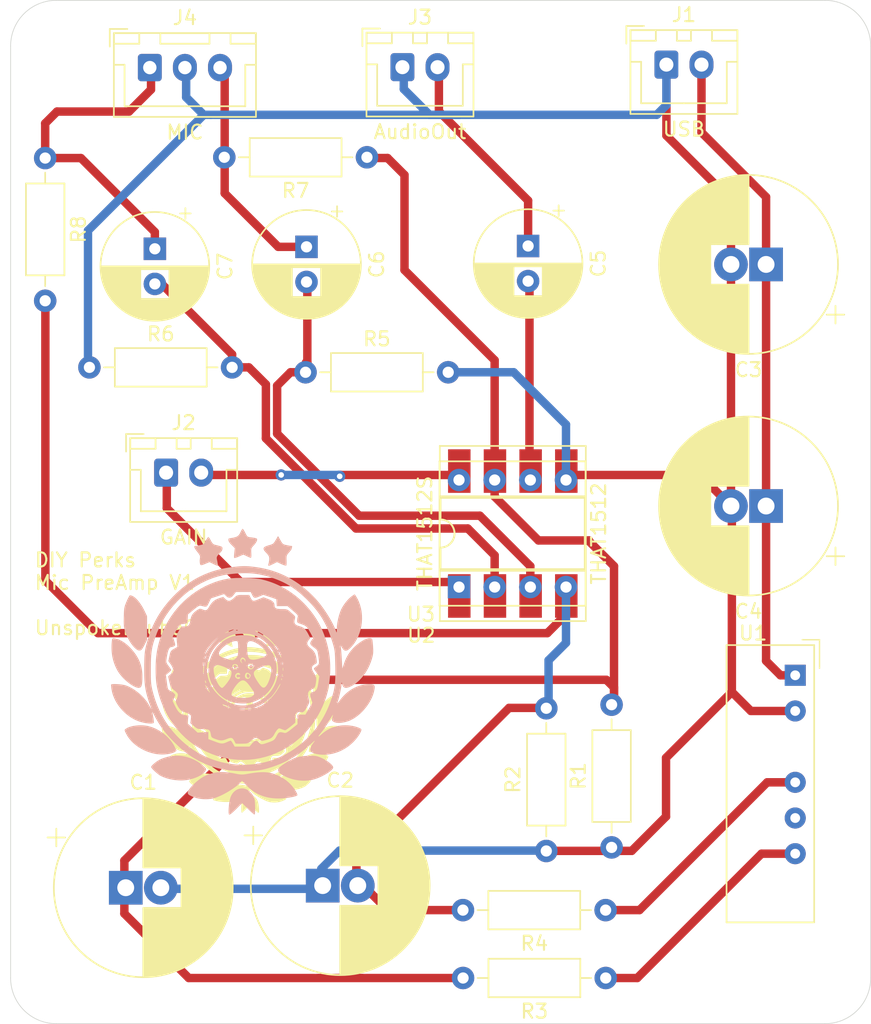
<source format=kicad_pcb>
(kicad_pcb (version 20240108) (generator "pcbnew") (generator_version "8.0")
  (layers (0 "F.Cu" signal) (31 "B.Cu" signal) (34 "B.Paste" user) (35 "F.Paste" user) (36 "B.SilkS" user "B.Silkscreen") (37 "F.SilkS" user "F.Silkscreen") (38 "B.Mask" user) (39 "F.Mask" user) (44 "Edge.Cuts" user))
  (net 0 "")
  (net 1 "Net-(U1-VOUT+)")
  (net 2 "Net-(U1-VOUT-)")
  (net 3 "GND")
  (net 5 "+15V")
  (net 6 "-15V")
  (net 7 "Net-(J2-Pin_2)")
  (net 8 "Net-(J3-Pin_2)")
  (net 9 "Net-(J1-Pin_2)")
  (net 10 "Net-(U2-Out)")
  (net 11 "/In+")
  (net 12 "Net-(J4-Pin_3)")
  (net 13 "/In-")
  (net 14 "Net-(J4-Pin_1)")
  (net 15 "Net-(J2-Pin_1)")
  (footprint "Package_DIP:DIP-8_W7.62mm_Socket" (layer "F.Cu") (at 85.510001 92.37 90)
    (property "Reference" "U3")
    (property "Value" "THAT1512")
  )
  (footprint "Capacitor_THT:CP_Radial_D12.5mm_P2.50mm" (layer "F.Cu") (at 61.775 113.775)
    (property "Reference" "C1")
    (property "Value" "2200pF")
  )
  (footprint "Resistor_THT:R_Axial_DIN0207_L6.3mm_D2.5mm_P10.16mm_Horizontal" (layer "F.Cu") (at 78.955 61.775 180)
    (property "Reference" "R7")
    (property "Value" "2k2")
  )
  (footprint "" (layer "F.Cu") (at 111.6025 53.802499)
    (property "Reference" "")
    (property "Value" "")
  )
  (footprint "Resistor_THT:R_Axial_DIN0207_L6.3mm_D2.5mm_P10.16mm_Horizontal" (layer "F.Cu") (at 59.19 76.73)
    (property "Reference" "R6")
    (property "Value" "3k9")
  )
  (footprint "Capacitor_THT:CP_Radial_D12.5mm_P2.50mm" (layer "F.Cu") (at 75.8 113.625)
    (property "Reference" "C2")
    (property "Value" "2200pF")
  )
  (footprint "Converter_DCDC:Converter_DCDC_Murata_NMAxxxxSC_THT" (layer "F.Cu") (at 109.4525 98.652499)
    (property "Reference" "U1")
    (property "Value" "NMA0515SC")
  )
  (footprint "Resistor_THT:R_Axial_DIN0207_L6.3mm_D2.5mm_P10.16mm_Horizontal" (layer "F.Cu") (at 74.58 77.08)
    (property "Reference" "R5")
    (property "Value" "3k9")
  )
  (footprint "Resistor_THT:R_Axial_DIN0207_L6.3mm_D2.5mm_P10.16mm_Horizontal" (layer "F.Cu") (at 95.9575 120.202499 180)
    (property "Reference" "R3")
    (property "Value" "100")
  )
  (footprint "Capacitor_THT:CP_Radial_D7.5mm_P2.50mm" (layer "F.Cu") (at 74.649999 68.15 -90)
    (property "Reference" "C6")
    (property "Value" "22pF")
  )
  (footprint "Connector_JST:JST_XH_B2B-XH-A_1x02_P2.50mm_Vertical" (layer "F.Cu") (at 100.2775 55.177499)
    (property "Reference" "J1")
    (property "Value" "USB")
  )
  (footprint "Package_DIP:DIP-8_W8.89mm_SMDSocket_LongPads" (layer "F.Cu") (at 89.340002 88.560001 90)
    (property "Reference" "U2")
    (property "Value" "THAT1512S")
  )
  (footprint "Connector_JST:JST_XH_B3B-XH-A_1x03_P2.50mm_Vertical" (layer "F.Cu") (at 63.49 55.39)
    (property "Reference" "J4")
    (property "Value" "MIC")
  )
  (footprint "Capacitor_THT:CP_Radial_D12.5mm_P2.50mm" (layer "F.Cu") (at 107.3775 69.402499 180)
    (property "Reference" "C3")
    (property "Value" "2200pF")
  )
  (footprint "" (layer "F.Cu") (at 56.702503 53.852499)
    (property "Reference" "")
    (property "Value" "")
  )
  (footprint "Resistor_THT:R_Axial_DIN0207_L6.3mm_D2.5mm_P10.16mm_Horizontal" (layer "F.Cu") (at 95.95 115.37 180)
    (property "Reference" "R4")
    (property "Value" "100")
  )
  (footprint "Capacitor_THT:CP_Radial_D7.5mm_P2.50mm" (layer "F.Cu") (at 90.429999 68.09 -90)
    (property "Reference" "C5")
    (property "Value" "22pF")
  )
  (footprint "Resistor_THT:R_Axial_DIN0207_L6.3mm_D2.5mm_P10.16mm_Horizontal" (layer "F.Cu") (at 96.375001 110.905 90)
    (property "Reference" "R1")
    (property "Value" "2k2")
  )
  (footprint "Resistor_THT:R_Axial_DIN0207_L6.3mm_D2.5mm_P10.16mm_Horizontal" (layer "F.Cu") (at 91.724999 111.159999 90)
    (property "Reference" "R2")
    (property "Value" "2k2")
  )
  (footprint "Capacitor_THT:CP_Radial_D7.5mm_P2.50mm" (layer "F.Cu") (at 63.849999 68.29 -90)
    (property "Reference" "C7")
    (property "Value" "22pF")
  )
  (footprint "Capacitor_THT:CP_Radial_D12.5mm_P2.50mm" (layer "F.Cu") (at 107.3775 86.602499 180)
    (property "Reference" "C4")
    (property "Value" "2200pF")
  )
  (footprint "Connector_JST:JST_XH_B2B-XH-A_1x02_P2.50mm_Vertical" (layer "F.Cu") (at 81.48 55.36)
    (property "Reference" "J3")
    (property "Value" "AudioOut")
  )
  (footprint "Resistor_THT:R_Axial_DIN0207_L6.3mm_D2.5mm_P10.16mm_Horizontal" (layer "F.Cu") (at 56.04 61.83 -90)
    (property "Reference" "R8")
    (property "Value" "2k2")
  )
  (footprint "" (layer "F.Cu") (at 111.5775 120.802499)
    (property "Reference" "")
    (property "Value" "")
  )
  (footprint "" (layer "F.Cu") (at 56.677503 120.852499)
    (property "Reference" "")
    (property "Value" "")
  )
  (footprint "Connector_JST:JST_XH_B2B-XH-A_1x02_P2.50mm_Vertical" (layer "F.Cu") (at 64.65 84.225)
    (property "Reference" "J2")
    (property "Value" "GAIN")
  )
  (gr_poly (pts (xy 69.536036 97.911477) (xy 69.528344 97.912143) (xy 69.520914 97.91346) (xy 69.513775 97.915425) (xy 69.506951 97.918032) (xy 69.500469 97.92128) (xy 69.494356 97.925162) (xy 69.488637 97.929677) (xy 69.483338 97.934819) (xy 69.478486 97.940586) (xy 69.474107 97.946972) (xy 69.470227 97.953975) (xy 69.466872 97.96159) (xy 69.464069 97.969814) (xy 69.461843 97.978642) (xy 69.46022 97.988071) (xy 69.459227 97.998097) (xy 69.458891 98.008716) (xy 69.459152 98.021365) (xy 69.459926 98.033509) (xy 69.461197 98.04514) (xy 69.462953 98.056248) (xy 69.465177 98.066825) (xy 69.467855 98.076863) (xy 69.470974 98.086352) (xy 69.474518 98.095285) (xy 69.478472 98.103651) (xy 69.482823 98.111443) (xy 69.487556 98.118651) (xy 69.492656 98.125267) (xy 69.498109 98.131283) (xy 69.5039 98.136689) (xy 69.510014 98.141477) (xy 69.516438 98.145638) (xy 69.523156 98.149164) (xy 69.530154 98.152045) (xy 69.537417 98.154273) (xy 69.544932 98.155839) (xy 69.552683 98.156735) (xy 69.560656 98.156952) (xy 69.568836 98.15648) (xy 69.577209 98.155312) (xy 69.58576 98.153439) (xy 69.594475 98.150851) (xy 69.60334 98.147541) (xy 69.612338 98.143499) (xy 69.621458 98.138717) (xy 69.630682 98.133185) (xy 69.639998 98.126897) (xy 69.64939 98.119841) (xy 69.659684 98.110157) (xy 69.668738 98.100907) (xy 69.6728 98.096426) (xy 69.676552 98.092029) (xy 69.679994 98.08771) (xy 69.683125 98.083461) (xy 69.685947 98.079274) (xy 69.688458 98.075141) (xy 69.69066 98.071055) (xy 69.692551 98.067007) (xy 69.694132 98.062991) (xy 69.695404 98.058998) (xy 69.696365 98.05502) (xy 69.697016 98.05105) (xy 69.697357 98.04708) (xy 69.697388 98.043102) (xy 69.697109 98.039109) (xy 69.69652 98.035092) (xy 69.695621 98.031044) (xy 69.694411 98.026958) (xy 69.692892 98.022825) (xy 69.691063 98.018638) (xy 69.688923 98.014389) (xy 69.686474 98.01007) (xy 69.683714 98.005674) (xy 69.680645 98.001192) (xy 69.677265 97.996618) (xy 69.673575 97.991942) (xy 69.665266 97.982258) (xy 69.656759 97.972692) (xy 69.648123 97.963835) (xy 69.639385 97.955684) (xy 69.63057 97.948234) (xy 69.621705 97.941482) (xy 69.612815 97.935424) (xy 69.603928 97.930055) (xy 69.595068 97.925372) (xy 69.586263 97.921372) (xy 69.577538 97.91805) (xy 69.56892 97.915402) (xy 69.560435 97.913425) (xy 69.552108 97.912114) (xy 69.543967 97.911466)) (stroke (width -0.000001)) (fill solid) (layer "B.SilkS"))
  (gr_poly (pts (xy 60.862293 96.009692) (xy 60.849546 96.017282) (xy 60.837589 96.031151) (xy 60.826446 96.051213) (xy 60.816141 96.077383) (xy 60.806696 96.109576) (xy 60.798134 96.147707) (xy 60.79048 96.19169) (xy 60.783755 96.241441) (xy 60.777984 96.296873) (xy 60.769395 96.424441) (xy 60.764899 96.573714) (xy 60.764681 96.744009) (xy 60.767467 96.852016) (xy 60.773818 96.959675) (xy 60.783704 97.066884) (xy 60.797093 97.173543) (xy 60.813955 97.279551) (xy 60.834259 97.384806) (xy 60.857973 97.489209) (xy 60.885067 97.592659) (xy 60.91551 97.695055) (xy 60.94927 97.796295) (xy 60.986317 97.89628) (xy 61.026619 97.994909) (xy 61.070146 98.09208) (xy 61.116867 98.187693) (xy 61.16675 98.281647) (xy 61.219765 98.373842) (xy 61.286461 98.477727) (xy 61.362661 98.582325) (xy 61.447077 98.686613) (xy 61.538423 98.789568) (xy 61.635412 98.890166) (xy 61.736758 98.987385) (xy 61.841173 99.080201) (xy 61.94737 99.167591) (xy 62.054064 99.248532) (xy 62.159967 99.322001) (xy 62.263793 99.386973) (xy 62.364254 99.442427) (xy 62.460065 99.487339) (xy 62.549938 99.520686) (xy 62.592246 99.532703) (xy 62.632587 99.541445) (xy 62.6708 99.546783) (xy 62.706724 99.548592) (xy 62.741843 99.546421) (xy 62.773852 99.539662) (xy 62.80287 99.527942) (xy 62.829012 99.510888) (xy 62.852394 99.48813) (xy 62.873133 99.459295) (xy 62.891345 99.42401) (xy 62.907146 99.381904) (xy 62.920653 99.332605) (xy 62.931982 99.27574) (xy 62.941248 99.210938) (xy 62.94857 99.137826) (xy 62.954061 99.056032) (xy 62.95784 98.965185) (xy 62.960022 98.864913) (xy 62.960724 98.754842) (xy 62.959093 98.617872) (xy 62.952145 98.484584) (xy 62.939772 98.354692) (xy 62.921863 98.227908) (xy 62.898312 98.103945) (xy 62.869009 97.982517) (xy 62.833845 97.863337) (xy 62.792714 97.746118) (xy 62.745505 97.630573) (xy 62.69211 97.516416) (xy 62.632421 97.403359) (xy 62.56633 97.291117) (xy 62.493727 97.179401) (xy 62.414505 97.067926) (xy 62.328554 96.956404) (xy 62.235767 96.844549) (xy 62.168284 96.7675) (xy 62.098979 96.693241) (xy 62.02814 96.621959) (xy 61.956052 96.553839) (xy 61.883004 96.489068) (xy 61.809281 96.427831) (xy 61.73517 96.370315) (xy 61.660959 96.316706) (xy 61.586934 96.26719) (xy 61.513382 96.221952) (xy 61.440589 96.181179) (xy 61.368843 96.145058) (xy 61.29843 96.113773) (xy 61.229637 96.087511) (xy 61.162751 96.066458) (xy 61.098059 96.0508) (xy 61.060511 96.043121) (xy 61.023892 96.036) (xy 60.957167 96.02368) (xy 60.905325 96.014337) (xy 60.887311 96.010937) (xy 60.875808 96.008466) (xy 60.868956 96.008279)) (stroke (width -0.000001)) (fill solid) (layer "B.SilkS"))
  (gr_poly (pts (xy 70.111378 90.881214) (xy 69.935471 90.890102) (xy 69.742201 90.905936) (xy 69.522391 90.928467) (xy 69.192442 90.969975) (xy 68.871144 91.023149) (xy 68.558217 91.08812) (xy 68.253383 91.165021) (xy 67.956362 91.253983) (xy 67.666876 91.355138) (xy 67.384645 91.468619) (xy 67.109391 91.594555) (xy 66.840834 91.733081) (xy 66.578695 91.884326) (xy 66.322695 92.048423) (xy 66.072555 92.225504) (xy 65.827997 92.415701) (xy 65.58874 92.619144) (xy 65.354506 92.835967) (xy 65.125017 93.0663) (xy 64.945082 93.261405) (xy 64.774216 93.45809) (xy 64.612187 93.656822) (xy 64.458763 93.858066) (xy 64.313709 94.062286) (xy 64.176795 94.269948) (xy 64.047788 94.481516) (xy 63.926454 94.697456) (xy 63.812562 94.918234) (xy 63.705878 95.144313) (xy 63.606171 95.376159) (xy 63.513208 95.614238) (xy 63.426755 95.859013) (xy 63.346582 96.110951) (xy 63.272455 96.370517) (xy 63.204141 96.638175) (xy 63.173755 96.774817) (xy 63.149571 96.908794) (xy 63.130843 97.048847) (xy 63.116828 97.203721) (xy 63.106782 97.38216) (xy 63.099961 97.592907) (xy 63.09562 97.844706) (xy 63.093015 98.1463) (xy 63.096188 98.592143) (xy 63.100933 98.787633) (xy 63.108477 98.968658) (xy 63.119338 99.138087) (xy 63.134036 99.298787) (xy 63.153091 99.453628) (xy 63.177021 99.605477) (xy 63.206346 99.757201) (xy 63.241585 99.91167) (xy 63.283259 100.071751) (xy 63.331885 100.240312) (xy 63.387984 100.420221) (xy 63.452074 100.614346) (xy 63.606308 101.056717) (xy 63.609235 101.065667) (xy 63.610132 101.070772) (xy 63.609843 101.071922) (xy 63.609075 101.072157) (xy 63.606142 101.069945) (xy 63.601411 101.064261) (xy 63.594959 101.055228) (xy 63.577203 101.027612) (xy 63.553494 100.98809) (xy 63.524452 100.937654) (xy 63.490697 100.877296) (xy 63.452849 100.808008) (xy 63.383488 100.689583) (xy 63.30674 100.572746) (xy 63.223154 100.457971) (xy 63.133283 100.345732) (xy 63.037675 100.236499) (xy 62.936881 100.130747) (xy 62.831452 100.028948) (xy 62.721938 99.931576) (xy 62.60889 99.839102) (xy 62.492857 99.752) (xy 62.37439 99.670743) (xy 62.254039 99.595803) (xy 62.132355 99.527653) (xy 62.009889 99.466767) (xy 61.887189 99.413616) (xy 61.764808 99.368674) (xy 61.713049 99.353311) (xy 61.652112 99.339033) (xy 61.58361 99.325933) (xy 61.509154 99.314104) (xy 61.430358 99.30364) (xy 61.348833 99.294632) (xy 61.266192 99.287176) (xy 61.184047 99.281362) (xy 61.104011 99.277285) (xy 61.027695 99.275037) (xy 60.956712 99.274711) (xy 60.892675 99.276401) (xy 60.837195 99.280199) (xy 60.791885 99.286199) (xy 60.758358 99.294493) (xy 60.746516 99.29953) (xy 60.738225 99.305175) (xy 60.735618 99.310099) (xy 60.733739 99.318776) (xy 60.732574 99.330987) (xy 60.732106 99.346516) (xy 60.733202 99.386658) (xy 60.736902 99.437466) (xy 60.743083 99.497204) (xy 60.75162 99.564135) (xy 60.762389 99.636523) (xy 60.775267 99.712632) (xy 60.795323 99.810698) (xy 60.819691 99.908354) (xy 60.848248 100.005472) (xy 60.880873 100.101921) (xy 60.957837 100.292295) (xy 61.049606 100.478436) (xy 61.155204 100.659306) (xy 61.273654 100.833866) (xy 61.40398 101.001078) (xy 61.545204 101.159903) (xy 61.69635 101.309302) (xy 61.856441 101.448237) (xy 62.0245 101.575668) (xy 62.199551 101.690558) (xy 62.380618 101.791867) (xy 62.566723 101.878557) (xy 62.66136 101.916095) (xy 62.75689 101.949588) (xy 62.853191 101.978908) (xy 62.950141 102.003924) (xy 63.02336 102.020849) (xy 63.095858 102.035891) (xy 63.167163 102.049026) (xy 63.236801 102.060231) (xy 63.304299 102.069482) (xy 63.369185 102.076757) (xy 63.430986 102.082032) (xy 63.48923 102.085284) (xy 63.543442 102.086489) (xy 63.593151 102.085625) (xy 63.637884 102.082668) (xy 63.677167 102.077594) (xy 63.710528 102.070381) (xy 63.72484 102.065966) (xy 63.737494 102.061006) (xy 63.748431 102.0555) (xy 63.757592 102.049445) (xy 63.764918 102.042837) (xy 63.77035 102.035674) (xy 63.77416 102.021472) (xy 63.775776 101.997464) (xy 63.775361 101.96476) (xy 63.773078 101.924466) (xy 63.76356 101.825547) (xy 63.748522 101.709575) (xy 63.729267 101.585418) (xy 63.707098 101.461942) (xy 63.683316 101.348016) (xy 63.659224 101.252508) (xy 63.657288 101.245542) (xy 63.657374 101.242421) (xy 63.65815 101.242263) (xy 63.659399 101.24302) (xy 63.663276 101.247216) (xy 63.676247 101.265902) (xy 63.695605 101.297487) (xy 63.720668 101.340978) (xy 63.750754 101.395383) (xy 63.785181 101.459709) (xy 63.823266 101.532966) (xy 63.894127 101.665917) (xy 63.965996 101.795131) (xy 64.039137 101.920966) (xy 64.113812 102.043778) (xy 64.190285 102.163923) (xy 64.26882 102.281758) (xy 64.349681 102.39764) (xy 64.43313 102.511925) (xy 64.519433 102.62497) (xy 64.608851 102.737131) (xy 64.701649 102.848765) (xy 64.79809 102.960228) (xy 64.898438 103.071878) (xy 65.002956 103.18407) (xy 65.111908 103.297161) (xy 65.225558 103.411508) (xy 65.468634 103.648207) (xy 65.58578 103.757185) (xy 65.700733 103.860473) (xy 65.814043 103.95849) (xy 65.92626 104.051655) (xy 66.037934 104.140386) (xy 66.149615 104.225102) (xy 66.261855 104.306221) (xy 66.375204 104.384162) (xy 66.490211 104.459343) (xy 66.607427 104.532184) (xy 66.727403 104.603102) (xy 66.850688 104.672516) (xy 66.977834 104.740845) (xy 67.10939 104.808508) (xy 67.288396 104.894479) (xy 67.46665 104.973893) (xy 67.644765 105.046888) (xy 67.823352 105.113605) (xy 68.003025 105.174183) (xy 68.184395 105.228761) (xy 68.368075 105.277479) (xy 68.554677 105.320476) (xy 68.744814 105.357893) (xy 68.939099 105.389867) (xy 69.138142 105.41654) (xy 69.342557 105.438051) (xy 69.552956 105.454538) (xy 69.769952 105.466142) (xy 69.994157 105.473002) (xy 70.226183 105.475258) (xy 70.526671 105.470576) (xy 70.794541 105.459631) (xy 70.918763 105.451402) (xy 71.037854 105.44112) (xy 71.152821 105.428621) (xy 71.264672 105.413742) (xy 71.374415 105.39632) (xy 71.483056 105.376194) (xy 71.591605 105.353199) (xy 71.701069 105.327173) (xy 71.812455 105.297954) (xy 71.926771 105.265379) (xy 72.168224 105.189508) (xy 72.366377 105.122148) (xy 72.560097 105.050974) (xy 72.749537 104.975893) (xy 72.934854 104.896812) (xy 73.116202 104.813639) (xy 73.293737 104.72628) (xy 73.467612 104.634642) (xy 73.637984 104.538632) (xy 73.805008 104.438158) (xy 73.968838 104.333126) (xy 74.129629 104.223442) (xy 74.287536 104.109015) (xy 74.442715 103.989751) (xy 74.595321 103.865557) (xy 74.745508 103.73634) (xy 74.893432 103.602008) (xy 74.949491 103.550911) (xy 75.000588 103.504784) (xy 75.046725 103.463633) (xy 75.087901 103.427466) (xy 75.124116 103.396291) (xy 75.15537 103.370115) (xy 75.181662 103.348947) (xy 75.202995 103.332794) (xy 75.2118 103.326601) (xy 75.219366 103.321664) (xy 75.225691 103.317985) (xy 75.230776 103.315565) (xy 75.23462 103.314404) (xy 75.236078 103.314297) (xy 75.237225 103.314504) (xy 75.238062 103.315027) (xy 75.238589 103.315866) (xy 75.238806 103.31702) (xy 75.238713 103.31849) (xy 75.237597 103.322377) (xy 75.235241 103.327529) (xy 75.231644 103.333947) (xy 75.226807 103.341631) (xy 75.22073 103.350582) (xy 75.213412 103.360801) (xy 75.195057 103.385049) (xy 75.118615 103.487121) (xy 75.054063 103.581255) (xy 75.02628 103.625461) (xy 75.001511 103.667823) (xy 74.979768 103.708387) (xy 74.961066 103.747198) (xy 74.945418 103.784304) (xy 74.932838 103.819752) (xy 74.923339 103.853587) (xy 74.916934 103.885856) (xy 74.913638 103.916606) (xy 74.913464 103.945884) (xy 74.916426 103.973735) (xy 74.922536 104.000206) (xy 74.931809 104.025344) (xy 74.944258 104.049195) (xy 74.959897 104.071806) (xy 74.978739 104.093223) (xy 75.000798 104.113493) (xy 75.026088 104.132663) (xy 75.054621 104.150778) (xy 75.086412 104.167885) (xy 75.121475 104.184031) (xy 75.159821 104.199263) (xy 75.201466 104.213626) (xy 75.246423 104.227168) (xy 75.294706 104.239934) (xy 75.346327 104.251972) (xy 75.45964 104.274048) (xy 75.623384 104.29628) (xy 75.788809 104.307535) (xy 75.955366 104.308) (xy 76.122504 104.297861) (xy 76.289673 104.277304) (xy 76.456323 104.246516) (xy 76.621904 104.205681) (xy 76.785864 104.154987) (xy 76.947654 104.094618) (xy 77.106723 104.024762) (xy 77.262521 103.945604) (xy 77.414498 103.857331) (xy 77.562102 103.760127) (xy 77.704785 103.65418) (xy 77.841995 103.539676) (xy 77.973182 103.4168) (xy 78.029485 103.359666) (xy 78.08502 103.299804) (xy 78.139393 103.237834) (xy 78.192207 103.174375) (xy 78.243068 103.110049) (xy 78.291581 103.045474) (xy 78.337349 102.981271) (xy 78.379979 102.91806) (xy 78.419073 102.856462) (xy 78.454238 102.797096) (xy 78.485077 102.740583) (xy 78.511195 102.687542) (xy 78.532198 102.638594) (xy 78.547689 102.594359) (xy 78.557274 102.555457) (xy 78.559728 102.5382) (xy 78.560557 102.522508) (xy 78.559147 102.512422) (xy 78.554986 102.502029) (xy 78.548174 102.491365) (xy 78.538811 102.480464) (xy 78.512839 102.458094) (xy 78.477875 102.435196) (xy 78.434725 102.41205) (xy 78.384195 102.388935) (xy 78.327093 102.366131) (xy 78.264224 102.343915) (xy 78.196393 102.322567) (xy 78.124408 102.302367) (xy 78.049074 102.283593) (xy 77.971198 102.266524) (xy 77.891585 102.25144) (xy 77.811042 102.238619) (xy 77.730375 102.22834) (xy 77.65039 102.220883) (xy 77.51348 102.213067) (xy 77.378624 102.211436) (xy 77.245892 102.215976) (xy 77.115353 102.22667) (xy 76.987078 102.243504) (xy 76.861136 102.266461) (xy 76.737597 102.295526) (xy 76.616531 102.330684) (xy 76.498007 102.37192) (xy 76.382096 102.419217) (xy 76.268866 102.47256) (xy 76.158388 102.531933) (xy 76.050732 102.597322) (xy 75.945967 102.668711) (xy 75.844163 102.746084) (xy 75.74539 102.829425) (xy 75.691254 102.876432) (xy 75.643939 102.916262) (xy 75.603446 102.948929) (xy 75.569773 102.974449) (xy 75.542922 102.992838) (xy 75.522892 103.004112) (xy 75.515435 103.007084) (xy 75.509684 103.008284) (xy 75.505638 103.007713) (xy 75.503297 103.005372) (xy 75.502661 103.001264) (xy 75.503731 102.995391) (xy 75.506506 102.987754) (xy 75.510986 102.978356) (xy 75.525063 102.954282) (xy 75.545961 102.923186) (xy 75.57368 102.885082) (xy 75.608221 102.839987) (xy 75.649582 102.787915) (xy 75.697766 102.728883) (xy 75.779838 102.626367) (xy 75.860236 102.519945) (xy 75.940262 102.407693) (xy 76.021218 102.28769) (xy 76.104407 102.158013) (xy 76.19113 102.01674) (xy 76.282691 101.861949) (xy 76.38039 101.691716) (xy 76.397925 101.659922) (xy 76.414755 101.630098) (xy 76.430794 101.60235) (xy 76.445957 101.576788) (xy 76.460159 101.553521) (xy 76.473315 101.532656) (xy 76.485339 101.514303) (xy 76.496146 101.49857) (xy 76.50565 101.485566) (xy 76.513767 101.475399) (xy 76.517279 101.471413) (xy 76.520411 101.468177) (xy 76.523155 101.465704) (xy 76.525498 101.464009) (xy 76.52743 101.463104) (xy 76.528239 101.462953) (xy 76.528941 101.463004) (xy 76.529535 101.46326) (xy 76.530019 101.463721) (xy 76.530655 101.46527) (xy 76.530837 101.467664) (xy 76.530555 101.470916) (xy 76.529799 101.47504) (xy 76.528557 101.48005) (xy 76.499132 101.610998) (xy 76.487757 101.664154) (xy 76.4787 101.710071) (xy 76.475062 101.730543) (xy 76.47203 101.749477) (xy 76.469612 101.766966) (xy 76.467817 101.7831) (xy 76.466653 101.797971) (xy 76.466131 101.81167) (xy 76.466257 101.824287) (xy 76.467042 101.835914) (xy 76.468492 101.846641) (xy 76.470619 101.856561) (xy 76.473429 101.865763) (xy 76.476932 101.87434) (xy 76.481137 101.882382) (xy 76.486052 101.88998) (xy 76.491686 101.897225) (xy 76.498047 101.904209) (xy 76.505145 101.911022) (xy 76.512988 101.917756) (xy 76.521585 101.924501) (xy 76.530945 101.931349) (xy 76.551986 101.945717) (xy 76.576182 101.96159) (xy 76.623059 101.986904) (xy 76.67785 102.007334) (xy 76.739788 102.022959) (xy 76.808106 102.033855) (xy 76.882035 102.0401) (xy 76.96081 102.041772) (xy 77.043661 102.038948) (xy 77.129822 102.031706) (xy 77.218526 102.020123) (xy 77.309005 102.004276) (xy 77.400492 101.984244) (xy 77.492219 101.960103) (xy 77.583419 101.931932) (xy 77.673324 101.899807) (xy 77.761168 101.863806) (xy 77.846182 101.824008) (xy 77.987326 101.746645) (xy 78.126516 101.658044) (xy 78.26304 101.559117) (xy 78.396184 101.45078) (xy 78.525236 101.333947) (xy 78.649482 101.209534) (xy 78.768208 101.078454) (xy 78.880703 100.941623) (xy 78.986252 100.799954) (xy 79.084142 100.654364) (xy 79.173661 100.505766) (xy 79.254096 100.355075) (xy 79.324732 100.203205) (xy 79.384858 100.051072) (xy 79.433759 99.899591) (xy 79.470723 99.749675) (xy 79.48583 99.672708) (xy 79.497068 99.604236) (xy 79.503919 99.543827) (xy 79.505537 99.516509) (xy 79.505863 99.491044) (xy 79.504833 99.467378) (xy 79.502382 99.445455) (xy 79.498444 99.425223) (xy 79.492955 99.406626) (xy 79.485849 99.38961) (xy 79.477063 99.374121) (xy 79.46653 99.360105) (xy 79.454187 99.347508) (xy 79.439968 99.336274) (xy 79.423808 99.326351) (xy 79.405642 99.317684) (xy 79.385406 99.310218) (xy 79.363034 99.303899) (xy 79.338461 99.298673) (xy 79.311624 99.294486) (xy 79.282456 99.291284) (xy 79.216869 99.287615) (xy 79.141183 99.287232) (xy 79.054877 99.289702) (xy 78.957432 99.294591) (xy 78.822786 99.306723) (xy 78.6889 99.327158) (xy 78.556038 99.355762) (xy 78.424462 99.392404) (xy 78.294436 99.436953) (xy 78.166224 99.489277) (xy 78.04009 99.549244) (xy 77.916296 99.616721) (xy 77.795107 99.691579) (xy 77.676786 99.773683) (xy 77.561597 99.862904) (xy 77.449803 99.959109) (xy 77.341667 100.062166) (xy 77.237454 100.171943) (xy 77.137427 100.288309) (xy 77.041848 100.411133) (xy 77.017498 100.443918) (xy 76.994141 100.474726) (xy 76.971899 100.503441) (xy 76.950898 100.529947) (xy 76.931261 100.554128) (xy 76.913112 100.575867) (xy 76.896576 100.595048) (xy 76.881776 100.611555) (xy 76.868836 100.625271) (xy 76.85788 100.63608) (xy 76.853186 100.640359) (xy 76.849034 100.643867) (xy 76.845439 100.64659) (xy 76.842419 100.648514) (xy 76.839988 100.649623) (xy 76.838161 100.649905) (xy 76.837479 100.64973) (xy 76.836954 100.649343) (xy 76.836588 100.648742) (xy 76.836383 100.647924) (xy 76.836463 100.645633) (xy 76.83721 100.642456) (xy 76.838639 100.638377) (xy 76.840765 100.633383) (xy 76.883667 100.508016) (xy 76.930972 100.346806) (xy 76.979641 100.162528) (xy 77.026635 99.967956) (xy 77.068917 99.775864) (xy 77.103447 99.599027) (xy 77.127187 99.45022) (xy 77.134061 99.390319) (xy 77.137098 99.342216) (xy 77.138928 99.263957) (xy 77.140819 99.207278) (xy 77.141963 99.186799) (xy 77.143331 99.171435) (xy 77.144993 99.161095) (xy 77.145957 99.157779) (xy 77.14702 99.155684) (xy 77.148192 99.154799) (xy 77.149482 99.155111) (xy 77.150897 99.156609) (xy 77.152446 99.159281) (xy 77.155985 99.168102) (xy 77.160167 99.181481) (xy 77.165062 99.199325) (xy 77.17074 99.221541) (xy 77.184724 99.278716) (xy 77.200427 99.33583) (xy 77.209654 99.361831) (xy 77.219812 99.386131) (xy 77.230912 99.408728) (xy 77.242964 99.429625) (xy 77.25598 99.448823) (xy 77.269969 99.466322) (xy 77.284943 99.482124) (xy 77.300912 99.496228) (xy 77.317886 99.508638) (xy 77.335877 99.519352) (xy 77.354895 99.528373) (xy 77.374951 99.535702) (xy 77.396055 99.541338) (xy 77.418218 99.545284) (xy 77.441451 99.547539) (xy 77.465765 99.548106) (xy 77.491169 99.546986) (xy 77.517675 99.544178) (xy 77.545293 99.539684) (xy 77.574034 99.533505) (xy 77.634929 99.516097) (xy 77.700443 99.49196) (xy 77.770662 99.461103) (xy 77.845672 99.423533) (xy 77.925557 99.379258) (xy 78.03658 99.31085) (xy 78.145254 99.234822) (xy 78.251339 99.151493) (xy 78.354595 99.061179) (xy 78.454782 98.964199) (xy 78.551658 98.860871) (xy 78.644984 98.751512) (xy 78.73452 98.63644) (xy 78.786609 98.563053) (xy 76.704157 98.563053) (xy 76.701941 98.734419) (xy 76.697276 98.893165) (xy 76.689984 99.041036) (xy 76.679885 99.179776) (xy 76.666802 99.311128) (xy 76.650556 99.436837) (xy 76.630969 99.558648) (xy 76.607863 99.678303) (xy 76.58106 99.797548) (xy 76.550381 99.918126) (xy 76.515648 100.041781) (xy 76.433307 100.3053) (xy 76.340573 100.570187) (xy 76.240864 100.827221) (xy 76.134023 101.076613) (xy 76.019895 101.318571) (xy 75.898326 101.553305) (xy 75.769161 101.781023) (xy 75.632245 102.001936) (xy 75.487421 102.216253) (xy 75.334537 102.424182) (xy 75.173435 102.625933) (xy 75.003962 102.821716) (xy 74.825963 103.011739) (xy 74.639282 103.196212) (xy 74.443764 103.375344) (xy 74.239255 103.549345) (xy 74.025598 103.718424) (xy 73.783858 103.894542) (xy 73.53618 104.057793) (xy 73.283012 104.208208) (xy 73.024802 104.345817) (xy 72.761999 104.470652) (xy 72.495052 104.582744) (xy 72.22441 104.682123) (xy 71.950521 104.76882) (xy 71.673834 104.842867) (xy 71.394797 104.904295) (xy 71.113859 104.953134) (xy 70.831468 104.989417) (xy 70.548074 105.013172) (xy 70.264124 105.024432) (xy 69.980068 105.023228) (xy 69.696354 105.009591) (xy 69.413431 104.983551) (xy 69.131747 104.94514) (xy 68.851751 104.894389) (xy 68.573891 104.831328) (xy 68.298616 104.755989) (xy 68.026375 104.668402) (xy 67.757617 104.5686) (xy 67.492789 104.456612) (xy 67.232341 104.33247) (xy 66.976721 104.196204) (xy 66.726378 104.047846) (xy 66.48176 103.887427) (xy 66.243317 103.714978) (xy 66.011496 103.530529) (xy 65.786746 103.334112) (xy 65.569517 103.125758) (xy 65.395114 102.944889) (xy 65.22899 102.761284) (xy 65.070989 102.574687) (xy 64.920957 102.384842) (xy 64.778738 102.191493) (xy 64.644178 101.994385) (xy 64.517121 101.793262) (xy 64.397412 101.587867) (xy 64.284897 101.377946) (xy 64.17942 101.163242) (xy 64.080827 100.9435) (xy 63.988961 100.718463) (xy 63.903669 100.487876) (xy 63.824796 100.251484) (xy 63.752185 100.00903) (xy 63.685683 99.760258) (xy 63.648331 99.602841) (xy 63.619041 99.459377) (xy 63.596944 99.317029) (xy 63.581172 99.162961) (xy 63.570858 98.984336) (xy 63.565132 98.768318) (xy 63.563127 98.502071) (xy 63.563975 98.172758) (xy 63.567696 97.742717) (xy 63.572905 97.553133) (xy 63.580842 97.377602) (xy 63.59188 97.213947) (xy 63.606391 97.059989) (xy 63.624746 96.913549) (xy 63.647319 96.772451) (xy 63.67448 96.634515) (xy 63.706602 96.497563) (xy 63.744057 96.359418) (xy 63.787217 96.217901) (xy 63.836454 96.070833) (xy 63.89214 95.916038) (xy 64.024349 95.57455) (xy 64.204427 95.168395) (xy 64.410279 94.776263) (xy 64.640393 94.399401) (xy 64.893258 94.039057) (xy 65.167361 93.69648) (xy 65.461192 93.372917) (xy 65.773239 93.069616) (xy 66.10199 92.787826) (xy 66.445934 92.528794) (xy 66.80356 92.293769) (xy 67.173355 92.083997) (xy 67.553808 91.900728) (xy 67.943409 91.745209) (xy 68.340644 91.618689) (xy 68.744003 91.522414) (xy 69.151974 91.457634) (xy 69.391879 91.430738) (xy 69.622126 91.409647) (xy 69.843722 91.394463) (xy 70.057676 91.385287) (xy 70.264994 91.382218) (xy 70.466684 91.385359) (xy 70.663755 91.394809) (xy 70.857213 91.41067) (xy 71.048067 91.433042) (xy 71.237325 91.462026) (xy 71.425993 91.497722) (xy 71.615079 91.540232) (xy 71.805592 91.589657) (xy 71.998539 91.646097) (xy 72.194928 91.709652) (xy 72.395766 91.780424) (xy 72.567741 91.845525) (xy 72.734732 91.914029) (xy 72.897212 91.986238) (xy 73.055653 92.062454) (xy 73.210528 92.142981) (xy 73.362311 92.228119) (xy 73.511474 92.318172) (xy 73.658489 92.413441) (xy 73.80383 92.514229) (xy 73.94797 92.620839) (xy 74.091381 92.733572) (xy 74.234537 92.852732) (xy 74.377909 92.978619) (xy 74.521971 93.111537) (xy 74.667196 93.251789) (xy 74.814057 93.399675) (xy 74.963872 93.557219) (xy 75.105967 93.714725) (xy 75.240682 93.872774) (xy 75.368359 94.031946) (xy 75.489339 94.192824) (xy 75.603962 94.355988) (xy 75.71257 94.522021) (xy 75.815505 94.691503) (xy 75.913106 94.865016) (xy 76.005715 95.043141) (xy 76.093674 95.226459) (xy 76.177322 95.415552) (xy 76.257002 95.611001) (xy 76.333055 95.813388) (xy 76.40582 96.023294) (xy 76.47564 96.2413) (xy 76.540318 96.451923) (xy 76.589246 96.624532) (xy 76.608617 96.702686) (xy 76.625026 96.778662) (xy 76.638801 96.854902) (xy 76.650265 96.933847) (xy 76.659745 97.017938) (xy 76.667566 97.109619) (xy 76.679535 97.325512) (xy 76.688774 97.601061) (xy 76.69789 97.955799) (xy 76.704101 98.377324) (xy 76.704157 98.563053) (xy 78.786609 98.563053) (xy 78.820025 98.515974) (xy 78.901259 98.39043) (xy 78.977982 98.260126) (xy 79.049953 98.125381) (xy 79.116932 97.986512) (xy 79.178679 97.843838) (xy 79.234954 97.697675) (xy 79.285515 97.548342) (xy 79.324572 97.416577) (xy 79.340779 97.357853) (xy 79.354886 97.302858) (xy 79.366976 97.250808) (xy 79.377137 97.200921) (xy 79.385453 97.152413) (xy 79.39201 97.104503) (xy 79.396892 97.056406) (xy 79.400185 97.007341) (xy 79.401974 96.956524) (xy 79.402345 96.903172) (xy 79.401383 96.846502) (xy 79.399172 96.785732) (xy 79.391348 96.648758) (xy 79.38493 96.554128) (xy 79.377706 96.462227) (xy 79.369861 96.375286) (xy 79.361583 96.295539) (xy 79.353056 96.225218) (xy 79.344468 96.166555) (xy 79.340208 96.142293) (xy 79.336003 96.121783) (xy 79.331875 96.105303) (xy 79.327848 96.093133) (xy 79.321264 96.079785) (xy 79.313436 96.06752) (xy 79.304391 96.056336) (xy 79.294155 96.046232) (xy 79.282757 96.037205) (xy 79.270224 96.029253) (xy 79.256582 96.022376) (xy 79.241859 96.016569) (xy 79.226081 96.011833) (xy 79.209277 96.008164) (xy 79.172695 96.004022) (xy 79.132331 96.004128) (xy 79.088401 96.008466) (xy 79.041122 96.017021) (xy 78.990711 96.029778) (xy 78.937386 96.04672) (xy 78.881364 96.067832) (xy 78.822861 96.093099) (xy 78.762095 96.122506) (xy 78.699282 96.156036) (xy 78.63464 96.193675) (xy 78.51863 96.266213) (xy 78.406799 96.342875) (xy 78.29923 96.423568) (xy 78.196011 96.508198) (xy 78.097225 96.596673) (xy 78.002958 96.6889) (xy 77.913295 96.784786) (xy 77.828322 96.884237) (xy 77.748125 96.987161) (xy 77.672787 97.093465) (xy 77.602394 97.203055) (xy 77.537033 97.315839) (xy 77.476787 97.431723) (xy 77.421743 97.550615) (xy 77.371985 97.672421) (xy 77.327599 97.797049) (xy 77.200599 98.172758) (xy 77.163557 97.521883) (xy 77.146938 97.256638) (xy 77.129822 97.011237) (xy 77.113699 96.813461) (xy 77.106475 96.741114) (xy 77.100057 96.691092) (xy 77.073599 96.505883) (xy 77.190015 96.701675) (xy 77.221675 96.749979) (xy 77.237474 96.771662) (xy 77.253288 96.791695) (xy 77.26914 96.810077) (xy 77.285056 96.826807) (xy 77.301061 96.841881) (xy 77.31718 96.855298) (xy 77.33344 96.867057) (xy 77.349863 96.877155) (xy 77.366477 96.88559) (xy 77.383306 96.892361) (xy 77.400375 96.897465) (xy 77.417709 96.9009) (xy 77.435335 96.902666) (xy 77.453276 96.902758) (xy 77.471558 96.901177) (xy 77.490206 96.897919) (xy 77.509246 96.892983) (xy 77.528703 96.886367) (xy 77.548601 96.878068) (xy 77.568966 96.868086) (xy 77.589824 96.856418) (xy 77.611199 96.843062) (xy 77.633116 96.828016) (xy 77.655602 96.811278) (xy 77.67868 96.792847) (xy 77.702377 96.77272) (xy 77.751725 96.727371) (xy 77.803849 96.675216) (xy 77.886506 96.586285) (xy 77.964797 96.493283) (xy 78.038698 96.39645) (xy 78.108181 96.296025) (xy 78.233799 96.085357) (xy 78.341449 95.863194) (xy 78.430929 95.631449) (xy 78.502038 95.392039) (xy 78.554575 95.146877) (xy 78.588338 94.897878) (xy 78.603125 94.646956) (xy 78.598735 94.396027) (xy 78.574967 94.147005) (xy 78.531618 93.901804) (xy 78.468487 93.662339) (xy 78.385374 93.430525) (xy 78.33626 93.318085) (xy 78.282075 93.208276) (xy 78.222793 93.101337) (xy 78.15839 92.997508) (xy 78.079015 92.881092) (xy 77.888515 93.008092) (xy 77.841942 93.041564) (xy 77.793741 93.08016) (xy 77.744268 93.123422) (xy 77.693881 93.170893) (xy 77.642936 93.222116) (xy 77.591789 93.276634) (xy 77.540797 93.333988) (xy 77.490317 93.393722) (xy 77.440705 93.455379) (xy 77.392318 93.5185) (xy 77.345512 93.582629) (xy 77.300644 93.647309) (xy 77.25807 93.712081) (xy 77.218148 93.776489) (xy 77.181233 93.840075) (xy 77.147682 93.902383) (xy 77.114287 93.972955) (xy 77.081691 94.049247) (xy 77.050072 94.130532) (xy 77.019607 94.21608) (xy 76.990476 94.305162) (xy 76.962856 94.397051) (xy 76.936926 94.491017) (xy 76.912864 94.586331) (xy 76.890849 94.682266) (xy 76.871058 94.778092) (xy 76.85367 94.873081) (xy 76.838864 94.966505) (xy 76.826817 95.057633) (xy 76.817707 95.145739) (xy 76.811714 95.230093) (xy 76.809015 95.309967) (xy 76.808881 95.424885) (xy 76.808562 95.470666) (xy 76.807941 95.508983) (xy 76.806916 95.540075) (xy 76.805388 95.564184) (xy 76.803255 95.581548) (xy 76.80193 95.587777) (xy 76.800417 95.592409) (xy 76.798701 95.595476) (xy 76.796772 95.597007) (xy 76.795723 95.597206) (xy 76.794616 95.597033) (xy 76.792221 95.595582) (xy 76.789573 95.592686) (xy 76.786662 95.588375) (xy 76.783473 95.582678) (xy 76.779994 95.575625) (xy 76.772117 95.557573) (xy 76.76293 95.53446) (xy 76.740224 95.474008) (xy 76.688121 95.343219) (xy 76.627507 95.20557) (xy 76.559049 95.062138) (xy 76.483412 94.914001) (xy 76.401265 94.762236) (xy 76.313273 94.607921) (xy 76.220103 94.452134) (xy 76.122421 94.295951) (xy 76.020895 94.14045) (xy 75.916191 93.986709) (xy 75.808975 93.835805) (xy 75.699915 93.688815) (xy 75.589676 93.546817) (xy 75.478926 93.410889) (xy 75.36833 93.282107) (xy 75.258557 93.161549) (xy 75.037311 92.934221) (xy 74.810181 92.71859) (xy 74.577238 92.514694) (xy 74.338551 92.322572) (xy 74.09419 92.142264) (xy 73.844225 91.973808) (xy 73.588725 91.817243) (xy 73.32776 91.672607) (xy 73.061401 91.539939) (xy 72.789716 91.419279) (xy 72.512775 91.310664) (xy 72.230649 91.214134) (xy 71.943407 91.129727) (xy 71.651118 91.057482) (xy 71.353853 90.997438) (xy 71.051682 90.949634) (xy 70.824926 90.920075) (xy 70.626695 90.898701) (xy 70.447812 90.885265) (xy 70.362758 90.881446) (xy 70.279099 90.879519) (xy 70.195688 90.879452)) (stroke (width -0.000001)) (fill solid) (layer "B.SilkS"))
  (gr_poly (pts (xy 62.086477 92.953423) (xy 62.082886 92.953739) (xy 62.079727 92.954321) (xy 62.077017 92.955175) (xy 62.070215 92.958362) (xy 62.061793 92.965789) (xy 62.051867 92.977232) (xy 62.040553 92.992465) (xy 62.014229 93.033403) (xy 61.98375 93.086805) (xy 61.950047 93.150874) (xy 61.914049 93.22381) (xy 61.876687 93.303816) (xy 61.838891 93.389092) (xy 61.782285 93.522531) (xy 61.738267 93.636064) (xy 61.720417 93.688602) (xy 61.705039 93.740047) (xy 61.691909 93.791694) (xy 61.680803 93.844836) (xy 61.671495 93.90077) (xy 61.66376 93.960788) (xy 61.657374 94.026186) (xy 61.652112 94.098257) (xy 61.644061 94.267601) (xy 61.637807 94.479174) (xy 61.633208 94.675224) (xy 61.631772 94.839091) (xy 61.632453 94.910989) (xy 61.63418 94.977284) (xy 61.637039 95.038788) (xy 61.641115 95.096316) (xy 61.646494 95.15068) (xy 61.653259 95.202697) (xy 61.661498 95.253178) (xy 61.671294 95.302939) (xy 61.682734 95.352792) (xy 61.695902 95.403553) (xy 61.710885 95.456034) (xy 61.727766 95.51105) (xy 61.748568 95.576573) (xy 61.771217 95.642077) (xy 61.821621 95.77246) (xy 61.878117 95.901061) (xy 61.939846 96.026739) (xy 62.005946 96.148356) (xy 62.075558 96.264771) (xy 62.147821 96.374846) (xy 62.221875 96.477441) (xy 62.296859 96.571415) (xy 62.371912 96.655631) (xy 62.409196 96.693723) (xy 62.446175 96.728949) (xy 62.482741 96.761164) (xy 62.518787 96.790228) (xy 62.554205 96.815997) (xy 62.588887 96.83833) (xy 62.622727 96.857083) (xy 62.655616 96.872114) (xy 62.687447 96.883282) (xy 62.718112 96.890443) (xy 62.747505 96.893455) (xy 62.775516 96.892175) (xy 62.795827 96.889348) (xy 62.815224 96.884692) (xy 62.833908 96.87799) (xy 62.85208 96.869024) (xy 62.869942 96.857577) (xy 62.887695 96.843433) (xy 62.905542 96.826375) (xy 62.923683 96.806185) (xy 62.94232 96.782646) (xy 62.961655 96.755542) (xy 62.981889 96.724655) (xy 63.003223 96.689768) (xy 63.02586 96.650665) (xy 63.050001 96.607128) (xy 63.1036 96.505883) (xy 63.294099 96.135467) (xy 63.294099 94.442134) (xy 63.1036 94.045258) (xy 63.060675 93.959434) (xy 63.015439 93.87485) (xy 62.968189 93.791878) (xy 62.919218 93.710891) (xy 62.86882 93.63226) (xy 62.817291 93.556358) (xy 62.764925 93.483556) (xy 62.712016 93.414227) (xy 62.658859 93.348742) (xy 62.605748 93.287475) (xy 62.552979 93.230796) (xy 62.500845 93.179078) (xy 62.449642 93.132694) (xy 62.399663 93.092014) (xy 62.351203 93.057411) (xy 62.327635 93.042505) (xy 62.304557 93.029258) (xy 62.286596 93.020462) (xy 62.268518 93.011967) (xy 62.250456 93.003829) (xy 62.232541 92.996103) (xy 62.214906 92.988841) (xy 62.197681 92.982098) (xy 62.180998 92.975929) (xy 62.16499 92.970388) (xy 62.149788 92.965529) (xy 62.135524 92.961407) (xy 62.12233 92.958075) (xy 62.110337 92.955588) (xy 62.099678 92.954) (xy 62.090483 92.953366)) (stroke (width -0.000001)) (fill solid) (layer "B.SilkS"))
  (gr_poly (pts (xy 65.338163 104.376327) (xy 65.21762 104.382529) (xy 65.097077 104.394187) (xy 64.97658 104.411302) (xy 64.856177 104.433874) (xy 64.735913 104.461904) (xy 64.615835 104.49539) (xy 64.49599 104.534333) (xy 64.376423 104.578733) (xy 64.257183 104.628591) (xy 64.203417 104.654597) (xy 64.147784 104.684587) (xy 64.091018 104.717957) (xy 64.033858 104.754102) (xy 63.977038 104.792418) (xy 63.921296 104.832299) (xy 63.867368 104.873142) (xy 63.81599 104.914341) (xy 63.767899 104.955292) (xy 63.72383 104.99539) (xy 63.684521 105.034031) (xy 63.650708 105.07061) (xy 63.623127 105.104523) (xy 63.611904 105.120291) (xy 63.602514 105.135165) (xy 63.595052 105.14907) (xy 63.589607 105.161931) (xy 63.586273 105.173671) (xy 63.585141 105.184216) (xy 63.586498 105.193637) (xy 63.590483 105.204951) (xy 63.605801 105.232771) (xy 63.630033 105.2667) (xy 63.662118 105.305759) (xy 63.700993 105.348973) (xy 63.745596 105.395366) (xy 63.794866 105.44396) (xy 63.84774 105.493778) (xy 63.903157 105.543845) (xy 63.960054 105.593183) (xy 64.017369 105.640816) (xy 64.074042 105.685766) (xy 64.129008 105.727058) (xy 64.181208 105.763715) (xy 64.229579 105.79476) (xy 64.273058 105.819216) (xy 64.366574 105.864402) (xy 64.466059 105.906611) (xy 64.570784 105.94572) (xy 64.68002 105.981604) (xy 64.793039 106.014139) (xy 64.909112 106.043202) (xy 65.027511 106.068668) (xy 65.147506 106.090414) (xy 65.26837 106.108314) (xy 65.389373 106.122246) (xy 65.509787 106.132086) (xy 65.628883 106.137708) (xy 65.745932 106.138989) (xy 65.860207 106.135806) (xy 65.970978 106.128034) (xy 66.077516 106.115549) (xy 66.194937 106.096495) (xy 66.310691 106.073247) (xy 66.424227 106.046076) (xy 66.534997 106.015255) (xy 66.642449 105.981055) (xy 66.746033 105.943746) (xy 66.845199 105.903599) (xy 66.939396 105.860888) (xy 67.028074 105.815881) (xy 67.110683 105.768852) (xy 67.186672 105.720071) (xy 67.25549 105.669809) (xy 67.287039 105.644208) (xy 67.316589 105.618338) (xy 67.344071 105.592234) (xy 67.369416 105.56593) (xy 67.392556 105.539458) (xy 67.413423 105.512854) (xy 67.431946 105.486151) (xy 67.448057 105.459384) (xy 67.461916 105.433194) (xy 67.473596 105.409857) (xy 67.482904 105.388876) (xy 67.486608 105.379114) (xy 67.489647 105.369755) (xy 67.491995 105.360738) (xy 67.49363 105.351999) (xy 67.494526 105.343478) (xy 67.494659 105.335111) (xy 67.494006 105.326838) (xy 67.492542 105.318595) (xy 67.490242 105.310322) (xy 67.487083 105.301956) (xy 67.483041 105.293434) (xy 67.47809 105.284696) (xy 67.472208 105.275678) (xy 67.465369 105.266319) (xy 67.45755 105.256558) (xy 67.448725 105.246331) (xy 67.427966 105.224234) (xy 67.402896 105.199533) (xy 67.373323 105.171731) (xy 67.299891 105.104841) (xy 67.238225 105.050565) (xy 67.176157 104.998801) (xy 67.11353 104.949455) (xy 67.050191 104.902435) (xy 66.985983 104.857647) (xy 66.920752 104.814998) (xy 66.854342 104.774396) (xy 66.7866 104.735747) (xy 66.717369 104.698959) (xy 66.646495 104.663937) (xy 66.573822 104.630591) (xy 66.499196 104.598825) (xy 66.422462 104.568548) (xy 66.343464 104.539666) (xy 66.262047 104.512086) (xy 66.178057 104.485716) (xy 66.058817 104.453718) (xy 65.93925 104.427177) (xy 65.819405 104.406093) (xy 65.699327 104.390466) (xy 65.579063 104.380296) (xy 65.45866 104.375583)) (stroke (width -0.000001)) (fill solid) (layer "B.SilkS"))
  (gr_poly (pts (xy 70.101886 88.224702) (xy 70.09909 88.225524) (xy 70.092909 88.228746) (xy 70.085998 88.233983) (xy 70.078429 88.241127) (xy 70.070271 88.25007) (xy 70.061593 88.260702) (xy 70.052466 88.272916) (xy 70.042959 88.286602) (xy 70.033142 88.301653) (xy 70.023084 88.31796) (xy 70.012856 88.335413) (xy 70.002527 88.353906) (xy 69.981846 88.393573) (xy 69.961599 88.436092) (xy 69.938034 88.487239) (xy 69.914718 88.533719) (xy 69.891278 88.575828) (xy 69.867341 88.613859) (xy 69.842536 88.648107) (xy 69.816492 88.678868) (xy 69.788834 88.706435) (xy 69.774285 88.719112) (xy 69.759193 88.731102) (xy 69.743512 88.742441) (xy 69.727195 88.753166) (xy 69.692468 88.772919) (xy 69.654641 88.790657) (xy 69.613341 88.806674) (xy 69.568197 88.821265) (xy 69.518836 88.834724) (xy 69.464885 88.847346) (xy 69.405974 88.859426) (xy 69.29642 88.878856) (xy 69.204229 88.895806) (xy 69.138827 88.907795) (xy 69.119118 88.911154) (xy 69.109641 88.912342) (xy 69.108649 88.912496) (xy 69.107659 88.912953) (xy 69.105693 88.91475) (xy 69.103758 88.917679) (xy 69.101869 88.921685) (xy 69.100042 88.926715) (xy 69.098293 88.932713) (xy 69.096637 88.939626) (xy 69.095089 88.947399) (xy 69.093665 88.955979) (xy 69.092381 88.96531) (xy 69.090293 88.986012) (xy 69.08895 89.00907) (xy 69.088474 89.03405) (xy 69.089518 89.048668) (xy 69.092608 89.064673) (xy 69.097683 89.081966) (xy 69.10468 89.100444) (xy 69.113537 89.120007) (xy 69.124193 89.140555) (xy 69.136585 89.161986) (xy 69.150651 89.184201) (xy 69.16633 89.207097) (xy 69.183559 89.230575) (xy 69.202276 89.254534) (xy 69.22242 89.278872) (xy 69.243927 89.30349) (xy 69.266737 89.328285) (xy 69.290787 89.353158) (xy 69.316016 89.378008) (xy 69.543558 89.605551) (xy 69.506515 89.933633) (xy 69.499343 90.00011) (xy 69.493783 90.06361) (xy 69.489959 90.122645) (xy 69.488737 90.150023) (xy 69.487995 90.175727) (xy 69.48775 90.19957) (xy 69.488016 90.221367) (xy 69.488809 90.240932) (xy 69.490145 90.258078) (xy 69.492039 90.27262) (xy 69.494507 90.284371) (xy 69.49596 90.289142) (xy 69.497563 90.293146) (xy 69.499318 90.296359) (xy 69.501225 90.298758) (xy 69.503593 90.300542) (xy 69.506715 90.301931) (xy 69.515136 90.303554) (xy 69.526316 90.303688) (xy 69.540085 90.302396) (xy 69.556273 90.29974) (xy 69.574708 90.295782) (xy 69.617641 90.284206) (xy 69.667519 90.268166) (xy 69.722978 90.248156) (xy 69.782654 90.224675) (xy 69.845183 90.198216) (xy 70.152098 90.060633) (xy 70.390224 90.171758) (xy 70.43789 90.194992) (xy 70.484813 90.216738) (xy 70.52975 90.236499) (xy 70.571464 90.25378) (xy 70.608712 90.268084) (xy 70.625274 90.273964) (xy 70.640255 90.278915) (xy 70.6535 90.282873) (xy 70.664853 90.285778) (xy 70.67416 90.287566) (xy 70.681265 90.288175) (xy 70.684675 90.287805) (xy 70.68796 90.286696) (xy 70.694143 90.282295) (xy 70.699799 90.275025) (xy 70.704912 90.264942) (xy 70.709468 90.252099) (xy 70.713449 90.236551) (xy 70.716842 90.218352) (xy 70.71963 90.197556) (xy 70.721798 90.174217) (xy 70.72333 90.148391) (xy 70.724211 90.12013) (xy 70.724425 90.08949) (xy 70.722793 90.021287) (xy 70.718307 89.944217) (xy 70.715618 89.88624) (xy 70.713656 89.834859) (xy 70.712656 89.789354) (xy 70.71285 89.749004) (xy 70.713467 89.730537) (xy 70.71447 89.713088) (xy 70.715888 89.696567) (xy 70.717749 89.680884) (xy 70.720083 89.665949) (xy 70.722919 89.651673) (xy 70.726286 89.637964) (xy 70.730213 89.624732) (xy 70.73473 89.611889) (xy 70.739864 89.599343) (xy 70.745645 89.587004) (xy 70.752103 89.574782) (xy 70.759267 89.562588) (xy 70.767164 89.55033) (xy 70.775826 89.537919) (xy 70.78528 89.525266) (xy 70.806681 89.498868) (xy 70.831602 89.470416) (xy 70.860275 89.439189) (xy 70.892932 89.404467) (xy 70.912695 89.383163) (xy 70.932227 89.361038) (xy 70.951417 89.338261) (xy 70.970157 89.315004) (xy 70.98834 89.291437) (xy 71.005855 89.267731) (xy 71.022596 89.244055) (xy 71.038453 89.220581) (xy 71.053318 89.197479) (xy 71.067082 89.17492) (xy 71.079637 89.153074) (xy 71.090874 89.132111) (xy 71.100684 89.112203) (xy 71.10896 89.093519) (xy 71.115593 89.076231) (xy 71.120474 89.060508) (xy 71.126591 89.032373) (xy 71.130716 89.007323) (xy 71.132345 88.985094) (xy 71.130974 88.965424) (xy 71.129006 88.956465) (xy 71.1261 88.948048) (xy 71.122191 88.940138) (xy 71.117218 88.932702) (xy 71.111117 88.925709) (xy 71.103825 88.919124) (xy 71.095279 88.912916) (xy 71.085416 88.90705) (xy 71.061489 88.896216) (xy 71.031538 88.886359) (xy 70.995061 88.877215) (xy 70.951554 88.868521) (xy 70.900512 88.860012) (xy 70.841431 88.851426) (xy 70.69714 88.832967) (xy 70.651346 88.827191) (xy 70.610831 88.821485) (xy 70.575043 88.815422) (xy 70.543434 88.808576) (xy 70.515453 88.800521) (xy 70.502651 88.795906) (xy 70.490549 88.79083) (xy 70.479079 88.785238) (xy 70.468172 88.779077) (xy 70.457759 88.772295) (xy 70.447771 88.764837) (xy 70.43814 88.75665) (xy 70.428797 88.747681) (xy 70.419672 88.737877) (xy 70.410698 88.727185) (xy 70.401806 88.715551) (xy 70.392926 88.702922) (xy 70.374928 88.674465) (xy 70.356155 88.641388) (xy 70.336057 88.603265) (xy 70.289683 88.510175) (xy 70.274755 88.480805) (xy 70.259803 88.452318) (xy 70.244929 88.424855) (xy 70.230234 88.398554) (xy 70.215818 88.373556) (xy 70.201781 88.349999) (xy 70.188225 88.328024) (xy 70.17525 88.307769) (xy 70.162958 88.289375) (xy 70.151448 88.272981) (xy 70.140822 88.258726) (xy 70.13118 88.24675) (xy 70.122624 88.237192) (xy 70.118784 88.233364) (xy 70.115254 88.230193) (xy 70.112045 88.227696) (xy 70.10917 88.225891) (xy 70.106642 88.224795) (xy 70.104474 88.224426)) (stroke (width -0.000001)) (fill solid) (layer "B.SilkS"))
  (gr_poly (pts (xy 69.626818 91.726764) (xy 69.332252 91.743249) (xy 69.202879 91.755263) (xy 69.088474 91.769842) (xy 68.744733 91.836811) (xy 68.404774 91.926081) (xy 68.069653 92.036884) (xy 67.740422 92.168453) (xy 67.418137 92.320022) (xy 67.103852 92.490821) (xy 66.79862 92.680085) (xy 66.503496 92.887045) (xy 66.219534 93.110934) (xy 65.947788 93.350985) (xy 65.689313 93.606431) (xy 65.445162 93.876503) (xy 65.216391 94.160436) (xy 65.004052 94.45746) (xy 64.809201 94.766809) (xy 64.632891 95.087716) (xy 64.540974 95.271829) (xy 64.455661 95.455322) (xy 64.37686 95.638566) (xy 64.304477 95.821935) (xy 64.238419 96.0058) (xy 64.178593 96.190533) (xy 64.124906 96.376506) (xy 64.077266 96.564091) (xy 64.035578 96.753661) (xy 63.999751 96.945587) (xy 63.969691 97.140242) (xy 63.945305 97.337997) (xy 63.9265 97.539225) (xy 63.913183 97.744298) (xy 63.905261 97.953587) (xy 63.902641 98.167466) (xy 63.905277 98.464802) (xy 63.913803 98.727473) (xy 63.920566 98.848465) (xy 63.929151 98.963976) (xy 63.939674 99.075069) (xy 63.95225 99.182805) (xy 63.966998 99.288247) (xy 63.984031 99.392456) (xy 64.003468 99.496495) (xy 64.025424 99.601425) (xy 64.077359 99.818208) (xy 64.140766 100.0513) (xy 64.230487 100.336015) (xy 64.332672 100.616257) (xy 64.446887 100.891399) (xy 64.572699 101.160813) (xy 64.709672 101.423871) (xy 64.857374 101.679944) (xy 65.015369 101.928406) (xy 65.183224 102.168628) (xy 65.360505 102.399982) (xy 65.546778 102.62184) (xy 65.741609 102.833576) (xy 65.944562 103.034559) (xy 66.155206 103.224164) (xy 66.373105 103.401761) (xy 66.597825 103.566724) (xy 66.828932 103.718424) (xy 67.181303 103.923489) (xy 67.54124 104.104075) (xy 67.90775 104.260135) (xy 68.279841 104.391623) (xy 68.656521 104.498493) (xy 69.036797 104.580697) (xy 69.419678 104.63819) (xy 69.804172 104.670924) (xy 70.189285 104.678854) (xy 70.574026 104.661932) (xy 70.957403 104.620113) (xy 71.338424 104.55335) (xy 71.716096 104.461596) (xy 72.089427 104.344804) (xy 72.457426 104.202929) (xy 72.819099 104.035924) (xy 73.09655 103.887343) (xy 73.365133 103.725607) (xy 73.624538 103.551081) (xy 73.874456 103.36413) (xy 74.114575 103.165118) (xy 74.344587 102.954409) (xy 74.564181 102.732367) (xy 74.773047 102.499356) (xy 74.970874 102.255742) (xy 75.157354 102.001888) (xy 75.332175 101.738159) (xy 75.495028 101.464918) (xy 75.645603 101.182531) (xy 75.78359 100.891362) (xy 75.908678 100.591774) (xy 76.020557 100.284133) (xy 76.080082 100.096756) (xy 76.133615 99.902317) (xy 76.181117 99.701692) (xy 76.22255 99.495757) (xy 76.257874 99.285389) (xy 76.287052 99.071463) (xy 76.310044 98.854855) (xy 76.32016 98.723091) (xy 75.560182 98.723091) (xy 75.496682 99.146424) (xy 75.4838 99.234378) (xy 75.470771 99.314022) (xy 75.457324 99.385852) (xy 75.443187 99.450365) (xy 75.435774 99.480032) (xy 75.428088 99.508056) (xy 75.420094 99.534499) (xy 75.411757 99.559423) (xy 75.403045 99.582889) (xy 75.393922 99.60496) (xy 75.384356 99.625698) (xy 75.374312 99.645164) (xy 75.363757 99.663422) (xy 75.352656 99.680532) (xy 75.340976 99.696557) (xy 75.328682 99.711558) (xy 75.315741 99.725599) (xy 75.302119 99.73874) (xy 75.287782 99.751044) (xy 75.272696 99.762573) (xy 75.256827 99.773389) (xy 75.240141 99.783554) (xy 75.222604 99.793129) (xy 75.204183 99.802178) (xy 75.184843 99.810761) (xy 75.164551 99.818942) (xy 75.120974 99.834341) (xy 75.081582 99.847662) (xy 75.046694 99.86203) (xy 75.016224 99.877746) (xy 75.00262 99.886204) (xy 74.990088 99.895113) (xy 74.978618 99.90451) (xy 74.968199 99.914433) (xy 74.958821 99.92492) (xy 74.950472 99.936009) (xy 74.943144 99.947738) (xy 74.936823 99.960143) (xy 74.931501 99.973264) (xy 74.927166 99.987138) (xy 74.923808 100.001802) (xy 74.921416 100.017295) (xy 74.919979 100.033654) (xy 74.919487 100.050917) (xy 74.921295 100.088306) (xy 74.926753 100.129765) (xy 74.935777 100.175595) (xy 74.948281 100.2261) (xy 74.964181 100.281581) (xy 74.98339 100.342341) (xy 75.068057 100.601632) (xy 74.819349 101.024966) (xy 74.57064 101.453591) (xy 74.009724 101.453591) (xy 74.009724 102.130923) (xy 73.602266 102.459008) (xy 73.542487 102.5071) (xy 73.487916 102.5503) (xy 73.438183 102.588802) (xy 73.392914 102.622802) (xy 73.351738 102.652491) (xy 73.314283 102.678064) (xy 73.280177 102.699715) (xy 73.264263 102.709131) (xy 73.249047 102.717638) (xy 73.234482 102.725262) (xy 73.220521 102.732026) (xy 73.207119 102.737955) (xy 73.194228 102.743073) (xy 73.181803 102.747404) (xy 73.169796 102.750973) (xy 73.158161 102.753804) (xy 73.146851 102.75592) (xy 73.135821 102.757346) (xy 73.125023 102.758107) (xy 73.114411 102.758227) (xy 73.103939 102.757729) (xy 73.09356 102.756638) (xy 73.083227 102.754978) (xy 73.072894 102.752774) (xy 73.062515 102.75005) (xy 73.00309 102.735442) (xy 72.949509 102.723477) (xy 72.901293 102.714319) (xy 72.879046 102.710843) (xy 72.857959 102.708129) (xy 72.837974 102.706199) (xy 72.819029 102.705071) (xy 72.801065 102.704767) (xy 72.784021 102.705308) (xy 72.767837 102.706712) (xy 72.752454 102.709001) (xy 72.737811 102.712195) (xy 72.723849 102.716315) (xy 72.710506 102.72138) (xy 72.697724 102.727411) (xy 72.685441 102.734428) (xy 72.673599 102.742452) (xy 72.662136 102.751504) (xy 72.650993 102.761603) (xy 72.640109 102.772769) (xy 72.629426 102.785024) (xy 72.618881 102.798387) (xy 72.608417 102.812879) (xy 72.597971 102.82852) (xy 72.587485 102.84533) (xy 72.566151 102.882541) (xy 72.543932 102.924674) (xy 72.486292 103.035923) (xy 72.460647 103.0822) (xy 72.436032 103.123112) (xy 72.411634 103.159311) (xy 72.386639 103.191449) (xy 72.360234 103.220176) (xy 72.331604 103.246143) (xy 72.299935 103.270002) (xy 72.264414 103.292404) (xy 72.224227 103.313999) (xy 72.178559 103.33544) (xy 72.126597 103.357376) (xy 72.067527 103.38046) (xy 71.924807 103.432674) (xy 71.83965 103.462441) (xy 71.764197 103.488247) (xy 71.697612 103.5101) (xy 71.667383 103.519546) (xy 71.639057 103.528007) (xy 71.61253 103.535483) (xy 71.587696 103.541976) (xy 71.564451 103.547487) (xy 71.542691 103.552016) (xy 71.522311 103.555564) (xy 71.503205 103.558133) (xy 71.48527 103.559723) (xy 71.468401 103.560336) (xy 71.452493 103.559971) (xy 71.437442 103.558632) (xy 71.423142 103.556317) (xy 71.40949 103.553029) (xy 71.39638 103.548767) (xy 71.383709 103.543534) (xy 71.37137 103.53733) (xy 71.359261 103.530157) (xy 71.347275 103.522014) (xy 71.335309 103.512903) (xy 71.323257 103.502825) (xy 71.311015 103.491782) (xy 71.298479 103.479773) (xy 71.285544 103.4668) (xy 71.258058 103.437966) (xy 71.226079 103.405662) (xy 71.210614 103.391331) (xy 71.195457 103.378218) (xy 71.180574 103.366325) (xy 71.165935 103.355657) (xy 71.151507 103.346215) (xy 71.137259 103.338003) (xy 71.123157 103.331023) (xy 71.109171 103.325279) (xy 71.095268 103.320773) (xy 71.081417 103.317508) (xy 71.067585 103.315487) (xy 71.05374 103.314714) (xy 71.039851 103.31519) (xy 71.025885 103.316919) (xy 71.011811 103.319904) (xy 70.997596 103.324147) (xy 70.983209 103.329652) (xy 70.968618 103.336422) (xy 70.953789 103.344458) (xy 70.938693 103.353765) (xy 70.923296 103.364346) (xy 70.907567 103.376202) (xy 70.891473 103.389337) (xy 70.874984 103.403755) (xy 70.840687 103.436446) (xy 70.804422 103.474301) (xy 70.765932 103.517341) (xy 70.586016 103.729007) (xy 69.532974 103.729007) (xy 69.411265 103.517341) (xy 69.399249 103.495779) (xy 69.38707 103.474821) (xy 69.374814 103.454577) (xy 69.362565 103.435154) (xy 69.35041 103.416662) (xy 69.338433 103.399208) (xy 69.326719 103.382902) (xy 69.315354 103.367851) (xy 69.304423 103.354165) (xy 69.294012 103.341951) (xy 69.284205 103.331319) (xy 69.275088 103.322376) (xy 69.270815 103.318572) (xy 69.266746 103.315232) (xy 69.262893 103.312368) (xy 69.259265 103.309994) (xy 69.255874 103.308125) (xy 69.252729 103.306772) (xy 69.249843 103.305951) (xy 69.247224 103.305674) (xy 69.2421 103.306223) (xy 69.23476 103.307834) (xy 69.213986 103.314025) (xy 69.186019 103.323813) (xy 69.151974 103.336763) (xy 69.112969 103.352441) (xy 69.070118 103.370415) (xy 69.02454 103.390248) (xy 68.977349 103.411508) (xy 68.921262 103.43562) (xy 68.869469 103.456322) (xy 68.821056 103.473551) (xy 68.775108 103.487245) (xy 68.73071 103.497342) (xy 68.686948 103.503781) (xy 68.642907 103.506499) (xy 68.597672 103.505435) (xy 68.550329 103.500526) (xy 68.499962 103.49171) (xy 68.445658 103.478925) (xy 68.386502 103.462109) (xy 68.321578 103.441201) (xy 68.249973 103.416138) (xy 68.083058 103.353299) (xy 67.659724 103.194549) (xy 67.659724 102.686549) (xy 67.273432 102.713008) (xy 66.892433 102.734175) (xy 66.53789 102.406091) (xy 66.178057 102.078007) (xy 66.209808 101.797549) (xy 66.241557 101.522383) (xy 66.003432 101.48534) (xy 65.943845 101.475247) (xy 65.887894 101.462634) (xy 65.835245 101.447215) (xy 65.785564 101.428704) (xy 65.73852 101.406812) (xy 65.693777 101.381255) (xy 65.651003 101.351743) (xy 65.609865 101.317992) (xy 65.570029 101.279714) (xy 65.531162 101.236623) (xy 65.49293 101.18843) (xy 65.455001 101.134851) (xy 65.417041 101.075597) (xy 65.378716 101.010383) (xy 65.339694 100.938921) (xy 65.299641 100.860924) (xy 65.114433 100.490508) (xy 65.220266 100.27355) (xy 65.238001 100.237021) (xy 65.253504 100.204562) (xy 65.266774 100.175777) (xy 65.277812 100.15027) (xy 65.282494 100.138623) (xy 65.286618 100.127648) (xy 65.290184 100.117294) (xy 65.293191 100.107513) (xy 65.295641 100.098256) (xy 65.297532 100.089472) (xy 65.298865 100.081112) (xy 65.299641 100.073128) (xy 65.299858 100.065469) (xy 65.299517 100.058086) (xy 65.298617 100.05093) (xy 65.29716 100.043951) (xy 65.295145 100.0371) (xy 65.292571 100.030328) (xy 65.28944 100.023585) (xy 65.28575 100.016821) (xy 65.281502 100.009988) (xy 65.276696 100.003035) (xy 65.271332 99.995914) (xy 65.26541 99.988575) (xy 65.251891 99.973044) (xy 65.23614 99.956049) (xy 65.226305 99.944839) (xy 65.214756 99.933095) (xy 65.201642 99.9209) (xy 65.18711 99.908342) (xy 65.171306 99.895504) (xy 65.154378 99.882473) (xy 65.117739 99.856169) (xy 65.078373 99.830114) (xy 65.037455 99.804989) (xy 64.996166 99.781476) (xy 64.955683 99.760258) (xy 64.894415 99.727588) (xy 64.869362 99.712226) (xy 64.847534 99.696344) (xy 64.828559 99.679068) (xy 64.812063 99.65952) (xy 64.797677 99.636825) (xy 64.785026 99.610107) (xy 64.77374 99.57849) (xy 64.763446 99.541098) (xy 64.753773 99.497055) (xy 64.744347 99.445486) (xy 64.724752 99.316264) (xy 64.701684 99.146424) (xy 64.632891 98.627841) (xy 64.82339 98.474383) (xy 64.842971 98.458464) (xy 64.861962 98.442529) (xy 64.880271 98.426688) (xy 64.897805 98.411048) (xy 64.91447 98.395718) (xy 64.930175 98.380807) (xy 64.944825 98.366423) (xy 64.958328 98.352674) (xy 64.970591 98.33967) (xy 64.981521 98.327518) (xy 64.991024 98.316328) (xy 64.999008 98.306207) (xy 65.00538 98.297264) (xy 65.010046 98.289609) (xy 65.011711 98.286297) (xy 65.012914 98.283348) (xy 65.013645 98.280775) (xy 65.013891 98.278591) (xy 65.012916 98.272475) (xy 65.010057 98.264143) (xy 65.005415 98.253732) (xy 64.999091 98.241384) (xy 64.9818 98.211433) (xy 64.95899 98.175404) (xy 64.931467 98.134414) (xy 64.900038 98.089579) (xy 64.865508 98.042016) (xy 64.828683 97.99284) (xy 64.800507 97.9557) (xy 64.775415 97.921434) (xy 64.753269 97.889696) (xy 64.733929 97.860136) (xy 64.717256 97.832405) (xy 64.703109 97.806155) (xy 64.69135 97.781036) (xy 64.681839 97.756701) (xy 64.674437 97.732799) (xy 64.669003 97.708983) (xy 64.665398 97.684903) (xy 64.663484 97.66021) (xy 64.66312 97.634557) (xy 64.664166 97.607594) (xy 64.666484 97.578971) (xy 64.669933 97.548342) (xy 64.689562 97.422139) (xy 64.708897 97.307168) (xy 64.728139 97.203002) (xy 64.747489 97.109216) (xy 64.757268 97.066082) (xy 64.767149 97.025382) (xy 64.777159 96.987065) (xy 64.787321 96.951075) (xy 64.797662 96.917361) (xy 64.808206 96.885869) (xy 64.818979 96.856545) (xy 64.830006 96.829336) (xy 64.841312 96.804189) (xy 64.852922 96.781051) (xy 64.864861 96.759868) (xy 64.877156 96.740587) (xy 64.88983 96.723155) (xy 64.902908 96.707518) (xy 64.916418 96.693623) (xy 64.930382 96.681418) (xy 64.944827 96.670847) (xy 64.959778 96.661859) (xy 64.97526 96.6544) (xy 64.991298 96.648417) (xy 65.007918 96.643856) (xy 65.025143 96.640664) (xy 65.043001 96.638788) (xy 65.061516 96.638175) (xy 65.070802 96.637809) (xy 65.080739 96.636738) (xy 65.091235 96.635001) (xy 65.102195 96.632635) (xy 65.113528 96.62968) (xy 65.125139 96.626175) (xy 65.136937 96.622159) (xy 65.148828 96.61767) (xy 65.160718 96.612746) (xy 65.172516 96.607427) (xy 65.184128 96.601752) (xy 65.19546 96.595759) (xy 65.206421 96.589487) (xy 65.216916 96.582974) (xy 65.226854 96.57626) (xy 65.23614 96.569383) (xy 65.25009 96.558711) (xy 65.262164 96.548247) (xy 65.272347 96.537583) (xy 65.280623 96.526306) (xy 65.286977 96.514005) (xy 65.291392 96.500271) (xy 65.293855 96.484692) (xy 65.294348 96.466857) (xy 65.292858 96.446356) (xy 65.289367 96.422777) (xy 65.283861 96.39571) (xy 65.276324 96.364745) (xy 65.266741 96.329469) (xy 65.255096 96.289473) (xy 65.225558 96.193675) (xy 65.125017 95.876174) (xy 65.373724 95.452841) (xy 65.45652 95.312829) (xy 65.491124 95.255912) (xy 65.522139 95.206862) (xy 65.550271 95.165036) (xy 65.563475 95.146632) (xy 65.576224 95.129792) (xy 65.588604 95.114436) (xy 65.600704 95.100485) (xy 65.612613 95.087857) (xy 65.624417 95.076472) (xy 65.636206 95.06625) (xy 65.648068 95.05711) (xy 65.660091 95.048972) (xy 65.672363 95.041756) (xy 65.684971 95.03538) (xy 65.698006 95.029766) (xy 65.711553 95.024831) (xy 65.725703 95.020496) (xy 65.740542 95.016681) (xy 65.75616 95.013304) (xy 65.790081 95.007546) (xy 65.828173 95.002579) (xy 65.871141 94.997759) (xy 65.896729 94.994663) (xy 65.921814 94.99135) (xy 65.969946 94.984198) (xy 66.014481 94.97655) (xy 66.03507 94.972617) (xy 66.054365 94.968653) (xy 66.072233 94.96469) (xy 66.088544 94.960757) (xy 66.103164 94.956887) (xy 66.115963 94.953109) (xy 66.126809 94.949456) (xy 66.13557 94.945958) (xy 66.142113 94.942645) (xy 66.144512 94.941068) (xy 66.146308 94.93955) (xy 66.148411 94.935983) (xy 66.150731 94.929369) (xy 66.155899 94.907717) (xy 66.161563 94.876019) (xy 66.167474 94.835701) (xy 66.173386 94.788189) (xy 66.179049 94.734911) (xy 66.184217 94.677292) (xy 66.18864 94.616758) (xy 66.204516 94.320424) (xy 66.601391 93.992342) (xy 66.659366 93.945181) (xy 66.712465 93.902787) (xy 66.761021 93.864966) (xy 66.805369 93.831525) (xy 66.84584 93.802269) (xy 66.88277 93.777006) (xy 66.91649 93.755541) (xy 66.932251 93.746172) (xy 66.947334 93.73768) (xy 66.961782 93.730041) (xy 66.975636 93.72323) (xy 66.988938 93.717224) (xy 67.001729 93.711997) (xy 67.014051 93.707526) (xy 67.025946 93.703787) (xy 67.037455 93.700755) (xy 67.04862 93.698406) (xy 67.059483 93.696716) (xy 67.070085 93.695661) (xy 67.080468 93.695216) (xy 67.090674 93.695357) (xy 67.100745 93.696061) (xy 67.110721 93.697302) (xy 67.120645 93.699056) (xy 67.130558 93.7013) (xy 67.271221 93.736037) (xy 67.327918 93.749146) (xy 67.376785 93.75893) (xy 67.398579 93.762461) (xy 67.41877 93.765024) (xy 67.437476 93.766573) (xy 67.454817 93.767063) (xy 67.470909 93.766449) (xy 67.485872 93.764685) (xy 67.499823 93.761725) (xy 67.51288 93.757524) (xy 67.525163 93.752036) (xy 67.536788 93.745216) (xy 67.547875 93.737018) (xy 67.558542 93.727396) (xy 67.568906 93.716306) (xy 67.579086 93.703701) (xy 67.5892 93.689537) (xy 67.599366 93.673766) (xy 67.620329 93.637227) (xy 67.642919 93.59372) (xy 67.696766 93.484342) (xy 67.844933 93.177425) (xy 68.3106 93.023966) (xy 68.781557 92.870508) (xy 68.929724 93.013383) (xy 68.947508 93.030111) (xy 68.965147 93.045565) (xy 68.982652 93.059744) (xy 69.000035 93.072646) (xy 69.017305 93.084269) (xy 69.034473 93.094611) (xy 69.05155 93.10367) (xy 69.068547 93.111445) (xy 69.085474 93.117932) (xy 69.102342 93.123131) (xy 69.119162 93.12704) (xy 69.135944 93.129655) (xy 69.152698 93.130977) (xy 69.169436 93.131002) (xy 69.186169 93.129728) (xy 69.202906 93.127154) (xy 69.219659 93.123278) (xy 69.236438 93.118098) (xy 69.253253 93.111612) (xy 69.270116 93.103817) (xy 69.287038 93.094713) (xy 69.304028 93.084296) (xy 69.321097 93.072566) (xy 69.338257 93.05952) (xy 69.355518 93.045156) (xy 69.37289 93.029473) (xy 69.390383 93.012468) (xy 69.40801 92.994139) (xy 69.42578 92.974485) (xy 69.443705 92.953503) (xy 69.480058 92.90755) (xy 69.622932 92.722342) (xy 70.675975 92.722342) (xy 70.781807 92.934008) (xy 70.803912 92.976937) (xy 70.824947 93.01451) (xy 70.845455 93.046827) (xy 70.855681 93.061046) (xy 70.865978 93.073989) (xy 70.876415 93.085669) (xy 70.88706 93.096098) (xy 70.897979 93.105288) (xy 70.909242 93.113253) (xy 70.920915 93.120005) (xy 70.933067 93.125556) (xy 70.945766 93.129919) (xy 70.959078 93.133107) (xy 70.973073 93.135132) (xy 70.987818 93.136007) (xy 71.003381 93.135745) (xy 71.019829 93.134358) (xy 71.037231 93.131858) (xy 71.055654 93.128258) (xy 71.095835 93.117811) (xy 71.140915 93.103115) (xy 71.191436 93.084273) (xy 71.247942 93.061384) (xy 71.310974 93.03455) (xy 71.570266 92.923425) (xy 72.035932 93.076883) (xy 72.501599 93.235633) (xy 72.517474 93.47905) (xy 72.533348 93.727759) (xy 73.295349 93.727759) (xy 73.68164 94.055841) (xy 73.738174 94.1042) (xy 73.788879 94.14828) (xy 73.834003 94.188391) (xy 73.873794 94.224844) (xy 73.9085 94.257947) (xy 73.938369 94.288013) (xy 73.951567 94.302003) (xy 73.963649 94.31535) (xy 73.974646 94.328092) (xy 73.984588 94.340268) (xy 73.993508 94.351917) (xy 74.001435 94.363078) (xy 74.008401 94.373789) (xy 74.014437 94.38409) (xy 74.019573 94.394018) (xy 74.023842 94.403613) (xy 74.027273 94.412914) (xy 74.029898 94.421958) (xy 74.031748 94.430786) (xy 74.032854 94.439435) (xy 74.033247 94.447945) (xy 74.032957 94.456354) (xy 74.032017 94.464701) (xy 74.030456 94.473025) (xy 74.028306 94.481365) (xy 74.025598 94.489758) (xy 74.021693 94.502265) (xy 74.01792 94.515896) (xy 74.010799 94.546065) (xy 74.004298 94.579334) (xy 73.998479 94.614774) (xy 73.993405 94.651454) (xy 73.989136 94.688444) (xy 73.985736 94.724814) (xy 73.983266 94.759633) (xy 73.983569 94.785041) (xy 73.984702 94.807868) (xy 73.986998 94.828385) (xy 73.99079 94.846863) (xy 73.993351 94.855422) (xy 73.996411 94.863574) (xy 74.000012 94.871351) (xy 74.004195 94.878789) (xy 74.009002 94.88592) (xy 74.014474 94.892779) (xy 74.020654 94.899399) (xy 74.027583 94.905815) (xy 74.035303 94.912061) (xy 74.043855 94.91817) (xy 74.063622 94.930114) (xy 74.087219 94.941918) (xy 74.114979 94.953854) (xy 74.147234 94.966193) (xy 74.184318 94.979206) (xy 74.274307 95.008341) (xy 74.335686 95.029599) (xy 74.391282 95.050168) (xy 74.441762 95.070721) (xy 74.487793 95.091933) (xy 74.530041 95.114478) (xy 74.569173 95.139031) (xy 74.605855 95.166266) (xy 74.640755 95.196857) (xy 74.674539 95.231479) (xy 74.707872 95.270806) (xy 74.741423 95.315513) (xy 74.775858 95.366273) (xy 74.811843 95.423762) (xy 74.850044 95.488653) (xy 74.89113 95.561622) (xy 74.935765 95.643342) (xy 75.131557 96.003175) (xy 75.020432 96.156633) (xy 74.991923 96.197569) (xy 74.96798 96.235326) (xy 74.957753 96.253144) (xy 74.948704 96.270324) (xy 74.940847 96.286919) (xy 74.934194 96.302981) (xy 74.928759 96.318562) (xy 74.924553 96.333715) (xy 74.921589 96.348492) (xy 74.91988 96.362946) (xy 74.919438 96.377128) (xy 74.920277 96.391092) (xy 74.922408 96.404888) (xy 74.925844 96.41857) (xy 74.930597 96.432191) (xy 74.936681 96.445801) (xy 74.944108 96.459455) (xy 74.952891 96.473203) (xy 74.963042 96.487098) (xy 74.974573 96.501193) (xy 74.987498 96.51554) (xy 75.001829 96.530192) (xy 75.017578 96.545199) (xy 75.034758 96.560616) (xy 75.073463 96.592886) (xy 75.118042 96.627419) (xy 75.168599 96.664633) (xy 75.25278 96.726759) (xy 75.287231 96.75357) (xy 75.317179 96.778652) (xy 75.343065 96.802836) (xy 75.365331 96.826949) (xy 75.384419 96.851822) (xy 75.392909 96.864803) (xy 75.400771 96.878284) (xy 75.414828 96.907165) (xy 75.427033 96.939293) (xy 75.437827 96.975499) (xy 75.447652 97.016612) (xy 75.45695 97.06346) (xy 75.466162 97.116874) (xy 75.486099 97.246717) (xy 75.500893 97.350501) (xy 75.513415 97.442239) (xy 75.523504 97.522909) (xy 75.530995 97.593486) (xy 75.533717 97.625295) (xy 75.535728 97.654947) (xy 75.537008 97.682565) (xy 75.537537 97.70827) (xy 75.537296 97.732184) (xy 75.536262 97.754429) (xy 75.534417 97.775129) (xy 75.531739 97.794404) (xy 75.528209 97.812376) (xy 75.523806 97.829169) (xy 75.518509 97.844903) (xy 75.512299 97.859702) (xy 75.505154 97.873686) (xy 75.497055 97.886979) (xy 75.487982 97.899702) (xy 75.477913 97.911978) (xy 75.466829 97.923927) (xy 75.454709 97.935674) (xy 75.441533 97.947339) (xy 75.427281 97.959044) (xy 75.411931 97.970913) (xy 75.395465 97.983066) (xy 75.359099 98.008716) (xy 75.34045 98.021663) (xy 75.322274 98.034658) (xy 75.304672 98.047621) (xy 75.287744 98.060475) (xy 75.271591 98.073144) (xy 75.256314 98.085549) (xy 75.242014 98.097613) (xy 75.228791 98.109258) (xy 75.216747 98.120407) (xy 75.205981 98.130982) (xy 75.196596 98.140907) (xy 75.188691 98.150103) (xy 75.182367 98.158492) (xy 75.179829 98.162361) (xy 75.177725 98.165998) (xy 75.176066 98.169396) (xy 75.174866 98.172543) (xy 75.174136 98.175431) (xy 75.173891 98.178049) (xy 75.174867 98.183295) (xy 75.177735 98.190989) (xy 75.182402 98.200978) (xy 75.188773 98.213107) (xy 75.206261 98.243162) (xy 75.229453 98.279914) (xy 75.257606 98.322123) (xy 75.289976 98.368549) (xy 75.325819 98.417952) (xy 75.364391 98.469091) (xy 75.560182 98.723091) (xy 76.32016 98.723091) (xy 76.326812 98.63644) (xy 76.337317 98.417096) (xy 76.341519 98.197697) (xy 76.339381 97.97912) (xy 76.330863 97.762241) (xy 76.315928 97.547935) (xy 76.294535 97.337078) (xy 76.266647 97.130547) (xy 76.232224 96.929217) (xy 76.179302 96.680443) (xy 76.119652 96.43797) (xy 76.053118 96.201528) (xy 75.979547 95.970846) (xy 75.898781 95.745652) (xy 75.810668 95.525674) (xy 75.715051 95.310642) (xy 75.611776 95.100284) (xy 75.500687 94.894329) (xy 75.38163 94.692506) (xy 75.254449 94.494542) (xy 75.118989 94.300168) (xy 74.975096 94.109111) (xy 74.822615 93.9211) (xy 74.661389 93.735864) (xy 74.491265 93.553133) (xy 74.332798 93.395336) (xy 74.169083 93.243508) (xy 74.00033 93.097789) (xy 73.826748 92.958317) (xy 73.648546 92.825232) (xy 73.465933 92.698674) (xy 73.279119 92.578782) (xy 73.088312 92.465696) (xy 72.893724 92.359555) (xy 72.695561 92.260499) (xy 72.494035 92.168668) (xy 72.289354 92.0842) (xy 72.081727 92.007236) (xy 71.871364 91.937914) (xy 71.658474 91.876376) (xy 71.443266 91.822759) (xy 71.342813 91.802921) (xy 71.225532 91.785107) (xy 70.94957 91.755703) (xy 70.633548 91.734857) (xy 70.295635 91.722878) (xy 69.954003 91.720077)) (stroke (width -0.000001)) (fill solid) (layer "B.SilkS"))
  (gr_poly (pts (xy 72.453973 89.023468) (xy 72.399641 89.112093) (xy 72.375525 89.149099) (xy 72.352688 89.181804) (xy 72.330564 89.210633) (xy 72.308587 89.236013) (xy 72.286192 89.258369) (xy 72.27466 89.268547) (xy 72.262812 89.278129) (xy 72.250576 89.287168) (xy 72.237882 89.295718) (xy 72.210836 89.311564) (xy 72.181108 89.326091) (xy 72.148132 89.339727) (xy 72.111342 89.352898) (xy 72.070173 89.366031) (xy 72.024058 89.37955) (xy 71.972432 89.393884) (xy 71.893784 89.415875) (xy 71.857964 89.427036) (xy 71.824462 89.438346) (xy 71.793266 89.449835) (xy 71.764363 89.461531) (xy 71.737742 89.473463) (xy 71.713388 89.485661) (xy 71.691291 89.498153) (xy 71.671436 89.510969) (xy 71.653812 89.524138) (xy 71.638406 89.537689) (xy 71.625205 89.55165) (xy 71.614197 89.566051) (xy 71.605369 89.580921) (xy 71.598708 89.596289) (xy 71.594203 89.612185) (xy 71.591839 89.628636) (xy 71.591606 89.645673) (xy 71.593489 89.663324) (xy 71.597477 89.681618) (xy 71.603557 89.700585) (xy 71.611716 89.720254) (xy 71.621942 89.740653) (xy 71.634222 89.761811) (xy 71.648544 89.783759) (xy 71.664895 89.806524) (xy 71.683262 89.830136) (xy 71.703632 89.854623) (xy 71.725994 89.880016) (xy 71.776641 89.933633) (xy 71.818832 89.977822) (xy 71.856202 90.019499) (xy 71.88889 90.059254) (xy 71.917035 90.097675) (xy 71.940778 90.135352) (xy 71.960257 90.172875) (xy 71.968442 90.191762) (xy 71.975613 90.210831) (xy 71.981788 90.230156) (xy 71.986984 90.249811) (xy 71.99122 90.269868) (xy 71.994511 90.290402) (xy 71.998333 90.333196) (xy 71.998588 90.378779) (xy 71.995418 90.427743) (xy 71.988961 90.480675) (xy 71.979357 90.538165) (xy 71.966745 90.600802) (xy 71.951265 90.669174) (xy 71.941403 90.711106) (xy 71.933881 90.74765) (xy 71.929057 90.778877) (xy 71.927288 90.804856) (xy 71.927659 90.8159) (xy 71.928928 90.825657) (xy 71.931139 90.834138) (xy 71.934336 90.84135) (xy 71.938564 90.847303) (xy 71.943868 90.852005) (xy 71.950292 90.855464) (xy 71.95788 90.85769) (xy 71.966678 90.858692) (xy 71.976729 90.858477) (xy 71.988079 90.857055) (xy 72.000772 90.854435) (xy 72.030364 90.845633) (xy 72.065863 90.832142) (xy 72.107626 90.81403) (xy 72.156008 90.791369) (xy 72.274057 90.732675) (xy 72.543932 90.595091) (xy 72.85614 90.737967) (xy 72.888666 90.752469) (xy 72.920633 90.766172) (xy 72.951856 90.779023) (xy 72.982148 90.790966) (xy 73.011325 90.801949) (xy 73.039199 90.811916) (xy 73.065585 90.820813) (xy 73.090297 90.828587) (xy 73.113148 90.835182) (xy 73.133953 90.840545) (xy 73.152526 90.844621) (xy 73.16868 90.847356) (xy 73.182229 90.848695) (xy 73.187969 90.848825) (xy 73.192988 90.848586) (xy 73.197263 90.84797) (xy 73.200771 90.846972) (xy 73.203488 90.845584) (xy 73.205391 90.8438) (xy 73.209233 90.838126) (xy 73.212811 90.829166) (xy 73.216111 90.817104) (xy 73.219116 90.802129) (xy 73.22418 90.764177) (xy 73.22788 90.7168) (xy 73.230092 90.661486) (xy 73.230691 90.599722) (xy 73.229554 90.532997) (xy 73.226557 90.4628) (xy 73.224856 90.404704) (xy 73.22386 90.352988) (xy 73.223778 90.306961) (xy 73.224821 90.265934) (xy 73.227197 90.229216) (xy 73.22895 90.212258) (xy 73.231115 90.196119) (xy 73.233718 90.180712) (xy 73.236785 90.165952) (xy 73.240343 90.151751) (xy 73.244417 90.138025) (xy 73.249033 90.124685) (xy 73.254218 90.111648) (xy 73.259998 90.098825) (xy 73.2664 90.086131) (xy 73.273448 90.07348) (xy 73.28117 90.060785) (xy 73.289592 90.04796) (xy 73.298739 90.03492) (xy 73.319315 90.007845) (xy 73.343108 89.978871) (xy 73.370328 89.947308) (xy 73.401182 89.912467) (xy 73.438007 89.869213) (xy 73.472537 89.827387) (xy 73.503966 89.787916) (xy 73.518267 89.769355) (xy 73.531489 89.751733) (xy 73.543534 89.735164) (xy 73.554299 89.719766) (xy 73.563685 89.705654) (xy 73.57159 89.692946) (xy 73.577914 89.681757) (xy 73.582556 89.672203) (xy 73.585415 89.664401) (xy 73.586145 89.661194) (xy 73.586391 89.658467) (xy 73.586573 89.653145) (xy 73.587104 89.64714) (xy 73.58796 89.640515) (xy 73.589119 89.633332) (xy 73.592251 89.61754) (xy 73.596313 89.600259) (xy 73.601118 89.581986) (xy 73.606482 89.563217) (xy 73.612218 89.544448) (xy 73.61814 89.526176) (xy 73.620016 89.521277) (xy 73.621675 89.516505) (xy 73.623117 89.51186) (xy 73.624341 89.507345) (xy 73.625349 89.502962) (xy 73.62614 89.498712) (xy 73.626713 89.494599) (xy 73.62707 89.490622) (xy 73.627209 89.486786) (xy 73.627132 89.483091) (xy 73.626837 89.479539) (xy 73.626326 89.476132) (xy 73.625597 89.472873) (xy 73.624651 89.469763) (xy 73.623489 89.466804) (xy 73.622109 89.463999) (xy 73.620512 89.461348) (xy 73.618698 89.458854) (xy 73.616668 89.456519) (xy 73.61442 89.454345) (xy 73.611955 89.452334) (xy 73.609273 89.450488) (xy 73.606374 89.448808) (xy 73.603258 89.447297) (xy 73.599924 89.445956) (xy 73.596374 89.444788) (xy 73.592607 89.443794) (xy 73.588623 89.442976) (xy 73.584422 89.442337) (xy 73.580003 89.441878) (xy 73.575368 89.441602) (xy 73.570515 89.441509) (xy 73.547912 89.44031) (xy 73.516689 89.436879) (xy 73.478149 89.431463) (xy 73.433594 89.424311) (xy 73.384325 89.415671) (xy 73.331646 89.40579) (xy 73.221265 89.3833) (xy 73.178024 89.373681) (xy 73.139255 89.364387) (xy 73.10447 89.355) (xy 73.073181 89.345101) (xy 73.0449 89.334272) (xy 73.031735 89.328378) (xy 73.019138 89.322095) (xy 73.007049 89.315369) (xy 72.995407 89.30815) (xy 72.98415 89.300384) (xy 72.973218 89.292019) (xy 72.96255 89.283003) (xy 72.952084 89.273284) (xy 72.94176 89.262809) (xy 72.931516 89.251525) (xy 72.911025 89.226325) (xy 72.890123 89.197265) (xy 72.868322 89.163926) (xy 72.845133 89.125889) (xy 72.820069 89.082737) (xy 72.792641 89.03405) (xy 72.623307 88.737716)) (stroke (width -0.000001)) (fill solid) (layer "B.SilkS"))
  (gr_poly (pts (xy 70.05288 95.795477) (xy 69.952305 95.798758) (xy 69.852769 95.804613) (xy 69.755434 95.813011) (xy 69.661463 95.823919) (xy 69.572019 95.837309) (xy 69.488264 95.853148) (xy 69.411362 95.871405) (xy 69.342475 95.89205) (xy 69.205883 95.943311) (xy 69.074005 96.001759) (xy 68.946964 96.06726) (xy 68.824883 96.139683) (xy 68.707888 96.218897) (xy 68.596101 96.304769) (xy 68.489648 96.397167) (xy 68.388652 96.495961) (xy 68.293236 96.601018) (xy 68.203526 96.712207) (xy 68.119645 96.829395) (xy 68.041717 96.95245) (xy 67.969866 97.081242) (xy 67.904216 97.215639) (xy 67.844892 97.355507) (xy 67.792016 97.500717) (xy 67.743505 97.663869) (xy 67.70704 97.827632) (xy 67.682512 97.991629) (xy 67.669812 98.155478) (xy 67.668833 98.3188) (xy 67.679465 98.481215) (xy 67.701601 98.642343) (xy 67.735131 98.801805) (xy 67.779947 98.95922) (xy 67.835941 99.114209) (xy 67.903004 99.266393) (xy 67.981028 99.41539) (xy 68.069903 99.560822) (xy 68.169523 99.702308) (xy 68.279777 99.839469) (xy 68.400557 99.971924) (xy 68.488888 100.057262) (xy 68.579358 100.1367) (xy 68.672122 100.210294) (xy 68.767336 100.278097) (xy 68.865154 100.340165) (xy 68.965732 100.39655) (xy 69.069225 100.447308) (xy 69.175787 100.492492) (xy 69.285573 100.532158) (xy 69.39874 100.566359) (xy 69.515441 100.595149) (xy 69.635831 100.618583) (xy 69.760067 100.636715) (xy 69.888302 100.649599) (xy 70.020692 100.65729) (xy 70.157391 100.659841) (xy 70.272272 100.656813) (xy 70.386618 100.64777) (xy 70.500266 100.632773) (xy 70.613053 100.611886) (xy 70.724818 100.585169) (xy 70.835396 100.552685) (xy 70.944626 100.514496) (xy 71.052344 100.470664) (xy 71.158388 100.421251) (xy 71.262595 100.366319) (xy 71.364802 100.30593) (xy 71.464846 100.240145) (xy 71.562565 100.169028) (xy 71.657795 100.09264) (xy 71.750375 100.011043) (xy 71.800439 99.962664) (xy 70.916083 99.962664) (xy 70.914835 99.976826) (xy 70.91233 99.990574) (xy 70.908568 100.003958) (xy 70.903547 100.017027) (xy 70.897266 100.029833) (xy 70.889725 100.042426) (xy 70.880922 100.054856) (xy 70.870856 100.067174) (xy 70.859528 100.07943) (xy 70.846934 100.091674) (xy 70.833075 100.103957) (xy 70.81795 100.116329) (xy 70.801558 100.12884) (xy 70.783897 100.141542) (xy 70.764967 100.154483) (xy 70.744766 100.167716) (xy 70.701672 100.19004) (xy 70.646818 100.209388) (xy 70.581718 100.225759) (xy 70.507881 100.239153) (xy 70.42682 100.249571) (xy 70.340046 100.257012) (xy 70.249071 100.261477) (xy 70.155406 100.262965) (xy 70.060563 100.261477) (xy 69.966054 100.257012) (xy 69.873389 100.249571) (xy 69.78408 100.239153) (xy 69.699639 100.225759) (xy 69.621578 100.209388) (xy 69.551408 100.19004) (xy 69.49064 100.167716) (xy 69.456996 100.152596) (xy 69.427368 100.138787) (xy 69.401553 100.125986) (xy 69.37935 100.11389) (xy 69.36954 100.108012) (xy 69.360558 100.102197) (xy 69.352378 100.096407) (xy 69.344975 100.090604) (xy 69.338324 100.084752) (xy 69.3324 100.078811) (xy 69.327177 100.072744) (xy 69.322631 100.066513) (xy 69.318735 100.060081) (xy 69.315466 100.053409) (xy 69.312797 100.04646) (xy 69.310704 100.039197) (xy 69.309161 100.031581) (xy 69.308143 100.023574) (xy 69.307626 100.015139) (xy 69.307583 100.006238) (xy 69.307989 99.996833) (xy 69.30882 99.986886) (xy 69.311655 99.965217) (xy 69.315884 99.940928) (xy 69.321308 99.913716) (xy 69.331324 99.876084) (xy 69.347115 99.833173) (xy 69.36813 99.785782) (xy 69.39382 99.734709) (xy 69.423633 99.680752) (xy 69.45702 99.62471) (xy 69.49343 99.567382) (xy 69.532312 99.509565) (xy 69.573117 99.452058) (xy 69.615294 99.39566) (xy 69.658293 99.341168) (xy 69.701563 99.289382) (xy 69.744554 99.2411) (xy 69.786715 99.197119) (xy 69.827497 99.15824) (xy 69.866348 99.125259) (xy 69.919646 99.086433) (xy 69.970766 99.055506) (xy 69.995681 99.043108) (xy 70.020258 99.032811) (xy 70.044566 99.024654) (xy 70.068673 99.018681) (xy 70.092648 99.014932) (xy 70.11656 99.01345) (xy 70.140478 99.014276) (xy 70.16447 99.017451) (xy 70.188606 99.023018) (xy 70.212954 99.031017) (xy 70.237584 99.041492) (xy 70.262563 99.054482) (xy 70.28796 99.070031) (xy 70.313845 99.088179) (xy 70.340286 99.108969) (xy 70.367352 99.132441) (xy 70.423634 99.187602) (xy 70.483241 99.253994) (xy 70.546725 99.331952) (xy 70.614634 99.421809) (xy 70.687519 99.523897) (xy 70.765932 99.63855) (xy 70.802145 99.692629) (xy 70.83339 99.742027) (xy 70.847147 99.765096) (xy 70.859659 99.787145) (xy 70.870924 99.808226) (xy 70.880943 99.828388) (xy 70.889714 99.847682) (xy 70.897235 99.866158) (xy 70.903507 99.883867) (xy 70.908528 99.900859) (xy 70.912297 99.917184) (xy 70.914813 99.932893) (xy 70.916076 99.948036) (xy 70.916083 99.962664) (xy 71.800439 99.962664) (xy 71.840141 99.924299) (xy 71.965128 99.786372) (xy 72.078038 99.63919) (xy 72.178701 99.483791) (xy 72.266947 99.321215) (xy 72.342604 99.152499) (xy 72.405502 98.978683) (xy 72.45547 98.800805) (xy 72.492339 98.619904) (xy 72.515937 98.437018) (xy 72.526094 98.253187) (xy 72.52602 98.249252) (xy 72.148964 98.249252) (xy 72.14797 98.29) (xy 72.145556 98.333287) (xy 72.141765 98.379132) (xy 72.134116 98.447233) (xy 72.123234 98.518132) (xy 72.10936 98.591154) (xy 72.092735 98.665626) (xy 72.073598 98.740874) (xy 72.052189 98.816222) (xy 72.02875 98.890997) (xy 72.003521 98.964523) (xy 71.976741 99.036127) (xy 71.948651 99.105135) (xy 71.919491 99.170871) (xy 71.889502 99.232662) (xy 71.858923 99.289833) (xy 71.827996 99.341709) (xy 71.796961 99.387617) (xy 71.766057 99.426882) (xy 71.733758 99.461331) (xy 71.717881 99.476082) (xy 71.702133 99.489153) (xy 71.686475 99.500522) (xy 71.670865 99.510168) (xy 71.655266 99.518068) (xy 71.639636 99.5242) (xy 71.623937 99.528541) (xy 71.608128 99.531069) (xy 71.59217 99.531762) (xy 71.576022 99.530597) (xy 71.559647 99.527553) (xy 71.543002 99.522607) (xy 71.52605 99.515736) (xy 71.50875 99.506919) (xy 71.491062 99.496133) (xy 71.472947 99.483356) (xy 71.454365 99.468565) (xy 71.435276 99.451739) (xy 71.39542 99.41189) (xy 71.353059 99.363631) (xy 71.307877 99.306783) (xy 71.259556 99.241168) (xy 71.207777 99.166608) (xy 71.152224 99.082925) (xy 71.084663 98.977051) (xy 71.02697 98.881107) (xy 70.979339 98.794233) (xy 70.959357 98.753928) (xy 70.941963 98.715567) (xy 70.927181 98.679044) (xy 70.921454 98.662636) (xy 70.670659 98.662636) (xy 70.670383 98.669503) (xy 70.669653 98.676582) (xy 70.668477 98.683901) (xy 70.666861 98.691485) (xy 70.664812 98.699361) (xy 70.659442 98.716093) (xy 70.65242 98.734305) (xy 70.643802 98.754207) (xy 70.633641 98.776008) (xy 70.622636 98.798231) (xy 70.610531 98.818295) (xy 70.597433 98.836243) (xy 70.583452 98.852117) (xy 70.568696 98.86596) (xy 70.553273 98.877816) (xy 70.537292 98.887725) (xy 70.520862 98.895732) (xy 70.50409 98.901878) (xy 70.487086 98.906207) (xy 70.469958 98.90876) (xy 70.452814 98.909581) (xy 70.435764 98.908713) (xy 70.418914 98.906197) (xy 70.402375 98.902076) (xy 70.386255 98.896394) (xy 70.370662 98.889192) (xy 70.355704 98.880513) (xy 70.34149 98.870401) (xy 70.328129 98.858897) (xy 70.31573 98.846045) (xy 70.3044 98.831886) (xy 70.294248 98.816464) (xy 70.285383 98.799821) (xy 70.277913 98.781999) (xy 70.271947 98.763042) (xy 70.267593 98.742993) (xy 70.26496 98.721892) (xy 70.264157 98.699785) (xy 70.265291 98.676712) (xy 70.268472 98.652716) (xy 70.273807 98.627841) (xy 70.277992 98.612354) (xy 70.282603 98.597647) (xy 70.287543 98.583967) (xy 69.932469 98.583967) (xy 69.932241 98.588531) (xy 69.931172 98.592784) (xy 69.929266 98.596712) (xy 69.926526 98.600299) (xy 69.922957 98.603532) (xy 69.918563 98.606395) (xy 69.913347 98.608875) (xy 69.907313 98.610957) (xy 69.900465 98.612626) (xy 69.892807 98.613868) (xy 69.884343 98.614668) (xy 69.875077 98.615011) (xy 69.865012 98.614884) (xy 69.854153 98.614271) (xy 69.842503 98.613158) (xy 69.830067 98.61153) (xy 69.816847 98.609374) (xy 69.802849 98.606674) (xy 69.78305 98.604081) (xy 69.765259 98.602303) (xy 69.749375 98.601407) (xy 69.742117 98.601313) (xy 69.735298 98.601466) (xy 69.728904 98.601874) (xy 69.722925 98.602547) (xy 69.717347 98.603493) (xy 69.712157 98.604721) (xy 69.707343 98.60624) (xy 69.702893 98.608058) (xy 69.698793 98.610184) (xy 69.695031 98.612628) (xy 69.691595 98.615396) (xy 69.688472 98.618499) (xy 69.68565 98.621945) (xy 69.683115 98.625743) (xy 69.680855 98.629901) (xy 69.678858 98.634429) (xy 69.677111 98.639334) (xy 69.675601 98.644626) (xy 69.674316 98.650313) (xy 69.673243 98.656404) (xy 69.67237 98.662908) (xy 69.671684 98.669833) (xy 69.670822 98.684984) (xy 69.670557 98.701924) (xy 69.670822 98.719794) (xy 69.671684 98.735742) (xy 69.673243 98.749829) (xy 69.674316 98.756194) (xy 69.675601 98.762117) (xy 69.677111 98.767607) (xy 69.678858 98.77267) (xy 69.680855 98.777314) (xy 69.683115 98.781548) (xy 69.68565 98.785378) (xy 69.688472 98.788814) (xy 69.691595 98.791861) (xy 69.695031 98.794529) (xy 69.698793 98.796825) (xy 69.702893 98.798756) (xy 69.707343 98.800331) (xy 69.712157 98.801557) (xy 69.717347 98.802442) (xy 69.722925 98.802994) (xy 69.728904 98.80322) (xy 69.735298 98.803128) (xy 69.742117 98.802726) (xy 69.749375 98.802022) (xy 69.765259 98.799738) (xy 69.78305 98.796338) (xy 69.802849 98.791883) (xy 69.810662 98.790487) (xy 69.818225 98.789276) (xy 69.825536 98.788247) (xy 69.832594 98.787397) (xy 69.839395 98.786727) (xy 69.845939 98.786232) (xy 69.852223 98.785912) (xy 69.858246 98.785764) (xy 69.864005 98.785787) (xy 69.869498 98.785979) (xy 69.874724 98.786337) (xy 69.879681 98.78686) (xy 69.884367 98.787546) (xy 69.888779 98.788392) (xy 69.892916 98.789398) (xy 69.896776 98.79056) (xy 69.900357 98.791877) (xy 69.903656 98.793348) (xy 69.906673 98.794969) (xy 69.909406 98.79674) (xy 69.911851 98.798659) (xy 69.914007 98.800722) (xy 69.915873 98.802929) (xy 69.917446 98.805277) (xy 69.918725 98.807765) (xy 69.919707 98.810391) (xy 69.920391 98.813152) (xy 69.920775 98.816046) (xy 69.920856 98.819073) (xy 69.920633 98.82223) (xy 69.920103 98.825514) (xy 69.919266 98.828924) (xy 69.913593 98.843518) (xy 69.906564 98.856566) (xy 69.898279 98.868102) (xy 69.888839 98.878161) (xy 69.878344 98.886779) (xy 69.866897 98.89399) (xy 69.854597 98.899829) (xy 69.841544 98.904331) (xy 69.827841 98.90753) (xy 69.813587 98.909462) (xy 69.798884 98.910162) (xy 69.783832 98.909664) (xy 69.768532 98.908003) (xy 69.753085 98.905214) (xy 69.737591 98.901333) (xy 69.722151 98.896393) (xy 69.706867 98.890431) (xy 69.691838 98.883479) (xy 69.677166 98.875575) (xy 69.662951 98.866752) (xy 69.649294 98.857045) (xy 69.636296 98.846489) (xy 69.624058 98.83512) (xy 69.61268 98.822972) (xy 69.602264 98.810079) (xy 69.592909 98.796477) (xy 69.584717 98.782201) (xy 69.577788 98.767285) (xy 69.572224 98.751765) (xy 69.568125 98.735674) (xy 69.565591 98.719049) (xy 69.564725 98.701924) (xy 69.565214 98.688597) (xy 69.566653 98.675422) (xy 69.569002 98.66243) (xy 69.572218 98.649649) (xy 69.576259 98.637108) (xy 69.581084 98.624836) (xy 69.586651 98.612863) (xy 69.592919 98.601218) (xy 69.599846 98.589928) (xy 69.60739 98.579025) (xy 69.615509 98.568536) (xy 69.624163 98.558492) (xy 69.633308 98.548919) (xy 69.642904 98.539849) (xy 69.652909 98.53131) (xy 69.663282 98.523331) (xy 69.673979 98.515941) (xy 69.684961 98.509169) (xy 69.696185 98.503044) (xy 69.707609 98.497596) (xy 69.719193 98.492853) (xy 69.730894 98.488845) (xy 69.74267 98.4856) (xy 69.75448 98.483147) (xy 69.766282 98.481517) (xy 69.778035 98.480737) (xy 69.789697 98.480837) (xy 69.801227 98.481845) (xy 69.812581 98.483792) (xy 69.82372 98.486705) (xy 69.834601 98.490615) (xy 69.845183 98.49555) (xy 69.857136 98.502942) (xy 69.868194 98.510227) (xy 69.878361 98.51739) (xy 69.88764 98.524416) (xy 69.896035 98.531291) (xy 69.903551 98.538001) (xy 69.910191 98.54453) (xy 69.915958 98.550864) (xy 69.920858 98.556989) (xy 69.924893 98.562891) (xy 69.928068 98.568553) (xy 69.930386 98.573963) (xy 69.931852 98.579106) (xy 69.932469 98.583967) (xy 70.287543 98.583967) (xy 70.287632 98.583722) (xy 70.293072 98.570584) (xy 70.298916 98.558236) (xy 70.305154 98.546683) (xy 70.31178 98.535929) (xy 70.318786 98.525976) (xy 70.326164 98.51683) (xy 70.333907 98.508494) (xy 70.342006 98.500972) (xy 70.350454 98.494268) (xy 70.359243 98.488385) (xy 70.368365 98.483328) (xy 70.377813 98.4791) (xy 70.387578 98.475706) (xy 70.397654 98.473148) (xy 70.402689 98.472315) (xy 69.310476 98.472315) (xy 69.30902 98.507273) (xy 69.305091 98.544549) (xy 69.29879 98.583763) (xy 69.290219 98.624534) (xy 69.279476 98.666484) (xy 69.266664 98.709232) (xy 69.251884 98.752399) (xy 69.235235 98.795604) (xy 69.216819 98.838468) (xy 69.196736 98.880612) (xy 69.175087 98.921654) (xy 69.151974 98.961217) (xy 69.119933 99.011415) (xy 69.085652 99.06242) (xy 69.04962 99.113672) (xy 69.012323 99.164615) (xy 68.974252 99.214689) (xy 68.935894 99.263337) (xy 68.897737 99.310001) (xy 68.860271 99.354123) (xy 68.823982 99.395143) (xy 68.78936 99.432505) (xy 68.756893 99.465651) (xy 68.72707 99.494021) (xy 68.700378 99.517059) (xy 68.677305 99.534205) (xy 68.667279 99.540394) (xy 68.658341 99.544902) (xy 68.650553 99.547657) (xy 68.643974 99.548592) (xy 68.624687 99.546588) (xy 68.604586 99.54069) (xy 68.583757 99.531064) (xy 68.562284 99.517875) (xy 68.517749 99.481479) (xy 68.471664 99.432836) (xy 68.424711 99.373279) (xy 68.377572 99.304141) (xy 68.330929 99.226756) (xy 68.285464 99.142456) (xy 68.241859 99.052575) (xy 68.200797 98.958446) (xy 68.162959 98.861403) (xy 68.129029 98.762779) (xy 68.099687 98.663906) (xy 68.075616 98.566119) (xy 68.057498 98.47075) (xy 68.046016 98.379132) (xy 68.041505 98.331192) (xy 68.037954 98.288306) (xy 68.035459 98.250071) (xy 68.034635 98.232571) (xy 68.03411 98.216083) (xy 68.033895 98.200556) (xy 68.034001 98.18594) (xy 68.034441 98.172185) (xy 68.035226 98.159239) (xy 68.036367 98.147053) (xy 68.037877 98.135576) (xy 68.039766 98.124758) (xy 68.042047 98.114549) (xy 68.044731 98.104898) (xy 68.04783 98.095754) (xy 68.051355 98.087068) (xy 68.055317 98.078789) (xy 68.05973 98.070866) (xy 68.064604 98.06325) (xy 68.06995 98.055889) (xy 68.075781 98.048734) (xy 68.082108 98.041734) (xy 68.088943 98.034838) (xy 68.096297 98.027997) (xy 68.104182 98.021159) (xy 68.11261 98.014275) (xy 68.121592 98.007294) (xy 68.141265 97.99284) (xy 68.166721 97.975165) (xy 68.189883 97.95983) (xy 68.211308 97.94682) (xy 68.231555 97.936121) (xy 68.251182 97.927716) (xy 68.270746 97.92159) (xy 68.290807 97.917727) (xy 68.311922 97.916112) (xy 68.33465 97.91673) (xy 68.359547 97.919564) (xy 68.387174 97.9246) (xy 68.418086 97.931822) (xy 68.452844 97.941214) (xy 68.492004 97.952761) (xy 68.585766 97.982258) (xy 68.643667 98.002001) (xy 68.701955 98.023372) (xy 68.760151 98.046138) (xy 68.817773 98.070067) (xy 68.87434 98.094926) (xy 68.929373 98.120482) (xy 68.98239 98.146504) (xy 69.032912 98.172758) (xy 69.080457 98.199012) (xy 69.124545 98.225034) (xy 69.164695 98.25059) (xy 69.200426 98.275449) (xy 69.231259 98.299378) (xy 69.256712 98.322144) (xy 69.267272 98.333018) (xy 69.276306 98.343514) (xy 69.283755 98.353604) (xy 69.289558 98.363257) (xy 69.294645 98.373698) (xy 69.299001 98.385146) (xy 69.305567 98.410872) (xy 69.309359 98.440055) (xy 69.310476 98.472315) (xy 70.402689 98.472315) (xy 70.408032 98.471432) (xy 70.418704 98.470561) (xy 70.429663 98.470538) (xy 70.440902 98.471368) (xy 70.452411 98.473055) (xy 70.464185 98.475602) (xy 70.476214 98.479013) (xy 70.488491 98.483292) (xy 70.501008 98.488444) (xy 70.513758 98.494471) (xy 70.526733 98.501378) (xy 70.539924 98.509169) (xy 70.553325 98.517848) (xy 70.566928 98.527417) (xy 70.580724 98.537883) (xy 70.599399 98.553172) (xy 70.615771 98.567431) (xy 70.629895 98.580868) (xy 70.636132 98.587344) (xy 70.641826 98.593693) (xy 70.646986 98.599941) (xy 70.651618 98.606115) (xy 70.655728 98.61224) (xy 70.659324 98.618343) (xy 70.662412 98.62445) (xy 70.664999 98.630586) (xy 70.667092 98.636779) (xy 70.668698 98.643055) (xy 70.669823 98.649439) (xy 70.670474 98.655957) (xy 70.670659 98.662636) (xy 70.921454 98.662636) (xy 70.915035 98.64425) (xy 70.905551 98.611078) (xy 70.898751 98.57942) (xy 70.89466 98.54917) (xy 70.893303 98.520219) (xy 70.894703 98.492459) (xy 70.898885 98.465784) (xy 70.905873 98.440085) (xy 70.915692 98.415256) (xy 70.928365 98.391188) (xy 70.943916 98.367774) (xy 70.962371 98.344907) (xy 70.983752 98.322479) (xy 71.008085 98.300382) (xy 71.035394 98.278509) (xy 71.065702 98.256752) (xy 71.099035 98.235003) (xy 71.135416 98.213156) (xy 71.174869 98.191103) (xy 71.263089 98.145947) (xy 71.363891 98.098674) (xy 71.479539 98.049211) (xy 71.503944 98.039655) (xy 70.875379 98.039655) (xy 70.875352 98.052478) (xy 70.874659 98.06494) (xy 70.873308 98.077031) (xy 70.871304 98.088737) (xy 70.868655 98.100049) (xy 70.865368 98.110953) (xy 70.861449 98.121439) (xy 70.856905 98.131494) (xy 70.851743 98.141108) (xy 70.845969 98.150269) (xy 70.839591 98.158964) (xy 70.832615 98.167182) (xy 70.825047 98.174912) (xy 70.816896 98.182143) (xy 70.808167 98.188861) (xy 70.798867 98.195057) (xy 70.789004 98.200717) (xy 70.778583 98.205831) (xy 70.767612 98.210387) (xy 70.756097 98.214373) (xy 70.744046 98.217778) (xy 70.731465 98.22059) (xy 70.71836 98.222797) (xy 70.704739 98.224388) (xy 70.690608 98.225351) (xy 70.675975 98.225675) (xy 70.662797 98.225443) (xy 70.650052 98.224745) (xy 70.63774 98.223582) (xy 70.625859 98.221954) (xy 70.614408 98.219862) (xy 70.603386 98.217304) (xy 70.592792 98.21428) (xy 70.582626 98.210792) (xy 70.572886 98.206839) (xy 70.563572 98.202421) (xy 70.554682 98.197537) (xy 70.546215 98.192189) (xy 70.538171 98.186375) (xy 70.530548 98.180096) (xy 70.523346 98.173353) (xy 70.516563 98.166144) (xy 70.510199 98.15847) (xy 70.504253 98.150331) (xy 70.498723 98.141727) (xy 70.493609 98.132657) (xy 70.488909 98.123123) (xy 70.484623 98.113124) (xy 70.48075 98.102659) (xy 70.477289 98.09173) (xy 70.474239 98.080335) (xy 70.471598 98.068475) (xy 70.469367 98.05615) (xy 70.467543 98.04336) (xy 70.465115 98.016385) (xy 70.46483 98.006209) (xy 69.756346 98.006209) (xy 69.755968 98.018225) (xy 69.754793 98.030574) (xy 69.75281 98.043243) (xy 69.750011 98.056215) (xy 69.746388 98.069478) (xy 69.741931 98.083015) (xy 69.736633 98.096813) (xy 69.730483 98.110857) (xy 69.723475 98.125133) (xy 69.712501 98.143) (xy 69.700485 98.158928) (xy 69.687533 98.172963) (xy 69.673751 98.18515) (xy 69.659245 98.195535) (xy 69.644119 98.204163) (xy 69.628479 98.21108) (xy 69.612432 98.216331) (xy 69.596082 98.219963) (xy 69.579536 98.22202) (xy 69.562899 98.222548) (xy 69.546276 98.221592) (xy 69.529773 98.219199) (xy 69.513496 98.215413) (xy 69.49755 98.21028) (xy 69.482042 98.203846) (xy 69.467076 98.196157) (xy 69.452758 98.187257) (xy 69.439194 98.177192) (xy 69.42649 98.166009) (xy 69.41475 98.153752) (xy 69.404081 98.140467) (xy 69.394589 98.126199) (xy 69.386378 98.110994) (xy 69.379555 98.094898) (xy 69.374225 98.077956) (xy 69.370494 98.060214) (xy 69.368467 98.041717) (xy 69.36825 98.02251) (xy 69.369949 98.00264) (xy 69.373669 97.982152) (xy 69.379516 97.961091) (xy 69.383921 97.947694) (xy 69.38921 97.935274) (xy 69.395399 97.923814) (xy 69.402502 97.913301) (xy 69.410535 97.903718) (xy 69.414905 97.89927) (xy 69.419513 97.895049) (xy 69.429453 97.887279) (xy 69.44037 97.880394) (xy 69.452279 97.874376) (xy 69.465195 97.869211) (xy 69.479135 97.864883) (xy 69.494114 97.861377) (xy 69.510146 97.858677) (xy 69.527249 97.856767) (xy 69.545436 97.855633) (xy 69.564725 97.855258) (xy 69.580303 97.855597) (xy 69.595285 97.856603) (xy 69.609659 97.858263) (xy 69.623418 97.86056) (xy 69.636554 97.863482) (xy 69.649056 97.867014) (xy 69.660917 97.87114) (xy 69.672128 97.875846) (xy 69.682681 97.881119) (xy 69.692565 97.886942) (xy 69.701773 97.893303) (xy 69.710296 97.900186) (xy 69.718126 97.907576) (xy 69.725253 97.91546) (xy 69.731669 97.923822) (xy 69.737365 97.932649) (xy 69.742332 97.941925) (xy 69.746562 97.951636) (xy 69.750046 97.961768) (xy 69.752775 97.972305) (xy 69.75474 97.983234) (xy 69.755933 97.99454) (xy 69.756346 98.006209) (xy 70.46483 98.006209) (xy 70.464308 97.98755) (xy 70.465281 97.971149) (xy 70.468126 97.955684) (xy 70.472728 97.94116) (xy 70.478974 97.927584) (xy 70.486751 97.914962) (xy 70.495946 97.903299) (xy 70.506444 97.892601) (xy 70.518134 97.882874) (xy 70.530901 97.874124) (xy 70.544632 97.866356) (xy 70.559214 97.859576) (xy 70.574534 97.85379) (xy 70.590477 97.849005) (xy 70.606931 97.845225) (xy 70.623782 97.842457) (xy 70.640917 97.840706) (xy 70.658223 97.839978) (xy 70.675585 97.84028) (xy 70.692892 97.841616) (xy 70.710029 97.843993) (xy 70.726883 97.847416) (xy 70.743341 97.851891) (xy 70.759289 97.857425) (xy 70.774614 97.864022) (xy 70.789203 97.87169) (xy 70.802942 97.880432) (xy 70.815718 97.890256) (xy 70.827417 97.901167) (xy 70.837926 97.913171) (xy 70.847133 97.926274) (xy 70.854922 97.940482) (xy 70.861182 97.955799) (xy 70.865292 97.970541) (xy 70.868695 97.984991) (xy 70.871398 97.99914) (xy 70.873409 98.012974) (xy 70.874733 98.026483) (xy 70.875379 98.039655) (xy 71.503944 98.039655) (xy 71.584621 98.008065) (xy 71.63331 97.990652) (xy 71.679488 97.975368) (xy 71.723199 97.962229) (xy 71.764486 97.951252) (xy 71.803394 97.942453) (xy 71.839966 97.935848) (xy 71.874246 97.931455) (xy 71.906276 97.929289) (xy 71.936101 97.929368) (xy 71.963765 97.931707) (xy 71.98931 97.936322) (xy 72.012781 97.943232) (xy 72.034221 97.952451) (xy 72.053674 97.963996) (xy 72.071183 97.977885) (xy 72.086792 97.994133) (xy 72.100545 98.012757) (xy 72.112484 98.033773) (xy 72.122655 98.057197) (xy 72.131099 98.083047) (xy 72.137862 98.111339) (xy 72.142986 98.142089) (xy 72.146516 98.175313) (xy 72.148494 98.211029) (xy 72.148964 98.249252) (xy 72.52602 98.249252) (xy 72.522639 98.069449) (xy 72.505402 97.886843) (xy 72.474213 97.706407) (xy 72.445595 97.594474) (xy 70.300708 97.594474) (xy 70.300265 97.60655) (xy 70.300265 97.722967) (xy 70.25264 97.601258) (xy 70.246941 97.589182) (xy 70.240779 97.577762) (xy 70.23419 97.567003) (xy 70.227205 97.556909) (xy 70.219861 97.547486) (xy 70.212189 97.538739) (xy 70.204226 97.530671) (xy 70.196003 97.523289) (xy 70.187556 97.516596) (xy 70.178918 97.510598) (xy 70.170123 97.5053) (xy 70.161204 97.500706) (xy 70.152197 97.496822) (xy 70.143134 97.493651) (xy 70.13405 97.491199) (xy 70.124979 97.489472) (xy 70.115954 97.488473) (xy 70.10701 97.488207) (xy 70.09818 97.48868) (xy 70.089498 97.489895) (xy 70.080998 97.491859) (xy 70.072715 97.494576) (xy 70.064681 97.498051) (xy 70.056931 97.502288) (xy 70.0495 97.507292) (xy 70.042419 97.513069) (xy 70.035725 97.519622) (xy 70.02945 97.526958) (xy 70.023628 97.53508) (xy 70.018294 97.543995) (xy 70.013481 97.553705) (xy 70.009223 97.564217) (xy 70.007362 97.568292) (xy 70.005744 97.572573) (xy 70.004365 97.577047) (xy 70.003219 97.581704) (xy 70.001608 97.591517) (xy 70.000873 97.60192) (xy 70.000975 97.612818) (xy 70.001875 97.62412) (xy 70.003536 97.635732) (xy 70.005916 97.64756) (xy 70.00898 97.659513) (xy 70.012686 97.671497) (xy 70.016997 97.683418) (xy 70.021874 97.695185) (xy 70.027278 97.706704) (xy 70.033171 97.717881) (xy 70.039513 97.728625) (xy 70.046266 97.738841) (xy 70.058295 97.752856) (xy 70.068579 97.765134) (xy 70.077113 97.775676) (xy 70.083886 97.784482) (xy 70.088892 97.791551) (xy 70.092123 97.796884) (xy 70.093071 97.7989) (xy 70.093571 97.800481) (xy 70.093625 97.801628) (xy 70.093229 97.802341) (xy 70.092384 97.80262) (xy 70.091088 97.802465) (xy 70.089341 97.801876) (xy 70.087142 97.800853) (xy 70.081381 97.797504) (xy 70.073799 97.792419) (xy 70.064387 97.785598) (xy 70.053138 97.777041) (xy 70.040045 97.766747) (xy 70.025099 97.754716) (xy 70.015456 97.746627) (xy 70.006373 97.738246) (xy 69.997849 97.729591) (xy 69.989887 97.720682) (xy 69.982486 97.711537) (xy 69.975648 97.702173) (xy 69.969375 97.69261) (xy 69.963666 97.682865) (xy 69.958523 97.672958) (xy 69.953947 97.662907) (xy 69.949939 97.652729) (xy 69.946499 97.642444) (xy 69.943629 97.63207) (xy 69.94133 97.621625) (xy 69.939603 97.611128) (xy 69.938448 97.600597) (xy 69.937867 97.59005) (xy 69.93786 97.579506) (xy 69.938429 97.568984) (xy 69.939575 97.558501) (xy 69.941298 97.548076) (xy 69.943599 97.537728) (xy 69.94648 97.527475) (xy 69.949941 97.517335) (xy 69.953984 97.507327) (xy 69.958609 97.49747) (xy 69.963817 97.487781) (xy 69.969609 97.478278) (xy 69.975987 97.468982) (xy 69.982951 97.459909) (xy 69.990502 97.451078) (xy 69.998641 97.442508) (xy 70.011948 97.429484) (xy 70.024231 97.418189) (xy 70.035708 97.408615) (xy 70.041212 97.40447) (xy 70.046596 97.400753) (xy 70.051887 97.397463) (xy 70.057112 97.394597) (xy 70.062299 97.392156) (xy 70.067474 97.390139) (xy 70.072664 97.388544) (xy 70.077897 97.38737) (xy 70.083199 97.386617) (xy 70.088599 97.386284) (xy 70.094123 97.386369) (xy 70.099797 97.386872) (xy 70.10565 97.387791) (xy 70.111709 97.389126) (xy 70.118 97.390876) (xy 70.124551 97.393039) (xy 70.138539 97.398604) (xy 70.153892 97.405811) (xy 70.170827 97.414654) (xy 70.18956 97.425125) (xy 70.210308 97.437216) (xy 70.215236 97.43985) (xy 70.220096 97.44278) (xy 70.229583 97.449484) (xy 70.238713 97.457227) (xy 70.247432 97.465907) (xy 70.255686 97.475425) (xy 70.26342 97.485679) (xy 70.270582 97.496568) (xy 70.277115 97.507993) (xy 70.282966 97.519851) (xy 70.28808 97.532043) (xy 70.292404 97.544467) (xy 70.295883 97.557023) (xy 70.298463 97.56961) (xy 70.30009 97.582128) (xy 70.300708 97.594474) (xy 72.445595 97.594474) (xy 72.4289 97.52918) (xy 72.369294 97.356201) (xy 72.295224 97.188508) (xy 72.26979 97.140242) (xy 71.801931 97.140242) (xy 71.800903 97.163318) (xy 71.797268 97.185276) (xy 71.790965 97.206043) (xy 71.781932 97.22555) (xy 71.774769 97.236748) (xy 71.764318 97.248475) (xy 71.734287 97.273268) (xy 71.69331 97.299441) (xy 71.642861 97.326505) (xy 71.584412 97.353972) (xy 71.519437 97.381354) (xy 71.449408 97.408163) (xy 71.375797 97.433909) (xy 71.300078 97.458105) (xy 71.223724 97.480263) (xy 71.148207 97.499893) (xy 71.074999 97.516509) (xy 71.005575 97.52962) (xy 70.941405 97.53874) (xy 70.883964 97.543379) (xy 70.834725 97.54305) (xy 70.781721 97.538823) (xy 70.733656 97.531805) (xy 70.690256 97.521563) (xy 70.670222 97.515097) (xy 70.651252 97.507662) (xy 70.633313 97.499203) (xy 70.616372 97.489668) (xy 70.600393 97.479001) (xy 70.585344 97.467147) (xy 70.57119 97.454054) (xy 70.557897 97.439666) (xy 70.545432 97.423929) (xy 70.533761 97.406789) (xy 70.522849 97.388192) (xy 70.512662 97.368083) (xy 70.494332 97.323115) (xy 70.478497 97.271448) (xy 70.464886 97.212651) (xy 70.453229 97.146288) (xy 70.443255 97.071926) (xy 70.43469 96.98913) (xy 70.427266 96.897466) (xy 70.423669 96.842215) (xy 70.420816 96.789576) (xy 70.420218 96.775386) (xy 69.782902 96.775386) (xy 69.781682 96.918633) (xy 69.780537 96.976955) (xy 69.778974 97.029262) (xy 69.776822 97.076112) (xy 69.77391 97.118063) (xy 69.770068 97.155673) (xy 69.767745 97.173025) (xy 69.765125 97.1895) (xy 69.762188 97.20517) (xy 69.758911 97.220103) (xy 69.755274 97.23437) (xy 69.751255 97.248039) (xy 69.746834 97.261182) (xy 69.741987 97.273867) (xy 69.736695 97.286165) (xy 69.730936 97.298145) (xy 69.724689 97.309877) (xy 69.717932 97.32143) (xy 69.710644 97.332875) (xy 69.702804 97.344281) (xy 69.69439 97.355719) (xy 69.685381 97.367257) (xy 69.665493 97.390914) (xy 69.64297 97.415812) (xy 69.617641 97.442508) (xy 69.586231 97.473204) (xy 69.556859 97.499807) (xy 69.528588 97.522317) (xy 69.50048 97.540735) (xy 69.471597 97.555059) (xy 69.441 97.565291) (xy 69.407753 97.57143) (xy 69.370917 97.573477) (xy 69.329554 97.57143) (xy 69.282726 97.565291) (xy 69.229495 97.555059) (xy 69.168924 97.540735) (xy 69.100074 97.522317) (xy 69.022008 97.499807) (xy 68.834474 97.442508) (xy 68.773505 97.423398) (xy 68.717551 97.40373) (xy 68.666542 97.383442) (xy 68.642871 97.373046) (xy 68.62041 97.362472) (xy 68.59915 97.351711) (xy 68.579083 97.340757) (xy 68.5602 97.329602) (xy 68.542492 97.318237) (xy 68.525951 97.306655) (xy 68.510568 97.294848) (xy 68.496334 97.282809) (xy 68.48324 97.270529) (xy 68.471278 97.258002) (xy 68.460439 97.245218) (xy 68.450714 97.232171) (xy 68.442095 97.218853) (xy 68.434573 97.205255) (xy 68.428139 97.191371) (xy 68.422784 97.177193) (xy 68.4185 97.162712) (xy 68.415278 97.14792) (xy 68.413109 97.132812) (xy 68.411984 97.117377) (xy 68.411895 97.101609) (xy 68.412834 97.085501) (xy 68.414791 97.069043) (xy 68.417757 97.052229) (xy 68.421724 97.03505) (xy 68.427093 97.017247) (xy 68.434229 96.998607) (xy 68.453547 96.959055) (xy 68.479174 96.916883) (xy 68.510608 96.872579) (xy 68.547343 96.826632) (xy 68.588877 96.779531) (xy 68.634705 96.731762) (xy 68.684323 96.683815) (xy 68.737228 96.636179) (xy 68.792916 96.58934) (xy 68.850883 96.543789) (xy 68.910624 96.500012) (xy 68.971637 96.458499) (xy 69.033418 96.419738) (xy 69.095462 96.384217) (xy 69.157266 96.352424) (xy 69.20601 96.328622) (xy 69.254769 96.306866) (xy 69.303187 96.287219) (xy 69.350908 96.269742) (xy 69.397574 96.254498) (xy 69.44283 96.241548) (xy 69.486318 96.230954) (xy 69.527683 96.222779) (xy 69.566567 96.217084) (xy 69.602613 96.213932) (xy 69.635467 96.213384) (xy 69.650584 96.214107) (xy 69.66477 96.215503) (xy 69.677978 96.217582) (xy 69.690166 96.22035) (xy 69.701288 96.223817) (xy 69.711299 96.227988) (xy 69.720155 96.232873) (xy 69.727812 96.238479) (xy 69.734225 96.244813) (xy 69.739349 96.251883) (xy 69.745987 96.264487) (xy 69.75202 96.280533) (xy 69.757464 96.300113) (xy 69.762335 96.323321) (xy 69.770417 96.380992) (xy 69.776391 96.45429) (xy 69.78038 96.543958) (xy 69.782509 96.650743) (xy 69.782902 96.775386) (xy 70.420218 96.775386) (xy 70.418708 96.739557) (xy 70.417344 96.692166) (xy 70.416724 96.647411) (xy 70.416848 96.605298) (xy 70.417716 96.565837) (xy 70.419328 96.529034) (xy 70.421684 96.494898) (xy 70.424785 96.463436) (xy 70.42863 96.434656) (xy 70.433219 96.408566) (xy 70.438551 96.385173) (xy 70.444629 96.364486) (xy 70.45145 96.346512) (xy 70.459015 96.331258) (xy 70.466812 96.317801) (xy 70.475314 96.305213) (xy 70.484514 96.293493) (xy 70.494403 96.282641) (xy 70.504975 96.272657) (xy 70.516221 96.263541) (xy 70.528134 96.255294) (xy 70.540705 96.247914) (xy 70.553928 96.241403) (xy 70.567794 96.23576) (xy 70.582296 96.230985) (xy 70.597426 96.227078) (xy 70.629537 96.221869) (xy 70.664068 96.220133) (xy 70.700954 96.221869) (xy 70.740135 96.227078) (xy 70.781549 96.23576) (xy 70.825133 96.247914) (xy 70.870825 96.263541) (xy 70.918564 96.282641) (xy 70.968287 96.305213) (xy 71.019932 96.331258) (xy 71.113427 96.382694) (xy 71.203084 96.437401) (xy 71.288416 96.494806) (xy 71.368934 96.554335) (xy 71.44415 96.615414) (xy 71.513576 96.677469) (xy 71.576724 96.739928) (xy 71.633104 96.802216) (xy 71.658604 96.833117) (xy 71.682229 96.86376) (xy 71.703918 96.894074) (xy 71.72361 96.923987) (xy 71.741244 96.953427) (xy 71.756759 96.982322) (xy 71.770094 97.010601) (xy 71.781188 97.038192) (xy 71.78998 97.065023) (xy 71.796408 97.091023) (xy 71.800412 97.11612) (xy 71.801931 97.140242) (xy 72.26979 97.140242) (xy 72.233049 97.070518) (xy 72.165681 96.956729) (xy 72.093259 96.84725) (xy 72.015923 96.742189) (xy 71.933812 96.641655) (xy 71.847065 96.545757) (xy 71.755823 96.454602) (xy 71.660224 96.3683) (xy 71.560408 96.286959) (xy 71.456516 96.210687) (xy 71.348685 96.139593) (xy 71.237056 96.073786) (xy 71.121769 96.013373) (xy 71.002962 95.958464) (xy 70.880776 95.909168) (xy 70.75535 95.865592) (xy 70.688323 95.847169) (xy 70.613033 95.831568) (xy 70.530642 95.818757) (xy 70.442314 95.808706) (xy 70.349211 95.801384) (xy 70.252496 95.796758) (xy 70.153332 95.7948)) (stroke (width -0.000001)) (fill solid) (layer "B.SilkS"))
  (gr_poly (pts (xy 69.995819 92.934422) (xy 69.937969 92.935404) (xy 69.887103 92.937316) (xy 69.842282 92.940468) (xy 69.821847 92.942606) (xy 69.80257 92.94517) (xy 69.784337 92.9482) (xy 69.767029 92.951733) (xy 69.750529 92.955809) (xy 69.734719 92.960467) (xy 69.719484 92.965744) (xy 69.704704 92.971681) (xy 69.690264 92.978314) (xy 69.676046 92.985685) (xy 69.661932 92.99383) (xy 69.647806 93.00279) (xy 69.63355 93.012602) (xy 69.619047 93.023305) (xy 69.58883 93.047542) (xy 69.556219 93.075809) (xy 69.520274 93.108417) (xy 69.480058 93.145675) (xy 69.430899 93.189585) (xy 69.384446 93.228068) (xy 69.362149 93.245284) (xy 69.340427 93.261156) (xy 69.319245 93.275687) (xy 69.29857 93.288881) (xy 69.278368 93.300741) (xy 69.258605 93.311272) (xy 69.239247 93.320477) (xy 69.22026 93.328361) (xy 69.20161 93.334927) (xy 69.183263 93.34018) (xy 69.165186 93.344122) (xy 69.147344 93.346758) (xy 69.129704 93.348092) (xy 69.112231 93.348128) (xy 69.094892 93.346869) (xy 69.077653 93.344319) (xy 69.06048 93.340483) (xy 69.043339 93.335364) (xy 69.026195 93.328965) (xy 69.009016 93.321292) (xy 68.991768 93.312348) (xy 68.974415 93.302136) (xy 68.956925 93.29066) (xy 68.939264 93.277925) (xy 68.921397 93.263934) (xy 68.90329 93.248692) (xy 68.884911 93.232201) (xy 68.866224 93.214466) (xy 68.718057 93.071592) (xy 68.411141 93.172134) (xy 68.35237 93.193383) (xy 68.296925 93.215625) (xy 68.244534 93.239106) (xy 68.194926 93.264076) (xy 68.14783 93.290783) (xy 68.102973 93.319473) (xy 68.060086 93.350397) (xy 68.018896 93.3838) (xy 67.979132 93.419932) (xy 67.940523 93.459041) (xy 67.902798 93.501374) (xy 67.865686 93.54718) (xy 67.828914 93.596707) (xy 67.792212 93.650202) (xy 67.755308 93.707914) (xy 67.717932 93.770091) (xy 67.689215 93.817869) (xy 67.662328 93.860112) (xy 67.636867 93.896991) (xy 67.624546 93.913472) (xy 67.612429 93.928676) (xy 67.600468 93.942624) (xy 67.588612 93.955339) (xy 67.576809 93.966839) (xy 67.565011 93.977149) (xy 67.553166 93.986287) (xy 67.541224 93.994277) (xy 67.529135 94.001138) (xy 67.516849 94.006894) (xy 67.504314 94.011564) (xy 67.491481 94.01517) (xy 67.478299 94.017733) (xy 67.464718 94.019275) (xy 67.450687 94.019818) (xy 67.436156 94.019381) (xy 67.421075 94.017988) (xy 67.405393 94.015658) (xy 67.38906 94.012414) (xy 67.372026 94.008276) (xy 67.335651 93.997406) (xy 67.295865 93.983218) (xy 67.252266 93.965884) (xy 67.221193 93.952866) (xy 67.19319 93.941616) (xy 67.167853 93.932165) (xy 67.144779 93.924543) (xy 67.123566 93.918781) (xy 67.113531 93.916607) (xy 67.10381 93.91491) (xy 67.094353 93.913694) (xy 67.085108 93.912962) (xy 67.076027 93.912718) (xy 67.067058 93.912967) (xy 67.058151 93.913712) (xy 67.049255 93.914956) (xy 67.040321 93.916705) (xy 67.031298 93.918961) (xy 67.022135 93.921729) (xy 67.012782 93.925013) (xy 67.003189 93.928815) (xy 66.993305 93.933141) (xy 66.972464 93.943378) (xy 66.949856 93.955755) (xy 66.925077 93.970301) (xy 66.897725 93.98705) (xy 66.838359 94.025713) (xy 66.78321 94.06443) (xy 66.732153 94.10338) (xy 66.685065 94.14274) (xy 66.641823 94.18269) (xy 66.6023 94.223407) (xy 66.566375 94.26507) (xy 66.533922 94.307857) (xy 66.504818 94.351946) (xy 66.478938 94.397516) (xy 66.456159 94.444745) (xy 66.436356 94.49381) (xy 66.419407 94.544891) (xy 66.405185 94.598166) (xy 66.393568 94.653812) (xy 66.384432 94.712009) (xy 66.374094 94.779211) (xy 66.362749 94.840104) (xy 66.350132 94.894951) (xy 66.343265 94.920189) (xy 66.33598 94.944015) (xy 66.328247 94.966461) (xy 66.320031 94.98756) (xy 66.311299 95.007345) (xy 66.302019 95.02585) (xy 66.292157 95.043106) (xy 66.281681 95.059147) (xy 66.270558 95.074006) (xy 66.258755 95.087717) (xy 66.246239 95.10031) (xy 66.232976 95.111821) (xy 66.218935 95.122281) (xy 66.204082 95.131724) (xy 66.188383 95.140183) (xy 66.171807 95.14769) (xy 66.15432 95.154278) (xy 66.135889 95.159981) (xy 66.116482 95.164831) (xy 66.096065 95.168861) (xy 66.074605 95.172105) (xy 66.05207 95.174595) (xy 66.003642 95.177445) (xy 65.950516 95.177675) (xy 65.875068 95.176558) (xy 65.843871 95.177349) (xy 65.81624 95.179659) (xy 65.803577 95.181529) (xy 65.791585 95.183953) (xy 65.780189 95.18699) (xy 65.769317 95.190697) (xy 65.758895 95.195133) (xy 65.748848 95.200355) (xy 65.739104 95.206423) (xy 65.729589 95.213393) (xy 65.720228 95.221325) (xy 65.710949 95.230276) (xy 65.701678 95.240304) (xy 65.69234 95.251469) (xy 65.673174 95.277436) (xy 65.65286 95.308643) (xy 65.630809 95.345556) (xy 65.606434 95.388639) (xy 65.54835 95.495175) (xy 65.494048 95.60013) (xy 65.472052 95.644945) (xy 65.453265 95.685923) (xy 65.437516 95.724018) (xy 65.424636 95.760182) (xy 65.414453 95.79537) (xy 65.406797 95.830534) (xy 65.401498 95.866629) (xy 65.398384 95.904607) (xy 65.397286 95.945423) (xy 65.398033 95.990028) (xy 65.400454 96.039378) (xy 65.404379 96.094425) (xy 65.416058 96.225425) (xy 65.453099 96.632883) (xy 65.283767 96.728133) (xy 65.230475 96.757455) (xy 65.183369 96.784357) (xy 65.141938 96.809524) (xy 65.105669 96.833636) (xy 65.07405 96.857376) (xy 65.046571 96.881426) (xy 65.034224 96.893781) (xy 65.02272 96.906469) (xy 65.011995 96.919575) (xy 65.001985 96.933185) (xy 64.992626 96.947385) (xy 64.983854 96.962258) (xy 64.967817 96.99437) (xy 64.95336 97.030203) (xy 64.939973 97.070438) (xy 64.927145 97.115758) (xy 64.914363 97.166845) (xy 64.886891 97.28905) (xy 64.812807 97.643592) (xy 64.971557 97.860549) (xy 64.987357 97.882965) (xy 65.002956 97.906428) (xy 65.018275 97.930743) (xy 65.033238 97.955717) (xy 65.047767 97.981156) (xy 65.061784 98.006866) (xy 65.075212 98.032654) (xy 65.087974 98.058326) (xy 65.099991 98.083687) (xy 65.111187 98.108545) (xy 65.121483 98.132705) (xy 65.130803 98.155973) (xy 65.139069 98.178157) (xy 65.146202 98.199061) (xy 65.152127 98.218493) (xy 65.156765 98.236257) (xy 65.161143 98.261046) (xy 65.164258 98.283996) (xy 65.165962 98.305382) (xy 65.166239 98.315572) (xy 65.166108 98.325472) (xy 65.165551 98.335117) (xy 65.164549 98.34454) (xy 65.163084 98.353774) (xy 65.161137 98.362855) (xy 65.158691 98.371816) (xy 65.155726 98.38069) (xy 65.152224 98.389512) (xy 65.148167 98.398315) (xy 65.143536 98.407134) (xy 65.138313 98.416003) (xy 65.13248 98.424955) (xy 65.126019 98.434024) (xy 65.118909 98.443244) (xy 65.111135 98.452649) (xy 65.093514 98.472151) (xy 65.073011 98.492799) (xy 65.049476 98.514866) (xy 65.022763 98.538623) (xy 64.992725 98.564341) (xy 64.796933 98.728383) (xy 64.8816 99.114675) (xy 64.891759 99.155192) (xy 64.902353 99.195228) (xy 64.913318 99.234551) (xy 64.924594 99.272929) (xy 64.936118 99.310128) (xy 64.947828 99.345917) (xy 64.959662 99.380062) (xy 64.971558 99.412331) (xy 64.983454 99.442492) (xy 64.995287 99.470312) (xy 65.006997 99.495559) (xy 65.018521 99.517999) (xy 65.029797 99.537401) (xy 65.040763 99.553532) (xy 65.04611 99.560298) (xy 65.051356 99.566159) (xy 65.056494 99.571086) (xy 65.061516 99.57505) (xy 65.129116 99.630628) (xy 65.189322 99.680594) (xy 65.242552 99.725413) (xy 65.289223 99.76555) (xy 65.329756 99.80147) (xy 65.364568 99.833638) (xy 65.379959 99.848461) (xy 65.394078 99.86252) (xy 65.406975 99.875874) (xy 65.418704 99.888581) (xy 65.429317 99.900698) (xy 65.438866 99.912285) (xy 65.447403 99.923398) (xy 65.454981 99.934097) (xy 65.461652 99.94444) (xy 65.467469 99.954483) (xy 65.472483 99.964287) (xy 65.476747 99.973909) (xy 65.480314 99.983406) (xy 65.483235 99.992838) (xy 65.485563 100.002262) (xy 65.487351 100.011736) (xy 65.48865 100.021319) (xy 65.489514 100.031068) (xy 65.489993 100.041042) (xy 65.490142 100.0513) (xy 65.489654 100.064856) (xy 65.488229 100.079629) (xy 65.485921 100.095471) (xy 65.482783 100.112236) (xy 65.478869 100.129777) (xy 65.474235 100.147945) (xy 65.468934 100.166593) (xy 65.463021 100.185575) (xy 65.45655 100.204743) (xy 65.449574 100.22395) (xy 65.44215 100.243049) (xy 65.43433 100.261891) (xy 65.426169 100.280331) (xy 65.417721 100.29822) (xy 65.40904 100.315411) (xy 65.400182 100.331758) (xy 65.387098 100.355556) (xy 65.375625 100.377533) (xy 65.365766 100.397975) (xy 65.357518 100.417169) (xy 65.350883 100.435402) (xy 65.34586 100.45296) (xy 65.343953 100.461576) (xy 65.342449 100.470131) (xy 65.341349 100.478661) (xy 65.340651 100.487201) (xy 65.340357 100.495788) (xy 65.340465 100.504457) (xy 65.340977 100.513244) (xy 65.341891 100.522186) (xy 65.34493 100.540674) (xy 65.349581 100.560209) (xy 65.355844 100.581077) (xy 65.36372 100.603566) (xy 65.373207 100.627961) (xy 65.384308 100.65455) (xy 65.41101 100.716033) (xy 65.439426 100.775338) (xy 65.469408 100.832271) (xy 65.500807 100.886639) (xy 65.533479 100.938247) (xy 65.567274 100.986901) (xy 65.602045 101.032409) (xy 65.637646 101.074575) (xy 65.67393 101.113208) (xy 65.710748 101.148111) (xy 65.747953 101.179092) (xy 65.766655 101.193052) (xy 65.785399 101.205958) (xy 65.804166 101.217786) (xy 65.822938 101.228513) (xy 65.841696 101.238114) (xy 65.860423 101.246565) (xy 65.879099 101.253842) (xy 65.897706 101.25992) (xy 65.916226 101.264775) (xy 65.93464 101.268383) (xy 65.973077 101.277985) (xy 66.015917 101.290624) (xy 66.061609 101.305869) (xy 66.108604 101.323284) (xy 66.15535 101.342435) (xy 66.178146 101.352526) (xy 66.200299 101.362889) (xy 66.221614 101.373468) (xy 66.241898 101.38421) (xy 66.260958 101.395061) (xy 66.278599 101.405965) (xy 66.306595 101.422975) (xy 66.331165 101.438604) (xy 66.352479 101.453335) (xy 66.370708 101.467647) (xy 66.386022 101.482021) (xy 66.392639 101.489381) (xy 66.398592 101.496937) (xy 66.403902 101.504749) (xy 66.408589 101.512877) (xy 66.412676 101.521381) (xy 66.416183 101.53032) (xy 66.419132 101.539756) (xy 66.421544 101.549748) (xy 66.423441 101.560357) (xy 66.424844 101.571641) (xy 66.426252 101.596479) (xy 66.425939 101.624744) (xy 66.424076 101.656915) (xy 66.420834 101.693474) (xy 66.410891 101.781675) (xy 66.37914 102.062133) (xy 66.638431 102.273799) (xy 66.720421 102.342147) (xy 66.755715 102.369968) (xy 66.788335 102.393937) (xy 66.819125 102.41434) (xy 66.848931 102.431464) (xy 66.878597 102.445596) (xy 66.908968 102.457023) (xy 66.94089 102.466032) (xy 66.975208 102.472909) (xy 67.012765 102.477941) (xy 67.054407 102.481414) (xy 67.100979 102.483617) (xy 67.153326 102.484835) (xy 67.278725 102.485466) (xy 67.356764 102.486027) (xy 67.42654 102.487967) (xy 67.488595 102.491675) (xy 67.543473 102.497537) (xy 67.56839 102.501398) (xy 67.591716 102.505943) (xy 67.613518 102.51122) (xy 67.633865 102.517278) (xy 67.652825 102.524165) (xy 67.670465 102.531931) (xy 67.686853 102.540622) (xy 67.702058 102.550289) (xy 67.716146 102.560978) (xy 67.729185 102.57274) (xy 67.741244 102.585621) (xy 67.75239 102.599671) (xy 67.762692 102.614938) (xy 67.772216 102.63147) (xy 67.781031 102.649316) (xy 67.789205 102.668524) (xy 67.796805 102.689144) (xy 67.803899 102.711222) (xy 67.816841 102.759951) (xy 67.828575 102.815097) (xy 67.839641 102.87705) (xy 67.844703 102.909094) (xy 67.850121 102.937945) (xy 67.856128 102.963881) (xy 67.862957 102.987182) (xy 67.866752 102.997931) (xy 67.87084 103.008126) (xy 67.87525 103.017802) (xy 67.88001 103.026993) (xy 67.88515 103.035735) (xy 67.890699 103.044062) (xy 67.896687 103.052009) (xy 67.903141 103.059612) (xy 67.910091 103.066904) (xy 67.917566 103.073921) (xy 67.925596 103.080697) (xy 67.934208 103.087269) (xy 67.943434 103.093669) (xy 67.9533 103.099935) (xy 67.975074 103.112197) (xy 67.999763 103.124336) (xy 68.027598 103.13663) (xy 68.058813 103.149357) (xy 68.09364 103.162798) (xy 68.167858 103.190769) (xy 68.236185 103.215167) (xy 68.299302 103.236015) (xy 68.357893 103.253336) (xy 68.412639 103.267153) (xy 68.464223 103.277489) (xy 68.513326 103.284369) (xy 68.56063 103.287814) (xy 68.606819 103.287849) (xy 68.652573 103.284497) (xy 68.698576 103.27778) (xy 68.745508 103.267723) (xy 68.794053 103.254348) (xy 68.844892 103.237678) (xy 68.898708 103.217737) (xy 68.956183 103.194549) (xy 69.015908 103.170632) (xy 69.070346 103.150552) (xy 69.095714 103.141987) (xy 69.119917 103.134425) (xy 69.143008 103.12788) (xy 69.165038 103.122367) (xy 69.186061 103.117901) (xy 69.206129 103.114496) (xy 69.225293 103.112166) (xy 69.243607 103.110926) (xy 69.261123 103.110791) (xy 69.277892 103.111775) (xy 69.293967 103.113893) (xy 69.309401 103.117159) (xy 69.324246 103.121587) (xy 69.338555 103.127193) (xy 69.352378 103.133991) (xy 69.36577 103.141995) (xy 69.378782 103.15122) (xy 69.391466 103.16168) (xy 69.403875 103.17339) (xy 69.416061 103.186364) (xy 69.428077 103.200618) (xy 69.439974 103.216165) (xy 69.451806 103.23302) (xy 69.463624 103.251198) (xy 69.475481 103.270712) (xy 69.487429 103.291579) (xy 69.511807 103.337425) (xy 69.542979 103.39894) (xy 69.570677 103.452519) (xy 69.601766 103.512049) (xy 69.605015 103.51397) (xy 69.612628 103.515759) (xy 69.640048 103.518912) (xy 69.682226 103.521444) (xy 69.737365 103.523294) (xy 69.803665 103.5244) (xy 69.87933 103.5247) (xy 70.051557 103.522633) (xy 70.19219 103.518736) (xy 70.250301 103.516365) (xy 70.301506 103.513289) (xy 70.346727 103.50919) (xy 70.367381 103.506657) (xy 70.386886 103.50375) (xy 70.405355 103.500428) (xy 70.422905 103.496651) (xy 70.439651 103.49238) (xy 70.455708 103.487575) (xy 70.471192 103.482197) (xy 70.486217 103.476205) (xy 70.500899 103.46956) (xy 70.515353 103.462223) (xy 70.529695 103.454153) (xy 70.54404 103.44531) (xy 70.558503 103.435656) (xy 70.5732 103.42515) (xy 70.603755 103.401424) (xy 70.636627 103.373815) (xy 70.67274 103.342004) (xy 70.713016 103.305674) (xy 70.759957 103.262691) (xy 70.80379 103.224987) (xy 70.844879 103.192507) (xy 70.864509 103.178209) (xy 70.883589 103.165197) (xy 70.902165 103.153464) (xy 70.920283 103.143003) (xy 70.937988 103.133808) (xy 70.955326 103.125871) (xy 70.972342 103.119186) (xy 70.989082 103.113747) (xy 71.005592 103.109545) (xy 71.021916 103.106575) (xy 71.038101 103.10483) (xy 71.054192 103.104303) (xy 71.070235 103.104987) (xy 71.086274 103.106875) (xy 71.102356 103.109961) (xy 71.118527 103.114238) (xy 71.134831 103.119699) (xy 71.151314 103.126337) (xy 71.168022 103.134145) (xy 71.185001 103.143117) (xy 71.202295 103.153246) (xy 71.219951 103.164525) (xy 71.238014 103.176948) (xy 71.256529 103.190507) (xy 71.295099 103.221007) (xy 71.320495 103.242413) (xy 71.343489 103.261036) (xy 71.364653 103.276946) (xy 71.384561 103.290213) (xy 71.403787 103.300906) (xy 71.422905 103.309096) (xy 71.432602 103.312273) (xy 71.442488 103.314851) (xy 71.452633 103.316838) (xy 71.463109 103.318242) (xy 71.485343 103.319339) (xy 71.509763 103.318211) (xy 71.536942 103.314928) (xy 71.567454 103.30956) (xy 71.601874 103.302177) (xy 71.640773 103.292848) (xy 71.734308 103.268632) (xy 71.802772 103.250792) (xy 71.865555 103.232821) (xy 71.923052 103.214461) (xy 71.975657 103.195459) (xy 72.023766 103.175557) (xy 72.046259 103.165189) (xy 72.067775 103.1545) (xy 72.088366 103.143459) (xy 72.108079 103.132032) (xy 72.126965 103.12019) (xy 72.145073 103.107898) (xy 72.162452 103.095126) (xy 72.179152 103.081842) (xy 72.195222 103.068013) (xy 72.210712 103.053607) (xy 72.225671 103.038593) (xy 72.240149 103.022938) (xy 72.254194 103.006611) (xy 72.267856 102.98958) (xy 72.294231 102.953276) (xy 72.319667 102.91377) (xy 72.344561 102.870808) (xy 72.369308 102.824132) (xy 72.394474 102.779453) (xy 72.421811 102.733596) (xy 72.450512 102.687862) (xy 72.479771 102.643555) (xy 72.508782 102.601976) (xy 72.522942 102.582617) (xy 72.536739 102.564428) (xy 72.55007 102.547572) (xy 72.562835 102.532213) (xy 72.574934 102.518512) (xy 72.586265 102.506633) (xy 72.603312 102.489885) (xy 72.618956 102.475338) (xy 72.63353 102.462961) (xy 72.647368 102.452724) (xy 72.654115 102.448398) (xy 72.660802 102.444595) (xy 72.667473 102.441312) (xy 72.674167 102.438544) (xy 72.680928 102.436287) (xy 72.687796 102.434539) (xy 72.694813 102.433294) (xy 72.702021 102.432549) (xy 72.709461 102.432301) (xy 72.717176 102.432544) (xy 72.725207 102.433276) (xy 72.733595 102.434492) (xy 72.751611 102.438363) (xy 72.771557 102.444125) (xy 72.793766 102.451747) (xy 72.818572 102.461199) (xy 72.877307 102.485466) (xy 72.917304 102.501031) (xy 72.957178 102.515727) (xy 72.995811 102.529184) (xy 73.032088 102.541028) (xy 73.064892 102.550888) (xy 73.093108 102.558392) (xy 73.105146 102.561143) (xy 73.115618 102.563167) (xy 73.124385 102.564415) (xy 73.131307 102.564841) (xy 73.138902 102.563438) (xy 73.149652 102.559322) (xy 73.163363 102.552632) (xy 73.179842 102.543509) (xy 73.220325 102.518518) (xy 73.269552 102.485466) (xy 73.325973 102.445468) (xy 73.388036 102.399642) (xy 73.454192 102.349102) (xy 73.522891 102.294965) (xy 73.850974 102.025091) (xy 73.850974 101.712882) (xy 73.85118 101.664766) (xy 73.851873 101.621394) (xy 73.853172 101.582425) (xy 73.855191 101.547518) (xy 73.856507 101.531481) (xy 73.858047 101.516331) (xy 73.859826 101.502026) (xy 73.861857 101.488524) (xy 73.864156 101.475781) (xy 73.866737 101.463755) (xy 73.869614 101.452404) (xy 73.872802 101.441684) (xy 73.876316 101.431554) (xy 73.88017 101.42197) (xy 73.884378 101.41289) (xy 73.888956 101.404271) (xy 73.893917 101.39607) (xy 73.899277 101.388246) (xy 73.90505 101.380755) (xy 73.911249 101.373554) (xy 73.917891 101.366602) (xy 73.924989 101.359855) (xy 73.932557 101.353271) (xy 73.940612 101.346807) (xy 73.949166 101.34042) (xy 73.958235 101.334069) (xy 73.977974 101.3213) (xy 73.993037 101.311754) (xy 74.008442 101.302975) (xy 74.024157 101.294987) (xy 74.040151 101.287813) (xy 74.056393 101.281476) (xy 74.072852 101.276) (xy 74.089497 101.271407) (xy 74.106297 101.267721) (xy 74.123221 101.264965) (xy 74.140238 101.263163) (xy 74.157317 101.262337) (xy 74.174427 101.262511) (xy 74.191537 101.263709) (xy 74.208616 101.265953) (xy 74.225633 101.269266) (xy 74.242557 101.273673) (xy 74.274179 101.280321) (xy 74.303794 101.284195) (xy 74.331749 101.284999) (xy 74.345214 101.284157) (xy 74.358395 101.282438) (xy 74.371336 101.279804) (xy 74.384079 101.276219) (xy 74.39667 101.271645) (xy 74.409152 101.266047) (xy 74.421567 101.259386) (xy 74.43396 101.251627) (xy 74.446375 101.242731) (xy 74.458854 101.232664) (xy 74.484182 101.208865) (xy 74.510293 101.179934) (xy 74.537535 101.145577) (xy 74.566258 101.105499) (xy 74.59681 101.059406) (xy 74.610197 101.037973) (xy 70.768772 101.037973) (xy 70.765932 101.040842) (xy 70.756492 101.044744) (xy 70.742254 101.0485) (xy 70.70053 101.055476) (xy 70.643056 101.061584) (xy 70.572125 101.066638) (xy 70.490032 101.070452) (xy 70.399071 101.072839) (xy 70.301537 101.073614) (xy 70.199724 101.072591) (xy 70.101766 101.072115) (xy 70.015343 101.070772) (xy 69.942066 101.068684) (xy 69.883547 101.065976) (xy 69.860326 101.064429) (xy 69.8414 101.062772) (xy 69.826969 101.061023) (xy 69.817236 101.059196) (xy 69.814194 101.058259) (xy 69.812401 101.057307) (xy 69.811884 101.056345) (xy 69.812668 101.055372) (xy 69.814776 101.054392) (xy 69.818236 101.053406) (xy 69.829307 101.051424) (xy 69.890986 101.044852) (xy 69.959842 101.039032) (xy 70.112577 101.029679) (xy 70.27449 101.023426) (xy 70.432558 101.020336) (xy 70.573758 101.02047) (xy 70.685069 101.023891) (xy 70.725446 101.026854) (xy 70.753468 101.030661) (xy 70.762336 101.032884) (xy 70.767506 101.035321) (xy 70.768772 101.037973) (xy 74.610197 101.037973) (xy 74.629541 101.007004) (xy 74.634864 100.998094) (xy 69.274096 100.998094) (xy 69.274039 100.99881) (xy 69.273772 100.999438) (xy 69.273295 100.999977) (xy 69.272606 101.000426) (xy 69.270586 101.001052) (xy 69.267698 101.001309) (xy 69.263931 101.001189) (xy 69.259271 101.000687) (xy 69.253707 100.999795) (xy 69.247224 100.998508) (xy 69.210166 100.987282) (xy 69.169038 100.973693) (xy 69.078139 100.940878) (xy 68.981659 100.902979) (xy 68.886729 100.862909) (xy 68.800482 100.823583) (xy 68.762842 100.80511) (xy 68.730047 100.787916) (xy 68.702988 100.772365) (xy 68.682556 100.758822) (xy 68.675104 100.752918) (xy 68.669643 100.747651) (xy 68.666285 100.743069) (xy 68.665141 100.739217) (xy 68.665994 100.731169) (xy 68.668738 100.724943) (xy 68.673652 100.720624) (xy 68.681016 100.718298) (xy 68.691109 100.718048) (xy 68.704208 100.719961) (xy 68.720595 100.724123) (xy 68.740547 100.730617) (xy 68.764344 100.73953) (xy 68.792265 100.750947) (xy 68.861594 100.781632) (xy 68.950767 100.823356) (xy 69.062015 100.8768) (xy 69.093687 100.892294) (xy 69.123149 100.906989) (xy 69.150301 100.920832) (xy 69.175042 100.933768) (xy 69.197272 100.945743) (xy 69.21689 100.956702) (xy 69.233795 100.966591) (xy 69.247886 100.975357) (xy 69.259062 100.982944) (xy 69.263526 100.986279) (xy 69.267223 100.989299) (xy 69.270141 100.991997) (xy 69.272268 100.994367) (xy 69.27359 100.996402) (xy 69.273946 100.997291) (xy 69.274096 100.998094) (xy 74.634864 100.998094) (xy 74.664799 100.947997) (xy 74.702932 100.882091) (xy 74.755435 100.786366) (xy 74.776602 100.745984) (xy 74.794544 100.709616) (xy 74.809385 100.676536) (xy 74.82125 100.646013) (xy 74.826105 100.631483) (xy 74.830263 100.617319) (xy 74.833738 100.603431) (xy 74.836547 100.589727) (xy 74.838704 100.576116) (xy 74.840226 100.562506) (xy 74.841128 100.548808) (xy 74.841425 100.534929) (xy 74.841133 100.520779) (xy 74.840267 100.506267) (xy 74.836877 100.47579) (xy 74.831379 100.442772) (xy 74.823896 100.406482) (xy 74.814553 100.366192) (xy 74.803474 100.321174) (xy 74.788045 100.252539) (xy 74.775538 100.189306) (xy 74.770402 100.159622) (xy 74.766023 100.131174) (xy 74.762409 100.103926) (xy 74.75957 100.07784) (xy 74.757513 100.052878) (xy 74.756248 100.029002) (xy 74.755783 100.006175) (xy 74.756128 99.984358) (xy 74.75729 99.963514) (xy 74.759279 99.943605) (xy 74.762103 99.924593) (xy 74.765771 99.90644) (xy 74.770291 99.889109) (xy 74.775673 99.872563) (xy 74.781925 99.856762) (xy 74.789056 99.841669) (xy 74.797075 99.827247) (xy 74.805989 99.813458) (xy 74.815809 99.800263) (xy 74.826542 99.787626) (xy 74.838198 99.775508) (xy 74.850785 99.763872) (xy 74.864312 99.752679) (xy 74.878787 99.741893) (xy 74.89422 99.731474) (xy 74.910618 99.721386) (xy 74.927992 99.711591) (xy 74.946349 99.70205) (xy 74.996202 99.677107) (xy 75.040824 99.653567) (xy 75.080561 99.630973) (xy 75.115765 99.608867) (xy 75.146782 99.586792) (xy 75.16083 99.575623) (xy 75.173963 99.564291) (xy 75.186223 99.552737) (xy 75.197655 99.540906) (xy 75.208302 99.528739) (xy 75.218208 99.51618) (xy 75.227416 99.503171) (xy 75.23597 99.489656) (xy 75.243914 99.475576) (xy 75.251291 99.460876) (xy 75.258145 99.445497) (xy 75.264519 99.429383) (xy 75.276003 99.394719) (xy 75.286091 99.356428) (xy 75.295134 99.314052) (xy 75.303478 99.267134) (xy 75.305769 99.252258) (xy 72.792641 99.252258) (xy 72.79154 99.265985) (xy 72.7883 99.282263) (xy 72.775773 99.321887) (xy 72.755806 99.36996) (xy 72.729141 99.425312) (xy 72.696522 99.486772) (xy 72.658695 99.55317) (xy 72.616403 99.623335) (xy 72.570391 99.696096) (xy 72.521401 99.770284) (xy 72.47018 99.844728) (xy 72.41747 99.918257) (xy 72.364016 99.989701) (xy 72.310562 100.057889) (xy 72.257852 100.121651) (xy 72.20663 100.179817) (xy 72.15764 100.231216) (xy 72.09348 100.295089) (xy 72.028336 100.357482) (xy 71.962711 100.41803) (xy 71.897109 100.476369) (xy 71.832034 100.532134) (xy 71.76799 100.584962) (xy 71.705481 100.634487) (xy 71.64501 100.680346) (xy 71.587082 100.722175) (xy 71.532201 100.759608) (xy 71.480869 100.792281) (xy 71.433592 100.819831) (xy 71.390872 100.841893) (xy 71.353214 100.858103) (xy 71.336441 100.863899) (xy 71.321122 100.868096) (xy 71.30732 100.870647) (xy 71.295099 100.871508) (xy 71.286117 100.871753) (xy 71.277074 100.872479) (xy 71.268031 100.873671) (xy 71.25905 100.875311) (xy 71.250192 100.877386) (xy 71.241521 100.879879) (xy 71.233098 100.882776) (xy 71.224985 100.88606) (xy 71.217244 100.889716) (xy 71.209937 100.893728) (xy 71.206465 100.895864) (xy 71.203126 100.898082) (xy 71.199926 100.900382) (xy 71.196873 100.902761) (xy 71.193975 100.905218) (xy 71.19124 100.907751) (xy 71.188676 100.910357) (xy 71.186289 100.913035) (xy 71.184089 100.915782) (xy 71.182083 100.918598) (xy 71.180278 100.921479) (xy 71.178683 100.924424) (xy 71.174977 100.929379) (xy 71.169877 100.934295) (xy 71.163474 100.939133) (xy 71.155862 100.943855) (xy 71.147134 100.948422) (xy 71.137383 100.952795) (xy 71.126701 100.956936) (xy 71.115182 100.960805) (xy 71.102919 100.964364) (xy 71.090005 100.967575) (xy 71.076533 100.970398) (xy 71.062596 100.972794) (xy 71.048287 100.974726) (xy 71.033699 100.976153) (xy 71.018924 100.977038) (xy 71.004057 100.977342) (xy 70.983791 100.976215) (xy 70.966695 100.974778) (xy 70.95284 100.972969) (xy 70.942294 100.970726) (xy 70.938284 100.969423) (xy 70.935128 100.967987) (xy 70.932834 100.966413) (xy 70.931411 100.96469) (xy 70.930868 100.962813) (xy 70.931213 100.960773) (xy 70.932456 100.958563) (xy 70.934605 100.956174) (xy 70.941655 100.950831) (xy 70.952433 100.944681) (xy 70.96701 100.937664) (xy 70.985454 100.929716) (xy 71.007836 100.920776) (xy 71.034226 100.910782) (xy 71.099307 100.887383) (xy 71.160779 100.864654) (xy 71.223971 100.838259) (xy 71.288621 100.808376) (xy 71.354465 100.775183) (xy 71.421238 100.738858) (xy 71.488679 100.69958) (xy 71.556522 100.657527) (xy 71.624505 100.612878) (xy 71.692364 100.565809) (xy 71.759835 100.516501) (xy 71.826655 100.465131) (xy 71.892561 100.411877) (xy 71.957288 100.356918) (xy 72.020574 100.300431) (xy 72.082154 100.242596) (xy 72.141765 100.183591) (xy 72.196253 100.123998) (xy 72.255206 100.054111) (xy 72.316639 99.976534) (xy 72.378568 99.893873) (xy 72.439008 99.808731) (xy 72.495976 99.723713) (xy 72.547487 99.641423) (xy 72.570576 99.602116) (xy 72.591557 99.564467) (xy 72.612128 99.527532) (xy 72.632102 99.492233) (xy 72.651379 99.458717) (xy 72.669857 99.427131) (xy 72.687436 99.397622) (xy 72.704016 99.370339) (xy 72.719494 99.345427) (xy 72.733771 99.323034) (xy 72.746745 99.303308) (xy 72.758317 99.286395) (xy 72.768385 99.272444) (xy 72.776848 99.261601) (xy 72.783606 99.254014) (xy 72.786314 99.251487) (xy 72.788558 99.249829) (xy 72.790325 99.249059) (xy 72.791603 99.249195) (xy 72.792379 99.250255) (xy 72.792641 99.252258) (xy 75.305769 99.252258) (xy 75.311474 99.215216) (xy 75.321554 99.149168) (xy 75.32986 99.089415) (xy 75.336228 99.03518) (xy 75.340495 98.98569) (xy 75.342499 98.940168) (xy 75.342346 98.924805) (xy 72.894216 98.924805) (xy 72.893931 98.934744) (xy 72.893182 98.945341) (xy 72.893136 98.950674) (xy 72.893 98.955755) (xy 72.892777 98.960583) (xy 72.892469 98.965154) (xy 72.89208 98.969465) (xy 72.891612 98.973514) (xy 72.891069 98.977297) (xy 72.890453 98.980812) (xy 72.889768 98.984055) (xy 72.889016 98.987025) (xy 72.888199 98.989717) (xy 72.887322 98.992129) (xy 72.886386 98.994258) (xy 72.885396 98.996102) (xy 72.884353 98.997656) (xy 72.88326 98.998919) (xy 72.882121 98.999888) (xy 72.880939 99.000559) (xy 72.879715 99.000929) (xy 72.878454 99.000997) (xy 72.877158 99.000758) (xy 72.87583 99.00021) (xy 72.874474 98.99935) (xy 72.87309 98.998175) (xy 72.871684 98.996682) (xy 72.870257 98.994869) (xy 72.868813 98.992732) (xy 72.867355 98.990268) (xy 72.865884 98.987475) (xy 72.864405 98.98435) (xy 72.86292 98.980889) (xy 72.861433 98.977091) (xy 72.860006 98.973588) (xy 72.858702 98.970032) (xy 72.856451 98.962787) (xy 72.854665 98.955418) (xy 72.85333 98.947987) (xy 72.852428 98.940556) (xy 72.851945 98.933187) (xy 72.851864 98.925942) (xy 72.852172 98.918883) (xy 72.852851 98.912072) (xy 72.853887 98.905571) (xy 72.855265 98.899442) (xy 72.856967 98.893747) (xy 72.85898 98.888549) (xy 72.860098 98.886155) (xy 72.861287 98.883908) (xy 72.862547 98.881817) (xy 72.863874 98.879888) (xy 72.865267 98.87813) (xy 72.866724 98.87655) (xy 72.868211 98.87472) (xy 72.869695 98.873195) (xy 72.871171 98.87197) (xy 72.872636 98.871041) (xy 72.874084 98.870403) (xy 72.875514 98.87005) (xy 72.87692 98.869979) (xy 72.878299 98.870183) (xy 72.879647 98.870659) (xy 72.880961 98.871401) (xy 72.882235 98.872405) (xy 72.883467 98.873666) (xy 72.884652 98.875179) (xy 72.885787 98.876939) (xy 72.88789 98.88118) (xy 72.889746 98.886351) (xy 72.891322 98.892414) (xy 72.892588 98.89933) (xy 72.893513 98.90706) (xy 72.894066 98.915564) (xy 72.894216 98.924805) (xy 75.342346 98.924805) (xy 75.342076 98.89784) (xy 75.339065 98.85793) (xy 75.336538 98.83864) (xy 75.333302 98.819664) (xy 75.329337 98.800905) (xy 75.324624 98.782266) (xy 75.319141 98.76365) (xy 75.312869 98.744961) (xy 75.297874 98.706973) (xy 75.283178 98.675467) (xy 72.940807 98.675467) (xy 72.940684 98.690714) (xy 72.940321 98.704674) (xy 72.939726 98.717301) (xy 72.938905 98.728548) (xy 72.937868 98.738369) (xy 72.93727 98.742731) (xy 72.936621 98.746718) (xy 72.935922 98.750325) (xy 72.935173 98.753547) (xy 72.934376 98.756377) (xy 72.933531 98.75881) (xy 72.93264 98.76084) (xy 72.931703 98.762461) (xy 72.930722 98.763667) (xy 72.929697 98.764453) (xy 72.928629 98.764813) (xy 72.92808 98.764831) (xy 72.92752 98.76474) (xy 72.92637 98.764229) (xy 72.92518 98.763275) (xy 72.923952 98.761871) (xy 72.922686 98.760012) (xy 72.921383 98.757691) (xy 72.920044 98.754904) (xy 72.91867 98.751643) (xy 72.917262 98.747904) (xy 72.915822 98.74368) (xy 72.914349 98.738967) (xy 72.912489 98.729742) (xy 72.910876 98.719991) (xy 72.909512 98.709806) (xy 72.908395 98.699279) (xy 72.907527 98.688505) (xy 72.906907 98.677575) (xy 72.906535 98.666583) (xy 72.906411 98.655623) (xy 72.906535 98.644786) (xy 72.906907 98.634167) (xy 72.907527 98.623857) (xy 72.908395 98.613951) (xy 72.909512 98.60454) (xy 72.910876 98.595719) (xy 72.912489 98.58758) (xy 72.914349 98.580217) (xy 72.917262 98.575066) (xy 72.920044 98.571504) (xy 72.921383 98.570311) (xy 72.922686 98.569508) (xy 72.923952 98.56909) (xy 72.92518 98.569054) (xy 72.92637 98.569399) (xy 72.92752 98.57012) (xy 72.928629 98.571215) (xy 72.929697 98.572682) (xy 72.931703 98.576717) (xy 72.933531 98.582201) (xy 72.935173 98.589111) (xy 72.936621 98.597425) (xy 72.937868 98.607118) (xy 72.938905 98.618168) (xy 72.939726 98.630551) (xy 72.940321 98.644244) (xy 72.940684 98.659224) (xy 72.940807 98.675467) (xy 75.283178 98.675467) (xy 75.279476 98.667529) (xy 75.257512 98.625852) (xy 75.23182 98.581167) (xy 75.202236 98.5327) (xy 75.168599 98.479674) (xy 75.150864 98.451301) (xy 75.134372 98.423717) (xy 75.119126 98.396903) (xy 75.10513 98.370844) (xy 75.092385 98.345521) (xy 75.080895 98.320917) (xy 75.070662 98.297014) (xy 75.061691 98.273796) (xy 75.053982 98.251244) (xy 75.04754 98.229341) (xy 75.046649 98.225675) (xy 72.993724 98.225675) (xy 72.993601 98.243835) (xy 72.993238 98.260577) (xy 72.992643 98.275846) (xy 72.991822 98.289588) (xy 72.990785 98.301749) (xy 72.989538 98.312274) (xy 72.988839 98.316906) (xy 72.98809 98.321109) (xy 72.987293 98.324876) (xy 72.986448 98.328201) (xy 72.985557 98.331075) (xy 72.98462 98.333494) (xy 72.983638 98.335449) (xy 72.982613 98.336934) (xy 72.981546 98.337942) (xy 72.980996 98.338266) (xy 72.980437 98.338467) (xy 72.979867 98.338547) (xy 72.979287 98.338502) (xy 72.978697 98.338334) (xy 72.978097 98.33804) (xy 72.976868 98.337074) (xy 72.975602 98.335597) (xy 72.974299 98.333602) (xy 72.97296 98.331084) (xy 72.971587 98.328035) (xy 72.970179 98.324447) (xy 72.968738 98.320316) (xy 72.967266 98.315633) (xy 72.965405 98.306286) (xy 72.963793 98.296171) (xy 72.962429 98.28539) (xy 72.961312 98.274044) (xy 72.959824 98.250055) (xy 72.959328 98.225013) (xy 72.959644 98.208902) (xy 72.624061 98.208902) (xy 72.623285 98.321019) (xy 72.617602 98.432701) (xy 72.607051 98.54379) (xy 72.591671 98.654128) (xy 72.5715 98.763557) (xy 72.546578 98.87192) (xy 72.516943 98.979057) (xy 72.482633 99.084812) (xy 72.443689 99.189027) (xy 72.400147 99.291542) (xy 72.352048 99.392202) (xy 72.29943 99.490847) (xy 72.242332 99.587319) (xy 72.180791 99.681462) (xy 72.114848 99.773116) (xy 72.044541 99.862124) (xy 71.969909 99.948328) (xy 71.89099 100.031569) (xy 71.807823 100.111691) (xy 71.720448 100.188535) (xy 71.628902 100.261943) (xy 71.533224 100.331758) (xy 71.434981 100.397259) (xy 71.335771 100.457838) (xy 71.235681 100.513503) (xy 71.134799 100.56426) (xy 71.033211 100.610119) (xy 70.931005 100.651087) (xy 70.828268 100.687172) (xy 70.725087 100.71838) (xy 70.62155 100.744721) (xy 70.517743 100.766202) (xy 70.413754 100.78283) (xy 70.309671 100.794614) (xy 70.205579 100.80156) (xy 70.101567 100.803678) (xy 69.997722 100.800974) (xy 69.89413 100.793456) (xy 69.79088 100.781132) (xy 69.688057 100.764011) (xy 69.585751 100.742099) (xy 69.484047 100.715404) (xy 69.383032 100.683934) (xy 69.282795 100.647697) (xy 69.183422 100.606701) (xy 69.085001 100.560953) (xy 68.987619 100.510461) (xy 68.891362 100.455233) (xy 68.796318 100.395277) (xy 68.702575 100.3306) (xy 68.610219 100.26121) (xy 68.519338 100.187115) (xy 68.430019 100.108323) (xy 68.342349 100.024841) (xy 68.20408 99.878801) (xy 67.767289 99.878801) (xy 67.766902 99.882863) (xy 67.765215 99.884797) (xy 67.76225 99.884612) (xy 67.758029 99.882319) (xy 67.752575 99.877928) (xy 67.738055 99.862887) (xy 67.718869 99.839568) (xy 67.695195 99.808048) (xy 67.667211 99.768405) (xy 67.635095 99.720715) (xy 67.599026 99.665057) (xy 67.559182 99.601508) (xy 67.542758 99.574119) (xy 67.527256 99.547599) (xy 67.512732 99.522071) (xy 67.499238 99.497659) (xy 67.486829 99.474487) (xy 67.47556 99.45268) (xy 67.465484 99.432361) (xy 67.456656 99.413654) (xy 67.449131 99.396683) (xy 67.442962 99.381573) (xy 67.438204 99.368448) (xy 67.434911 99.35743) (xy 67.433831 99.352751) (xy 67.433137 99.348645) (xy 67.432837 99.345129) (xy 67.432937 99.342217) (xy 67.433444 99.339925) (xy 67.434365 99.338269) (xy 67.435706 99.337264) (xy 67.437475 99.336925) (xy 67.442234 99.339321) (xy 67.448513 99.344438) (xy 67.456218 99.352145) (xy 67.465256 99.362308) (xy 67.48696 99.389479) (xy 67.512881 99.424898) (xy 67.542274 99.467511) (xy 67.574396 99.516263) (xy 67.608502 99.570099) (xy 67.643849 99.627967) (xy 67.679349 99.690921) (xy 67.708579 99.7449) (xy 67.731715 99.78998) (xy 67.748938 99.826239) (xy 67.760424 99.853754) (xy 67.766353 99.872603) (xy 67.767289 99.878801) (xy 68.20408 99.878801) (xy 68.199557 99.874025) (xy 68.070903 99.715744) (xy 67.956512 99.550719) (xy 67.856508 99.379671) (xy 67.771015 99.203322) (xy 67.762098 99.180554) (xy 67.49753 99.180554) (xy 67.497343 99.18683) (xy 67.496778 99.192623) (xy 67.495818 99.197882) (xy 67.494445 99.202553) (xy 67.492642 99.206584) (xy 67.490391 99.209924) (xy 67.488873 99.211258) (xy 67.487296 99.212287) (xy 67.485665 99.213016) (xy 67.483983 99.213449) (xy 67.482255 99.213591) (xy 67.480485 99.213447) (xy 67.478676 99.213023) (xy 67.476831 99.212322) (xy 67.474956 99.21135) (xy 67.473054 99.210112) (xy 67.469183 99.206855) (xy 67.46525 99.20259) (xy 67.461287 99.197357) (xy 67.457323 99.191193) (xy 67.45339 99.184138) (xy 67.44952 99.176231) (xy 67.445742 99.167509) (xy 67.442089 99.158012) (xy 67.43859 99.147779) (xy 67.435278 99.136848) (xy 67.432182 99.125259) (xy 67.42939 99.114477) (xy 67.426963 99.103999) (xy 67.424892 99.093876) (xy 67.42317 99.084165) (xy 67.421789 99.074919) (xy 67.420741 99.066192) (xy 67.420019 99.058039) (xy 67.419614 99.050513) (xy 67.41952 99.04367) (xy 67.419728 99.037563) (xy 67.420231 99.032247) (xy 67.42059 99.029902) (xy 67.42102 99.027776) (xy 67.42152 99.025874) (xy 67.422088 99.024203) (xy 67.422725 99.022772) (xy 67.423428 99.021585) (xy 67.424197 99.02065) (xy 67.425031 99.019974) (xy 67.425929 99.019563) (xy 67.42689 99.019425) (xy 67.430407 99.019881) (xy 67.433999 99.021215) (xy 67.437649 99.023375) (xy 67.441339 99.026308) (xy 67.445053 99.029962) (xy 67.448773 99.034284) (xy 67.45616 99.044726) (xy 67.463361 99.057213) (xy 67.470237 99.071329) (xy 67.476647 99.086653) (xy 67.482453 99.102768) (xy 67.487515 99.119256) (xy 67.491693 99.135697) (xy 67.494848 99.151672) (xy 67.49684 99.166764) (xy 67.49753 99.180554) (xy 67.762098 99.180554) (xy 67.700156 99.022391) (xy 67.644056 98.8376) (xy 67.602839 98.649669) (xy 67.576629 98.459321) (xy 67.565549 98.267274) (xy 67.569725 98.074251) (xy 67.589279 97.880972) (xy 67.601556 97.813452) (xy 67.362016 97.813452) (xy 67.360827 97.884445) (xy 67.357778 97.969453) (xy 67.352807 98.066925) (xy 67.340756 98.266303) (xy 67.32883 98.418738) (xy 67.323106 98.47679) (xy 67.317647 98.522432) (xy 67.312528 98.555439) (xy 67.307828 98.575587) (xy 67.305659 98.580768) (xy 67.303624 98.582649) (xy 67.301733 98.581204) (xy 67.299994 98.576403) (xy 67.297015 98.556622) (xy 67.294764 98.523083) (xy 67.29332 98.47556) (xy 67.292759 98.413829) (xy 67.294599 98.246841) (xy 67.297297 98.170071) (xy 67.301296 98.09206) (xy 67.306412 98.015041) (xy 67.312459 97.941248) (xy 67.319249 97.872911) (xy 67.326598 97.812263) (xy 67.334318 97.761538) (xy 67.33826 97.740594) (xy 67.342225 97.722967) (xy 67.346006 97.708982) (xy 67.349407 97.700632) (xy 67.350963 97.69851) (xy 67.352421 97.697724) (xy 67.353781 97.69825) (xy 67.35504 97.700064) (xy 67.357256 97.707458) (xy 67.35906 97.719711) (xy 67.361406 97.758024) (xy 67.362016 97.813452) (xy 67.601556 97.813452) (xy 67.624336 97.688158) (xy 67.675021 97.496531) (xy 67.741456 97.30681) (xy 67.776152 97.227943) (xy 67.537533 97.227943) (xy 67.537327 97.229671) (xy 67.535773 97.23512) (xy 67.532715 97.243267) (xy 67.528177 97.254158) (xy 67.514751 97.284358) (xy 67.495682 97.326092) (xy 67.482345 97.355249) (xy 67.470092 97.381251) (xy 67.458894 97.404168) (xy 67.448719 97.42407) (xy 67.444006 97.432912) (xy 67.439536 97.441026) (xy 67.435307 97.448421) (xy 67.431315 97.455106) (xy 67.427554 97.46109) (xy 67.424023 97.466381) (xy 67.420716 97.470988) (xy 67.417631 97.474919) (xy 67.414762 97.478184) (xy 67.412107 97.480791) (xy 67.40966 97.482749) (xy 67.407419 97.484066) (xy 67.406375 97.484487) (xy 67.40538 97.484752) (xy 67.404435 97.48486) (xy 67.403539 97.484814) (xy 67.402691 97.484614) (xy 67.401891 97.484262) (xy 67.401138 97.483759) (xy 67.400433 97.483105) (xy 67.399161 97.481351) (xy 67.398071 97.479008) (xy 67.39716 97.476086) (xy 67.396423 97.472594) (xy 67.395856 97.468539) (xy 67.395456 97.463932) (xy 67.395219 97.458779) (xy 67.395141 97.453091) (xy 67.395569 97.446716) (xy 67.396826 97.439542) (xy 67.398873 97.431639) (xy 67.401673 97.423078) (xy 67.405186 97.413927) (xy 67.409373 97.404258) (xy 67.414195 97.394138) (xy 67.419615 97.383639) (xy 67.425592 97.372829) (xy 67.432089 97.36178) (xy 67.439067 97.350559) (xy 67.446486 97.339238) (xy 67.454309 97.327886) (xy 67.462495 97.316573) (xy 67.471008 97.305368) (xy 67.479807 97.294341) (xy 67.504147 97.263149) (xy 67.521727 97.241259) (xy 67.528041 97.233918) (xy 67.532735 97.229043) (xy 67.534481 97.227544) (xy 67.535831 97.226678) (xy 67.536788 97.226453) (xy 67.537355 97.226872) (xy 67.537533 97.227943) (xy 67.776152 97.227943) (xy 67.823766 97.119716) (xy 67.886966 97.000376) (xy 67.959034 96.882842) (xy 68.039288 96.76768) (xy 68.127045 96.655455) (xy 68.221623 96.546735) (xy 68.32234 96.442083) (xy 68.428514 96.342068) (xy 68.539464 96.247253) (xy 68.654506 96.158205) (xy 68.772958 96.075491) (xy 68.89414 95.999675) (xy 69.017367 95.931324) (xy 69.141959 95.871003) (xy 69.267233 95.819279) (xy 69.271095 95.817967) (xy 68.464057 95.817967) (xy 68.109516 96.214842) (xy 68.034719 96.299932) (xy 67.958621 96.390541) (xy 67.88339 96.483755) (xy 67.811198 96.576659) (xy 67.744215 96.666338) (xy 67.684612 96.749878) (xy 67.634558 96.824365) (xy 67.61379 96.857302) (xy 67.596224 96.886883) (xy 67.560394 96.949326) (xy 67.528363 97.003692) (xy 67.500207 97.049966) (xy 67.476004 97.088132) (xy 67.455832 97.118174) (xy 67.439769 97.140077) (xy 67.427891 97.153825) (xy 67.423546 97.157637) (xy 67.420276 97.159404) (xy 67.418092 97.159124) (xy 67.417002 97.156797) (xy 67.417018 97.152419) (xy 67.418147 97.145988) (xy 67.423787 97.126964) (xy 67.434001 97.099707) (xy 67.448866 97.064203) (xy 67.468459 97.020435) (xy 67.492858 96.968389) (xy 67.522141 96.908049) (xy 67.537969 96.879457) (xy 67.557487 96.847485) (xy 67.580416 96.812474) (xy 67.606477 96.774766) (xy 67.666876 96.692621) (xy 67.736453 96.603779) (xy 67.812976 96.510968) (xy 67.894211 96.416917) (xy 67.977927 96.324354) (xy 68.061891 96.236008) (xy 68.464057 95.817967) (xy 69.271095 95.817967) (xy 69.392507 95.776717) (xy 69.517099 95.743883) (xy 69.565157 95.733588) (xy 69.621268 95.724525) (xy 69.68431 95.716687) (xy 69.753157 95.710066) (xy 69.903773 95.700444) (xy 70.064125 95.695597) (xy 70.225221 95.695462) (xy 70.37807 95.699979) (xy 70.513679 95.709084) (xy 70.572209 95.715339) (xy 70.623057 95.722717) (xy 70.751204 95.752411) (xy 70.87929 95.791601) (xy 71.006755 95.839861) (xy 71.133042 95.896763) (xy 71.257592 95.961881) (xy 71.379848 96.03479) (xy 71.499252 96.115063) (xy 71.615245 96.202274) (xy 71.727269 96.295995) (xy 71.834766 96.395802) (xy 71.937179 96.501267) (xy 72.033948 96.611964) (xy 72.124516 96.727468) (xy 72.208325 96.847351) (xy 72.284816 96.971187) (xy 72.353432 97.09855) (xy 72.403854 97.206331) (xy 72.448982 97.315256) (xy 72.488854 97.425168) (xy 72.52351 97.535908) (xy 72.552987 97.647319) (xy 72.577325 97.759242) (xy 72.596563 97.87152) (xy 72.610739 97.983995) (xy 72.619892 98.096508) (xy 72.624061 98.208902) (xy 72.959644 98.208902) (xy 72.959824 98.199723) (xy 72.961312 98.17499) (xy 72.962429 98.163085) (xy 72.963793 98.151622) (xy 72.965405 98.140702) (xy 72.967266 98.130425) (xy 72.970179 98.122542) (xy 72.97296 98.11672) (xy 72.975602 98.112914) (xy 72.976868 98.111753) (xy 72.978097 98.111077) (xy 72.979287 98.110883) (xy 72.980437 98.111163) (xy 72.981546 98.111912) (xy 72.982613 98.113124) (xy 72.98462 98.116914) (xy 72.986448 98.122487) (xy 72.98809 98.129797) (xy 72.989538 98.138797) (xy 72.990785 98.149439) (xy 72.991822 98.161679) (xy 72.992643 98.175469) (xy 72.993238 98.190762) (xy 72.993724 98.225675) (xy 75.046649 98.225675) (xy 75.042368 98.20807) (xy 75.038467 98.187413) (xy 75.035842 98.167354) (xy 75.034495 98.147873) (xy 75.034428 98.128955) (xy 75.035646 98.110581) (xy 75.03815 98.092734) (xy 75.041944 98.075397) (xy 75.04703 98.058552) (xy 75.053412 98.042182) (xy 75.061092 98.026269) (xy 75.070074 98.010796) (xy 75.080359 97.995746) (xy 75.091952 97.9811) (xy 75.104855 97.966843) (xy 75.119071 97.952955) (xy 75.134602 97.93942) (xy 75.151452 97.92622) (xy 75.169624 97.913338) (xy 75.189121 97.900756) (xy 75.209944 97.888458) (xy 75.232099 97.876424) (xy 75.260094 97.862269) (xy 75.284664 97.849253) (xy 75.305978 97.836904) (xy 75.318131 97.8288) (xy 72.940807 97.8288) (xy 72.940684 97.844047) (xy 72.940321 97.858007) (xy 72.939726 97.870634) (xy 72.938905 97.881882) (xy 72.937868 97.891703) (xy 72.93727 97.896064) (xy 72.936621 97.900051) (xy 72.935922 97.903658) (xy 72.935173 97.90688) (xy 72.934376 97.90971) (xy 72.933531 97.912143) (xy 72.93264 97.914173) (xy 72.931703 97.915794) (xy 72.930722 97.917001) (xy 72.929697 97.917786) (xy 72.928629 97.918146) (xy 72.92808 97.918164) (xy 72.92752 97.918073) (xy 72.92637 97.917562) (xy 72.92518 97.916608) (xy 72.923952 97.915204) (xy 72.922686 97.913345) (xy 72.921383 97.911024) (xy 72.920044 97.908236) (xy 72.91867 97.904976) (xy 72.917262 97.901237) (xy 72.915822 97.897013) (xy 72.914349 97.8923) (xy 72.912489 97.883075) (xy 72.910876 97.873324) (xy 72.909512 97.863139) (xy 72.908395 97.852612) (xy 72.907527 97.841838) (xy 72.906907 97.830908) (xy 72.906535 97.819917) (xy 72.906411 97.808956) (xy 72.906535 97.79812) (xy 72.906907 97.7875) (xy 72.907527 97.777191) (xy 72.908395 97.767284) (xy 72.909512 97.757874) (xy 72.910876 97.749053) (xy 72.912489 97.740913) (xy 72.914349 97.733549) (xy 72.917262 97.728398) (xy 72.920044 97.724837) (xy 72.921383 97.723644) (xy 72.922686 97.722841) (xy 72.923952 97.722422) (xy 72.92518 97.722387) (xy 72.92637 97.722732) (xy 72.92752 97.723453) (xy 72.928629 97.724548) (xy 72.929697 97.726015) (xy 72.931703 97.730049) (xy 72.933531 97.735534) (xy 72.935173 97.742444) (xy 72.936621 97.750758) (xy 72.937868 97.760451) (xy 72.938905 97.771501) (xy 72.939726 97.783884) (xy 72.940321 97.797577) (xy 72.940684 97.812556) (xy 72.940807 97.8288) (xy 75.318131 97.8288) (xy 75.324207 97.824748) (xy 75.339521 97.812313) (xy 75.346139 97.805844) (xy 75.352091 97.799127) (xy 75.357401 97.792104) (xy 75.362088 97.784716) (xy 75.366175 97.776903) (xy 75.369682 97.768607) (xy 75.372631 97.759768) (xy 75.375044 97.750328) (xy 75.37694 97.740226) (xy 75.378343 97.729405) (xy 75.379751 97.705367) (xy 75.379439 97.677739) (xy 75.377576 97.64605) (xy 75.374333 97.609826) (xy 75.364391 97.521883) (xy 75.35394 97.450007) (xy 75.345519 97.401472) (xy 72.861271 97.401472) (xy 72.860977 97.40618) (xy 72.859831 97.409046) (xy 72.857789 97.409959) (xy 72.854809 97.408803) (xy 72.850849 97.405467) (xy 72.845526 97.398603) (xy 72.839521 97.389995) (xy 72.825713 97.368011) (xy 72.809921 97.340447) (xy 72.79264 97.308232) (xy 72.774367 97.272296) (xy 72.755599 97.23357) (xy 72.73683 97.192983) (xy 72.718557 97.151466) (xy 72.706344 97.119743) (xy 72.695519 97.090168) (xy 72.686105 97.062902) (xy 72.678125 97.038109) (xy 72.671602 97.015951) (xy 72.66656 96.996592) (xy 72.663022 96.980194) (xy 72.661824 96.973156) (xy 72.66101 96.966919) (xy 72.660584 96.961505) (xy 72.660549 96.956932) (xy 72.660907 96.953221) (xy 72.661661 96.950393) (xy 72.662815 96.948469) (xy 72.663542 96.947851) (xy 72.66437 96.947467) (xy 72.6653 96.947319) (xy 72.666331 96.94741) (xy 72.6687 96.948316) (xy 72.671479 96.950207) (xy 72.674672 96.953103) (xy 72.678282 96.957023) (xy 72.682311 96.96199) (xy 72.686763 96.968022) (xy 72.69164 96.97514) (xy 72.696946 96.983365) (xy 72.702683 96.992717) (xy 72.716206 97.01706) (xy 72.730753 97.04583) (xy 72.745982 97.078118) (xy 72.761552 97.113019) (xy 72.792351 97.18703) (xy 72.820422 97.260607) (xy 72.832581 97.294965) (xy 72.843035 97.326494) (xy 72.851443 97.354287) (xy 72.857463 97.377437) (xy 72.860755 97.395037) (xy 72.861271 97.401472) (xy 75.345519 97.401472) (xy 75.342304 97.382946) (xy 75.329288 97.320302) (xy 75.314698 97.261682) (xy 75.298341 97.206689) (xy 75.280023 97.154929) (xy 75.25955 97.106005) (xy 75.248445 97.082484) (xy 75.236729 97.059524) (xy 75.224377 97.037075) (xy 75.211365 97.015088) (xy 75.183264 96.972304) (xy 75.152234 96.930776) (xy 75.11808 96.890108) (xy 75.100278 96.871008) (xy 72.63389 96.871008) (xy 72.63366 96.873615) (xy 72.632974 96.875491) (xy 72.631845 96.87665) (xy 72.630283 96.877106) (xy 72.628299 96.876872) (xy 72.625903 96.875961) (xy 72.619917 96.872166) (xy 72.612412 96.865828) (xy 72.603474 96.857056) (xy 72.593186 96.845958) (xy 72.581635 96.832644) (xy 72.555084 96.799798) (xy 72.524502 96.759387) (xy 72.490571 96.712279) (xy 72.453973 96.659341) (xy 72.403808 96.588519) (xy 72.348822 96.517169) (xy 72.289402 96.445633) (xy 72.225936 96.374253) (xy 72.158811 96.303368) (xy 72.088415 96.233321) (xy 72.015135 96.164452) (xy 71.939359 96.097102) (xy 71.861475 96.031612) (xy 71.78187 95.968324) (xy 71.700932 95.907579) (xy 71.619048 95.849716) (xy 71.536606 95.795079) (xy 71.453993 95.744007) (xy 71.371598 95.696842) (xy 71.289807 95.653924) (xy 71.252994 95.636207) (xy 71.218049 95.618847) (xy 71.185104 95.601951) (xy 71.154291 95.585629) (xy 71.125741 95.569989) (xy 71.099586 95.55514) (xy 71.075959 95.54119) (xy 71.05499 95.528248) (xy 71.036811 95.516422) (xy 71.021555 95.50582) (xy 71.009353 95.496552) (xy 71.000337 95.488726) (xy 70.997064 95.485387) (xy 70.994638 95.48245) (xy 70.993074 95.479927) (xy 70.992389 95.477832) (xy 70.992599 95.47618) (xy 70.993721 95.474983) (xy 70.995771 95.474254) (xy 70.998765 95.474008) (xy 71.021891 95.477097) (xy 71.053046 95.48607) (xy 71.091458 95.500484) (xy 71.136349 95.519897) (xy 71.242472 95.571956) (xy 71.365214 95.638711) (xy 71.498373 95.716629) (xy 71.63575 95.802174) (xy 71.771142 95.891812) (xy 71.898348 95.982008) (xy 71.948467 96.021176) (xy 72.00288 96.06839) (xy 72.060548 96.122395) (xy 72.120433 96.181934) (xy 72.181497 96.245751) (xy 72.2427 96.312592) (xy 72.303004 96.381201) (xy 72.36137 96.45032) (xy 72.416759 96.518696) (xy 72.468133 96.585072) (xy 72.514453 96.648192) (xy 72.554681 96.706801) (xy 72.587777 96.759643) (xy 72.612703 96.805462) (xy 72.62842 96.843002) (xy 72.632501 96.858275) (xy 72.63389 96.871008) (xy 75.100278 96.871008) (xy 75.080608 96.849905) (xy 75.039625 96.809772) (xy 74.994936 96.769313) (xy 74.946349 96.728133) (xy 74.896667 96.686481) (xy 74.852753 96.646681) (xy 74.832938 96.627396) (xy 74.814543 96.608478) (xy 74.797558 96.589895) (xy 74.781976 96.571616) (xy 74.76779 96.553608) (xy 74.754991 96.535839) (xy 74.743572 96.518277) (xy 74.733525 96.500891) (xy 74.724842 96.483649) (xy 74.717515 96.466517) (xy 74.711538 96.449466) (xy 74.706901 96.432461) (xy 74.703598 96.415473) (xy 74.70162 96.398467) (xy 74.700959 96.381414) (xy 74.701609 96.364279) (xy 74.703561 96.347033) (xy 74.706808 96.329642) (xy 74.711341 96.312075) (xy 74.717154 96.294299) (xy 74.724237 96.276283) (xy 74.732584 96.257995) (xy 74.742187 96.239403) (xy 74.753038 96.220474) (xy 74.765129 96.201177) (xy 74.778452 96.18148) (xy 74.808766 96.140758) (xy 74.91989 95.997883) (xy 74.777016 95.722717) (xy 74.742501 95.658686) (xy 74.708265 95.599406) (xy 74.674092 95.544669) (xy 74.639763 95.494265) (xy 74.605062 95.447985) (xy 74.599336 95.441111) (xy 69.757963 95.441111) (xy 69.757724 95.442407) (xy 69.757176 95.443735) (xy 69.756316 95.445092) (xy 69.755141 95.446475) (xy 69.753649 95.447881) (xy 69.751835 95.449308) (xy 69.749698 95.450752) (xy 69.747235 95.452211) (xy 69.744442 95.453681) (xy 69.741316 95.45516) (xy 69.737856 95.456645) (xy 69.734057 95.458133) (xy 69.730555 95.45956) (xy 69.726998 95.460864) (xy 69.719753 95.463115) (xy 69.712384 95.4649) (xy 69.704953 95.466236) (xy 69.697522 95.467138) (xy 69.690153 95.467621) (xy 69.682908 95.467701) (xy 69.675849 95.467394) (xy 69.669038 95.466714) (xy 69.662537 95.465678) (xy 69.656408 95.464301) (xy 69.650714 95.462598) (xy 69.645515 95.460585) (xy 69.643121 95.459467) (xy 69.640875 95.458278) (xy 69.638783 95.457018) (xy 69.636854 95.455691) (xy 69.635096 95.454298) (xy 69.633516 95.452841) (xy 69.631686 95.451354) (xy 69.630161 95.44987) (xy 69.628936 95.448394) (xy 69.628007 95.44693) (xy 69.627369 95.445481) (xy 69.627016 95.444051) (xy 69.626945 95.442645) (xy 69.627149 95.441266) (xy 69.627625 95.439918) (xy 69.628368 95.438605) (xy 69.629372 95.43733) (xy 69.630632 95.436098) (xy 69.632145 95.434913) (xy 69.633905 95.433778) (xy 69.638146 95.431675) (xy 69.643318 95.42982) (xy 69.649381 95.428244) (xy 69.656296 95.426977) (xy 69.664025 95.426052) (xy 69.67253 95.425499) (xy 69.681771 95.425349) (xy 69.691709 95.425634) (xy 69.702307 95.426383) (xy 69.707639 95.426429) (xy 69.712721 95.426565) (xy 69.717549 95.426788) (xy 69.72212 95.427096) (xy 69.726431 95.427485) (xy 69.73048 95.427952) (xy 69.734263 95.428496) (xy 69.737778 95.429111) (xy 69.741021 95.429797) (xy 69.743991 95.430549) (xy 69.746683 95.431366) (xy 69.749095 95.432243) (xy 69.751224 95.433178) (xy 69.753068 95.434169) (xy 69.754623 95.435212) (xy 69.755886 95.436305) (xy 69.756854 95.437444) (xy 69.757525 95.438626) (xy 69.757896 95.43985) (xy 69.757963 95.441111) (xy 74.599336 95.441111) (xy 74.569773 95.40562) (xy 74.559246 95.394345) (xy 69.468513 95.394345) (xy 69.468302 95.395835) (xy 69.465453 95.399656) (xy 69.459427 95.404563) (xy 69.450292 95.410508) (xy 69.438118 95.417446) (xy 69.422976 95.425329) (xy 69.384063 95.443747) (xy 69.334113 95.465389) (xy 69.273683 95.489884) (xy 69.113424 95.553394) (xy 68.989752 95.601091) (xy 68.902542 95.633037) (xy 68.872573 95.643123) (xy 68.851672 95.649295) (xy 68.839825 95.65156) (xy 68.837292 95.651229) (xy 68.836872 95.650699) (xy 68.837017 95.649925) (xy 68.838997 95.647648) (xy 68.843231 95.6444) (xy 68.858452 95.634991) (xy 68.882665 95.621706) (xy 68.915854 95.604553) (xy 69.009099 95.558675) (xy 69.03641 95.544856) (xy 69.06462 95.531224) (xy 69.12287 95.504766) (xy 69.182112 95.479796) (xy 69.24061 95.45681) (xy 69.296627 95.436305) (xy 69.348427 95.418776) (xy 69.394274 95.404721) (xy 69.432432 95.394633) (xy 69.44652 95.392331) (xy 69.457082 95.391347) (xy 69.464186 95.391633) (xy 69.466463 95.392239) (xy 69.467903 95.393145) (xy 69.468513 95.394345) (xy 74.559246 95.394345) (xy 74.533676 95.366959) (xy 74.496557 95.331795) (xy 74.458198 95.299917) (xy 74.418381 95.271116) (xy 74.37689 95.245183) (xy 74.333508 95.22191) (xy 74.288017 95.201085) (xy 74.240201 95.182501) (xy 74.189842 95.165948) (xy 74.136724 95.151216) (xy 74.080833 95.135812) (xy 74.030167 95.11926) (xy 73.984617 95.101406) (xy 73.963726 95.091942) (xy 73.944074 95.082094) (xy 73.925647 95.071843) (xy 73.90843 95.06117) (xy 73.892411 95.050055) (xy 73.877577 95.038479) (xy 73.863913 95.026423) (xy 73.851405 95.013866) (xy 73.840041 95.00079) (xy 73.829807 94.987175) (xy 73.820689 94.973002) (xy 73.812674 94.958252) (xy 73.805747 94.942905) (xy 73.799897 94.926941) (xy 73.795108 94.910342) (xy 73.791367 94.893088) (xy 73.788662 94.875159) (xy 73.786977 94.856537) (xy 73.786301 94.837202) (xy 73.786618 94.817134) (xy 73.787916 94.796314) (xy 73.790181 94.774723) (xy 73.7934 94.752341) (xy 73.797558 94.729149) (xy 73.80864 94.680258) (xy 73.827988 94.605834) (xy 73.834964 94.575392) (xy 73.839398 94.548214) (xy 73.840487 94.535556) (xy 73.840731 94.523362) (xy 73.840061 94.511514) (xy 73.838406 94.499897) (xy 73.835697 94.488391) (xy 73.831864 94.476881) (xy 73.826837 94.465249) (xy 73.820547 94.453377) (xy 73.812923 94.441149) (xy 73.803896 94.428447) (xy 73.781355 94.401153) (xy 73.752365 94.370557) (xy 73.716367 94.33572) (xy 73.672804 94.295706) (xy 73.621117 94.249576) (xy 73.49114 94.135216) (xy 73.420788 94.073628) (xy 73.389879 94.048372) (xy 73.360916 94.026489) (xy 73.333224 94.007737) (xy 73.306128 93.991876) (xy 73.278956 93.978666) (xy 73.251031 93.967867) (xy 73.22168 93.959239) (xy 73.190228 93.95254) (xy 73.156002 93.947532) (xy 73.118326 93.943972) (xy 73.076526 93.941622) (xy 73.029928 93.940241) (xy 72.91964 93.939425) (xy 72.843697 93.938722) (xy 72.77445 93.936531) (xy 72.711653 93.932728) (xy 72.682595 93.930183) (xy 72.655057 93.927188) (xy 72.629007 93.923728) (xy 72.604414 93.919788) (xy 72.581248 93.915351) (xy 72.559477 93.910403) (xy 72.53907 93.904928) (xy 72.519996 93.898911) (xy 72.502224 93.892335) (xy 72.485724 93.885185) (xy 72.470464 93.877447) (xy 72.456413 93.869104) (xy 72.443541 93.86014) (xy 72.431815 93.850542) (xy 72.421206 93.840292) (xy 72.411682 93.829375) (xy 72.403212 93.817776) (xy 72.395766 93.80548) (xy 72.389311 93.79247) (xy 72.383818 93.778732) (xy 72.379255 93.76425) (xy 72.375591 93.749008) (xy 72.372796 93.732991) (xy 72.370837 93.716183) (xy 72.369685 93.698569) (xy 72.369308 93.680134) (xy 72.367677 93.641359) (xy 72.362714 93.604335) (xy 72.354308 93.568955) (xy 72.342353 93.535109) (xy 72.33501 93.518728) (xy 72.326739 93.50269) (xy 72.317526 93.486981) (xy 72.307358 93.471588) (xy 72.284101 93.441696) (xy 72.256859 93.412905) (xy 72.225525 93.385105) (xy 72.18999 93.358189) (xy 72.150145 93.332049) (xy 72.105882 93.306575) (xy 72.057091 93.281659) (xy 72.003666 93.257192) (xy 71.945496 93.233067) (xy 71.882474 93.209174) (xy 71.58614 93.098051) (xy 71.273932 93.22505) (xy 71.199721 93.255669) (xy 71.133424 93.281977) (xy 71.074398 93.303882) (xy 71.04741 93.313155) (xy 71.021999 93.321292) (xy 70.998084 93.328282) (xy 70.975585 93.334113) (xy 70.954421 93.338773) (xy 70.934511 93.342252) (xy 70.915776 93.344537) (xy 70.898135 93.345616) (xy 70.881507 93.345478) (xy 70.865813 93.344112) (xy 70.850971 93.341506) (xy 70.836901 93.337647) (xy 70.823523 93.332526) (xy 70.810757 93.326129) (xy 70.798521 93.318445) (xy 70.786736 93.309463) (xy 70.775321 93.299171) (xy 70.764196 93.287558) (xy 70.75328 93.274611) (xy 70.742494 93.260319) (xy 70.731755 93.244671) (xy 70.720985 93.227654) (xy 70.710102 93.209258) (xy 70.699026 93.189471) (xy 70.675975 93.145675) (xy 70.570141 92.934008) (xy 70.136224 92.934008)) (stroke (width -0.000001)) (fill solid) (layer "B.SilkS"))
  (gr_poly (pts (xy 70.010039 106.704096) (xy 69.965352 106.708385) (xy 69.920978 106.715332) (xy 69.877005 106.724887) (xy 69.833525 106.737004) (xy 69.790627 106.751636) (xy 69.748401 106.768735) (xy 69.706938 106.788253) (xy 69.666327 106.810143) (xy 69.62666 106.834357) (xy 69.588025 106.860849) (xy 69.550513 106.88957) (xy 69.514215 106.920472) (xy 69.479219 106.95351) (xy 69.445617 106.988635) (xy 69.413498 107.025799) (xy 69.382953 107.064955) (xy 69.354072 107.106056) (xy 69.326944 107.149054) (xy 69.30166 107.193902) (xy 69.27831 107.240552) (xy 69.256984 107.288957) (xy 69.237773 107.339069) (xy 69.220766 107.390841) (xy 69.200631 107.465427) (xy 69.181977 107.547244) (xy 69.16492 107.634721) (xy 69.149576 107.726282) (xy 69.136062 107.820355) (xy 69.124493 107.915366) (xy 69.114985 108.009742) (xy 69.107656 108.101908) (xy 69.102622 108.190291) (xy 69.099998 108.273318) (xy 69.099901 108.349416) (xy 69.102447 108.41701) (xy 69.107753 108.474527) (xy 69.115935 108.520394) (xy 69.12114 108.538467) (xy 69.127108 108.553037) (xy 69.133854 108.563908) (xy 69.14139 108.570882) (xy 69.145746 108.572883) (xy 69.150872 108.573926) (xy 69.163415 108.573156) (xy 69.178981 108.568604) (xy 69.197532 108.560299) (xy 69.219028 108.548274) (xy 69.243431 108.532559) (xy 69.270702 108.513186) (xy 69.300802 108.490185) (xy 69.333693 108.463587) (xy 69.369335 108.433424) (xy 69.44872 108.362524) (xy 69.538648 108.277733) (xy 69.638807 108.1793) (xy 70.067433 107.750675) (xy 70.485474 108.168716) (xy 70.571246 108.253269) (xy 70.65274 108.331187) (xy 70.691321 108.367134) (xy 70.728157 108.400795) (xy 70.763024 108.431959) (xy 70.795698 108.460419) (xy 70.825953 108.485964) (xy 70.853565 108.508385) (xy 70.878309 108.527473) (xy 70.89996 108.543018) (xy 70.918294 108.554812) (xy 70.926146 108.559237) (xy 70.933085 108.562645) (xy 70.939082 108.565011) (xy 70.944109 108.566308) (xy 70.948138 108.56651) (xy 70.951141 108.565591) (xy 70.956412 108.55991) (xy 70.961313 108.549974) (xy 70.970013 108.518297) (xy 70.977256 108.472481) (xy 70.983056 108.414448) (xy 70.990394 108.269424) (xy 70.992151 108.098602) (xy 70.988451 107.917363) (xy 70.979418 107.741084) (xy 70.965176 107.585145) (xy 70.95614 107.519609) (xy 70.945849 107.464925) (xy 70.932057 107.417787) (xy 70.914637 107.36985) (xy 70.893806 107.321433) (xy 70.869781 107.272853) (xy 70.842781 107.224429) (xy 70.81302 107.176477) (xy 70.780717 107.129315) (xy 70.746089 107.083263) (xy 70.709352 107.038636) (xy 70.670724 106.995754) (xy 70.630421 106.954933) (xy 70.588662 106.916492) (xy 70.545662 106.880749) (xy 70.501638 106.848021) (xy 70.456809 106.818626) (xy 70.411391 106.792882) (xy 70.367951 106.771124) (xy 70.324012 106.75245) (xy 70.279665 106.736812) (xy 70.234998 106.724163) (xy 70.190103 106.714456) (xy 70.14507 106.707644) (xy 70.099988 106.703678) (xy 70.054948 106.702511)) (stroke (width -0.000001)) (fill solid) (layer "B.SilkS"))
  (gr_poly (pts (xy 67.657075 88.806847) (xy 67.654098 88.807851) (xy 67.647208 88.81179) (xy 67.639156 88.818194) (xy 67.630041 88.826931) (xy 67.619966 88.83787) (xy 67.60903 88.850878) (xy 67.597334 88.865824) (xy 67.58498 88.882576) (xy 67.558697 88.920972) (xy 67.530988 88.96501) (xy 67.502659 89.013638) (xy 67.474516 89.0658) (xy 67.452734 89.108898) (xy 67.43272 89.14716) (xy 67.414008 89.180956) (xy 67.396133 89.21066) (xy 67.37863 89.236643) (xy 67.361034 89.259277) (xy 67.352056 89.269455) (xy 67.34288 89.278935) (xy 67.333449 89.287764) (xy 67.323703 89.295988) (xy 67.313586 89.303654) (xy 67.303038 89.310809) (xy 67.292002 89.317498) (xy 67.280419 89.323769) (xy 67.268232 89.329668) (xy 67.255382 89.335241) (xy 67.227461 89.345597) (xy 67.196192 89.355209) (xy 67.161109 89.364449) (xy 67.121747 89.373688) (xy 67.077641 89.3833) (xy 67.02184 89.394917) (xy 66.966598 89.40579) (xy 66.913464 89.415671) (xy 66.863989 89.424311) (xy 66.819723 89.431463) (xy 66.782217 89.436879) (xy 66.75302 89.44031) (xy 66.742022 89.441204) (xy 66.733683 89.441509) (xy 66.721792 89.441912) (xy 66.710927 89.443124) (xy 66.701089 89.445145) (xy 66.69228 89.447979) (xy 66.684502 89.451626) (xy 66.677756 89.456089) (xy 66.672046 89.46137) (xy 66.667372 89.467471) (xy 66.663737 89.474394) (xy 66.661142 89.482139) (xy 66.65959 89.490711) (xy 66.659083 89.50011) (xy 66.659622 89.510338) (xy 66.661209 89.521398) (xy 66.667537 89.546019) (xy 66.678082 89.573989) (xy 66.692858 89.605323) (xy 66.711883 89.640037) (xy 66.735171 89.678146) (xy 66.762738 89.719665) (xy 66.794599 89.764611) (xy 66.83077 89.812998) (xy 66.871266 89.864842) (xy 66.90596 89.909201) (xy 66.93674 89.949343) (xy 66.963784 89.985765) (xy 66.98727 90.018962) (xy 67.007376 90.04943) (xy 67.02428 90.077666) (xy 67.031588 90.091102) (xy 67.038162 90.104166) (xy 67.044025 90.11692) (xy 67.049198 90.129425) (xy 67.053706 90.141745) (xy 67.057569 90.153941) (xy 67.06081 90.166074) (xy 67.063451 90.178208) (xy 67.065514 90.190404) (xy 67.067023 90.202723) (xy 67.067998 90.215229) (xy 67.068463 90.227983) (xy 67.06795 90.254483) (xy 67.065662 90.282719) (xy 67.061777 90.313187) (xy 67.056474 90.346384) (xy 67.05045 90.391787) (xy 67.046232 90.436507) (xy 67.043765 90.480236) (xy 67.042997 90.522662) (xy 67.043871 90.563476) (xy 67.046335 90.602368) (xy 67.050334 90.639027) (xy 67.052891 90.656423) (xy 67.055813 90.673144) (xy 67.05909 90.689152) (xy 67.062718 90.704408) (xy 67.066688 90.718874) (xy 67.070995 90.73251) (xy 67.075631 90.745278) (xy 67.08059 90.757139) (xy 67.085865 90.768054) (xy 67.091449 90.777985) (xy 67.097335 90.786893) (xy 67.103516 90.794739) (xy 67.109987 90.801484) (xy 67.116739 90.807089) (xy 67.123767 90.811517) (xy 67.131062 90.814727) (xy 67.13862 90.816682) (xy 67.146432 90.817342) (xy 67.154652 90.816792) (xy 67.165305 90.815172) (xy 67.193231 90.808908) (xy 67.228846 90.798925) (xy 67.270787 90.785592) (xy 67.317689 90.769283) (xy 67.368187 90.750369) (xy 67.420917 90.729223) (xy 67.474516 90.706217) (xy 67.744391 90.595091) (xy 68.024849 90.737967) (xy 68.081445 90.764663) (xy 68.135313 90.788817) (xy 68.160836 90.799765) (xy 68.185212 90.809869) (xy 68.208285 90.819059) (xy 68.229901 90.827264) (xy 68.249905 90.834415) (xy 68.268142 90.840441) (xy 68.284456 90.845274) (xy 68.298693 90.848844) (xy 68.310697 90.85108) (xy 68.320314 90.851914) (xy 68.324179 90.851783) (xy 68.327389 90.851274) (xy 68.329924 90.850381) (xy 68.331766 90.849092) (xy 68.333146 90.847701) (xy 68.334315 90.845525) (xy 68.336034 90.838912) (xy 68.336963 90.829431) (xy 68.33714 90.817259) (xy 68.335393 90.785561) (xy 68.331104 90.745243) (xy 68.324583 90.697732) (xy 68.316139 90.644453) (xy 68.306083 90.586834) (xy 68.294725 90.5263) (xy 68.272256 90.420157) (xy 68.264192 90.376612) (xy 68.25884 90.33795) (xy 68.257323 90.320106) (xy 68.256652 90.303071) (xy 68.256884 90.286706) (xy 68.258076 90.270874) (xy 68.260282 90.255437) (xy 68.263561 90.240258) (xy 68.267967 90.225199) (xy 68.273558 90.210123) (xy 68.280388 90.194892) (xy 68.288516 90.179368) (xy 68.297995 90.163414) (xy 68.308884 90.146892) (xy 68.335112 90.111594) (xy 68.36765 90.072374) (xy 68.406947 90.028131) (xy 68.453454 89.977765) (xy 68.569891 89.854258) (xy 68.579681 89.843796) (xy 68.589176 89.832327) (xy 68.598331 89.819958) (xy 68.607098 89.806799) (xy 68.615431 89.792957) (xy 68.623283 89.778542) (xy 68.630608 89.763662) (xy 68.63736 89.748425) (xy 68.643491 89.73294) (xy 68.648956 89.717316) (xy 68.653708 89.701661) (xy 68.6577 89.686083) (xy 68.660886 89.670691) (xy 68.663219 89.655594) (xy 68.664653 89.6409) (xy 68.665141 89.626717) (xy 68.664776 89.603281) (xy 68.663208 89.582348) (xy 68.659734 89.56357) (xy 68.653648 89.546598) (xy 68.644244 89.531083) (xy 68.630818 89.516677) (xy 68.612662 89.503031) (xy 68.589073 89.489795) (xy 68.559345 89.476621) (xy 68.522772 89.463161) (xy 68.47865 89.449065) (xy 68.426272 89.433984) (xy 68.293928 89.399475) (xy 68.120099 89.356842) (xy 68.100555 89.351248) (xy 68.081569 89.344336) (xy 68.063079 89.336029) (xy 68.045023 89.326249) (xy 68.02734 89.314919) (xy 68.009966 89.301962) (xy 67.992841 89.287298) (xy 67.975901 89.270852) (xy 67.959086 89.252546) (xy 67.942332 89.232302) (xy 67.925579 89.210042) (xy 67.908763 89.18569) (xy 67.891824 89.159167) (xy 67.874698 89.130396) (xy 67.857325 89.0993) (xy 67.839641 89.0658) (xy 67.826574 89.039343) (xy 67.813244 89.013638) (xy 67.799759 88.988816) (xy 67.786228 88.96501) (xy 67.772758 88.942352) (xy 67.759459 88.920972) (xy 67.74644 88.901003) (xy 67.733807 88.882576) (xy 67.721671 88.865824) (xy 67.710139 88.850878) (xy 67.699321 88.83787) (xy 67.689324 88.826931) (xy 67.684668 88.822279) (xy 67.680258 88.818194) (xy 67.676107 88.814692) (xy 67.67223 88.81179) (xy 67.668639 88.809504) (xy 67.665349 88.807851) (xy 67.662373 88.806847) (xy 67.659724 88.806509)) (stroke (width -0.000001)) (fill solid) (layer "B.SilkS"))
  (gr_poly (pts (xy 70.457023 98.543692) (xy 70.450056 98.545212) (xy 70.443414 98.547678) (xy 70.437105 98.551039) (xy 70.431138 98.555242) (xy 70.42552 98.560231) (xy 70.420258 98.565956) (xy 70.41536 98.572361) (xy 70.410834 98.579395) (xy 70.406689 98.587002) (xy 70.40293 98.595132) (xy 70.399568 98.603729) (xy 70.394059 98.622114) (xy 70.390224 98.641732) (xy 70.388126 98.662156) (xy 70.387827 98.682959) (xy 70.389387 98.703716) (xy 70.390884 98.713944) (xy 70.39287 98.724001) (xy 70.395352 98.733832) (xy 70.398337 98.743386) (xy 70.401835 98.752608) (xy 70.405851 98.761446) (xy 70.410395 98.769845) (xy 70.415473 98.777753) (xy 70.421094 98.785117) (xy 70.427266 98.791883) (xy 70.438695 98.803044) (xy 70.449249 98.812709) (xy 70.454234 98.816977) (xy 70.459043 98.82087) (xy 70.463691 98.824384) (xy 70.468193 98.827519) (xy 70.472564 98.830274) (xy 70.476817 98.832649) (xy 70.480967 98.834642) (xy 70.48503 98.836252) (xy 70.489018 98.837479) (xy 70.492948 98.838321) (xy 70.496833 98.838777) (xy 70.500688 98.838846) (xy 70.504527 98.838528) (xy 70.508365 98.837822) (xy 70.512217 98.836726) (xy 70.516098 98.835239) (xy 70.52002 98.833361) (xy 70.524 98.831091) (xy 70.528052 98.828427) (xy 70.53219 98.825369) (xy 70.536428 98.821916) (xy 70.540782 98.818066) (xy 70.545266 98.813819) (xy 70.549894 98.809174) (xy 70.559641 98.798685) (xy 70.570141 98.786591) (xy 70.579442 98.77411) (xy 70.587504 98.762396) (xy 70.594325 98.751349) (xy 70.597271 98.746044) (xy 70.599906 98.740868) (xy 70.602232 98.735808) (xy 70.604247 98.730852) (xy 70.605952 98.725987) (xy 70.607347 98.7212) (xy 70.608433 98.716479) (xy 70.609208 98.711811) (xy 70.609673 98.707185) (xy 70.609828 98.702586) (xy 70.609673 98.698003) (xy 70.609208 98.693422) (xy 70.608433 98.688832) (xy 70.607347 98.68422) (xy 70.605952 98.679573) (xy 70.604247 98.674878) (xy 70.602232 98.670123) (xy 70.599906 98.665296) (xy 70.597271 98.660383) (xy 70.594325 98.655373) (xy 70.59107 98.650252) (xy 70.587504 98.645008) (xy 70.579442 98.6341) (xy 70.570141 98.622549) (xy 70.56308 98.614682) (xy 70.555826 98.606985) (xy 70.548433 98.599504) (xy 70.540954 98.592288) (xy 70.533444 98.585381) (xy 70.525958 98.578831) (xy 70.518548 98.572684) (xy 70.511271 98.566987) (xy 70.50418 98.561786) (xy 70.497329 98.557127) (xy 70.490772 98.553058) (xy 70.484565 98.549624) (xy 70.47876 98.546872) (xy 70.473413 98.544849) (xy 70.470928 98.544125) (xy 70.468578 98.543601) (xy 70.466369 98.543282) (xy 70.464308 98.543174)) (stroke (width -0.000001)) (fill solid) (layer "B.SilkS"))
  (gr_poly (pts (xy 62.705887 102.21493) (xy 62.591955 102.22235) (xy 62.479844 102.234112) (xy 62.370524 102.25009) (xy 62.264963 102.270161) (xy 62.164131 102.294201) (xy 62.068996 102.322086) (xy 61.980527 102.353691) (xy 61.899694 102.388894) (xy 61.827465 102.427568) (xy 61.764808 102.469592) (xy 61.748083 102.482888) (xy 61.733699 102.495347) (xy 61.721764 102.507496) (xy 61.712387 102.519863) (xy 61.708692 102.526292) (xy 61.705677 102.532973) (xy 61.703356 102.539972) (xy 61.701742 102.547354) (xy 61.700849 102.555186) (xy 61.70069 102.563534) (xy 61.70128 102.572463) (xy 61.702631 102.582039) (xy 61.707672 102.603397) (xy 61.715922 102.628135) (xy 61.72749 102.656779) (xy 61.742484 102.689857) (xy 61.761012 102.727896) (xy 61.783184 102.771423) (xy 61.838891 102.87705) (xy 61.888437 102.964424) (xy 61.942687 103.049876) (xy 62.064521 103.214642) (xy 62.202834 103.370601) (xy 62.356069 103.517011) (xy 62.522667 103.653127) (xy 62.701071 103.778204) (xy 62.889722 103.8915) (xy 63.087063 103.992269) (xy 63.291535 104.079767) (xy 63.50158 104.153251) (xy 63.715641 104.211976) (xy 63.932159 104.255198) (xy 64.149576 104.282173) (xy 64.366334 104.292157) (xy 64.580875 104.284405) (xy 64.791641 104.258174) (xy 64.83048 104.2518) (xy 64.869435 104.244635) (xy 64.90825 104.236757) (xy 64.94667 104.228243) (xy 64.984439 104.219171) (xy 65.021301 104.209619) (xy 65.057001 104.199664) (xy 65.091282 104.189383) (xy 65.123888 104.178854) (xy 65.154565 104.168154) (xy 65.183055 104.157362) (xy 65.209104 104.146554) (xy 65.232456 104.135808) (xy 65.252854 104.125201) (xy 65.270043 104.114812) (xy 65.283767 104.104717) (xy 65.39489 104.014757) (xy 65.283767 103.781925) (xy 65.215339 103.648366) (xy 65.137439 103.517868) (xy 65.050641 103.39089) (xy 64.955517 103.267888) (xy 64.852642 103.149321) (xy 64.742589 103.035644) (xy 64.625932 102.927316) (xy 64.503245 102.824794) (xy 64.3751 102.728535) (xy 64.242072 102.638996) (xy 64.104734 102.556636) (xy 63.96366 102.48191) (xy 63.819424 102.415278) (xy 63.672598 102.357195) (xy 63.523757 102.308119) (xy 63.373474 102.268508) (xy 63.26896 102.247279) (xy 63.160454 102.231135) (xy 63.048924 102.219953) (xy 62.935341 102.213607) (xy 62.820672 102.211974)) (stroke (width -0.000001)) (fill solid) (layer "B.SilkS"))
  (gr_poly (pts (xy 68.461449 105.544252) (xy 68.33375 105.553971) (xy 68.208718 105.569581) (xy 68.085693 105.591167) (xy 67.964017 105.618816) (xy 67.843031 105.652611) (xy 67.722075 105.692638) (xy 67.600492 105.738983) (xy 67.477622 105.791731) (xy 67.352807 105.850966) (xy 67.273463 105.893553) (xy 67.189096 105.9451) (xy 67.101009 106.004398) (xy 67.010503 106.070239) (xy 66.91888 106.141413) (xy 66.827444 106.216711) (xy 66.737496 106.294923) (xy 66.650338 106.374841) (xy 66.567274 106.455254) (xy 66.489604 106.534955) (xy 66.418632 106.612733) (xy 66.355659 106.68738) (xy 66.301988 106.757685) (xy 66.258921 106.822441) (xy 66.241771 106.85236) (xy 66.22776 106.880438) (xy 66.217051 106.906523) (xy 66.209808 106.930466) (xy 66.202183 106.963703) (xy 66.197426 106.994203) (xy 66.195925 107.022332) (xy 66.196516 107.035621) (xy 66.198066 107.048453) (xy 66.200625 107.060875) (xy 66.204239 107.072931) (xy 66.208958 107.084668) (xy 66.21483 107.09613) (xy 66.221904 107.107364) (xy 66.230227 107.118414) (xy 66.239849 107.129327) (xy 66.250818 107.140148) (xy 66.276989 107.161696) (xy 66.309129 107.183422) (xy 66.347626 107.205691) (xy 66.392866 107.228866) (xy 66.445237 107.253313) (xy 66.505128 107.279396) (xy 66.649016 107.337926) (xy 66.725222 107.365209) (xy 66.804738 107.389508) (xy 66.887152 107.410816) (xy 66.972055 107.429123) (xy 67.059036 107.444423) (xy 67.147683 107.456708) (xy 67.237586 107.465969) (xy 67.328333 107.4722) (xy 67.419515 107.475392) (xy 67.51072 107.475538) (xy 67.601538 107.47263) (xy 67.691557 107.46666) (xy 67.780367 107.457621) (xy 67.867556 107.445504) (xy 67.952715 107.430302) (xy 68.035432 107.412008) (xy 68.145488 107.379232) (xy 68.264256 107.337077) (xy 68.390155 107.286457) (xy 68.521604 107.228288) (xy 68.657023 107.163483) (xy 68.794828 107.092958) (xy 68.93344 107.017626) (xy 69.071276 106.938404) (xy 69.206756 106.856205) (xy 69.338299 106.771944) (xy 69.464322 106.686535) (xy 69.583245 106.600894) (xy 69.693486 106.515936) (xy 69.793464 106.432574) (xy 69.881598 106.351723) (xy 69.956307 106.274299) (xy 70.056849 106.163175) (xy 70.406099 106.523007) (xy 70.527274 106.640893) (xy 70.652688 106.750477) (xy 70.782367 106.851767) (xy 70.916331 106.94477) (xy 71.054606 107.029495) (xy 71.197213 107.105949) (xy 71.344177 107.17414) (xy 71.495521 107.234076) (xy 71.651267 107.285764) (xy 71.81144 107.329212) (xy 71.976061 107.364429) (xy 72.145156 107.39142) (xy 72.318746 107.410196) (xy 72.496855 107.420762) (xy 72.679507 107.423128) (xy 72.866724 107.4173) (xy 72.957806 107.411434) (xy 73.049927 107.403864) (xy 73.142265 107.394743) (xy 73.233999 107.384227) (xy 73.324306 107.37247) (xy 73.412365 107.359629) (xy 73.497355 107.345857) (xy 73.578453 107.33131) (xy 73.654839 107.316143) (xy 73.72569 107.300511) (xy 73.790184 107.284569) (xy 73.847501 107.268472) (xy 73.896819 107.252375) (xy 73.937315 107.236433) (xy 73.968168 107.220801) (xy 73.979722 107.21315) (xy 73.988557 107.205634) (xy 73.993978 107.198054) (xy 73.997385 107.188281) (xy 73.99884 107.176415) (xy 73.998407 107.162556) (xy 73.992127 107.129266) (xy 73.979049 107.089217) (xy 73.959677 107.043214) (xy 73.934514 106.992065) (xy 73.904065 106.936575) (xy 73.868833 106.87755) (xy 73.829323 106.815796) (xy 73.786037 106.752121) (xy 73.739481 106.687329) (xy 73.690157 106.622227) (xy 73.638569 106.557621) (xy 73.585222 106.494317) (xy 73.53062 106.433122) (xy 73.475265 106.374841) (xy 73.407546 106.308145) (xy 73.335594 106.243108) (xy 73.259767 106.1799) (xy 73.18042 106.118692) (xy 73.097911 106.059654) (xy 73.012596 106.002957) (xy 72.924831 105.948772) (xy 72.834974 105.897268) (xy 72.74338 105.848618) (xy 72.650406 105.80299) (xy 72.556409 105.760556) (xy 72.461746 105.721486) (xy 72.366772 105.68595) (xy 72.271845 105.65412) (xy 72.177321 105.626166) (xy 72.083557 105.602257) (xy 72.009752 105.587562) (xy 71.933158 105.575231) (xy 71.853711 105.565271) (xy 71.771349 105.557692) (xy 71.68601 105.552499) (xy 71.597634 105.549702) (xy 71.506156 105.549308) (xy 71.411516 105.551325) (xy 71.2125 105.562622) (xy 71.000089 105.583654) (xy 70.773788 105.614484) (xy 70.5331 105.655174) (xy 70.375001 105.682914) (xy 70.246605 105.702468) (xy 70.190116 105.709098) (xy 70.136937 105.713589) (xy 70.085696 105.715909) (xy 70.035021 105.716028) (xy 69.98354 105.713915) (xy 69.92988 105.709538) (xy 69.87267 105.702866) (xy 69.810539 105.69387) (xy 69.66602 105.668776) (xy 69.48535 105.634008) (xy 69.320537 105.604876) (xy 69.163002 105.581039) (xy 69.012088 105.562581) (xy 68.867134 105.549589) (xy 68.727482 105.542146) (xy 68.592474 105.540338)) (stroke (width -0.000001)) (fill solid) (layer "B.SilkS"))
  (gr_poly (pts (xy 70.708112 97.919308) (xy 70.698652 97.92001) (xy 70.689203 97.921404) (xy 70.679817 97.92348) (xy 70.670543 97.926228) (xy 70.661432 97.929639) (xy 70.652534 97.933703) (xy 70.643899 97.93841) (xy 70.635578 97.943752) (xy 70.627622 97.949717) (xy 70.620081 97.956296) (xy 70.613004 97.96348) (xy 70.606443 97.971259) (xy 70.600448 97.979623) (xy 70.595069 97.988563) (xy 70.590357 97.998069) (xy 70.586362 98.008131) (xy 70.583134 98.018739) (xy 70.580724 98.029884) (xy 70.579244 98.039709) (xy 70.578741 98.049326) (xy 70.57917 98.058712) (xy 70.580486 98.067845) (xy 70.582643 98.076703) (xy 70.585596 98.085264) (xy 70.589298 98.093505) (xy 70.593705 98.101404) (xy 70.598771 98.108938) (xy 70.60445 98.116086) (xy 70.610697 98.122825) (xy 70.617466 98.129133) (xy 70.624712 98.134988) (xy 70.632389 98.140366) (xy 70.640451 98.145247) (xy 70.648854 98.149607) (xy 70.657551 98.153425) (xy 70.666498 98.156678) (xy 70.675648 98.159344) (xy 70.684955 98.1614) (xy 70.694375 98.162824) (xy 70.703862 98.163595) (xy 70.713371 98.163689) (xy 70.722855 98.163084) (xy 70.732269 98.161759) (xy 70.741568 98.15969) (xy 70.750706 98.156857) (xy 70.759638 98.153235) (xy 70.768318 98.148803) (xy 70.7767 98.143539) (xy 70.78474 98.13742) (xy 70.792391 98.130425) (xy 70.798093 98.124111) (xy 70.803284 98.117123) (xy 70.807948 98.109531) (xy 70.812069 98.101403) (xy 70.815632 98.092811) (xy 70.818622 98.083823) (xy 70.821022 98.074509) (xy 70.822818 98.06494) (xy 70.823994 98.055185) (xy 70.824534 98.045313) (xy 70.824422 98.035395) (xy 70.823645 98.025501) (xy 70.822185 98.015699) (xy 70.820027 98.00606) (xy 70.817156 97.996654) (xy 70.813557 97.98755) (xy 70.809224 97.977549) (xy 70.804198 97.968375) (xy 70.798529 97.960019) (xy 70.792266 97.952472) (xy 70.785461 97.945722) (xy 70.778164 97.939762) (xy 70.770425 97.93458) (xy 70.762294 97.930168) (xy 70.753823 97.926516) (xy 70.74506 97.923613) (xy 70.736058 97.921451) (xy 70.726865 97.920019) (xy 70.717533 97.919308)) (stroke (width -0.000001)) (fill solid) (layer "B.SilkS"))
  (gr_poly (pts (xy 74.866488 104.378322) (xy 74.757571 104.38208) (xy 74.646708 104.388481) (xy 74.535287 104.397425) (xy 74.424696 104.408811) (xy 74.316321 104.422537) (xy 74.211551 104.438504) (xy 74.111773 104.45661) (xy 74.018374 104.476755) (xy 73.932743 104.498838) (xy 73.856265 104.522758) (xy 73.787259 104.549508) (xy 73.710269 104.583467) (xy 73.626861 104.623658) (xy 73.5386 104.669105) (xy 73.447052 104.718831) (xy 73.353784 104.771858) (xy 73.260361 104.827212) (xy 73.168348 104.883914) (xy 73.079313 104.940988) (xy 72.994819 104.997457) (xy 72.916434 105.052346) (xy 72.845722 105.104676) (xy 72.784251 105.153471) (xy 72.733584 105.197756) (xy 72.69529 105.236552) (xy 72.681271 105.253586) (xy 72.670932 105.268883) (xy 72.661631 105.285239) (xy 72.653571 105.301566) (xy 72.646756 105.317865) (xy 72.641187 105.33414) (xy 72.636866 105.350391) (xy 72.633795 105.366621) (xy 72.631975 105.382831) (xy 72.63141 105.399025) (xy 72.6321 105.415202) (xy 72.634048 105.431366) (xy 72.637256 105.447519) (xy 72.641725 105.463661) (xy 72.647457 105.479796) (xy 72.654455 105.495925) (xy 72.66272 105.512051) (xy 72.672255 105.528174) (xy 72.683061 105.544297) (xy 72.69514 105.560423) (xy 72.708494 105.576552) (xy 72.723125 105.592687) (xy 72.739035 105.60883) (xy 72.756227 105.624982) (xy 72.794459 105.657324) (xy 72.837839 105.689727) (xy 72.886381 105.722208) (xy 72.940102 105.754783) (xy 72.999015 105.787465) (xy 73.114023 105.845565) (xy 73.230743 105.898797) (xy 73.349029 105.94713) (xy 73.468734 105.990533) (xy 73.589709 106.028975) (xy 73.711809 106.062426) (xy 73.834886 106.090853) (xy 73.958792 106.114226) (xy 74.08338 106.132515) (xy 74.208503 106.145687) (xy 74.334013 106.153712) (xy 74.459764 106.15656) (xy 74.585607 106.154198) (xy 74.711397 106.146596) (xy 74.836985 106.133724) (xy 74.962224 106.115549) (xy 75.018922 106.105264) (xy 75.077721 106.092364) (xy 75.200597 106.059304) (xy 75.328806 106.017532) (xy 75.460302 105.968209) (xy 75.593038 105.912499) (xy 75.724968 105.851565) (xy 75.854045 105.786569) (xy 75.978224 105.718674) (xy 76.095457 105.649043) (xy 76.203698 105.578837) (xy 76.300902 105.509222) (xy 76.38502 105.441358) (xy 76.421534 105.408446) (xy 76.454008 105.376408) (xy 76.482189 105.34539) (xy 76.505819 105.315536) (xy 76.524644 105.286992) (xy 76.538406 105.259903) (xy 76.546852 105.234416) (xy 76.549724 105.210674) (xy 76.547766 105.190585) (xy 76.542002 105.169087) (xy 76.532592 105.146291) (xy 76.5197 105.122307) (xy 76.484111 105.071217) (xy 76.436531 105.016701) (xy 76.378255 104.959643) (xy 76.310575 104.900925) (xy 76.234788 104.841433) (xy 76.152187 104.782049) (xy 76.064067 104.723657) (xy 75.971723 104.667141) (xy 75.876448 104.613385) (xy 75.779538 104.563272) (xy 75.682287 104.517685) (xy 75.585989 104.47751) (xy 75.491939 104.443628) (xy 75.401432 104.416924) (xy 75.333326 104.402707) (xy 75.25495 104.391737) (xy 75.16769 104.383914) (xy 75.072935 104.379138) (xy 74.972072 104.377308)) (stroke (width -0.000001)) (fill solid) (layer "B.SilkS"))
  (gr_poly (pts (xy 70.593672 96.646543) (xy 70.710944 96.652469) (xy 70.83979 96.663024) (xy 70.986331 96.678045) (xy 71.206296 96.705717) (xy 71.420495 96.741166) (xy 71.629113 96.78448) (xy 71.832336 96.835748) (xy 72.03035 96.895056) (xy 72.22334 96.962493) (xy 72.411494 97.038146) (xy 72.594997 97.122104) (xy 72.774035 97.214454) (xy 72.948795 97.315284) (xy 73.119461 97.424682) (xy 73.286221 97.542736) (xy 73.44926 97.669534) (xy 73.608764 97.805163) (xy 73.76492 97.949712) (xy 73.917913 98.103267) (xy 74.03787 98.233337) (xy 74.15178 98.364461) (xy 74.259799 98.496949) (xy 74.362083 98.631111) (xy 74.458785 98.767258) (xy 74.550061 98.905699) (xy 74.636066 99.046744) (xy 74.716955 99.190705) (xy 74.792883 99.337889) (xy 74.864006 99.488609) (xy 74.930477 99.643173) (xy 74.992453 99.801892) (xy 75.050087 99.965076) (xy 75.103536 100.133035) (xy 75.152955 100.306078) (xy 75.198497 100.484517) (xy 75.218754 100.575612) (xy 75.234877 100.664929) (xy 75.247362 100.758298) (xy 75.256705 100.861548) (xy 75.263403 100.980507) (xy 75.267951 101.121005) (xy 75.270845 101.288871) (xy 75.272581 101.489934) (xy 75.270466 101.787163) (xy 75.267302 101.917489) (xy 75.262273 102.038172) (xy 75.255032 102.151125) (xy 75.245234 102.258259) (xy 75.232531 102.361486) (xy 75.216577 102.462718) (xy 75.197027 102.563868) (xy 75.173534 102.666847) (xy 75.145752 102.773568) (xy 75.113334 102.885941) (xy 75.075935 103.005881) (xy 75.033208 103.135297) (xy 74.930386 103.430212) (xy 74.928434 103.436178) (xy 74.927837 103.439582) (xy 74.928029 103.440348) (xy 74.928541 103.440505) (xy 74.930496 103.439031) (xy 74.93365 103.435241) (xy 74.937951 103.429219) (xy 74.949789 103.410808) (xy 74.965595 103.38446) (xy 74.984956 103.350836) (xy 75.007459 103.310597) (xy 75.032691 103.264406) (xy 75.078932 103.185455) (xy 75.130098 103.107564) (xy 75.185821 103.031048) (xy 75.245736 102.956221) (xy 75.309475 102.8834) (xy 75.37667 102.812898) (xy 75.446956 102.745033) (xy 75.519966 102.680118) (xy 75.595331 102.618468) (xy 75.672687 102.5604) (xy 75.751665 102.506229) (xy 75.831898 102.456269) (xy 75.913021 102.410836) (xy 75.994665 102.370245) (xy 76.076465 102.334811) (xy 76.158052 102.30485) (xy 76.192558 102.294608) (xy 76.233183 102.285089) (xy 76.278851 102.276356) (xy 76.328488 102.26847) (xy 76.381019 102.261493) (xy 76.435369 102.255489) (xy 76.490463 102.250517) (xy 76.545226 102.246642) (xy 76.598584 102.243923) (xy 76.649461 102.242425) (xy 76.696783 102.242208) (xy 76.739474 102.243334) (xy 76.776461 102.245867) (xy 76.806667 102.249866) (xy 76.829019 102.255396) (xy 76.836913 102.258753) (xy 76.842441 102.262517) (xy 76.844179 102.2658) (xy 76.845431 102.271584) (xy 76.846208 102.279725) (xy 76.84652 102.290077) (xy 76.84579 102.316839) (xy 76.843323 102.350711) (xy 76.839203 102.390536) (xy 76.833511 102.435157) (xy 76.826331 102.483416) (xy 76.817746 102.534155) (xy 76.804376 102.599532) (xy 76.788131 102.664636) (xy 76.769092 102.729382) (xy 76.747343 102.793681) (xy 76.696033 102.920597) (xy 76.634853 103.044691) (xy 76.564455 103.165271) (xy 76.485488 103.281644) (xy 76.398604 103.393119) (xy 76.304455 103.499002) (xy 76.203691 103.598602) (xy 76.096964 103.691225) (xy 75.984924 103.776179) (xy 75.868223 103.852772) (xy 75.747512 103.920312) (xy 75.623442 103.978105) (xy 75.560351 104.00313) (xy 75.496665 104.025459) (xy 75.432464 104.045006) (xy 75.36783 104.061683) (xy 75.319017 104.072967) (xy 75.270685 104.082994) (xy 75.223149 104.091751) (xy 75.176724 104.099221) (xy 75.131725 104.105389) (xy 75.088467 104.110239) (xy 75.047267 104.113755) (xy 75.008438 104.115923) (xy 74.972296 104.116726) (xy 74.939157 104.11615) (xy 74.909335 104.114179) (xy 74.883146 104.110797) (xy 74.860906 104.105988) (xy 74.851364 104.103044) (xy 74.842928 104.099738) (xy 74.835637 104.096067) (xy 74.82953 104.09203) (xy 74.824646 104.087625) (xy 74.821025 104.08285) (xy 74.818485 104.073382) (xy 74.817407 104.057377) (xy 74.817684 104.035573) (xy 74.819205 104.008711) (xy 74.825551 103.942765) (xy 74.835576 103.86545) (xy 74.848413 103.782679) (xy 74.863192 103.700362) (xy 74.879047 103.624411) (xy 74.895108 103.560739) (xy 74.896399 103.556095) (xy 74.896341 103.554014) (xy 74.895824 103.553909) (xy 74.894992 103.554414) (xy 74.892407 103.557211) (xy 74.88376 103.569669) (xy 74.870854 103.590725) (xy 74.854146 103.619719) (xy 74.834088 103.655989) (xy 74.811137 103.698873) (xy 74.785747 103.747711) (xy 74.738506 103.836345) (xy 74.690593 103.922488) (xy 74.641833 104.006378) (xy 74.59205 104.088252) (xy 74.541068 104.168349) (xy 74.488711 104.246906) (xy 74.434804 104.32416) (xy 74.379171 104.40035) (xy 74.321636 104.475713) (xy 74.262024 104.550487) (xy 74.200158 104.62491) (xy 74.135864 104.699219) (xy 74.068966 104.773652) (xy 73.999287 104.848447) (xy 73.926652 104.923841) (xy 73.850886 105.000072) (xy 73.688835 105.157872) (xy 73.610738 105.230523) (xy 73.534102 105.299382) (xy 73.458562 105.364727) (xy 73.383751 105.426837) (xy 73.309302 105.485991) (xy 73.234847 105.542468) (xy 73.160021 105.596548) (xy 73.084455 105.648508) (xy 73.007784 105.698629) (xy 72.92964 105.747189) (xy 72.849656 105.794468) (xy 72.767466 105.840744) (xy 72.682702 105.886297) (xy 72.594998 105.931406) (xy 72.47566 105.98872) (xy 72.356824 106.041662) (xy 72.238081 106.090326) (xy 72.119023 106.134804) (xy 71.999241 106.175189) (xy 71.878328 106.211574) (xy 71.755874 106.244053) (xy 71.631473 106.272718) (xy 71.504715 106.297662) (xy 71.375192 106.318979) (xy 71.242496 106.336761) (xy 71.10622 106.351101) (xy 70.965953 106.362092) (xy 70.821289 106.369828) (xy 70.67182 106.374402) (xy 70.517136 106.375906) (xy 70.316811 106.372784) (xy 70.138231 106.365487) (xy 70.055416 106.360002) (xy 69.976022 106.353147) (xy 69.899377 106.344814) (xy 69.82481 106.334895) (xy 69.751648 106.323281) (xy 69.67922 106.309863) (xy 69.606854 106.294533) (xy 69.533878 106.277183) (xy 69.459621 106.257703) (xy 69.38341 106.235986) (xy 69.222442 106.185406) (xy 69.090339 106.140499) (xy 68.961193 106.093049) (xy 68.834899 106.042995) (xy 68.711355 105.990275) (xy 68.590456 105.934826) (xy 68.4721 105.876587) (xy 68.356183 105.815495) (xy 68.242601 105.751489) (xy 68.131253 105.684506) (xy 68.022033 105.614484) (xy 67.914839 105.541362) (xy 67.809567 105.465077) (xy 67.706114 105.385568) (xy 67.604377 105.302772) (xy 67.504252 105.216627) (xy 67.405636 105.127072) (xy 67.368264 105.093008) (xy 67.334199 105.062256) (xy 67.303441 105.034822) (xy 67.27599 105.010711) (xy 67.251847 104.989927) (xy 67.231011 104.972477) (xy 67.213483 104.958365) (xy 67.199261 104.947596) (xy 67.193391 104.943468) (xy 67.188347 104.940177) (xy 67.18413 104.937724) (xy 67.180741 104.93611) (xy 67.178177 104.935337) (xy 67.177206 104.935265) (xy 67.176441 104.935403) (xy 67.175883 104.935752) (xy 67.175532 104.936311) (xy 67.175387 104.93708) (xy 67.175449 104.93806) (xy 67.176193 104.940652) (xy 67.177764 104.944087) (xy 67.180162 104.948365) (xy 67.183386 104.953487) (xy 67.187438 104.959455) (xy 67.192316 104.966268) (xy 67.204553 104.982433) (xy 67.255515 105.050481) (xy 67.298549 105.113237) (xy 67.317071 105.142708) (xy 67.333584 105.170949) (xy 67.348079 105.197991) (xy 67.360547 105.223866) (xy 67.370979 105.248603) (xy 67.379366 105.272235) (xy 67.385698 105.294792) (xy 67.389968 105.316305) (xy 67.392165 105.336805) (xy 67.392281 105.356323) (xy 67.390307 105.37489) (xy 67.386234 105.392538) (xy 67.380052 105.409296) (xy 67.371752 105.425197) (xy 67.361326 105.440271) (xy 67.348765 105.454549) (xy 67.334059 105.468063) (xy 67.317199 105.480842) (xy 67.298177 105.492919) (xy 67.276983 105.504324) (xy 67.253608 105.515088) (xy 67.228043 105.525242) (xy 67.20028 105.534818) (xy 67.170309 105.543846) (xy 67.138121 105.552357) (xy 67.103706 105.560382) (xy 67.028164 105.575099) (xy 66.919002 105.58992) (xy 66.808718 105.597424) (xy 66.69768 105.597734) (xy 66.586255 105.590974) (xy 66.474809 105.57727) (xy 66.363709 105.556744) (xy 66.253322 105.529521) (xy 66.144015 105.495725) (xy 66.036155 105.455479) (xy 65.930109 105.408908) (xy 65.826244 105.356136) (xy 65.724926 105.297287) (xy 65.626523 105.232485) (xy 65.531401 105.161854) (xy 65.439928 105.085518) (xy 65.35247 105.0036) (xy 65.314935 104.965511) (xy 65.277911 104.925603) (xy 65.241663 104.88429) (xy 65.206453 104.841984) (xy 65.172545 104.799099) (xy 65.140204 104.756049) (xy 65.109691 104.713248) (xy 65.081272 104.671107) (xy 65.055209 104.630042) (xy 65.031766 104.590464) (xy 65.011206 104.552789) (xy 64.993794 104.517428) (xy 64.979792 104.484796) (xy 64.969465 104.455306) (xy 64.963075 104.429372) (xy 64.961439 104.417867) (xy 64.960886 104.407406) (xy 64.961826 104.400681) (xy 64.9646 104.393753) (xy 64.969142 104.386644) (xy 64.975383 104.379377) (xy 64.992698 104.364463) (xy 65.016008 104.349198) (xy 65.044775 104.333767) (xy 65.078461 104.318357) (xy 65.116529 104.303154) (xy 65.158442 104.288344) (xy 65.203662 104.274112) (xy 65.251652 104.260645) (xy 65.301875 104.248129) (xy 65.353793 104.23675) (xy 65.406868 104.226693) (xy 65.460563 104.218146) (xy 65.514341 104.211294) (xy 65.567664 104.206322) (xy 65.658938 104.201112) (xy 65.748842 104.200025) (xy 65.83733 104.203051) (xy 65.924356 104.210181) (xy 66.009872 104.221403) (xy 66.093834 104.236708) (xy 66.176193 104.256085) (xy 66.256904 104.279523) (xy 66.33592 104.307013) (xy 66.413194 104.338545) (xy 66.48868 104.374107) (xy 66.562332 104.413689) (xy 66.634103 104.457282) (xy 66.703946 104.504874) (xy 66.771816 104.556456) (xy 66.837664 104.612017) (xy 66.873755 104.643355) (xy 66.905298 104.669908) (xy 66.932294 104.691686) (xy 66.954742 104.7087) (xy 66.972643 104.720959) (xy 66.985996 104.728475) (xy 66.990967 104.730457) (xy 66.994802 104.731257) (xy 66.997499 104.730876) (xy 66.99906 104.729315) (xy 66.999484 104.726577) (xy 66.99877 104.722661) (xy 66.99692 104.71757) (xy 66.993934 104.711304) (xy 66.984549 104.695255) (xy 66.970617 104.674524) (xy 66.952138 104.649122) (xy 66.929111 104.619058) (xy 66.901536 104.584344) (xy 66.869414 104.544989) (xy 66.814699 104.476645) (xy 66.7611 104.405697) (xy 66.70775 104.330862) (xy 66.653779 104.25086) (xy 66.59832 104.164409) (xy 66.540504 104.070227) (xy 66.479464 103.967033) (xy 66.414331 103.853545) (xy 66.402641 103.832349) (xy 66.391421 103.812465) (xy 66.380728 103.793967) (xy 66.370619 103.776926) (xy 66.361151 103.761414) (xy 66.352381 103.747505) (xy 66.344365 103.735269) (xy 66.337161 103.724781) (xy 66.330824 103.716111) (xy 66.325413 103.709333) (xy 66.323072 103.706676) (xy 66.320983 103.704518) (xy 66.319155 103.70287) (xy 66.317593 103.70174) (xy 66.316304 103.701137) (xy 66.315765 103.701036) (xy 66.315297 103.70107) (xy 66.314901 103.70124) (xy 66.314578 103.701548) (xy 66.314154 103.70258) (xy 66.314033 103.704176) (xy 66.314221 103.706344) (xy 66.314725 103.709094) (xy 66.315553 103.712434) (xy 66.335169 103.799732) (xy 66.342753 103.83517) (xy 66.348791 103.865781) (xy 66.351216 103.879429) (xy 66.353238 103.892052) (xy 66.35485 103.903711) (xy 66.356047 103.914467) (xy 66.356822 103.924381) (xy 66.357171 103.933513) (xy 66.357086 103.941925) (xy 66.356563 103.949676) (xy 66.355596 103.956828) (xy 66.354178 103.963441) (xy 66.352305 103.969576) (xy 66.349969 103.975294) (xy 66.347166 103.980655) (xy 66.34389 103.98572) (xy 66.340134 103.99055) (xy 66.335893 103.995206) (xy 66.331161 103.999748) (xy 66.325932 104.004237) (xy 66.320201 104.008734) (xy 66.313961 104.0133) (xy 66.299934 104.022879) (xy 66.283803 104.03346) (xy 66.252552 104.050336) (xy 66.216024 104.063956) (xy 66.174732 104.074373) (xy 66.129187 104.081637) (xy 66.079901 104.0858) (xy 66.027385 104.086915) (xy 65.97215 104.085032) (xy 65.914709 104.080204) (xy 65.855573 104.072482) (xy 65.795254 104.061918) (xy 65.734263 104.048563) (xy 65.673112 104.032469) (xy 65.612312 104.013688) (xy 65.552375 103.992272) (xy 65.493813 103.968271) (xy 65.437136 103.941739) (xy 65.343041 103.890164) (xy 65.250247 103.831096) (xy 65.159231 103.765145) (xy 65.070468 103.69292) (xy 64.984434 103.615032) (xy 64.901603 103.53209) (xy 64.822452 103.444703) (xy 64.747456 103.353482) (xy 64.67709 103.259037) (xy 64.611829 103.161976) (xy 64.55215 103.062911) (xy 64.498527 102.96245) (xy 64.451436 102.861204) (xy 64.411352 102.759782) (xy 64.378752 102.658794) (xy 64.354109 102.55885) (xy 64.344038 102.507539) (xy 64.336546 102.461891) (xy 64.331978 102.421618) (xy 64.3309 102.403406) (xy 64.330682 102.38643) (xy 64.331369 102.370652) (xy 64.333003 102.356037) (xy 64.335628 102.342549) (xy 64.339288 102.330151) (xy 64.344025 102.318807) (xy 64.349882 102.308481) (xy 64.356904 102.299137) (xy 64.365133 102.290739) (xy 64.374613 102.28325) (xy 64.385386 102.276635) (xy 64.397496 102.270856) (xy 64.410987 102.265879) (xy 64.425902 102.261666) (xy 64.442283 102.258183) (xy 64.460175 102.255391) (xy 64.47962 102.253256) (xy 64.523345 102.25081) (xy 64.573802 102.250555) (xy 64.63134 102.252202) (xy 64.696303 102.255461) (xy 64.786067 102.263549) (xy 64.875324 102.277172) (xy 64.963899 102.296242) (xy 65.051617 102.32067) (xy 65.1383 102.350369) (xy 65.223775 102.385252) (xy 65.307864 102.425229) (xy 65.390393 102.470215) (xy 65.471186 102.520119) (xy 65.550067 102.574856) (xy 65.62686 102.634336) (xy 65.701389 102.698473) (xy 65.773479 102.767177) (xy 65.842955 102.840362) (xy 65.90964 102.91794) (xy 65.973359 102.999822) (xy 65.989592 103.021679) (xy 66.005164 103.042218) (xy 66.019992 103.061361) (xy 66.033992 103.079032) (xy 66.047084 103.095152) (xy 66.059183 103.109645) (xy 66.070207 103.122432) (xy 66.080074 103.133437) (xy 66.0887 103.142581) (xy 66.096004 103.149787) (xy 66.099134 103.152639) (xy 66.101902 103.154978) (xy 66.104298 103.156793) (xy 66.106312 103.158076) (xy 66.107933 103.158816) (xy 66.10915 103.159004) (xy 66.109605 103.158887) (xy 66.109955 103.158629) (xy 66.110199 103.158228) (xy 66.110336 103.157683) (xy 66.110282 103.156156) (xy 66.109784 103.154038) (xy 66.108832 103.151318) (xy 66.107414 103.147989) (xy 66.078813 103.064411) (xy 66.047277 102.956938) (xy 66.014831 102.834086) (xy 65.983501 102.704371) (xy 65.955313 102.57631) (xy 65.932293 102.458419) (xy 65.916466 102.359213) (xy 65.911884 102.31928) (xy 65.909859 102.287211) (xy 65.908639 102.235038) (xy 65.907378 102.197252) (xy 65.906616 102.183599) (xy 65.905704 102.173357) (xy 65.904595 102.166464) (xy 65.903953 102.164253) (xy 65.903244 102.162856) (xy 65.902463 102.162266) (xy 65.901603 102.162474) (xy 65.90066 102.163473) (xy 65.899627 102.165254) (xy 65.897268 102.171135) (xy 65.89448 102.180054) (xy 65.891216 102.19195) (xy 65.887431 102.206761) (xy 65.878109 102.244878) (xy 65.86764 102.282954) (xy 65.861488 102.300288) (xy 65.854716 102.316487) (xy 65.847316 102.331552) (xy 65.839282 102.345484) (xy 65.830604 102.358282) (xy 65.821278 102.369948) (xy 65.811296 102.380483) (xy 65.80065 102.389886) (xy 65.789334 102.398159) (xy 65.77734 102.405302) (xy 65.764661 102.411316) (xy 65.75129 102.416201) (xy 65.737221 102.419959) (xy 65.722445 102.422589) (xy 65.706957 102.424093) (xy 65.690748 102.424471) (xy 65.673812 102.423724) (xy 65.656141 102.421852) (xy 65.637729 102.418856) (xy 65.618568 102.414737) (xy 65.577972 102.403132) (xy 65.534296 102.38704) (xy 65.487483 102.366469) (xy 65.437477 102.341422) (xy 65.38422 102.311906) (xy 65.310204 102.2663) (xy 65.237755 102.215615) (xy 65.167031 102.160062) (xy 65.098194 102.099853) (xy 65.031403 102.0352) (xy 64.966819 101.966314) (xy 64.904601 101.893408) (xy 64.844911 101.816694) (xy 64.810185 101.767769) (xy 66.198486 101.767769) (xy 66.199963 101.882013) (xy 66.203073 101.987844) (xy 66.207935 102.086424) (xy 66.214668 102.178917) (xy 66.22339 102.266486) (xy 66.23422 102.350292) (xy 66.247278 102.431499) (xy 66.262682 102.511269) (xy 66.280551 102.590766) (xy 66.301004 102.671151) (xy 66.324159 102.753588) (xy 66.379053 102.929267) (xy 66.440875 103.105858) (xy 66.507348 103.277215) (xy 66.578576 103.443476) (xy 66.654661 103.604781) (xy 66.735707 103.76127) (xy 66.821817 103.913083) (xy 66.913095 104.060358) (xy 67.009643 104.203235) (xy 67.111567 104.341855) (xy 67.218967 104.476356) (xy 67.331949 104.606877) (xy 67.450616 104.73356) (xy 67.57507 104.856542) (xy 67.705415 104.975963) (xy 67.841755 105.091964) (xy 67.984192 105.204683) (xy 68.145352 105.322095) (xy 68.310471 105.430929) (xy 68.47925 105.531206) (xy 68.65139 105.622945) (xy 68.826592 105.706168) (xy 69.004556 105.780896) (xy 69.184984 105.847149) (xy 69.367577 105.904947) (xy 69.552035 105.954312) (xy 69.73806 105.995264) (xy 69.925352 106.027823) (xy 70.113612 106.052011) (xy 70.302542 106.067848) (xy 70.491841 106.075355) (xy 70.681212 106.074553) (xy 70.870355 106.065461) (xy 71.05897 106.048101) (xy 71.24676 106.022494) (xy 71.433424 105.988659) (xy 71.618664 105.946619) (xy 71.80218 105.896393) (xy 71.983674 105.838002) (xy 72.162847 105.771467) (xy 72.339398 105.696808) (xy 72.51303 105.614047) (xy 72.683444 105.523203) (xy 72.850339 105.424298) (xy 73.013417 105.317352) (xy 73.17238 105.202386) (xy 73.326927 105.07942) (xy 73.47676 104.948475) (xy 73.62158 104.809573) (xy 73.737848 104.688993) (xy 73.848598 104.56659) (xy 73.953932 104.442192) (xy 74.053953 104.315628) (xy 74.148766 104.186729) (xy 74.238473 104.055324) (xy 74.323177 103.921241) (xy 74.402983 103.784312) (xy 74.477993 103.644364) (xy 74.548311 103.501228) (xy 74.61404 103.354733) (xy 74.675283 103.204709) (xy 74.732145 103.050985) (xy 74.784727 102.89339) (xy 74.833134 102.731753) (xy 74.877469 102.565906) (xy 74.90237 102.460961) (xy 74.921897 102.365318) (xy 74.936628 102.27042) (xy 74.947143 102.167708) (xy 74.954019 102.048624) (xy 74.957836 101.904613) (xy 74.959173 101.727114) (xy 74.958608 101.507572) (xy 74.956127 101.220878) (xy 74.952655 101.094489) (xy 74.947363 100.977468) (xy 74.940004 100.868365) (xy 74.93033 100.765726) (xy 74.918093 100.6681) (xy 74.903045 100.574034) (xy 74.884938 100.482077) (xy 74.863523 100.390776) (xy 74.838553 100.298679) (xy 74.80978 100.204334) (xy 74.776955 100.106289) (xy 74.739831 100.003092) (xy 74.651692 99.775434) (xy 74.531639 99.504664) (xy 74.394405 99.243242) (xy 74.240995 98.992001) (xy 74.072419 98.751772) (xy 73.889683 98.523387) (xy 73.693796 98.307678) (xy 73.485765 98.105478) (xy 73.266597 97.917618) (xy 73.037301 97.74493) (xy 72.798884 97.588246) (xy 72.552354 97.448398) (xy 72.298719 97.326219) (xy 72.038985 97.22254) (xy 71.774162 97.138193) (xy 71.505256 97.07401) (xy 71.233275 97.030823) (xy 71.073338 97.012892) (xy 70.91984 96.998832) (xy 70.772109 96.988709) (xy 70.629474 96.982592) (xy 70.491262 96.980546) (xy 70.356802 96.98264) (xy 70.225421 96.98894) (xy 70.096449 96.999514) (xy 69.969213 97.014428) (xy 69.843041 97.033751) (xy 69.717263 97.057549) (xy 69.591205 97.085889) (xy 69.464196 97.118838) (xy 69.335565 97.156465) (xy 69.204639 97.198835) (xy 69.070747 97.246017) (xy 68.956097 97.289417) (xy 68.84477 97.335086) (xy 68.73645 97.383226) (xy 68.630822 97.434037) (xy 68.527572 97.487721) (xy 68.426384 97.54448) (xy 68.326942 97.604515) (xy 68.228932 97.668028) (xy 68.132037 97.73522) (xy 68.035944 97.806293) (xy 67.940337 97.881449) (xy 67.8449 97.960888) (xy 67.749318 98.044813) (xy 67.653277 98.133425) (xy 67.55646 98.226926) (xy 67.458553 98.325517) (xy 67.358676 98.430546) (xy 67.263947 98.53555) (xy 67.174136 98.640916) (xy 67.089018 98.747031) (xy 67.008365 98.854283) (xy 66.93195 98.963059) (xy 66.859544 99.073748) (xy 66.790921 99.186736) (xy 66.725854 99.302411) (xy 66.664114 99.421161) (xy 66.605475 99.543373) (xy 66.549709 99.669435) (xy 66.496589 99.799735) (xy 66.445888 99.934659) (xy 66.397378 100.074596) (xy 66.350831 100.219934) (xy 66.307712 100.360349) (xy 66.275094 100.475422) (xy 66.26218 100.527525) (xy 66.25124 100.578175) (xy 66.242057 100.629002) (xy 66.234414 100.681631) (xy 66.228094 100.737693) (xy 66.22288 100.798813) (xy 66.214901 100.942742) (xy 66.208741 101.126441) (xy 66.202664 101.362933) (xy 66.198523 101.64395) (xy 66.198486 101.767769) (xy 64.810185 101.767769) (xy 64.787907 101.736383) (xy 64.733751 101.652687) (xy 64.682603 101.565818) (xy 64.634622 101.475988) (xy 64.589969 101.383409) (xy 64.548805 101.288292) (xy 64.511289 101.19085) (xy 64.477581 101.091295) (xy 64.451543 101.003452) (xy 64.440738 100.964302) (xy 64.431334 100.927639) (xy 64.423273 100.892939) (xy 64.416499 100.859681) (xy 64.410955 100.827343) (xy 64.406584 100.795402) (xy 64.40333 100.763338) (xy 64.401134 100.730628) (xy 64.399941 100.696749) (xy 64.399694 100.661181) (xy 64.400336 100.623402) (xy 64.40181 100.582888) (xy 64.407025 100.491572) (xy 64.411304 100.428486) (xy 64.41612 100.367218) (xy 64.42135 100.309258) (xy 64.426869 100.256093) (xy 64.432554 100.209212) (xy 64.438279 100.170104) (xy 64.441119 100.153929) (xy 64.443922 100.140255) (xy 64.446674 100.129269) (xy 64.449359 100.121156) (xy 64.453748 100.112257) (xy 64.458967 100.10408) (xy 64.464997 100.096624) (xy 64.471821 100.089888) (xy 64.479419 100.08387) (xy 64.487775 100.078569) (xy 64.49687 100.073984) (xy 64.506685 100.070113) (xy 64.517203 100.066956) (xy 64.528406 100.06451) (xy 64.552794 100.061749) (xy 64.579704 100.061819) (xy 64.608991 100.064711) (xy 64.64051 100.070415) (xy 64.674117 100.078919) (xy 64.709667 100.090214) (xy 64.747015 100.104288) (xy 64.786017 100.121133) (xy 64.826528 100.140738) (xy 64.868403 100.163091) (xy 64.911498 100.188184) (xy 64.988837 100.236542) (xy 65.063392 100.28765) (xy 65.135104 100.341445) (xy 65.203917 100.397866) (xy 65.269775 100.456849) (xy 65.332619 100.518334) (xy 65.392394 100.582258) (xy 65.449043 100.648558) (xy 65.502508 100.717174) (xy 65.552733 100.788043) (xy 65.599661 100.861104) (xy 65.643236 100.936293) (xy 65.6834 101.013549) (xy 65.720096 101.09281) (xy 65.753268 101.174015) (xy 65.782859 101.2571) (xy 65.867525 101.507572) (xy 65.89222 101.073656) (xy 65.903299 100.896826) (xy 65.914709 100.733225) (xy 65.925458 100.601375) (xy 65.930274 100.553143) (xy 65.934553 100.519795) (xy 65.952192 100.396323) (xy 65.874581 100.52685) (xy 65.853475 100.559053) (xy 65.842941 100.573508) (xy 65.832399 100.586864) (xy 65.821831 100.599119) (xy 65.81122 100.610271) (xy 65.80055 100.620321) (xy 65.789804 100.629266) (xy 65.778965 100.637105) (xy 65.768015 100.643837) (xy 65.75694 100.649461) (xy 65.745721 100.653974) (xy 65.734341 100.657377) (xy 65.722785 100.659667) (xy 65.711035 100.660844) (xy 65.699074 100.660906) (xy 65.686886 100.659851) (xy 65.674454 100.65768) (xy 65.66176 100.654389) (xy 65.648789 100.649978) (xy 65.635524 100.644446) (xy 65.621947 100.637791) (xy 65.608042 100.630012) (xy 65.593792 100.621108) (xy 65.57918 100.611078) (xy 65.56419 100.599919) (xy 65.548804 100.587631) (xy 65.533006 100.574213) (xy 65.500108 100.543981) (xy 65.465359 100.509211) (xy 65.410254 100.449924) (xy 65.358059 100.387922) (xy 65.308793 100.323367) (xy 65.26247 100.256417) (xy 65.178725 100.115972) (xy 65.106958 99.967863) (xy 65.047305 99.813367) (xy 64.999899 99.65376) (xy 64.964874 99.490318) (xy 64.942366 99.324319) (xy 64.932508 99.157038) (xy 64.935434 98.989752) (xy 64.95128 98.823737) (xy 64.980179 98.66027) (xy 65.022266 98.500626) (xy 65.077675 98.346084) (xy 65.110418 98.271124) (xy 65.146541 98.197918) (xy 65.186062 98.126625) (xy 65.228998 98.057405) (xy 65.281914 97.979795) (xy 65.408914 98.064461) (xy 65.439963 98.086776) (xy 65.472097 98.112507) (xy 65.505079 98.141348) (xy 65.53867 98.172996) (xy 65.572634 98.207145) (xy 65.606732 98.243489) (xy 65.640726 98.281726) (xy 65.674379 98.321548) (xy 65.707454 98.362653) (xy 65.739712 98.404734) (xy 65.770916 98.447486) (xy 65.800828 98.490606) (xy 65.829211 98.533788) (xy 65.855826 98.576726) (xy 65.880436 98.619117) (xy 65.902803 98.660656) (xy 65.925066 98.707704) (xy 65.946797 98.758565) (xy 65.967877 98.812755) (xy 65.988186 98.869787) (xy 66.007607 98.929175) (xy 66.02602 98.990434) (xy 66.043307 99.053078) (xy 66.059348 99.116621) (xy 66.074025 99.180578) (xy 66.087219 99.244462) (xy 66.098811 99.307788) (xy 66.108682 99.37007) (xy 66.116713 99.430823) (xy 66.122786 99.48956) (xy 66.126781 99.545796) (xy 66.128581 99.599045) (xy 66.12867 99.675657) (xy 66.128883 99.706178) (xy 66.129297 99.731722) (xy 66.12998 99.752451) (xy 66.130999 99.768523) (xy 66.132421 99.780099) (xy 66.133304 99.784252) (xy 66.134313 99.78734) (xy 66.135457 99.789385) (xy 66.136743 99.790405) (xy 66.137442 99.790538) (xy 66.13818 99.790422) (xy 66.139777 99.789455) (xy 66.141542 99.787525) (xy 66.143483 99.78465) (xy 66.145609 99.780852) (xy 66.147928 99.77615) (xy 66.15318 99.764116) (xy 66.159304 99.748707) (xy 66.174442 99.708406) (xy 66.209177 99.621213) (xy 66.249586 99.529447) (xy 66.295225 99.433826) (xy 66.345649 99.335068) (xy 66.400414 99.233891) (xy 66.459076 99.131015) (xy 66.521189 99.027156) (xy 66.58631 98.923034) (xy 66.653994 98.819367) (xy 66.723797 98.716873) (xy 66.795274 98.61627) (xy 66.867981 98.518277) (xy 66.941474 98.423612) (xy 67.015307 98.332993) (xy 67.089037 98.247138) (xy 67.16222 98.166767) (xy 67.309717 98.015214) (xy 67.461137 97.87146) (xy 67.616432 97.735529) (xy 67.775557 97.607449) (xy 67.938464 97.487243) (xy 68.105108 97.374939) (xy 68.275441 97.270562) (xy 68.449417 97.174138) (xy 68.626991 97.085693) (xy 68.808114 97.005253) (xy 68.992741 96.932843) (xy 69.180825 96.86849) (xy 69.37232 96.812218) (xy 69.567179 96.764055) (xy 69.765355 96.724026) (xy 69.966803 96.692156) (xy 70.117974 96.67245) (xy 70.250127 96.658201) (xy 70.369383 96.649244) (xy 70.426086 96.646698) (xy 70.481858 96.645413) (xy 70.537466 96.645368)) (stroke (width -0.000001)) (fill solid) (layer "F.SilkS"))
  (gr_poly (pts (xy 71.693625 106.421901) (xy 71.778758 106.428381) (xy 71.862113 106.438788) (xy 71.944129 106.453179) (xy 72.025247 106.471611) (xy 72.105904 106.494141) (xy 72.186541 106.520826) (xy 72.267596 106.551722) (xy 72.349509 106.586887) (xy 72.43272 106.626378) (xy 72.485616 106.654769) (xy 72.54186 106.689134) (xy 72.600585 106.728666) (xy 72.660923 106.77256) (xy 72.722004 106.820009) (xy 72.782962 106.870208) (xy 72.842927 106.922349) (xy 72.901032 106.975627) (xy 72.956409 107.029237) (xy 73.008188 107.08237) (xy 73.055503 107.134222) (xy 73.097485 107.183987) (xy 73.133266 107.230857) (xy 73.161977 107.274028) (xy 73.173411 107.293974) (xy 73.182751 107.312692) (xy 73.18989 107.330082) (xy 73.194719 107.346044) (xy 73.199802 107.368202) (xy 73.202974 107.388536) (xy 73.203975 107.407288) (xy 73.20358 107.416148) (xy 73.202547 107.424703) (xy 73.200841 107.432984) (xy 73.198432 107.441021) (xy 73.195286 107.448845) (xy 73.191371 107.456487) (xy 73.186655 107.463976) (xy 73.181106 107.471343) (xy 73.174692 107.478618) (xy 73.167379 107.485832) (xy 73.149932 107.500198) (xy 73.128505 107.514682) (xy 73.102841 107.529527) (xy 73.07268 107.544978) (xy 73.037766 107.561276) (xy 72.997839 107.578664) (xy 72.901914 107.617684) (xy 72.85111 107.635873) (xy 72.798099 107.652073) (xy 72.743156 107.666277) (xy 72.686554 107.678482) (xy 72.628567 107.688682) (xy 72.569469 107.696872) (xy 72.509534 107.703046) (xy 72.449035 107.7072) (xy 72.388248 107.709329) (xy 72.327444 107.709426) (xy 72.266899 107.707487) (xy 72.206887 107.703507) (xy 72.14768 107.697481) (xy 72.089553 107.689403) (xy 72.032781 107.679269) (xy 71.977636 107.667072) (xy 71.904266 107.645222) (xy 71.825087 107.617118) (xy 71.741154 107.583372) (xy 71.653521 107.544592) (xy 71.563243 107.501389) (xy 71.471372 107.454372) (xy 71.378965 107.404151) (xy 71.287074 107.351336) (xy 71.196753 107.296537) (xy 71.109059 107.240363) (xy 71.025043 107.183424) (xy 70.945761 107.12633) (xy 70.872267 107.069691) (xy 70.805615 107.014116) (xy 70.746859 106.960216) (xy 70.697053 106.9086) (xy 70.630025 106.834517) (xy 70.397192 107.074405) (xy 70.316409 107.152995) (xy 70.232799 107.226051) (xy 70.146347 107.293578) (xy 70.057037 107.35558) (xy 69.964854 107.412064) (xy 69.869782 107.463033) (xy 69.771806 107.508494) (xy 69.67091 107.548451) (xy 69.56708 107.58291) (xy 69.460298 107.611875) (xy 69.35055 107.635353) (xy 69.237821 107.653347) (xy 69.122094 107.665864) (xy 69.003354 107.672908) (xy 68.881587 107.674485) (xy 68.756775 107.6706) (xy 68.696054 107.66669) (xy 68.63464 107.661643) (xy 68.573081 107.655562) (xy 68.511925 107.648551) (xy 68.451721 107.640714) (xy 68.393014 107.632153) (xy 68.336355 107.622972) (xy 68.282289 107.613274) (xy 68.231365 107.603162) (xy 68.184131 107.592741) (xy 68.141135 107.582113) (xy 68.102924 107.571382) (xy 68.070045 107.56065) (xy 68.043048 107.550022) (xy 68.022479 107.539601) (xy 68.014776 107.5345) (xy 68.008886 107.52949) (xy 68.005272 107.524437) (xy 68.003001 107.517921) (xy 68.002031 107.51001) (xy 68.00232 107.500771) (xy 68.006506 107.478578) (xy 68.015225 107.451878) (xy 68.02814 107.42121) (xy 68.044915 107.38711) (xy 68.065214 107.350117) (xy 68.088702 107.310767) (xy 68.115042 107.269598) (xy 68.143899 107.227147) (xy 68.174937 107.183953) (xy 68.20782 107.140551) (xy 68.242211 107.097481) (xy 68.277776 107.055278) (xy 68.314178 107.014482) (xy 68.351081 106.975628) (xy 68.396227 106.931164) (xy 68.444195 106.887805) (xy 68.494746 106.845667) (xy 68.547644 106.804861) (xy 68.60265 106.765503) (xy 68.659527 106.727705) (xy 68.718037 106.691581) (xy 68.777942 106.657246) (xy 68.839004 106.624812) (xy 68.900987 106.594394) (xy 68.963651 106.566104) (xy 69.02676 106.540057) (xy 69.090076 106.516367) (xy 69.153361 106.495147) (xy 69.216377 106.476511) (xy 69.278887 106.460572) (xy 69.328089 106.450775) (xy 69.379152 106.442554) (xy 69.432117 106.435915) (xy 69.487025 106.430861) (xy 69.543917 106.4274) (xy 69.602835 106.425535) (xy 69.66382 106.425273) (xy 69.726914 106.426617) (xy 69.859591 106.434148) (xy 70.001198 106.44817) (xy 70.152066 106.468723) (xy 70.312525 106.49585) (xy 70.417924 106.514343) (xy 70.503521 106.527379) (xy 70.54118 106.531799) (xy 70.576633 106.534793) (xy 70.610794 106.53634) (xy 70.644577 106.536419) (xy 70.678898 106.53501) (xy 70.714671 106.532092) (xy 70.752811 106.527645) (xy 70.794232 106.521647) (xy 70.890577 106.504917) (xy 71.011025 106.481739) (xy 71.1209 106.462318) (xy 71.225923 106.446426) (xy 71.326533 106.434121) (xy 71.423168 106.425459) (xy 71.51627 106.420498) (xy 71.606275 106.419293)) (stroke (width -0.000001)) (fill solid) (layer "F.SilkS"))
  (gr_poly (pts (xy 76.759729 100.065529) (xy 76.768227 100.070589) (xy 76.776198 100.079834) (xy 76.783627 100.093209) (xy 76.790497 100.110656) (xy 76.796794 100.132118) (xy 76.802502 100.157538) (xy 76.807605 100.186861) (xy 76.812088 100.220027) (xy 76.815935 100.256982) (xy 76.821661 100.342028) (xy 76.824658 100.441543) (xy 76.824803 100.555073) (xy 76.822946 100.627078) (xy 76.818712 100.69885) (xy 76.812122 100.770323) (xy 76.803196 100.841429) (xy 76.791954 100.912101) (xy 76.778419 100.982271) (xy 76.762609 101.051873) (xy 76.744546 101.12084) (xy 76.724251 101.189103) (xy 76.701744 101.256597) (xy 76.677047 101.323254) (xy 76.650178 101.389006) (xy 76.62116 101.453787) (xy 76.590013 101.517529) (xy 76.556758 101.580165) (xy 76.521414 101.641628) (xy 76.47695 101.710885) (xy 76.42615 101.780617) (xy 76.369873 101.850142) (xy 76.308975 101.918779) (xy 76.244316 101.985845) (xy 76.176753 102.050657) (xy 76.107143 102.112535) (xy 76.036344 102.170795) (xy 75.965215 102.224755) (xy 75.894613 102.273734) (xy 75.825396 102.317049) (xy 75.758421 102.354019) (xy 75.694548 102.38396) (xy 75.634632 102.406191) (xy 75.606427 102.414202) (xy 75.579533 102.42003) (xy 75.554058 102.423589) (xy 75.530108 102.424795) (xy 75.506696 102.423348) (xy 75.485356 102.418842) (xy 75.466011 102.411028) (xy 75.448583 102.399659) (xy 75.432995 102.384487) (xy 75.419169 102.365263) (xy 75.407028 102.34174) (xy 75.396494 102.31367) (xy 75.387489 102.280803) (xy 75.379937 102.242894) (xy 75.373759 102.199692) (xy 75.368878 102.150951) (xy 75.365217 102.096422) (xy 75.362698 102.035857) (xy 75.361243 101.969009) (xy 75.360775 101.895628) (xy 75.361862 101.804315) (xy 75.366494 101.715457) (xy 75.374743 101.628862) (xy 75.386682 101.544339) (xy 75.402383 101.461697) (xy 75.421919 101.380745) (xy 75.445361 101.301291) (xy 75.472782 101.223145) (xy 75.504255 101.146116) (xy 75.539851 101.070011) (xy 75.579643 100.99464) (xy 75.623704 100.919811) (xy 75.672106 100.845334) (xy 75.724921 100.771018) (xy 75.782222 100.69667) (xy 75.84408 100.6221) (xy 75.889069 100.570734) (xy 75.935272 100.521228) (xy 75.982498 100.473706) (xy 76.030556 100.428293) (xy 76.079255 100.385112) (xy 76.128404 100.344288) (xy 76.177811 100.305944) (xy 76.227285 100.270204) (xy 76.276635 100.237193) (xy 76.32567 100.207035) (xy 76.374198 100.179853) (xy 76.422029 100.155772) (xy 76.468971 100.134915) (xy 76.514833 100.117408) (xy 76.559423 100.103372) (xy 76.602551 100.092934) (xy 76.627584 100.087814) (xy 76.651996 100.083067) (xy 76.69648 100.074854) (xy 76.731041 100.068625) (xy 76.74305 100.066358) (xy 76.750719 100.064711) (xy 76.755287 100.064586)) (stroke (width -0.000001)) (fill solid) (layer "F.SilkS"))
  (gr_poly (pts (xy 70.6 94.875535) (xy 70.601864 94.876083) (xy 70.605985 94.878231) (xy 70.610592 94.881722) (xy 70.615638 94.886485) (xy 70.621077 94.892447) (xy 70.626862 94.899535) (xy 70.632947 94.907678) (xy 70.639285 94.916802) (xy 70.64583 94.926836) (xy 70.652535 94.937707) (xy 70.659354 94.949343) (xy 70.66624 94.961671) (xy 70.680027 94.988115) (xy 70.693525 95.016462) (xy 70.709235 95.05056) (xy 70.724779 95.081547) (xy 70.740406 95.109619) (xy 70.756364 95.134973) (xy 70.7729 95.157805) (xy 70.790263 95.178312) (xy 70.808701 95.19669) (xy 70.818401 95.205142) (xy 70.828463 95.213135) (xy 70.838917 95.220694) (xy 70.849795 95.227844) (xy 70.872946 95.241013) (xy 70.898164 95.252838) (xy 70.925697 95.263516) (xy 70.955793 95.273244) (xy 70.988701 95.282216) (xy 71.024667 95.290631) (xy 71.063941 95.298684) (xy 71.136978 95.311638) (xy 71.198438 95.322938) (xy 71.242039 95.33093) (xy 71.255179 95.333169) (xy 71.261497 95.333962) (xy 71.262158 95.334064) (xy 71.262818 95.334369) (xy 71.264129 95.335567) (xy 71.265419 95.33752) (xy 71.266678 95.340191) (xy 71.267896 95.343543) (xy 71.269062 95.347542) (xy 71.270167 95.352151) (xy 71.271198 95.357333) (xy 71.272148 95.363053) (xy 71.273004 95.369274) (xy 71.274396 95.383075) (xy 71.275291 95.398447) (xy 71.275608 95.4151) (xy 71.274912 95.424846) (xy 71.272852 95.435516) (xy 71.269469 95.447044) (xy 71.264804 95.459363) (xy 71.2589 95.472405) (xy 71.251796 95.486104) (xy 71.243534 95.500391) (xy 71.234157 95.515201) (xy 71.223704 95.530465) (xy 71.212218 95.546117) (xy 71.19974 95.56209) (xy 71.186311 95.578315) (xy 71.171973 95.594727) (xy 71.156766 95.611257) (xy 71.140733 95.627839) (xy 71.123914 95.644406) (xy 70.972219 95.796101) (xy 70.996914 96.014822) (xy 71.001696 96.05914) (xy 71.005403 96.101473) (xy 71.007952 96.14083) (xy 71.008767 96.159082) (xy 71.009261 96.176218) (xy 71.009424 96.192114) (xy 71.009247 96.206645) (xy 71.008718 96.219688) (xy 71.007828 96.231119) (xy 71.006565 96.240814) (xy 71.00492 96.248648) (xy 71.003951 96.251828) (xy 71.002882 96.254498) (xy 71.001713 96.25664) (xy 71.000441 96.258239) (xy 70.998862 96.259428) (xy 70.996781 96.260354) (xy 70.991167 96.261436) (xy 70.983714 96.261526) (xy 70.974534 96.260665) (xy 70.963743 96.258894) (xy 70.951452 96.256255) (xy 70.92283 96.248538) (xy 70.889578 96.237844) (xy 70.852606 96.224505) (xy 70.812822 96.20885) (xy 70.771136 96.191211) (xy 70.566525 96.099489) (xy 70.407775 96.173572) (xy 70.375998 96.189062) (xy 70.344716 96.203559) (xy 70.314757 96.216733) (xy 70.286949 96.228253) (xy 70.262116 96.237789) (xy 70.251075 96.24171) (xy 70.241088 96.24501) (xy 70.232258 96.247649) (xy 70.224689 96.249585) (xy 70.218485 96.250777) (xy 70.213748 96.251184) (xy 70.211474 96.250937) (xy 70.209284 96.250198) (xy 70.205162 96.247263) (xy 70.201392 96.242417) (xy 70.197983 96.235695) (xy 70.194946 96.227133) (xy 70.192291 96.216768) (xy 70.19003 96.204635) (xy 70.188171 96.190771) (xy 70.186726 96.175212) (xy 70.185704 96.157994) (xy 70.185117 96.139154) (xy 70.184974 96.118727) (xy 70.186063 96.073259) (xy 70.189053 96.021878) (xy 70.190846 95.983227) (xy 70.192153 95.948973) (xy 70.19282 95.918637) (xy 70.192691 95.891736) (xy 70.192279 95.879425) (xy 70.191611 95.867792) (xy 70.190666 95.856778) (xy 70.189425 95.846323) (xy 70.187869 95.836367) (xy 70.185978 95.826849) (xy 70.183733 95.817709) (xy 70.181115 95.808889) (xy 70.178105 95.800326) (xy 70.174682 95.791962) (xy 70.170827 95.783736) (xy 70.166522 95.775588) (xy 70.161747 95.767459) (xy 70.156481 95.759287) (xy 70.150707 95.751013) (xy 70.144405 95.742577) (xy 70.130137 95.724979) (xy 70.113523 95.706011) (xy 70.094408 95.685193) (xy 70.072637 95.662045) (xy 70.059461 95.647842) (xy 70.04644 95.633092) (xy 70.033647 95.617908) (xy 70.021153 95.602403) (xy 70.009031 95.586692) (xy 69.997354 95.570887) (xy 69.986194 95.555104) (xy 69.975622 95.539454) (xy 69.965712 95.524053) (xy 69.956536 95.509014) (xy 69.948167 95.494449) (xy 69.940675 95.480474) (xy 69.934135 95.467202) (xy 69.928617 95.454746) (xy 69.924196 95.443221) (xy 69.920942 95.432739) (xy 69.916864 95.413982) (xy 69.914114 95.397282) (xy 69.913028 95.382463) (xy 69.913942 95.369349) (xy 69.915253 95.363377) (xy 69.917191 95.357765) (xy 69.919797 95.352492) (xy 69.923112 95.347535) (xy 69.92718 95.342873) (xy 69.932041 95.338483) (xy 69.937738 95.334344) (xy 69.944314 95.330434) (xy 69.960265 95.323211) (xy 69.980232 95.31664) (xy 70.00455 95.310544) (xy 70.033555 95.304747) (xy 70.067583 95.299075) (xy 70.10697 95.293351) (xy 70.203164 95.281045) (xy 70.233694 95.277194) (xy 70.260704 95.27339) (xy 70.284562 95.269348) (xy 70.305635 95.264784) (xy 70.324289 95.259414) (xy 70.332824 95.256338) (xy 70.340892 95.252954) (xy 70.348539 95.249226) (xy 70.35581 95.245119) (xy 70.362752 95.240597) (xy 70.36941 95.235625) (xy 70.375831 95.230167) (xy 70.38206 95.224188) (xy 70.388143 95.217652) (xy 70.394125 95.210524) (xy 70.400054 95.202768) (xy 70.405974 95.194348) (xy 70.417972 95.175377) (xy 70.430488 95.153326) (xy 70.443886 95.12791) (xy 70.474803 95.065851) (xy 70.484755 95.04627) (xy 70.494722 95.027279) (xy 70.504638 95.00897) (xy 70.514435 94.991436) (xy 70.524046 94.974771) (xy 70.533404 94.959066) (xy 70.542441 94.944416) (xy 70.551091 94.930913) (xy 70.559286 94.91865) (xy 70.566959 94.907721) (xy 70.574043 94.898218) (xy 70.580471 94.890234) (xy 70.586175 94.883862) (xy 70.588735 94.88131) (xy 70.591089 94.879195) (xy 70.593228 94.877531) (xy 70.595144 94.876327) (xy 70.59683 94.875597) (xy 70.598275 94.875351)) (stroke (width -0.000001)) (fill solid) (layer "F.SilkS"))
  (gr_poly (pts (xy 69.031942 95.408045) (xy 69.068164 95.467129) (xy 69.084241 95.4918) (xy 69.099466 95.513603) (xy 69.114215 95.532822) (xy 69.128866 95.549742) (xy 69.143796 95.564646) (xy 69.151484 95.571432) (xy 69.159383 95.57782) (xy 69.16754 95.583846) (xy 69.176003 95.589546) (xy 69.194034 95.600109) (xy 69.213852 95.609794) (xy 69.235836 95.618885) (xy 69.260363 95.627666) (xy 69.287809 95.636421) (xy 69.318552 95.645434) (xy 69.35297 95.65499) (xy 69.405401 95.66965) (xy 69.429282 95.677091) (xy 69.451617 95.684631) (xy 69.472414 95.69229) (xy 69.491682 95.700087) (xy 69.50943 95.708042) (xy 69.525665 95.716174) (xy 69.540397 95.724503) (xy 69.553634 95.733047) (xy 69.565383 95.741826) (xy 69.575654 95.750859) (xy 69.584454 95.760167) (xy 69.591793 95.769768) (xy 69.597678 95.779681) (xy 69.602119 95.789927) (xy 69.605123 95.800523) (xy 69.606698 95.811491) (xy 69.606854 95.822849) (xy 69.605598 95.834616) (xy 69.60294 95.846813) (xy 69.598886 95.859457) (xy 69.593447 95.872569) (xy 69.586629 95.886169) (xy 69.578443 95.900274) (xy 69.568895 95.914906) (xy 69.557995 95.930083) (xy 69.54575 95.945824) (xy 69.532169 95.962149) (xy 69.517262 95.979078) (xy 69.483497 96.014822) (xy 69.45537 96.044282) (xy 69.430456 96.072066) (xy 69.408664 96.098569) (xy 69.389901 96.124184) (xy 69.374072 96.149302) (xy 69.361086 96.174317) (xy 69.35563 96.186908) (xy 69.350849 96.199621) (xy 69.346732 96.212504) (xy 69.343268 96.225607) (xy 69.340445 96.238979) (xy 69.33825 96.252669) (xy 69.335703 96.281197) (xy 69.335532 96.311587) (xy 69.337646 96.344229) (xy 69.34195 96.379517) (xy 69.348353 96.417843) (xy 69.356761 96.459601) (xy 69.367081 96.505183) (xy 69.373656 96.533138) (xy 69.37867 96.557501) (xy 69.381886 96.578318) (xy 69.383066 96.595638) (xy 69.382818 96.603) (xy 69.381972 96.609505) (xy 69.380498 96.615159) (xy 69.378367 96.619967) (xy 69.375548 96.623936) (xy 69.372012 96.62707) (xy 69.36773 96.629376) (xy 69.362671 96.630861) (xy 69.356806 96.631528) (xy 69.350105 96.631385) (xy 69.342538 96.630437) (xy 69.334077 96.62869) (xy 69.314348 96.622822) (xy 69.290682 96.613828) (xy 69.262841 96.601754) (xy 69.230586 96.586646) (xy 69.151886 96.547517) (xy 68.971969 96.455795) (xy 68.763831 96.551045) (xy 68.742147 96.560713) (xy 68.720836 96.569848) (xy 68.700021 96.578415) (xy 68.679825 96.586378) (xy 68.660374 96.5937) (xy 68.641792 96.600344) (xy 68.624201 96.606276) (xy 68.607726 96.611458) (xy 68.592492 96.615855) (xy 68.578622 96.61943) (xy 68.566241 96.622147) (xy 68.555471 96.623971) (xy 68.546438 96.624864) (xy 68.542612 96.62495) (xy 68.539266 96.624791) (xy 68.536416 96.62438) (xy 68.534077 96.623715) (xy 68.532266 96.62279) (xy 68.530997 96.621601) (xy 68.528436 96.617818) (xy 68.52605 96.611844) (xy 68.52385 96.603803) (xy 68.521847 96.593819) (xy 68.518471 96.568519) (xy 68.516004 96.536934) (xy 68.51453 96.500057) (xy 68.51413 96.458882) (xy 68.514888 96.414398) (xy 68.516886 96.3676) (xy 68.518021 96.32887) (xy 68.518685 96.294392) (xy 68.518739 96.263708) (xy 68.518044 96.236356) (xy 68.51646 96.211878) (xy 68.515291 96.200573) (xy 68.513848 96.189813) (xy 68.512112 96.179542) (xy 68.510067 96.169701) (xy 68.507696 96.160234) (xy 68.50498 96.151083) (xy 68.501902 96.142191) (xy 68.498445 96.133499) (xy 68.494592 96.12495) (xy 68.490325 96.116488) (xy 68.485626 96.108054) (xy 68.480478 96.09959) (xy 68.474863 96.091041) (xy 68.468765 96.082347) (xy 68.455048 96.064297) (xy 68.439185 96.044981) (xy 68.421039 96.023939) (xy 68.400469 96.000712) (xy 68.37592 95.971876) (xy 68.3529 95.943991) (xy 68.331947 95.917678) (xy 68.322413 95.905304) (xy 68.313598 95.893555) (xy 68.305568 95.88251) (xy 68.298391 95.872244) (xy 68.292134 95.862836) (xy 68.286864 95.854364) (xy 68.282648 95.846905) (xy 68.279553 95.840536) (xy 68.277647 95.835334) (xy 68.277161 95.833196) (xy 68.276997 95.831379) (xy 68.276876 95.82783) (xy 68.276522 95.823827) (xy 68.275951 95.81941) (xy 68.275178 95.814622) (xy 68.27309 95.804093) (xy 68.270383 95.792573) (xy 68.267179 95.780391) (xy 68.263603 95.767879) (xy 68.259779 95.755366) (xy 68.255831 95.743184) (xy 68.25458 95.739918) (xy 68.253474 95.736737) (xy 68.252513 95.73364) (xy 68.251697 95.73063) (xy 68.251025 95.727708) (xy 68.250498 95.724875) (xy 68.250115 95.722133) (xy 68.249878 95.719482) (xy 68.249785 95.716924) (xy 68.249836 95.714461) (xy 68.250033 95.712093) (xy 68.250374 95.709822) (xy 68.25086 95.707649) (xy 68.25149 95.705576) (xy 68.252265 95.703603) (xy 68.253185 95.701733) (xy 68.25425 95.699966) (xy 68.255459 95.698303) (xy 68.256813 95.696747) (xy 68.258311 95.695297) (xy 68.259955 95.693956) (xy 68.261743 95.692725) (xy 68.263675 95.691606) (xy 68.265753 95.690598) (xy 68.267975 95.689704) (xy 68.270342 95.688925) (xy 68.272853 95.688263) (xy 68.275509 95.687718) (xy 68.27831 95.687292) (xy 68.281256 95.686986) (xy 68.284346 95.686801) (xy 68.287581 95.68674) (xy 68.302649 95.68594) (xy 68.323465 95.683653) (xy 68.349158 95.680042) (xy 68.378862 95.675274) (xy 68.411708 95.669514) (xy 68.446827 95.662927) (xy 68.520414 95.647934) (xy 68.549242 95.641521) (xy 68.575088 95.635325) (xy 68.598278 95.629067) (xy 68.619137 95.622468) (xy 68.637991 95.615248) (xy 68.646768 95.611319) (xy 68.655166 95.60713) (xy 68.663225 95.602647) (xy 68.670986 95.597834) (xy 68.678491 95.592656) (xy 68.685779 95.58708) (xy 68.692891 95.581069) (xy 68.699868 95.57459) (xy 68.706751 95.567606) (xy 68.713581 95.560084) (xy 68.727241 95.543284) (xy 68.741176 95.52391) (xy 68.75571 95.501684) (xy 68.771169 95.476327) (xy 68.787878 95.447558) (xy 68.806164 95.4151) (xy 68.919053 95.217545)) (stroke (width -0.000001)) (fill solid) (layer "F.SilkS"))
  (gr_poly (pts (xy 70.363242 101.754862) (xy 70.367887 101.755875) (xy 70.372315 101.757519) (xy 70.376521 101.75976) (xy 70.380499 101.762561) (xy 70.384245 101.765888) (xy 70.387753 101.769704) (xy 70.391018 101.773974) (xy 70.394035 101.778663) (xy 70.396799 101.783735) (xy 70.399304 101.789155) (xy 70.401546 101.794886) (xy 70.405218 101.807143) (xy 70.407775 101.820222) (xy 70.409173 101.833837) (xy 70.409373 101.847707) (xy 70.408333 101.861545) (xy 70.407335 101.868363) (xy 70.406011 101.875068) (xy 70.404356 101.881622) (xy 70.402366 101.887991) (xy 70.400035 101.894139) (xy 70.397357 101.900031) (xy 70.394328 101.90563) (xy 70.390942 101.910903) (xy 70.387195 101.915812) (xy 70.38308 101.920322) (xy 70.375461 101.927763) (xy 70.368425 101.934206) (xy 70.365102 101.937052) (xy 70.361896 101.939647) (xy 70.358797 101.941989) (xy 70.355795 101.94408) (xy 70.352882 101.945917) (xy 70.350046 101.9475) (xy 70.347279 101.948828) (xy 70.344571 101.949902) (xy 70.341912 101.95072) (xy 70.339292 101.951281) (xy 70.336703 101.951585) (xy 70.334133 101.951631) (xy 70.331573 101.951419) (xy 70.329014 101.950948) (xy 70.326446 101.950218) (xy 70.323859 101.949227) (xy 70.321244 101.947975) (xy 70.318591 101.946461) (xy 70.31589 101.944685) (xy 70.313131 101.942646) (xy 70.310306 101.940344) (xy 70.307403 101.937778) (xy 70.304414 101.934946) (xy 70.301328 101.93185) (xy 70.29483 101.924857) (xy 70.287831 101.916794) (xy 70.281629 101.908474) (xy 70.276255 101.900665) (xy 70.271708 101.8933) (xy 70.269744 101.889763) (xy 70.267987 101.886312) (xy 70.266437 101.882939) (xy 70.265093 101.879635) (xy 70.263956 101.876391) (xy 70.263026 101.8732) (xy 70.262303 101.870053) (xy 70.261786 101.866941) (xy 70.261476 101.863857) (xy 70.261372 101.860791) (xy 70.261476 101.857735) (xy 70.261786 101.854682) (xy 70.262303 101.851622) (xy 70.263026 101.848547) (xy 70.263956 101.845449) (xy 70.265093 101.842319) (xy 70.266437 101.839149) (xy 70.267987 101.835931) (xy 70.269744 101.832656) (xy 70.271708 101.829316) (xy 70.273878 101.825902) (xy 70.276255 101.822406) (xy 70.281629 101.815134) (xy 70.287831 101.807433) (xy 70.292537 101.802188) (xy 70.297373 101.797057) (xy 70.302302 101.79207) (xy 70.307288 101.787259) (xy 70.312295 101.782655) (xy 70.317286 101.778288) (xy 70.322225 101.77419) (xy 70.327077 101.770392) (xy 70.331804 101.766924) (xy 70.336372 101.763818) (xy 70.340743 101.761105) (xy 70.344881 101.758816) (xy 70.348751 101.756982) (xy 70.352316 101.755633) (xy 70.353972 101.75515) (xy 70.355539 101.754801) (xy 70.357012 101.754588) (xy 70.358386 101.754517)) (stroke (width -0.000001)) (fill solid) (layer "F.SilkS"))
  (gr_poly (pts (xy 70.632671 99.922718) (xy 70.699721 99.924906) (xy 70.766079 99.928809) (xy 70.830969 99.934407) (xy 70.893616 99.94168) (xy 70.953245 99.950606) (xy 71.009082 99.961165) (xy 71.06035 99.973337) (xy 71.106275 99.9871) (xy 71.197335 100.021275) (xy 71.285254 100.060239) (xy 71.369948 100.103907) (xy 71.451335 100.152189) (xy 71.529332 100.204998) (xy 71.603857 100.262246) (xy 71.674826 100.323845) (xy 71.742157 100.389708) (xy 71.805767 100.459746) (xy 71.865574 100.533871) (xy 71.921494 100.611997) (xy 71.973447 100.694034) (xy 72.021347 100.779895) (xy 72.065114 100.869493) (xy 72.104663 100.962739) (xy 72.139913 101.059545) (xy 72.172254 101.168313) (xy 72.196564 101.277489) (xy 72.212917 101.386819) (xy 72.221383 101.496052) (xy 72.222036 101.604934) (xy 72.214948 101.71321) (xy 72.20019 101.820629) (xy 72.177837 101.926937) (xy 72.147959 102.031881) (xy 72.11063 102.135207) (xy 72.065921 102.236662) (xy 72.013906 102.335994) (xy 71.954655 102.432948) (xy 71.888243 102.527272) (xy 71.81474 102.618713) (xy 71.73422 102.707017) (xy 71.675332 102.763908) (xy 71.615019 102.816867) (xy 71.553176 102.86593) (xy 71.4897 102.911132) (xy 71.424488 102.95251) (xy 71.357436 102.9901) (xy 71.288441 103.023939) (xy 71.2174 103.054062) (xy 71.144209 103.080506) (xy 71.068765 103.103306) (xy 70.990964 103.1225) (xy 70.910703 103.138122) (xy 70.82788 103.15021) (xy 70.74239 103.1588) (xy 70.65413 103.163927) (xy 70.562997 103.165628) (xy 70.48641 103.163609) (xy 70.410179 103.15758) (xy 70.334414 103.147583) (xy 70.259222 103.133657) (xy 70.184712 103.115846) (xy 70.110994 103.09419) (xy 70.038174 103.068731) (xy 69.966362 103.03951) (xy 69.895666 103.006568) (xy 69.826195 102.969946) (xy 69.758057 102.929687) (xy 69.69136 102.885831) (xy 69.626215 102.838419) (xy 69.562728 102.787494) (xy 69.501008 102.733096) (xy 69.467631 102.700843) (xy 70.057202 102.700843) (xy 70.058034 102.710285) (xy 70.059704 102.71945) (xy 70.062212 102.728372) (xy 70.06556 102.737085) (xy 70.069747 102.745623) (xy 70.074775 102.754018) (xy 70.080643 102.762305) (xy 70.087353 102.770516) (xy 70.094906 102.778687) (xy 70.103302 102.78685) (xy 70.112541 102.795038) (xy 70.122624 102.803286) (xy 70.133553 102.811627) (xy 70.145326 102.820095) (xy 70.157947 102.828723) (xy 70.171414 102.837544) (xy 70.200143 102.852427) (xy 70.236712 102.865325) (xy 70.280113 102.876239) (xy 70.329337 102.885169) (xy 70.383378 102.892114) (xy 70.441227 102.897075) (xy 70.501877 102.900052) (xy 70.56432 102.901044) (xy 70.627549 102.900052) (xy 70.690555 102.897075) (xy 70.752332 102.892114) (xy 70.811871 102.885169) (xy 70.868165 102.876239) (xy 70.920206 102.865325) (xy 70.966986 102.852427) (xy 71.007498 102.837544) (xy 71.029927 102.827465) (xy 71.049679 102.818259) (xy 71.066889 102.809724) (xy 71.081691 102.80166) (xy 71.088231 102.797741) (xy 71.094219 102.793865) (xy 71.099672 102.790005) (xy 71.104608 102.786137) (xy 71.109042 102.782235) (xy 71.112991 102.778274) (xy 71.116473 102.774229) (xy 71.119504 102.770076) (xy 71.122101 102.765787) (xy 71.124281 102.76134) (xy 71.12606 102.756707) (xy 71.127455 102.751865) (xy 71.128484 102.746787) (xy 71.129162 102.74145) (xy 71.129507 102.735826) (xy 71.129536 102.729892) (xy 71.129265 102.723622) (xy 71.128711 102.716991) (xy 71.126821 102.702545) (xy 71.124001 102.686352) (xy 71.120386 102.668211) (xy 71.113709 102.643123) (xy 71.103181 102.614516) (xy 71.089171 102.582922) (xy 71.072045 102.548873) (xy 71.052169 102.512902) (xy 71.029911 102.475541) (xy 71.005638 102.437322) (xy 70.979716 102.398777) (xy 70.952513 102.360439) (xy 70.924395 102.32284) (xy 70.895729 102.286513) (xy 70.866882 102.251989) (xy 70.838222 102.2198) (xy 70.810114 102.19048) (xy 70.782926 102.16456) (xy 70.757025 102.142573) (xy 70.721493 102.116689) (xy 70.687414 102.096071) (xy 70.670804 102.087806) (xy 70.654419 102.080941) (xy 70.638214 102.075503) (xy 70.622143 102.071521) (xy 70.606159 102.069022) (xy 70.590218 102.068034) (xy 70.574272 102.068584) (xy 70.558277 102.070701) (xy 70.542187 102.074412) (xy 70.525955 102.079745) (xy 70.509535 102.086728) (xy 70.492883 102.095388) (xy 70.475951 102.105754) (xy 70.458694 102.117853) (xy 70.441067 102.131713) (xy 70.423023 102.147361) (xy 70.385502 102.184135) (xy 70.345763 102.228397) (xy 70.303441 102.280368) (xy 70.258168 102.340273) (xy 70.209578 102.408332) (xy 70.157303 102.484767) (xy 70.133161 102.52082) (xy 70.112331 102.553751) (xy 70.10316 102.569131) (xy 70.094819 102.58383) (xy 70.087308 102.597884) (xy 70.080629 102.611326) (xy 70.074782 102.624188) (xy 70.069767 102.636506) (xy 70.065586 102.648312) (xy 70.062239 102.65964) (xy 70.059726 102.670523) (xy 70.058049 102.680996) (xy 70.057207 102.691091) (xy 70.057202 102.700843) (xy 69.467631 102.700843) (xy 69.441164 102.675266) (xy 69.357839 102.583315) (xy 69.282565 102.485194) (xy 69.215457 102.381594) (xy 69.156627 102.27321) (xy 69.106189 102.160733) (xy 69.064257 102.044855) (xy 69.030944 101.92627) (xy 69.006365 101.805669) (xy 68.990633 101.683746) (xy 68.983862 101.561192) (xy 68.983911 101.558569) (xy 69.235282 101.558569) (xy 69.235944 101.585733) (xy 69.237554 101.614592) (xy 69.240081 101.645155) (xy 69.24518 101.690556) (xy 69.252435 101.737821) (xy 69.261684 101.786503) (xy 69.272768 101.836151) (xy 69.285526 101.886316) (xy 69.299798 101.936548) (xy 69.315424 101.986398) (xy 69.332244 102.035416) (xy 69.350097 102.083152) (xy 69.368824 102.129157) (xy 69.388264 102.172981) (xy 69.408257 102.214175) (xy 69.428642 102.252289) (xy 69.44926 102.286873) (xy 69.469951 102.317479) (xy 69.490553 102.343655) (xy 69.512086 102.366621) (xy 69.52267 102.376455) (xy 69.533169 102.385169) (xy 69.543608 102.392749) (xy 69.554014 102.399179) (xy 69.564414 102.404446) (xy 69.574834 102.408534) (xy 69.5853 102.411428) (xy 69.595839 102.413113) (xy 69.606478 102.413575) (xy 69.617243 102.412799) (xy 69.62816 102.410769) (xy 69.639256 102.407472) (xy 69.650558 102.402891) (xy 69.662091 102.397013) (xy 69.673883 102.389822) (xy 69.685959 102.381304) (xy 69.698347 102.371444) (xy 69.711073 102.360226) (xy 69.737645 102.33366) (xy 69.765885 102.301487) (xy 69.796006 102.263589) (xy 69.82822 102.219846) (xy 69.862739 102.170139) (xy 69.899775 102.11435) (xy 69.944815 102.043768) (xy 69.983277 101.979805) (xy 70.015032 101.921889) (xy 70.028353 101.895019) (xy 70.039949 101.869445) (xy 70.049804 101.845096) (xy 70.053622 101.834158) (xy 70.220818 101.834158) (xy 70.221002 101.838736) (xy 70.221489 101.843455) (xy 70.222273 101.848334) (xy 70.22335 101.853391) (xy 70.224716 101.858641) (xy 70.228297 101.869796) (xy 70.232978 101.881937) (xy 70.238723 101.895205) (xy 70.245497 101.909739) (xy 70.252834 101.924554) (xy 70.260904 101.93793) (xy 70.269635 101.949895) (xy 70.278956 101.960478) (xy 70.288794 101.969707) (xy 70.299076 101.977611) (xy 70.30973 101.984217) (xy 70.320683 101.989555) (xy 70.331864 101.993653) (xy 70.3432 101.996538) (xy 70.354619 101.998241) (xy 70.366048 101.998788) (xy 70.377415 101.998209) (xy 70.388648 101.996531) (xy 70.399674 101.993784) (xy 70.410421 101.989996) (xy 70.420817 101.985195) (xy 70.430788 101.979409) (xy 70.440264 101.972668) (xy 70.449171 101.964998) (xy 70.457438 101.95643) (xy 70.464991 101.946991) (xy 70.471759 101.936709) (xy 70.477669 101.925614) (xy 70.482649 101.913733) (xy 70.486626 101.901095) (xy 70.489529 101.887729) (xy 70.491284 101.873662) (xy 70.49182 101.858923) (xy 70.491064 101.843541) (xy 70.488943 101.827545) (xy 70.485386 101.810961) (xy 70.482596 101.800637) (xy 70.479523 101.790831) (xy 70.476229 101.781711) (xy 70.712945 101.781711) (xy 70.713097 101.784754) (xy 70.71381 101.78759) (xy 70.715081 101.790208) (xy 70.716907 101.7926) (xy 70.719286 101.794755) (xy 70.722216 101.796664) (xy 70.725693 101.798317) (xy 70.729716 101.799705) (xy 70.734281 101.800818) (xy 70.739386 101.801646) (xy 70.745029 101.802179) (xy 70.751206 101.802408) (xy 70.757916 101.802323) (xy 70.765156 101.801914) (xy 70.772922 101.801172) (xy 70.781213 101.800087) (xy 70.790026 101.79865) (xy 70.799359 101.79685) (xy 70.812558 101.795121) (xy 70.824418 101.793935) (xy 70.835007 101.793339) (xy 70.839846 101.793276) (xy 70.844393 101.793377) (xy 70.848655 101.79365) (xy 70.852641 101.794098) (xy 70.85636 101.794729) (xy 70.85982 101.795548) (xy 70.863029 101.79656) (xy 70.865996 101.797772) (xy 70.868729 101.79919) (xy 70.871237 101.800819) (xy 70.873527 101.802665) (xy 70.875609 101.804733) (xy 70.877491 101.807031) (xy 70.879181 101.809562) (xy 70.880688 101.812334) (xy 70.882019 101.815353) (xy 70.883184 101.818623) (xy 70.88419 101.822151) (xy 70.885047 101.825942) (xy 70.885762 101.830003) (xy 70.886344 101.834339) (xy 70.886802 101.838956) (xy 70.887376 101.849056) (xy 70.887553 101.86035) (xy 70.887376 101.872263) (xy 70.886802 101.882895) (xy 70.885762 101.892286) (xy 70.885047 101.89653) (xy 70.88419 101.900479) (xy 70.883184 101.904138) (xy 70.882019 101.907514) (xy 70.880688 101.91061) (xy 70.879181 101.913432) (xy 70.877491 101.915986) (xy 70.875609 101.918276) (xy 70.873527 101.920308) (xy 70.871237 101.922086) (xy 70.868729 101.923617) (xy 70.865996 101.924904) (xy 70.863029 101.925954) (xy 70.85982 101.926772) (xy 70.85636 101.927362) (xy 70.852641 101.927729) (xy 70.848655 101.92788) (xy 70.844393 101.927819) (xy 70.839846 101.927551) (xy 70.835007 101.927082) (xy 70.824418 101.925559) (xy 70.812558 101.923292) (xy 70.799359 101.920322) (xy 70.79415 101.919392) (xy 70.789108 101.918584) (xy 70.784233 101.917898) (xy 70.779529 101.917332) (xy 70.774994 101.916885) (xy 70.770632 101.916555) (xy 70.766442 101.916342) (xy 70.762427 101.916243) (xy 70.758588 101.916259) (xy 70.754925 101.916386) (xy 70.751441 101.916625) (xy 70.748137 101.916974) (xy 70.745013 101.917431) (xy 70.742072 101.917995) (xy 70.739314 101.918665) (xy 70.73674 101.91944) (xy 70.734353 101.920319) (xy 70.732153 101.921299) (xy 70.730142 101.92238) (xy 70.728321 101.923561) (xy 70.72669 101.924839) (xy 70.725253 101.926215) (xy 70.724009 101.927686) (xy 70.72296 101.929252) (xy 70.722108 101.93091) (xy 70.721453 101.932661) (xy 70.720997 101.934501) (xy 70.720741 101.936431) (xy 70.720687 101.938449) (xy 70.720836 101.940553) (xy 70.721189 101.942743) (xy 70.721747 101.945016) (xy 70.725529 101.954746) (xy 70.730215 101.963444) (xy 70.735739 101.971135) (xy 70.742032 101.977841) (xy 70.749028 101.983586) (xy 70.75666 101.988394) (xy 70.76486 101.992286) (xy 70.773561 101.995287) (xy 70.782697 101.99742) (xy 70.792199 101.998708) (xy 70.802002 101.999175) (xy 70.812036 101.998843) (xy 70.822236 101.997736) (xy 70.832535 101.995877) (xy 70.842864 101.993289) (xy 70.853157 101.989996) (xy 70.863347 101.986021) (xy 70.873366 101.981387) (xy 70.883147 101.976117) (xy 70.892624 101.970235) (xy 70.901728 101.963764) (xy 70.910394 101.956727) (xy 70.918552 101.949147) (xy 70.926138 101.941048) (xy 70.933082 101.932453) (xy 70.939318 101.923385) (xy 70.94478 101.913867) (xy 70.949399 101.903924) (xy 70.953108 101.893577) (xy 70.955841 101.88285) (xy 70.95753 101.871767) (xy 70.958108 101.86035) (xy 70.957782 101.851465) (xy 70.956822 101.842682) (xy 70.955256 101.83402) (xy 70.953113 101.825499) (xy 70.950418 101.817139) (xy 70.947202 101.808958) (xy 70.94349 101.800976) (xy 70.939312 101.793212) (xy 70.934694 101.785686) (xy 70.929664 101.778417) (xy 70.924252 101.771425) (xy 70.918483 101.764728) (xy 70.912386 101.758347) (xy 70.905988 101.7523) (xy 70.899318 101.746607) (xy 70.892403 101.741288) (xy 70.885271 101.736361) (xy 70.87795 101.731846) (xy 70.870468 101.727763) (xy 70.862851 101.724131) (xy 70.855129 101.720969) (xy 70.847329 101.718297) (xy 70.839478 101.716134) (xy 70.831604 101.714499) (xy 70.823736 101.713411) (xy 70.815901 101.712891) (xy 70.808126 101.712958) (xy 70.80044 101.71363) (xy 70.79287 101.714928) (xy 70.785444 101.716871) (xy 70.77819 101.719477) (xy 70.771136 101.722767) (xy 70.763167 101.727695) (xy 70.755795 101.732552) (xy 70.749017 101.737327) (xy 70.742831 101.742011) (xy 70.737234 101.746594) (xy 70.732224 101.751067) (xy 70.727797 101.75542) (xy 70.723952 101.759643) (xy 70.720686 101.763726) (xy 70.717995 101.767661) (xy 70.715879 101.771436) (xy 70.714333 101.775043) (xy 70.713356 101.778471) (xy 70.712945 101.781711) (xy 70.476229 101.781711) (xy 70.47617 101.781548) (xy 70.472543 101.772789) (xy 70.468647 101.764558) (xy 70.464488 101.756856) (xy 70.460071 101.749686) (xy 70.4554 101.743051) (xy 70.450481 101.736954) (xy 70.44532 101.731397) (xy 70.43992 101.726382) (xy 70.434289 101.721912) (xy 70.428429 101.71799) (xy 70.422348 101.714619) (xy 70.416049 101.7118) (xy 70.409539 101.709537) (xy 70.402822 101.707833) (xy 70.399465 101.707277) (xy 71.127607 101.707277) (xy 71.128578 101.730583) (xy 71.131197 101.755433) (xy 71.135397 101.781575) (xy 71.141112 101.808756) (xy 71.148273 101.836723) (xy 71.156815 101.865222) (xy 71.166669 101.893999) (xy 71.177768 101.922803) (xy 71.190045 101.951379) (xy 71.203434 101.979475) (xy 71.217866 102.006837) (xy 71.233275 102.033211) (xy 71.254636 102.066677) (xy 71.277489 102.10068) (xy 71.301511 102.134849) (xy 71.326375 102.16881) (xy 71.351756 102.202193) (xy 71.377328 102.234625) (xy 71.402766 102.265735) (xy 71.427744 102.295149) (xy 71.451936 102.322496) (xy 71.475017 102.347404) (xy 71.496662 102.369501) (xy 71.516545 102.388414) (xy 71.534339 102.403773) (xy 71.549721 102.415204) (xy 71.556405 102.41933) (xy 71.562363 102.422335) (xy 71.567556 102.424172) (xy 71.571942 102.424795) (xy 71.5848 102.423459) (xy 71.5982 102.419527) (xy 71.612086 102.413109) (xy 71.626402 102.404317) (xy 71.656091 102.380053) (xy 71.686815 102.347624) (xy 71.718117 102.30792) (xy 71.749543 102.261828) (xy 71.780639 102.210237) (xy 71.810949 102.154038) (xy 71.840018 102.094117) (xy 71.867393 102.031365) (xy 71.892618 101.966669) (xy 71.915239 101.900919) (xy 71.9348 101.835004) (xy 71.950847 101.769813) (xy 71.962926 101.706233) (xy 71.97058 101.645155) (xy 71.973588 101.613195) (xy 71.975955 101.584604) (xy 71.977619 101.559114) (xy 71.978168 101.547448) (xy 71.978518 101.536456) (xy 71.978661 101.526104) (xy 71.97859 101.51636) (xy 71.978297 101.50719) (xy 71.977774 101.49856) (xy 71.977013 101.490436) (xy 71.976006 101.482785) (xy 71.974747 101.475573) (xy 71.973226 101.468766) (xy 71.971437 101.462332) (xy 71.969371 101.456237) (xy 71.967021 101.450446) (xy 71.964379 101.444926) (xy 71.961438 101.439645) (xy 71.958189 101.434567) (xy 71.954624 101.42966) (xy 71.950737 101.42489) (xy 71.946519 101.420223) (xy 71.941962 101.415626) (xy 71.93706 101.411065) (xy 71.931803 101.406506) (xy 71.926184 101.401917) (xy 71.920196 101.397263) (xy 71.907081 101.387627) (xy 71.89011 101.375843) (xy 71.874669 101.36562) (xy 71.860386 101.356947) (xy 71.846888 101.349814) (xy 71.833803 101.344211) (xy 71.82076 101.340127) (xy 71.807386 101.337552) (xy 71.793309 101.336475) (xy 71.778158 101.336887) (xy 71.761559 101.338776) (xy 71.743142 101.342134) (xy 71.722533 101.346948) (xy 71.699362 101.35321) (xy 71.673255 101.360908) (xy 71.610747 101.380572) (xy 71.572146 101.393734) (xy 71.533287 101.407982) (xy 71.49449 101.423159) (xy 71.456076 101.439112) (xy 71.418364 101.455684) (xy 71.381676 101.472722) (xy 71.346331 101.49007) (xy 71.31265 101.507572) (xy 71.280953 101.525075) (xy 71.251561 101.542423) (xy 71.224795 101.55946) (xy 71.200973 101.576033) (xy 71.180418 101.591985) (xy 71.163449 101.607163) (xy 71.15641 101.614412) (xy 71.150387 101.62141) (xy 71.145421 101.628136) (xy 71.141552 101.634572) (xy 71.138161 101.641532) (xy 71.135257 101.649164) (xy 71.13088 101.666315) (xy 71.128352 101.68577) (xy 71.127607 101.707277) (xy 70.399465 101.707277) (xy 70.395903 101.706688) (xy 70.388788 101.706107) (xy 70.381482 101.706092) (xy 70.37399 101.706646) (xy 70.366317 101.70777) (xy 70.358468 101.709468) (xy 70.350449 101.711742) (xy 70.342264 101.714595) (xy 70.333919 101.71803) (xy 70.325419 101.722048) (xy 70.316769 101.726653) (xy 70.307975 101.731847) (xy 70.299041 101.737632) (xy 70.289972 101.744012) (xy 70.280775 101.750989) (xy 70.268325 101.761182) (xy 70.25741 101.770688) (xy 70.247994 101.779646) (xy 70.243837 101.783963) (xy 70.24004 101.788196) (xy 70.2366 101.792361) (xy 70.233513 101.796477) (xy 70.230772 101.80056) (xy 70.228375 101.804629) (xy 70.226316 101.8087) (xy 70.224591 101.812791) (xy 70.223196 101.81692) (xy 70.222126 101.821103) (xy 70.221376 101.825359) (xy 70.220941 101.829705) (xy 70.220818 101.834158) (xy 70.053622 101.834158) (xy 70.057901 101.8219) (xy 70.064224 101.799786) (xy 70.068757 101.778681) (xy 70.071484 101.758514) (xy 70.072389 101.739213) (xy 70.071456 101.720706) (xy 70.068667 101.702923) (xy 70.064009 101.685791) (xy 70.057463 101.669238) (xy 70.049015 101.653193) (xy 70.038647 101.637583) (xy 70.026344 101.622338) (xy 70.012089 101.607386) (xy 69.995867 101.592655) (xy 69.977662 101.578073) (xy 69.957456 101.563568) (xy 69.935234 101.549069) (xy 69.910981 101.534505) (xy 69.884679 101.519802) (xy 69.825865 101.489698) (xy 69.758664 101.458183) (xy 69.681565 101.425208) (xy 69.665295 101.418837) (xy 70.084338 101.418837) (xy 70.084356 101.427385) (xy 70.084818 101.435694) (xy 70.085719 101.443754) (xy 70.087055 101.451558) (xy 70.088821 101.459099) (xy 70.091012 101.466369) (xy 70.093625 101.47336) (xy 70.096654 101.480063) (xy 70.100096 101.486472) (xy 70.103945 101.492579) (xy 70.108197 101.498376) (xy 70.112848 101.503855) (xy 70.117893 101.509009) (xy 70.123327 101.513829) (xy 70.129146 101.518308) (xy 70.135346 101.522438) (xy 70.141922 101.526212) (xy 70.148869 101.529621) (xy 70.156183 101.532658) (xy 70.163859 101.535316) (xy 70.171894 101.537586) (xy 70.180281 101.53946) (xy 70.189018 101.540932) (xy 70.198098 101.541993) (xy 70.207519 101.542635) (xy 70.217275 101.54285) (xy 70.22606 101.542695) (xy 70.234556 101.54223) (xy 70.242764 101.541455) (xy 70.250685 101.54037) (xy 70.258319 101.538975) (xy 70.265667 101.537269) (xy 70.272729 101.535254) (xy 70.279507 101.532929) (xy 70.286 101.530293) (xy 70.29221 101.527347) (xy 70.298136 101.524092) (xy 70.303781 101.520526) (xy 70.309144 101.51665) (xy 70.314226 101.512465) (xy 70.319027 101.507969) (xy 70.323549 101.503163) (xy 70.327792 101.498047) (xy 70.331756 101.492621) (xy 70.335443 101.486885) (xy 70.338852 101.480839) (xy 70.341985 101.474482) (xy 70.344842 101.467816) (xy 70.347424 101.46084) (xy 70.349732 101.453553) (xy 70.351765 101.445957) (xy 70.353525 101.438051) (xy 70.355013 101.429834) (xy 70.356229 101.421307) (xy 70.357847 101.403324) (xy 70.358037 101.396539) (xy 70.830361 101.396539) (xy 70.830612 101.40455) (xy 70.831396 101.412783) (xy 70.832718 101.421229) (xy 70.834584 101.429877) (xy 70.836999 101.438719) (xy 70.83997 101.447744) (xy 70.843503 101.456942) (xy 70.847602 101.466305) (xy 70.852275 101.475822) (xy 70.859591 101.487734) (xy 70.867601 101.498352) (xy 70.876235 101.507709) (xy 70.885423 101.515834) (xy 70.895095 101.522757) (xy 70.905178 101.528509) (xy 70.915605 101.53312) (xy 70.926303 101.536621) (xy 70.937203 101.539042) (xy 70.948234 101.540413) (xy 70.959325 101.540765) (xy 70.970407 101.540128) (xy 70.981409 101.538533) (xy 70.99226 101.536009) (xy 71.002891 101.532587) (xy 71.01323 101.528298) (xy 71.023207 101.523171) (xy 71.032752 101.517238) (xy 71.041795 101.510529) (xy 71.050265 101.503073) (xy 71.058091 101.494901) (xy 71.065203 101.486045) (xy 71.071532 101.476533) (xy 71.077005 101.466396) (xy 71.081554 101.455666) (xy 71.085107 101.444371) (xy 71.087595 101.432543) (xy 71.088946 101.420211) (xy 71.089091 101.407407) (xy 71.087958 101.394161) (xy 71.085478 101.380502) (xy 71.081581 101.366461) (xy 71.078644 101.35753) (xy 71.075117 101.349249) (xy 71.070992 101.34161) (xy 71.066257 101.334601) (xy 71.060901 101.328212) (xy 71.057988 101.325247) (xy 71.054915 101.322433) (xy 71.048289 101.317253) (xy 71.041011 101.312663) (xy 71.033072 101.308651) (xy 71.024461 101.305208) (xy 71.015168 101.302322) (xy 71.005182 101.299985) (xy 70.994493 101.298185) (xy 70.983092 101.296912) (xy 70.970967 101.296156) (xy 70.958108 101.295906) (xy 70.947722 101.296132) (xy 70.937735 101.296803) (xy 70.928152 101.297909) (xy 70.918979 101.299441) (xy 70.910222 101.301389) (xy 70.901887 101.303743) (xy 70.893979 101.306493) (xy 70.886505 101.309631) (xy 70.879471 101.313146) (xy 70.872881 101.317029) (xy 70.866742 101.321269) (xy 70.86106 101.325858) (xy 70.85584 101.330785) (xy 70.851089 101.33604) (xy 70.846812 101.341615) (xy 70.843015 101.3475) (xy 70.839703 101.353684) (xy 70.836883 101.360158) (xy 70.834561 101.366912) (xy 70.832741 101.373937) (xy 70.831431 101.381223) (xy 70.830635 101.388761) (xy 70.830361 101.396539) (xy 70.358037 101.396539) (xy 70.358386 101.3841) (xy 70.357737 101.373166) (xy 70.355841 101.362856) (xy 70.352773 101.353174) (xy 70.348608 101.344123) (xy 70.343424 101.335708) (xy 70.337294 101.327933) (xy 70.330295 101.320801) (xy 70.322502 101.314316) (xy 70.31399 101.308483) (xy 70.304836 101.303304) (xy 70.295115 101.298784) (xy 70.284902 101.294927) (xy 70.274273 101.291737) (xy 70.263304 101.289217) (xy 70.25207 101.287372) (xy 70.240646 101.286204) (xy 70.229109 101.285719) (xy 70.217534 101.28592) (xy 70.205996 101.286811) (xy 70.194572 101.288395) (xy 70.183336 101.290678) (xy 70.172364 101.293661) (xy 70.161732 101.29735) (xy 70.151515 101.301749) (xy 70.141789 101.30686) (xy 70.13263 101.312688) (xy 70.124113 101.319238) (xy 70.116313 101.326512) (xy 70.109307 101.334515) (xy 70.103169 101.34325) (xy 70.097976 101.352721) (xy 70.093803 101.362933) (xy 70.091063 101.372761) (xy 70.088795 101.382395) (xy 70.086992 101.391827) (xy 70.085652 101.40105) (xy 70.084769 101.410056) (xy 70.084338 101.418837) (xy 69.665295 101.418837) (xy 69.61151 101.397777) (xy 69.579051 101.386168) (xy 69.548266 101.375979) (xy 69.519125 101.36722) (xy 69.4916 101.359902) (xy 69.465661 101.354036) (xy 69.44128 101.349633) (xy 69.418427 101.346704) (xy 69.397074 101.34526) (xy 69.37719 101.345312) (xy 69.358748 101.346871) (xy 69.341718 101.349949) (xy 69.32607 101.354555) (xy 69.311777 101.360701) (xy 69.298808 101.368398) (xy 69.287136 101.377657) (xy 69.27673 101.388489) (xy 69.267561 101.400905) (xy 69.259602 101.414915) (xy 69.252821 101.430532) (xy 69.247191 101.447765) (xy 69.242683 101.466626) (xy 69.239267 101.487126) (xy 69.236914 101.509276) (xy 69.235595 101.533086) (xy 69.235282 101.558569) (xy 68.983911 101.558569) (xy 68.986165 101.4387) (xy 68.997656 101.316962) (xy 69.018449 101.196671) (xy 69.037528 101.12205) (xy 70.467452 101.12205) (xy 70.467748 101.1301) (xy 70.467748 101.207712) (xy 70.499497 101.126572) (xy 70.503297 101.118522) (xy 70.507405 101.110908) (xy 70.511798 101.103736) (xy 70.516454 101.097007) (xy 70.521351 101.090725) (xy 70.526465 101.084893) (xy 70.531774 101.079514) (xy 70.537256 101.074593) (xy 70.542887 101.070131) (xy 70.548646 101.066133) (xy 70.554509 101.0626) (xy 70.560455 101.059538) (xy 70.56646 101.056948) (xy 70.572501 101.054834) (xy 70.578557 101.0532) (xy 70.584605 101.052048) (xy 70.590621 101.051382) (xy 70.596584 101.051205) (xy 70.602471 101.05152) (xy 70.608259 101.052331) (xy 70.613925 101.05364) (xy 70.619448 101.055451) (xy 70.624804 101.057767) (xy 70.62997 101.060592) (xy 70.634925 101.063928) (xy 70.639645 101.067779) (xy 70.644108 101.072149) (xy 70.648291 101.077039) (xy 70.652172 101.082454) (xy 70.655728 101.088397) (xy 70.658937 101.09487) (xy 70.661775 101.101878) (xy 70.663016 101.104595) (xy 70.664095 101.107449) (xy 70.665014 101.110432) (xy 70.665778 101.113536) (xy 70.666852 101.120079) (xy 70.667342 101.127013) (xy 70.667274 101.134279) (xy 70.666674 101.141814) (xy 70.665567 101.149555) (xy 70.66398 101.15744) (xy 70.661938 101.165409) (xy 70.659467 101.173398) (xy 70.656593 101.181346) (xy 70.653342 101.18919) (xy 70.649739 101.196869) (xy 70.645811 101.204321) (xy 70.641583 101.211484) (xy 70.637081 101.218294) (xy 70.629061 101.227638) (xy 70.622205 101.235823) (xy 70.616516 101.242851) (xy 70.612 101.248722) (xy 70.608663 101.253434) (xy 70.606509 101.25699) (xy 70.605877 101.258333) (xy 70.605543 101.259388) (xy 70.605508 101.260152) (xy 70.605772 101.260628) (xy 70.606335 101.260814) (xy 70.607199 101.260711) (xy 70.608364 101.260318) (xy 70.60983 101.259636) (xy 70.61367 101.257403) (xy 70.618725 101.254013) (xy 70.625 101.249466) (xy 70.632499 101.243761) (xy 70.641228 101.236898) (xy 70.651192 101.228878) (xy 70.65762 101.223485) (xy 70.663676 101.217898) (xy 70.669358 101.212128) (xy 70.674667 101.206189) (xy 70.6796 101.200091) (xy 70.684159 101.193849) (xy 70.688341 101.187474) (xy 70.692147 101.180977) (xy 70.695576 101.174372) (xy 70.698626 101.167671) (xy 70.701298 101.160886) (xy 70.703591 101.15403) (xy 70.705505 101.147114) (xy 70.707037 101.14015) (xy 70.708189 101.133152) (xy 70.708959 101.126131) (xy 70.709346 101.1191) (xy 70.709351 101.112071) (xy 70.708971 101.105056) (xy 70.708208 101.098068) (xy 70.707059 101.091118) (xy 70.705525 101.084219) (xy 70.703604 101.077384) (xy 70.701297 101.070624) (xy 70.698602 101.063952) (xy 70.695519 101.05738) (xy 70.692047 101.050921) (xy 70.688185 101.044586) (xy 70.683933 101.038388) (xy 70.67929 101.032339) (xy 70.674256 101.026452) (xy 70.66883 101.020739) (xy 70.659959 101.012056) (xy 70.65177 101.004526) (xy 70.644119 100.998143) (xy 70.640449 100.995381) (xy 70.63686 100.992903) (xy 70.633333 100.990709) (xy 70.629849 100.988799) (xy 70.626392 100.987171) (xy 70.622942 100.985826) (xy 70.619482 100.984763) (xy 70.615993 100.983981) (xy 70.612458 100.983479) (xy 70.608858 100.983256) (xy 70.605176 100.983313) (xy 70.601393 100.983648) (xy 70.597491 100.984261) (xy 70.593452 100.985151) (xy 70.589258 100.986318) (xy 70.584891 100.98776) (xy 70.575565 100.991469) (xy 70.565329 100.996274) (xy 70.55404 101.00217) (xy 70.541551 101.00915) (xy 70.527719 101.017211) (xy 70.524433 101.018967) (xy 70.521193 101.020921) (xy 70.514869 101.02539) (xy 70.508783 101.030551) (xy 70.50297 101.036338) (xy 70.497467 101.042683) (xy 70.492311 101.049519) (xy 70.487537 101.056779) (xy 70.483181 101.064395) (xy 70.47928 101.072301) (xy 70.475871 101.080429) (xy 70.472988 101.088712) (xy 70.470669 101.097082) (xy 70.468949 101.105474) (xy 70.467865 101.113819) (xy 70.467452 101.12205) (xy 69.037528 101.12205) (xy 69.048657 101.07852) (xy 69.088395 100.963201) (xy 69.137775 100.851406) (xy 69.154731 100.819229) (xy 69.466637 100.819229) (xy 69.467322 100.834612) (xy 69.469745 100.849251) (xy 69.473948 100.863096) (xy 69.47997 100.8761) (xy 69.484745 100.883566) (xy 69.491712 100.891383) (xy 69.511733 100.907912) (xy 69.539051 100.925361) (xy 69.572684 100.943404) (xy 69.61165 100.961715) (xy 69.654966 100.97997) (xy 69.701653 100.997842) (xy 69.750726 101.015006) (xy 69.801205 101.031137) (xy 69.852108 101.045909) (xy 69.902453 101.058996) (xy 69.951258 101.070073) (xy 69.997541 101.078814) (xy 70.040321 101.084894) (xy 70.078615 101.087986) (xy 70.111441 101.087767) (xy 70.146777 101.084949) (xy 70.178821 101.08027) (xy 70.207753 101.073442) (xy 70.22111 101.069131) (xy 70.233756 101.064175) (xy 70.245715 101.058536) (xy 70.25701 101.052179) (xy 70.267662 101.045067) (xy 70.277695 101.037165) (xy 70.287131 101.028436) (xy 70.295993 101.018844) (xy 70.304303 101.008353) (xy 70.312084 100.996926) (xy 70.319359 100.984528) (xy 70.326149 100.971123) (xy 70.33837 100.941143) (xy 70.348927 100.906699) (xy 70.358 100.867501) (xy 70.365771 100.823259) (xy 70.372421 100.773684) (xy 70.378131 100.718487) (xy 70.38308 100.657378) (xy 70.385478 100.620544) (xy 70.38738 100.585451) (xy 70.387779 100.575991) (xy 70.812657 100.575991) (xy 70.81347 100.671489) (xy 70.814233 100.710371) (xy 70.815275 100.745242) (xy 70.81671 100.776475) (xy 70.818651 100.804442) (xy 70.821212 100.829516) (xy 70.822761 100.841083) (xy 70.824507 100.852067) (xy 70.826466 100.862514) (xy 70.82865 100.872469) (xy 70.831075 100.88198) (xy 70.833754 100.891093) (xy 70.836702 100.899855) (xy 70.839933 100.908312) (xy 70.843461 100.91651) (xy 70.8473 100.924497) (xy 70.851465 100.932318) (xy 70.85597 100.94002) (xy 70.860828 100.94765) (xy 70.866055 100.955255) (xy 70.871664 100.962879) (xy 70.87767 100.970571) (xy 70.890929 100.986343) (xy 70.905944 101.002942) (xy 70.92283 101.020739) (xy 70.943771 101.041203) (xy 70.963352 101.058938) (xy 70.982199 101.073945) (xy 71.000938 101.086223) (xy 71.020193 101.095773) (xy 71.040591 101.102595) (xy 71.062756 101.106687) (xy 71.087313 101.108052) (xy 71.114889 101.106687) (xy 71.146107 101.102595) (xy 71.181594 101.095773) (xy 71.221975 101.086223) (xy 71.267875 101.073945) (xy 71.319919 101.058938) (xy 71.444942 101.020739) (xy 71.485588 101.007999) (xy 71.522891 100.994887) (xy 71.556896 100.981362) (xy 71.572677 100.974431) (xy 71.587651 100.967382) (xy 71.601825 100.960208) (xy 71.615203 100.952905) (xy 71.627791 100.945468) (xy 71.639596 100.937892) (xy 71.650624 100.93017) (xy 71.660879 100.922299) (xy 71.670369 100.914273) (xy 71.679098 100.906086) (xy 71.687072 100.897735) (xy 71.694298 100.889212) (xy 71.700781 100.880514) (xy 71.706528 100.871636) (xy 71.711542 100.862571) (xy 71.715832 100.853315) (xy 71.719402 100.843862) (xy 71.722258 100.834208) (xy 71.724406 100.824347) (xy 71.725852 100.814275) (xy 71.726602 100.803985) (xy 71.726661 100.793473) (xy 71.726035 100.782734) (xy 71.724731 100.771762) (xy 71.722753 100.760553) (xy 71.720108 100.7491) (xy 71.716529 100.737232) (xy 71.711772 100.724805) (xy 71.698893 100.698437) (xy 71.681808 100.670322) (xy 71.660852 100.640787) (xy 71.636362 100.610155) (xy 71.608673 100.578754) (xy 71.578121 100.546908) (xy 71.545042 100.514944) (xy 71.509772 100.483186) (xy 71.472647 100.451961) (xy 71.434003 100.421593) (xy 71.394175 100.392409) (xy 71.353499 100.364733) (xy 71.312312 100.338892) (xy 71.27095 100.315212) (xy 71.229747 100.294017) (xy 71.197251 100.278148) (xy 71.164745 100.263645) (xy 71.132466 100.250546) (xy 71.100652 100.238895) (xy 71.069541 100.228732) (xy 71.039371 100.220099) (xy 71.010379 100.213036) (xy 70.982803 100.207586) (xy 70.95688 100.20379) (xy 70.932849 100.201688) (xy 70.910947 100.201323) (xy 70.900868 100.201805) (xy 70.891411 100.202736) (xy 70.882605 100.204122) (xy 70.87448 100.205967) (xy 70.867066 100.208278) (xy 70.860392 100.211059) (xy 70.854487 100.214316) (xy 70.849383 100.218053) (xy 70.845108 100.222276) (xy 70.841692 100.226989) (xy 70.837266 100.235392) (xy 70.833244 100.246089) (xy 70.829615 100.259142) (xy 70.826368 100.274614) (xy 70.82098 100.313062) (xy 70.816997 100.361927) (xy 70.814337 100.421706) (xy 70.812918 100.492895) (xy 70.812657 100.575991) (xy 70.387779 100.575991) (xy 70.388786 100.552105) (xy 70.389695 100.520511) (xy 70.390109 100.490674) (xy 70.390026 100.462599) (xy 70.389447 100.436291) (xy 70.388372 100.411756) (xy 70.386801 100.388999) (xy 70.384734 100.368024) (xy 70.382171 100.348838) (xy 70.379112 100.331444) (xy 70.375557 100.315849) (xy 70.371505 100.302058) (xy 70.366958 100.290075) (xy 70.361914 100.279906) (xy 70.356716 100.270935) (xy 70.351048 100.262542) (xy 70.344915 100.254729) (xy 70.338322 100.247494) (xy 70.331274 100.240838) (xy 70.323777 100.234761) (xy 70.315835 100.229263) (xy 70.307454 100.224343) (xy 70.298639 100.220002) (xy 70.289395 100.21624) (xy 70.279727 100.213057) (xy 70.269641 100.210452) (xy 70.248233 100.20698) (xy 70.225213 100.205822) (xy 70.200621 100.20698) (xy 70.174501 100.210452) (xy 70.146892 100.21624) (xy 70.117836 100.224343) (xy 70.087374 100.234761) (xy 70.055548 100.247494) (xy 70.0224 100.262542) (xy 69.987969 100.279906) (xy 69.92564 100.314196) (xy 69.865868 100.350668) (xy 69.808981 100.388938) (xy 69.755302 100.428624) (xy 69.705157 100.469343) (xy 69.658873 100.510713) (xy 69.616775 100.552352) (xy 69.579188 100.593878) (xy 69.562189 100.614479) (xy 69.546438 100.634907) (xy 69.531979 100.655116) (xy 69.518851 100.675058) (xy 69.507095 100.694685) (xy 69.496752 100.713948) (xy 69.487862 100.732801) (xy 69.480466 100.751195) (xy 69.474605 100.769082) (xy 69.470319 100.786416) (xy 69.46765 100.803147) (xy 69.466637 100.819229) (xy 69.154731 100.819229) (xy 69.179225 100.772746) (xy 69.224137 100.696886) (xy 69.272418 100.6239) (xy 69.323976 100.55386) (xy 69.378717 100.486837) (xy 69.436548 100.422905) (xy 69.497376 100.362135) (xy 69.561108 100.3046) (xy 69.627652 100.250373) (xy 69.696914 100.199525) (xy 69.768801 100.152129) (xy 69.84322 100.108257) (xy 69.920078 100.067982) (xy 69.999283 100.031377) (xy 70.08074 99.998512) (xy 70.164358 99.969461) (xy 70.209043 99.95718) (xy 70.259236 99.946779) (xy 70.314163 99.938238) (xy 70.373048 99.931538) (xy 70.435117 99.926656) (xy 70.499594 99.923573) (xy 70.565703 99.922267)) (stroke (width -0.000001)) (fill solid) (layer "F.SilkS"))
  (gr_poly (pts (xy 70.916712 97.210243) (xy 71.113089 97.221233) (xy 71.199338 97.229242) (xy 71.275608 97.238962) (xy 71.504769 97.283608) (xy 71.731408 97.343121) (xy 71.954822 97.41699) (xy 72.174309 97.504703) (xy 72.389166 97.605748) (xy 72.59869 97.719614) (xy 72.802178 97.84579) (xy 72.998927 97.983764) (xy 73.188235 98.133023) (xy 73.369399 98.293057) (xy 73.541716 98.463354) (xy 73.704483 98.643403) (xy 73.856997 98.832691) (xy 73.998556 99.030707) (xy 74.128457 99.23694) (xy 74.245997 99.450878) (xy 74.307275 99.57362) (xy 74.36415 99.695948) (xy 74.416685 99.818111) (xy 74.46494 99.940357) (xy 74.508979 100.062934) (xy 74.548863 100.186089) (xy 74.584654 100.310071) (xy 74.616414 100.435128) (xy 74.644205 100.561508) (xy 74.66809 100.689458) (xy 74.68813 100.819228) (xy 74.704388 100.951065) (xy 74.716924 101.085217) (xy 74.725802 101.221932) (xy 74.731084 101.361459) (xy 74.73283 101.504044) (xy 74.731073 101.702268) (xy 74.725389 101.877383) (xy 74.72088 101.958043) (xy 74.715157 102.035051) (xy 74.708142 102.109113) (xy 74.699757 102.180937) (xy 74.689926 102.251232) (xy 74.67857 102.320704) (xy 74.665612 102.390064) (xy 74.650975 102.460017) (xy 74.616352 102.604539) (xy 74.57408 102.759933) (xy 74.514266 102.949743) (xy 74.446143 103.136572) (xy 74.37 103.32) (xy 74.286125 103.499609) (xy 74.19481 103.674981) (xy 74.096342 103.845697) (xy 73.991012 104.011338) (xy 73.879108 104.171486) (xy 73.760921 104.325722) (xy 73.636739 104.473627) (xy 73.506852 104.614784) (xy 73.371549 104.748773) (xy 73.23112 104.875176) (xy 73.085855 104.993575) (xy 72.936041 105.10355) (xy 72.78197 105.204683) (xy 72.547055 105.341393) (xy 72.307098 105.461784) (xy 72.062758 105.565824) (xy 71.814697 105.653483) (xy 71.563577 105.724729) (xy 71.31006 105.779532) (xy 71.054806 105.81786) (xy 70.798477 105.839683) (xy 70.541734 105.84497) (xy 70.28524 105.833689) (xy 70.029655 105.805809) (xy 69.775642 105.7613) (xy 69.52386 105.700131) (xy 69.274973 105.62227) (xy 69.029641 105.527687) (xy 68.788525 105.41635) (xy 68.603558 105.317295) (xy 68.424503 105.209472) (xy 68.251566 105.093121) (xy 68.084954 104.968487) (xy 67.924874 104.835812) (xy 67.771533 104.695339) (xy 67.625137 104.547311) (xy 67.485893 104.391971) (xy 67.354008 104.229562) (xy 67.229688 104.060326) (xy 67.113141 103.884506) (xy 67.004572 103.702346) (xy 66.904189 103.514088) (xy 66.812198 103.319975) (xy 66.728806 103.12025) (xy 66.65422 102.915156) (xy 66.614536 102.790237) (xy 66.578848 102.660611) (xy 66.54718 102.526862) (xy 66.519558 102.389572) (xy 66.496008 102.249326) (xy 66.476556 102.106709) (xy 66.461228 101.962303) (xy 66.454484 101.874461) (xy 66.961136 101.874461) (xy 67.00347 102.156683) (xy 67.012057 102.215319) (xy 67.020743 102.268415) (xy 67.029708 102.316302) (xy 67.039133 102.35931) (xy 67.044075 102.379089) (xy 67.049199 102.397771) (xy 67.054529 102.4154) (xy 67.060086 102.432016) (xy 67.065895 102.44766) (xy 67.071976 102.462374) (xy 67.078354 102.476199) (xy 67.085049 102.489177) (xy 67.092086 102.501348) (xy 67.099487 102.512755) (xy 67.107274 102.523438) (xy 67.11547 102.533439) (xy 67.124097 102.542799) (xy 67.133178 102.55156) (xy 67.142736 102.559763) (xy 67.152794 102.567449) (xy 67.163373 102.57466) (xy 67.174497 102.581436) (xy 67.186188 102.58782) (xy 67.198469 102.593852) (xy 67.211362 102.599575) (xy 67.22489 102.605028) (xy 67.253942 102.615295) (xy 67.280203 102.624175) (xy 67.303462 102.633753) (xy 67.323775 102.644231) (xy 67.332845 102.64987) (xy 67.341199 102.655809) (xy 67.348846 102.662074) (xy 67.355792 102.668689) (xy 67.362044 102.675681) (xy 67.367609 102.683073) (xy 67.372495 102.690892) (xy 67.376709 102.699163) (xy 67.380257 102.70791) (xy 67.383147 102.717159) (xy 67.385385 102.726935) (xy 67.38698 102.737264) (xy 67.387938 102.74817) (xy 67.388266 102.759678) (xy 67.387061 102.784604) (xy 67.383422 102.812243) (xy 67.377406 102.842797) (xy 67.36907 102.876467) (xy 67.35847 102.913454) (xy 67.345664 102.953961) (xy 67.289219 103.126822) (xy 67.455025 103.409045) (xy 67.620831 103.694794) (xy 67.994775 103.694794) (xy 67.994775 104.146349) (xy 68.266414 104.365073) (xy 68.306267 104.397133) (xy 68.342647 104.425934) (xy 68.375803 104.451602) (xy 68.405982 104.474268) (xy 68.433432 104.494061) (xy 68.458402 104.51111) (xy 68.48114 104.525544) (xy 68.491749 104.531821) (xy 68.501893 104.537492) (xy 68.511603 104.542575) (xy 68.52091 104.547084) (xy 68.529845 104.551037) (xy 68.538439 104.554449) (xy 68.546722 104.557337) (xy 68.554727 104.559716) (xy 68.562484 104.561603) (xy 68.570023 104.563014) (xy 68.577377 104.563965) (xy 68.584576 104.564472) (xy 68.59165 104.564551) (xy 68.598632 104.56422) (xy 68.605551 104.563492) (xy 68.61244 104.562386) (xy 68.619328 104.560917) (xy 68.626248 104.5591) (xy 68.665864 104.549362) (xy 68.701585 104.541385) (xy 68.733729 104.53528) (xy 68.748561 104.532962) (xy 68.762618 104.531153) (xy 68.775942 104.529866) (xy 68.788572 104.529114) (xy 68.800548 104.528912) (xy 68.81191 104.529272) (xy 68.822699 104.530208) (xy 68.832955 104.531734) (xy 68.842717 104.533864) (xy 68.852025 104.53661) (xy 68.86092 104.539987) (xy 68.869442 104.544008) (xy 68.87763 104.548686) (xy 68.885525 104.554035) (xy 68.893167 104.56007) (xy 68.900596 104.566802) (xy 68.907851 104.574246) (xy 68.914974 104.582416) (xy 68.922003 104.591325) (xy 68.92898 104.600986) (xy 68.935944 104.611413) (xy 68.942934 104.62262) (xy 68.957157 104.647428) (xy 68.971969 104.675516) (xy 69.010396 104.749683) (xy 69.027493 104.780533) (xy 69.043903 104.807808) (xy 69.060168 104.831941) (xy 69.076831 104.853366) (xy 69.094435 104.872517) (xy 69.113522 104.889829) (xy 69.134634 104.905735) (xy 69.158315 104.920669) (xy 69.185106 104.935066) (xy 69.215552 104.94936) (xy 69.250193 104.963984) (xy 69.289573 104.979374) (xy 69.38472 105.014183) (xy 69.441491 105.034028) (xy 69.491793 105.051232) (xy 69.536183 105.0658) (xy 69.556336 105.072098) (xy 69.575219 105.077738) (xy 69.592904 105.082723) (xy 69.60946 105.087051) (xy 69.624957 105.090725) (xy 69.639464 105.093744) (xy 69.653051 105.09611) (xy 69.665788 105.097822) (xy 69.677744 105.098882) (xy 69.68899 105.099291) (xy 69.699596 105.099048) (xy 69.70963 105.098155) (xy 69.719163 105.096612) (xy 69.728264 105.094419) (xy 69.737004 105.091579) (xy 69.745452 105.08809) (xy 69.753678 105.083954) (xy 69.761751 105.079171) (xy 69.769741 105.073743) (xy 69.777719 105.067669) (xy 69.785753 105.060951) (xy 69.793914 105.053588) (xy 69.802271 105.045582) (xy 69.810895 105.036934) (xy 69.829219 105.017711) (xy 69.850538 104.996175) (xy 69.860848 104.986621) (xy 69.870953 104.977879) (xy 69.880875 104.969951) (xy 69.890634 104.962838) (xy 69.900253 104.956544) (xy 69.909752 104.951069) (xy 69.919153 104.946416) (xy 69.928477 104.942586) (xy 69.937745 104.939582) (xy 69.94698 104.937406) (xy 69.956201 104.936059) (xy 69.965431 104.935543) (xy 69.97469 104.93586) (xy 69.984001 104.937013) (xy 69.993384 104.939003) (xy 70.00286 104.941832) (xy 70.012452 104.945502) (xy 70.022179 104.950015) (xy 70.032065 104.955373) (xy 70.042129 104.961577) (xy 70.052394 104.968631) (xy 70.06288 104.976535) (xy 70.073609 104.985292) (xy 70.084602 104.994903) (xy 70.107466 105.016698) (xy 70.131643 105.041934) (xy 70.157303 105.070628) (xy 70.277247 105.211739) (xy 70.979275 105.211739) (xy 71.060414 105.070628) (xy 71.068425 105.056253) (xy 71.076544 105.042281) (xy 71.084715 105.028785) (xy 71.092881 105.015837) (xy 71.100984 105.003508) (xy 71.108969 104.991872) (xy 71.116778 104.981001) (xy 71.124355 104.970968) (xy 71.131642 104.961843) (xy 71.138583 104.953701) (xy 71.145121 104.946613) (xy 71.151199 104.940651) (xy 71.154048 104.938115) (xy 71.15676 104.935888) (xy 71.159329 104.933979) (xy 71.161748 104.932397) (xy 71.164009 104.93115) (xy 71.166105 104.930249) (xy 71.168029 104.929701) (xy 71.169775 104.929517) (xy 71.173191 104.929883) (xy 71.178084 104.930957) (xy 71.191934 104.935084) (xy 71.210579 104.941609) (xy 71.233275 104.950242) (xy 71.259279 104.960695) (xy 71.287845 104.972677) (xy 71.318231 104.985899) (xy 71.349692 105.000072) (xy 71.387083 105.016147) (xy 71.421612 105.029948) (xy 71.453887 105.041434) (xy 71.484519 105.050564) (xy 71.514117 105.057295) (xy 71.543292 105.061588) (xy 71.572653 105.0634) (xy 71.60281 105.06269) (xy 71.634372 105.059417) (xy 71.667949 105.05354) (xy 71.704152 105.045017) (xy 71.74359 105.033806) (xy 71.786872 105.019868) (xy 71.834609 105.003159) (xy 71.945886 104.961266) (xy 72.228108 104.855433) (xy 72.228108 104.516766) (xy 72.485636 104.534405) (xy 72.739636 104.548517) (xy 72.975997 104.329794) (xy 73.215886 104.111072) (xy 73.194719 103.9241) (xy 73.173553 103.740655) (xy 73.332303 103.715961) (xy 73.372028 103.709232) (xy 73.409328 103.700823) (xy 73.444428 103.690544) (xy 73.477548 103.678203) (xy 73.508911 103.663609) (xy 73.53874 103.64657) (xy 73.567256 103.626896) (xy 73.594681 103.604395) (xy 73.621239 103.578877) (xy 73.64715 103.550149) (xy 73.672638 103.518021) (xy 73.697924 103.482301) (xy 73.723231 103.442799) (xy 73.74878 103.399322) (xy 73.774795 103.351681) (xy 73.801497 103.299683) (xy 73.924969 103.052739) (xy 73.854414 102.9081) (xy 73.84259 102.883748) (xy 73.832255 102.862108) (xy 73.823408 102.842918) (xy 73.816049 102.825914) (xy 73.812928 102.818149) (xy 73.810179 102.810832) (xy 73.807802 102.80393) (xy 73.805797 102.797409) (xy 73.804164 102.791237) (xy 73.802903 102.785381) (xy 73.802014 102.779808) (xy 73.801497 102.774485) (xy 73.801353 102.76938) (xy 73.80158 102.764458) (xy 73.802179 102.759687) (xy 73.803151 102.755034) (xy 73.804495 102.750467) (xy 73.80621 102.745952) (xy 73.808298 102.741457) (xy 73.810758 102.736948) (xy 73.81359 102.732392) (xy 73.816794 102.727757) (xy 73.82037 102.723009) (xy 73.824318 102.718117) (xy 73.83333 102.707763) (xy 73.843831 102.696433) (xy 73.850388 102.68896) (xy 73.858087 102.68113) (xy 73.86683 102.673001) (xy 73.876518 102.664628) (xy 73.887054 102.65607) (xy 73.898339 102.647382) (xy 73.922765 102.629846) (xy 73.949009 102.612476) (xy 73.976287 102.595726) (xy 74.003814 102.580051) (xy 74.030802 102.565906) (xy 74.071648 102.544126) (xy 74.088349 102.533884) (xy 74.102902 102.523297) (xy 74.115552 102.511779) (xy 74.126549 102.498747) (xy 74.13614 102.483617) (xy 74.144573 102.465805) (xy 74.152097 102.444727) (xy 74.15896 102.419799) (xy 74.165409 102.390437) (xy 74.171693 102.356058) (xy 74.184757 102.26991) (xy 74.200135 102.156683) (xy 74.245997 101.810961) (xy 74.118997 101.708655) (xy 74.105944 101.698043) (xy 74.093283 101.68742) (xy 74.081077 101.676859) (xy 74.069388 101.666432) (xy 74.058277 101.656212) (xy 74.047808 101.646272) (xy 74.038041 101.636682) (xy 74.029039 101.627516) (xy 74.020863 101.618847) (xy 74.013577 101.610746) (xy 74.007242 101.603285) (xy 74.001919 101.596538) (xy 73.997671 101.590577) (xy 73.99456 101.585473) (xy 73.99345 101.583265) (xy 73.992648 101.581299) (xy 73.992161 101.579584) (xy 73.991997 101.578128) (xy 73.992647 101.574051) (xy 73.994553 101.568495) (xy 73.997648 101.561555) (xy 74.001864 101.553323) (xy 74.013391 101.533355) (xy 74.028598 101.509336) (xy 74.046946 101.48201) (xy 74.067899 101.45212) (xy 74.090919 101.420411) (xy 74.115469 101.387627) (xy 74.134253 101.362867) (xy 74.150981 101.340023) (xy 74.165745 101.318864) (xy 74.178638 101.299158) (xy 74.189754 101.280671) (xy 74.199185 101.26317) (xy 74.207024 101.246425) (xy 74.213365 101.230201) (xy 74.2183 101.214266) (xy 74.221922 101.198389) (xy 74.224325 101.182335) (xy 74.225602 101.165874) (xy 74.225845 101.148772) (xy 74.225147 101.130796) (xy 74.223602 101.111715) (xy 74.221302 101.091295) (xy 74.208216 101.007159) (xy 74.195326 100.930512) (xy 74.182499 100.861068) (xy 74.169598 100.798544) (xy 74.163079 100.769788) (xy 74.156491 100.742655) (xy 74.149819 100.71711) (xy 74.143044 100.693117) (xy 74.13615 100.670641) (xy 74.12912 100.649646) (xy 74.121938 100.630097) (xy 74.114587 100.611958) (xy 74.10705 100.595193) (xy 74.09931 100.579768) (xy 74.09135 100.565646) (xy 74.083154 100.552792) (xy 74.074705 100.54117) (xy 74.065985 100.530746) (xy 74.056979 100.521483) (xy 74.04767 100.513345) (xy 74.038039 100.506299) (xy 74.028072 100.500307) (xy 74.017751 100.495334) (xy 74.007059 100.491345) (xy 73.995979 100.488304) (xy 73.984495 100.486176) (xy 73.97259 100.484926) (xy 73.960247 100.484517) (xy 73.954056 100.484273) (xy 73.947432 100.483559) (xy 73.940435 100.482401) (xy 73.933128 100.480824) (xy 73.925573 100.478854) (xy 73.917831 100.476517) (xy 73.909966 100.47384) (xy 73.902039 100.470847) (xy 73.894112 100.467564) (xy 73.886247 100.464019) (xy 73.878506 100.460235) (xy 73.870951 100.45624) (xy 73.863644 100.452058) (xy 73.856647 100.447716) (xy 73.850022 100.44324) (xy 73.843831 100.438656) (xy 73.834531 100.431541) (xy 73.826482 100.424565) (xy 73.819693 100.417455) (xy 73.814176 100.409937) (xy 73.80994 100.401737) (xy 73.806996 100.392581) (xy 73.805354 100.382195) (xy 73.805025 100.370305) (xy 73.806019 100.356638) (xy 73.808346 100.340918) (xy 73.812017 100.322874) (xy 73.817042 100.30223) (xy 73.823431 100.278713) (xy 73.831194 100.252049) (xy 73.850886 100.188184) (xy 73.917913 99.976517) (xy 73.752108 99.694295) (xy 73.696911 99.600953) (xy 73.673842 99.563008) (xy 73.653165 99.530308) (xy 73.634411 99.502425) (xy 73.625607 99.490155) (xy 73.617108 99.478928) (xy 73.608855 99.468691) (xy 73.600788 99.45939) (xy 73.592849 99.450972) (xy 73.58498 99.443382) (xy 73.57712 99.436567) (xy 73.569212 99.430474) (xy 73.561197 99.425048) (xy 73.553016 99.420238) (xy 73.54461 99.415987) (xy 73.535921 99.412244) (xy 73.526889 99.408954) (xy 73.517456 99.406064) (xy 73.507563 99.403521) (xy 73.497151 99.40127) (xy 73.474537 99.397431) (xy 73.449142 99.394119) (xy 73.420497 99.390906) (xy 73.403438 99.388842) (xy 73.386715 99.386634) (xy 73.354627 99.381866) (xy 73.324937 99.376767) (xy 73.311211 99.374145) (xy 73.298348 99.371503) (xy 73.286436 99.36886) (xy 73.275562 99.366239) (xy 73.265815 99.363658) (xy 73.257282 99.36114) (xy 73.250052 99.358704) (xy 73.244211 99.356372) (xy 73.239849 99.354164) (xy 73.238249 99.353113) (xy 73.237052 99.3521) (xy 73.23565 99.349722) (xy 73.234103 99.345313) (xy 73.230658 99.330878) (xy 73.226883 99.309746) (xy 73.222941 99.282867) (xy 73.219 99.251193) (xy 73.215225 99.215674) (xy 73.21178 99.177261) (xy 73.208831 99.136906) (xy 73.198247 98.93935) (xy 72.933663 98.720628) (xy 72.895014 98.689187) (xy 72.859614 98.660925) (xy 72.827243 98.635711) (xy 72.797678 98.613417) (xy 72.770697 98.593913) (xy 72.746078 98.577071) (xy 72.723598 98.562761) (xy 72.713091 98.556515) (xy 72.703035 98.550854) (xy 72.693403 98.545761) (xy 72.684167 98.541221) (xy 72.675299 98.537216) (xy 72.666772 98.533732) (xy 72.658557 98.530751) (xy 72.650627 98.528258) (xy 72.642954 98.526237) (xy 72.635511 98.524671) (xy 72.628269 98.523545) (xy 72.621201 98.522841) (xy 72.614279 98.522544) (xy 72.607475 98.522639) (xy 72.600761 98.523107) (xy 72.59411 98.523935) (xy 72.587494 98.525105) (xy 72.580886 98.526601) (xy 72.48711 98.549758) (xy 72.449313 98.558498) (xy 72.416734 98.56502) (xy 72.402205 98.567374) (xy 72.388744 98.569083) (xy 72.376273 98.570116) (xy 72.364713 98.570443) (xy 72.353985 98.570033) (xy 72.34401 98.568857) (xy 72.334709 98.566884) (xy 72.326004 98.564083) (xy 72.317816 98.560424) (xy 72.310065 98.555877) (xy 72.302674 98.550412) (xy 72.295563 98.543998) (xy 72.288654 98.536604) (xy 72.281867 98.528201) (xy 72.275124 98.518758) (xy 72.268347 98.508245) (xy 72.254372 98.483885) (xy 72.239312 98.45488) (xy 72.203414 98.381961) (xy 72.104636 98.177351) (xy 71.794191 98.075044) (xy 71.480219 97.972739) (xy 71.381442 98.067989) (xy 71.369586 98.079141) (xy 71.357826 98.089444) (xy 71.346156 98.098896) (xy 71.334568 98.107498) (xy 71.323054 98.115246) (xy 71.311609 98.122141) (xy 71.300224 98.12818) (xy 71.288893 98.133363) (xy 71.277608 98.137689) (xy 71.266363 98.141154) (xy 71.25515 98.14376) (xy 71.243962 98.145504) (xy 71.232792 98.146385) (xy 71.221633 98.146401) (xy 71.210478 98.145552) (xy 71.19932 98.143837) (xy 71.188152 98.141252) (xy 71.176966 98.137799) (xy 71.165755 98.133475) (xy 71.154513 98.128278) (xy 71.143232 98.122209) (xy 71.131906 98.115265) (xy 71.120526 98.107444) (xy 71.109086 98.098747) (xy 71.097579 98.089171) (xy 71.085998 98.078716) (xy 71.074335 98.067379) (xy 71.062584 98.05516) (xy 71.050737 98.042057) (xy 71.038788 98.028069) (xy 71.014552 97.997434) (xy 70.919303 97.873962) (xy 70.217275 97.873962) (xy 70.14672 98.015073) (xy 70.131983 98.043692) (xy 70.11796 98.06874) (xy 70.104288 98.090285) (xy 70.097471 98.099765) (xy 70.090606 98.108393) (xy 70.083648 98.11618) (xy 70.076551 98.123132) (xy 70.069272 98.129259) (xy 70.061763 98.134569) (xy 70.053981 98.13907) (xy 70.04588 98.142771) (xy 70.037414 98.14568) (xy 70.028539 98.147805) (xy 70.019209 98.149155) (xy 70.009379 98.149739) (xy 69.999004 98.149564) (xy 69.988038 98.148639) (xy 69.976437 98.146972) (xy 69.964155 98.144573) (xy 69.937368 98.137607) (xy 69.907315 98.127811) (xy 69.873634 98.115249) (xy 69.835963 98.09999) (xy 69.793942 98.0821) (xy 69.621081 98.008017) (xy 69.310636 98.110322) (xy 69.000192 98.216156) (xy 68.989608 98.378434) (xy 68.979025 98.544239) (xy 68.471025 98.544239) (xy 68.213497 98.762961) (xy 68.175808 98.7952) (xy 68.142005 98.824587) (xy 68.111922 98.851328) (xy 68.085395 98.875629) (xy 68.062258 98.897699) (xy 68.042345 98.917742) (xy 68.033546 98.927069) (xy 68.025492 98.935967) (xy 68.018161 98.944462) (xy 68.011532 98.952579) (xy 68.005586 98.960345) (xy 68.000301 98.967786) (xy 67.995657 98.974927) (xy 67.991633 98.981794) (xy 67.988209 98.988412) (xy 67.985363 98.994809) (xy 67.983076 99.001009) (xy 67.981326 99.007039) (xy 67.980092 99.012924) (xy 67.979355 99.018691) (xy 67.979093 99.024364) (xy 67.979286 99.02997) (xy 67.979913 99.035535) (xy 67.980954 99.041084) (xy 67.982387 99.046643) (xy 67.984192 99.052239) (xy 67.986796 99.060577) (xy 67.989311 99.069664) (xy 67.994059 99.089777) (xy 67.998392 99.111956) (xy 68.002272 99.135583) (xy 68.005655 99.160036) (xy 68.0085 99.184696) (xy 68.010767 99.208943) (xy 68.012414 99.232156) (xy 68.012212 99.249094) (xy 68.011456 99.264312) (xy 68.009926 99.27799) (xy 68.007398 99.290309) (xy 68.005691 99.296015) (xy 68.00365 99.30145) (xy 68.00125 99.306634) (xy 67.998461 99.311593) (xy 67.995257 99.316347) (xy 67.991608 99.320919) (xy 67.987488 99.325333) (xy 67.982869 99.329611) (xy 67.977722 99.333774) (xy 67.972021 99.337847) (xy 67.958843 99.345809) (xy 67.943111 99.353679) (xy 67.924605 99.361636) (xy 67.903102 99.369862) (xy 67.878379 99.378538) (xy 67.818386 99.397961) (xy 67.777467 99.412133) (xy 67.740403 99.425846) (xy 67.70675 99.439548) (xy 67.676062 99.453689) (xy 67.647897 99.468719) (xy 67.621809 99.485088) (xy 67.597354 99.503244) (xy 67.574088 99.523638) (xy 67.551565 99.54672) (xy 67.529343 99.572938) (xy 67.506975 99.602742) (xy 67.484019 99.636583) (xy 67.460029 99.674908) (xy 67.434561 99.718169) (xy 67.407171 99.766815) (xy 67.377414 99.821295) (xy 67.246886 100.061184) (xy 67.32097 100.163489) (xy 67.339975 100.190779) (xy 67.355937 100.215951) (xy 67.362756 100.227829) (xy 67.368788 100.239283) (xy 67.374026 100.250346) (xy 67.378461 100.261054) (xy 67.382085 100.271442) (xy 67.384889 100.281544) (xy 67.386865 100.291395) (xy 67.388004 100.301031) (xy 67.388299 100.310486) (xy 67.38774 100.319795) (xy 67.386319 100.328992) (xy 67.384029 100.338114) (xy 67.380859 100.347194) (xy 67.376803 100.356268) (xy 67.371852 100.36537) (xy 67.365997 100.374536) (xy 67.35923 100.383799) (xy 67.351542 100.393196) (xy 67.342926 100.402761) (xy 67.333372 100.412528) (xy 67.322872 100.422533) (xy 67.311419 100.432811) (xy 67.285616 100.454324) (xy 67.255896 100.477346) (xy 67.222192 100.502156) (xy 67.166071 100.543573) (xy 67.143104 100.561447) (xy 67.123138 100.578169) (xy 67.105881 100.594291) (xy 67.091037 100.610366) (xy 67.078312 100.626948) (xy 67.072652 100.635602) (xy 67.067411 100.64459) (xy 67.058039 100.663844) (xy 67.049903 100.685263) (xy 67.042707 100.7094) (xy 67.036157 100.736808) (xy 67.029958 100.76804) (xy 67.023816 100.80365) (xy 67.010525 100.890211) (xy 67.000663 100.959401) (xy 66.992314 101.02056) (xy 66.985589 101.07434) (xy 66.980594 101.121391) (xy 66.97878 101.142597) (xy 66.977439 101.162365) (xy 66.976586 101.180777) (xy 66.976233 101.197913) (xy 66.976394 101.213856) (xy 66.977083 101.228687) (xy 66.978313 101.242486) (xy 66.980098 101.255336) (xy 66.982452 101.267318) (xy 66.985387 101.278513) (xy 66.988918 101.289003) (xy 66.993059 101.298868) (xy 66.997822 101.308191) (xy 67.003221 101.317053) (xy 67.00927 101.325535) (xy 67.015982 101.333719) (xy 67.023372 101.341685) (xy 67.031452 101.349516) (xy 67.040236 101.357293) (xy 67.049737 101.365097) (xy 67.05997 101.373009) (xy 67.070948 101.381111) (xy 67.095192 101.398211) (xy 67.107624 101.406843) (xy 67.119742 101.415505) (xy 67.131476 101.424147) (xy 67.142762 101.432717) (xy 67.15353 101.441163) (xy 67.163715 101.449433) (xy 67.173248 101.457475) (xy 67.182063 101.465239) (xy 67.190093 101.472672) (xy 67.19727 101.479722) (xy 67.203527 101.486338) (xy 67.208797 101.492469) (xy 67.213013 101.498062) (xy 67.214705 101.500641) (xy 67.216108 101.503066) (xy 67.217213 101.505331) (xy 67.218014 101.507429) (xy 67.2185 101.509354) (xy 67.218664 101.5111) (xy 67.218013 101.514597) (xy 67.216101 101.519726) (xy 67.21299 101.526386) (xy 67.208742 101.534472) (xy 67.197084 101.554508) (xy 67.181622 101.57901) (xy 67.162854 101.607149) (xy 67.141273 101.6381) (xy 67.117378 101.671035) (xy 67.091664 101.705128) (xy 66.961136 101.874461) (xy 66.454484 101.874461) (xy 66.45005 101.816694) (xy 66.443047 101.670464) (xy 66.440245 101.524198) (xy 66.44167 101.37848) (xy 66.447349 101.233894) (xy 66.457306 101.091023) (xy 66.471568 100.950452) (xy 66.49016 100.812765) (xy 66.513109 100.678545) (xy 66.54839 100.512695) (xy 66.588157 100.351047) (xy 66.632512 100.193419) (xy 66.68156 100.039631) (xy 66.735403 99.889502) (xy 66.794146 99.74285) (xy 66.85789 99.599495) (xy 66.92674 99.459257) (xy 67.0008 99.321953) (xy 67.080171 99.187404) (xy 67.164959 99.055428) (xy 67.255265 98.925845) (xy 67.351193 98.798474) (xy 67.452848 98.673134) (xy 67.560331 98.549643) (xy 67.673747 98.427822) (xy 67.779392 98.322624) (xy 67.888535 98.221406) (xy 68.001038 98.12426) (xy 68.116759 98.031278) (xy 68.235561 97.942555) (xy 68.357303 97.858183) (xy 68.481845 97.778255) (xy 68.609049 97.702864) (xy 68.738775 97.632104) (xy 68.870883 97.566067) (xy 69.005234 97.504846) (xy 69.141689 97.448534) (xy 69.280106 97.397224) (xy 69.420348 97.35101) (xy 69.562275 97.309984) (xy 69.705747 97.274239) (xy 69.772715 97.261015) (xy 69.850903 97.249138) (xy 70.034878 97.229536) (xy 70.245559 97.215638) (xy 70.470834 97.207652) (xy 70.698589 97.205785)) (stroke (width -0.000001)) (fill solid) (layer "F.SilkS"))
  (gr_poly (pts (xy 70.670711 98.015348) (xy 70.709278 98.016003) (xy 70.743189 98.017277) (xy 70.773069 98.019379) (xy 70.786693 98.020804) (xy 70.799544 98.022514) (xy 70.8117 98.024534) (xy 70.823239 98.026889) (xy 70.834239 98.029607) (xy 70.844778 98.032711) (xy 70.854935 98.03623) (xy 70.864788 98.040187) (xy 70.874415 98.04461) (xy 70.883894 98.049524) (xy 70.893303 98.054954) (xy 70.90272 98.060927) (xy 70.912224 98.067468) (xy 70.921893 98.074604) (xy 70.942038 98.090761) (xy 70.963779 98.109606) (xy 70.987742 98.131345) (xy 71.014552 98.156184) (xy 71.047325 98.185457) (xy 71.078294 98.211112) (xy 71.093158 98.22259) (xy 71.10764 98.233171) (xy 71.121761 98.242858) (xy 71.135544 98.251654) (xy 71.149012 98.259561) (xy 71.162188 98.266582) (xy 71.175093 98.272719) (xy 71.187751 98.277975) (xy 71.200184 98.282352) (xy 71.212416 98.285853) (xy 71.224467 98.288482) (xy 71.236362 98.290239) (xy 71.248122 98.291128) (xy 71.25977 98.291152) (xy 71.271329 98.290313) (xy 71.282822 98.288613) (xy 71.294271 98.286056) (xy 71.305699 98.282643) (xy 71.317127 98.278377) (xy 71.32858 98.273262) (xy 71.340079 98.267299) (xy 71.351648 98.260491) (xy 71.363308 98.252841) (xy 71.375082 98.24435) (xy 71.386993 98.235023) (xy 71.399064 98.224862) (xy 71.411317 98.213868) (xy 71.423775 98.202045) (xy 71.522553 98.106795) (xy 71.727164 98.173823) (xy 71.766344 98.187989) (xy 71.803307 98.202817) (xy 71.838235 98.218471) (xy 71.871307 98.235118) (xy 71.902704 98.252922) (xy 71.932609 98.272049) (xy 71.9612 98.292665) (xy 71.98866 98.314934) (xy 72.01517 98.339022) (xy 72.040909 98.365094) (xy 72.066059 98.393316) (xy 72.090801 98.423854) (xy 72.115315 98.456871) (xy 72.139783 98.492535) (xy 72.164385 98.53101) (xy 72.189303 98.572461) (xy 72.208447 98.604313) (xy 72.226372 98.632475) (xy 72.243346 98.657061) (xy 72.251561 98.668048) (xy 72.259638 98.678184) (xy 72.267612 98.687483) (xy 72.275517 98.695959) (xy 72.283385 98.703627) (xy 72.29125 98.710499) (xy 72.299147 98.716592) (xy 72.307108 98.721918) (xy 72.315167 98.726493) (xy 72.323359 98.730329) (xy 72.331715 98.733443) (xy 72.34027 98.735847) (xy 72.349058 98.737556) (xy 72.358113 98.738584) (xy 72.367466 98.738945) (xy 72.377154 98.738655) (xy 72.387208 98.737725) (xy 72.397662 98.736172) (xy 72.408551 98.73401) (xy 72.419907 98.731251) (xy 72.444157 98.724004) (xy 72.470681 98.714546) (xy 72.499747 98.702989) (xy 72.520462 98.694311) (xy 72.539131 98.686811) (xy 72.556023 98.68051) (xy 72.571405 98.675429) (xy 72.585547 98.671587) (xy 72.592237 98.670138) (xy 72.598718 98.669007) (xy 72.605023 98.668196) (xy 72.611185 98.667708) (xy 72.61724 98.667546) (xy 72.623219 98.667712) (xy 72.629157 98.668208) (xy 72.635087 98.669038) (xy 72.641044 98.670204) (xy 72.647059 98.671708) (xy 72.653168 98.673553) (xy 72.659403 98.675742) (xy 72.665798 98.678277) (xy 72.672387 98.681161) (xy 72.686281 98.687986) (xy 72.701354 98.696237) (xy 72.717873 98.705935) (xy 72.736108 98.7171) (xy 72.775685 98.742875) (xy 72.812451 98.768687) (xy 72.846489 98.794653) (xy 72.877881 98.820894) (xy 72.906709 98.847527) (xy 72.933057 98.874672) (xy 72.957008 98.902447) (xy 72.978643 98.930972) (xy 72.998046 98.960365) (xy 73.015299 98.990744) (xy 73.030485 99.02223) (xy 73.043687 99.05494) (xy 73.054987 99.088994) (xy 73.064468 99.124511) (xy 73.072212 99.161608) (xy 73.078303 99.200406) (xy 73.085195 99.245208) (xy 73.092759 99.285803) (xy 73.10117 99.322367) (xy 73.105748 99.339193) (xy 73.110604 99.355077) (xy 73.11576 99.370041) (xy 73.121237 99.384107) (xy 73.127058 99.397297) (xy 73.133245 99.409633) (xy 73.13982 99.421138) (xy 73.146803 99.431832) (xy 73.154219 99.441738) (xy 73.162088 99.450878) (xy 73.170432 99.459274) (xy 73.179273 99.466948) (xy 73.188634 99.473921) (xy 73.198537 99.480216) (xy 73.209002 99.485855) (xy 73.220053 99.49086) (xy 73.231711 99.495252) (xy 73.243998 99.499054) (xy 73.256936 99.502288) (xy 73.270548 99.504975) (xy 73.284854 99.507137) (xy 73.299878 99.508797) (xy 73.332163 99.510697) (xy 73.367581 99.51085) (xy 73.417879 99.510106) (xy 73.438677 99.510633) (xy 73.457098 99.512173) (xy 73.46554 99.51342) (xy 73.473535 99.515036) (xy 73.481131 99.51706) (xy 73.488379 99.519532) (xy 73.495328 99.522489) (xy 73.502025 99.525971) (xy 73.508522 99.530016) (xy 73.514865 99.534663) (xy 73.521106 99.53995) (xy 73.527292 99.545918) (xy 73.533473 99.552603) (xy 73.539697 99.560046) (xy 73.552475 99.577358) (xy 73.566018 99.598163) (xy 73.580718 99.622771) (xy 73.596969 99.651493) (xy 73.635691 99.722517) (xy 73.671892 99.792487) (xy 73.686556 99.822364) (xy 73.699081 99.849682) (xy 73.70958 99.875079) (xy 73.718167 99.899188) (xy 73.724956 99.922647) (xy 73.730059 99.94609) (xy 73.733592 99.970153) (xy 73.735668 99.995472) (xy 73.7364 100.022682) (xy 73.735902 100.052419) (xy 73.734288 100.085319) (xy 73.731672 100.122017) (xy 73.723886 100.20935) (xy 73.699191 100.480989) (xy 73.81208 100.544489) (xy 73.847607 100.564037) (xy 73.879011 100.581972) (xy 73.906632 100.598749) (xy 73.930812 100.614824) (xy 73.951891 100.630651) (xy 73.97021 100.646685) (xy 73.978442 100.654921) (xy 73.986111 100.663379) (xy 73.993261 100.672117) (xy 73.999934 100.681191) (xy 74.006174 100.690657) (xy 74.012021 100.700573) (xy 74.022713 100.72198) (xy 74.032351 100.745869) (xy 74.041275 100.772692) (xy 74.049828 100.802906) (xy 74.058349 100.836964) (xy 74.076663 100.918434) (xy 74.126053 101.154795) (xy 74.02022 101.299433) (xy 74.009686 101.314377) (xy 73.999287 101.330019) (xy 73.989074 101.346229) (xy 73.979099 101.362878) (xy 73.969413 101.379838) (xy 73.960068 101.396978) (xy 73.951116 101.41417) (xy 73.942608 101.431284) (xy 73.934597 101.448192) (xy 73.927133 101.464764) (xy 73.920269 101.48087) (xy 73.914056 101.496383) (xy 73.908545 101.511171) (xy 73.903789 101.525108) (xy 73.89984 101.538062) (xy 73.896748 101.549905) (xy 73.893829 101.566431) (xy 73.891752 101.581731) (xy 73.890616 101.595988) (xy 73.890432 101.602781) (xy 73.890519 101.609382) (xy 73.89089 101.615812) (xy 73.891558 101.622093) (xy 73.892535 101.62825) (xy 73.893833 101.634304) (xy 73.895464 101.640277) (xy 73.897441 101.646194) (xy 73.899775 101.652075) (xy 73.90248 101.657944) (xy 73.905567 101.663823) (xy 73.909049 101.669736) (xy 73.912937 101.675703) (xy 73.917245 101.68175) (xy 73.921985 101.687896) (xy 73.927168 101.694166) (xy 73.938915 101.707167) (xy 73.952584 101.720933) (xy 73.968274 101.735645) (xy 73.986082 101.751482) (xy 74.006108 101.768628) (xy 74.136636 101.877989) (xy 74.080191 102.135517) (xy 74.073418 102.162528) (xy 74.066356 102.189219) (xy 74.059045 102.215435) (xy 74.051528 102.24102) (xy 74.043846 102.265819) (xy 74.036039 102.289678) (xy 74.02815 102.312442) (xy 74.020219 102.333954) (xy 74.012289 102.354062) (xy 74.004399 102.372608) (xy 73.996593 102.389439) (xy 73.98891 102.4044) (xy 73.981393 102.417334) (xy 73.974083 102.428088) (xy 73.970518 102.432599) (xy 73.96702 102.436506) (xy 73.963595 102.439791) (xy 73.960247 102.442434) (xy 73.91518 102.479486) (xy 73.875043 102.512796) (xy 73.839557 102.542675) (xy 73.808442 102.569433) (xy 73.78142 102.59338) (xy 73.758212 102.614826) (xy 73.747951 102.624708) (xy 73.738539 102.63408) (xy 73.729941 102.642983) (xy 73.722122 102.651454) (xy 73.715046 102.659532) (xy 73.708681 102.667257) (xy 73.702989 102.674666) (xy 73.697937 102.681798) (xy 73.69349 102.688693) (xy 73.689612 102.695389) (xy 73.686269 102.701925) (xy 73.683426 102.708339) (xy 73.681049 102.714671) (xy 73.679101 102.720959) (xy 73.677549 102.727241) (xy 73.676357 102.733558) (xy 73.675491 102.739946) (xy 73.674915 102.746446) (xy 73.674595 102.753095) (xy 73.674497 102.759933) (xy 73.674821 102.768971) (xy 73.675771 102.778819) (xy 73.677311 102.789381) (xy 73.679403 102.800558) (xy 73.682012 102.812251) (xy 73.685101 102.824363) (xy 73.688635 102.836796) (xy 73.692577 102.849451) (xy 73.696891 102.862229) (xy 73.701541 102.875034) (xy 73.706491 102.887766) (xy 73.711705 102.900328) (xy 73.717145 102.912621) (xy 73.722777 102.924547) (xy 73.728564 102.936008) (xy 73.73447 102.946905) (xy 73.743193 102.962771) (xy 73.750841 102.977422) (xy 73.757414 102.99105) (xy 73.762912 103.003846) (xy 73.767336 103.016001) (xy 73.770684 103.027707) (xy 73.771956 103.033451) (xy 73.772958 103.039154) (xy 73.773692 103.044841) (xy 73.774157 103.050534) (xy 73.774353 103.056259) (xy 73.774281 103.062038) (xy 73.77394 103.067897) (xy 73.77333 103.073858) (xy 73.771304 103.086183) (xy 73.768204 103.099207) (xy 73.764028 103.113119) (xy 73.758778 103.128111) (xy 73.752453 103.144374) (xy 73.745053 103.1621) (xy 73.727251 103.203089) (xy 73.708307 103.242626) (xy 73.688319 103.280581) (xy 73.667386 103.316826) (xy 73.645605 103.351231) (xy 73.623075 103.383668) (xy 73.599894 103.414006) (xy 73.57616 103.442117) (xy 73.551971 103.467872) (xy 73.527426 103.491141) (xy 73.502622 103.511795) (xy 73.490154 103.521102) (xy 73.477658 103.529706) (xy 73.465147 103.537591) (xy 73.452632 103.544743) (xy 73.440127 103.551143) (xy 73.427642 103.556777) (xy 73.415192 103.561628) (xy 73.402787 103.56568) (xy 73.39044 103.568917) (xy 73.378164 103.571323) (xy 73.352539 103.577723) (xy 73.32398 103.58615) (xy 73.293518 103.596313) (xy 73.262188 103.607923) (xy 73.231024 103.62069) (xy 73.215827 103.627418) (xy 73.201059 103.634326) (xy 73.186848 103.641379) (xy 73.173325 103.64854) (xy 73.160619 103.655774) (xy 73.148858 103.663044) (xy 73.130194 103.674383) (xy 73.113815 103.684803) (xy 73.099605 103.694624) (xy 73.087453 103.704165) (xy 73.077243 103.713747) (xy 73.072831 103.718654) (xy 73.068863 103.723692) (xy 73.065323 103.7289) (xy 73.062198 103.734318) (xy 73.059474 103.739987) (xy 73.057136 103.745947) (xy 73.05517 103.752238) (xy 73.053561 103.758899) (xy 73.052297 103.765971) (xy 73.051362 103.773494) (xy 73.050423 103.790053) (xy 73.050631 103.808896) (xy 73.051873 103.830344) (xy 73.054035 103.854716) (xy 73.060664 103.913517) (xy 73.081831 104.100489) (xy 72.90897 104.2416) (xy 72.85431 104.287165) (xy 72.830781 104.305712) (xy 72.809035 104.321691) (xy 72.788508 104.335294) (xy 72.768637 104.34671) (xy 72.74886 104.356131) (xy 72.728612 104.363749) (xy 72.707331 104.369755) (xy 72.684453 104.374339) (xy 72.659414 104.377694) (xy 72.631653 104.38001) (xy 72.600605 104.381478) (xy 72.565707 104.382291) (xy 72.482108 104.382711) (xy 72.430082 104.383085) (xy 72.383564 104.384378) (xy 72.342194 104.38685) (xy 72.305609 104.390759) (xy 72.288998 104.393332) (xy 72.273447 104.396362) (xy 72.258912 104.39988) (xy 72.245347 104.403919) (xy 72.232708 104.408511) (xy 72.220948 104.413687) (xy 72.210022 104.419482) (xy 72.199886 104.425926) (xy 72.190494 104.433053) (xy 72.181801 104.440893) (xy 72.173762 104.449481) (xy 72.166331 104.458847) (xy 72.159463 104.469025) (xy 72.153114 104.480047) (xy 72.147237 104.491944) (xy 72.141788 104.50475) (xy 72.136721 104.518496) (xy 72.131992 104.533215) (xy 72.123363 104.565701) (xy 72.115541 104.602465) (xy 72.108164 104.643767) (xy 72.104789 104.66513) (xy 72.101177 104.684364) (xy 72.097172 104.701654) (xy 72.09262 104.717188) (xy 72.090089 104.724355) (xy 72.087364 104.731151) (xy 72.084424 104.737602) (xy 72.081251 104.743729) (xy 72.077824 104.749557) (xy 72.074125 104.755108) (xy 72.070133 104.760407) (xy 72.065831 104.765475) (xy 72.061197 104.770336) (xy 72.056214 104.775014) (xy 72.050861 104.779532) (xy 72.045119 104.783913) (xy 72.038969 104.78818) (xy 72.032391 104.792357) (xy 72.017875 104.800532) (xy 72.001416 104.808624) (xy 71.982859 104.81682) (xy 71.962049 104.825305) (xy 71.938831 104.834266) (xy 71.889352 104.852913) (xy 71.843801 104.869178) (xy 71.801723 104.883077) (xy 71.762662 104.894624) (xy 71.726165 104.903835) (xy 71.691776 104.910727) (xy 71.65904 104.915313) (xy 71.627504 104.91761) (xy 71.596712 104.917633) (xy 71.566209 104.915398) (xy 71.535541 104.910921) (xy 71.504252 104.904216) (xy 71.471889 104.895299) (xy 71.437996 104.884186) (xy 71.402119 104.870892) (xy 71.363803 104.855433) (xy 71.323986 104.839488) (xy 71.287693 104.826101) (xy 71.270782 104.820391) (xy 71.254646 104.81535) (xy 71.239253 104.810987) (xy 71.224565 104.807312) (xy 71.21055 104.804334) (xy 71.197172 104.802064) (xy 71.184395 104.800511) (xy 71.172186 104.799685) (xy 71.160509 104.799595) (xy 71.14933 104.800251) (xy 71.138613 104.801662) (xy 71.128323 104.80384) (xy 71.118427 104.806792) (xy 71.108888 104.810529) (xy 71.099672 104.815061) (xy 71.090744 104.820397) (xy 71.08207 104.826547) (xy 71.073614 104.83352) (xy 71.065341 104.841327) (xy 71.057217 104.849977) (xy 71.049206 104.859479) (xy 71.041275 104.869844) (xy 71.033387 104.88108) (xy 71.025508 104.893199) (xy 71.017604 104.906209) (xy 71.009638 104.92012) (xy 70.993386 104.950684) (xy 70.972605 104.991694) (xy 70.95414 105.027413) (xy 70.933414 105.0671) (xy 70.931248 105.06838) (xy 70.926172 105.069573) (xy 70.907893 105.071675) (xy 70.879774 105.073363) (xy 70.843015 105.074597) (xy 70.798814 105.075334) (xy 70.748371 105.075534) (xy 70.633553 105.074155) (xy 70.539798 105.071558) (xy 70.501057 105.069977) (xy 70.46692 105.067927) (xy 70.436773 105.065194) (xy 70.423004 105.063505) (xy 70.410001 105.061567) (xy 70.397688 105.059352) (xy 70.385987 105.056834) (xy 70.374824 105.053987) (xy 70.364119 105.050784) (xy 70.353797 105.047198) (xy 70.34378 105.043204) (xy 70.333992 105.038774) (xy 70.324356 105.033882) (xy 70.314794 105.028502) (xy 70.305231 105.022607) (xy 70.295589 105.016171) (xy 70.285791 105.009167) (xy 70.265421 104.99335) (xy 70.243506 104.974943) (xy 70.219431 104.953736) (xy 70.192581 104.929517) (xy 70.161286 104.900861) (xy 70.132064 104.875725) (xy 70.104671 104.854071) (xy 70.091585 104.84454) (xy 70.078865 104.835865) (xy 70.066481 104.828043) (xy 70.054402 104.821069) (xy 70.042599 104.814939) (xy 70.03104 104.809648) (xy 70.019696 104.805191) (xy 70.008536 104.801565) (xy 69.99753 104.798764) (xy 69.986647 104.796784) (xy 69.975857 104.79562) (xy 69.96513 104.795269) (xy 69.954435 104.795725) (xy 69.943742 104.796984) (xy 69.93302 104.799041) (xy 69.92224 104.801892) (xy 69.91137 104.805533) (xy 69.900382 104.809958) (xy 69.889243 104.815164) (xy 69.877924 104.821145) (xy 69.866394 104.827898) (xy 69.854624 104.835417) (xy 69.842582 104.843699) (xy 69.830238 104.852738) (xy 69.804525 104.873072) (xy 69.787594 104.887342) (xy 69.772265 104.899758) (xy 69.758156 104.910364) (xy 69.744884 104.919209) (xy 69.732066 104.926338) (xy 69.719321 104.931797) (xy 69.712856 104.933916) (xy 69.706266 104.935634) (xy 69.699502 104.936959) (xy 69.692518 104.937895) (xy 69.677696 104.938626) (xy 69.661416 104.937874) (xy 69.643296 104.935686) (xy 69.622955 104.932107) (xy 69.600009 104.927185) (xy 69.574076 104.920966) (xy 69.511719 104.904822) (xy 69.466076 104.892928) (xy 69.424221 104.880947) (xy 69.38589 104.868708) (xy 69.35082 104.856039) (xy 69.318747 104.842772) (xy 69.303752 104.83586) (xy 69.289407 104.828734) (xy 69.275681 104.821373) (xy 69.262538 104.813755) (xy 69.249948 104.80586) (xy 69.237876 104.797666) (xy 69.22629 104.789151) (xy 69.215156 104.780295) (xy 69.204443 104.771075) (xy 69.194116 104.761472) (xy 69.184144 104.751462) (xy 69.174492 104.741026) (xy 69.165129 104.730141) (xy 69.15602 104.718787) (xy 69.138437 104.694584) (xy 69.12148 104.668247) (xy 69.104884 104.639605) (xy 69.088386 104.608488) (xy 69.071608 104.578702) (xy 69.053384 104.548131) (xy 69.03425 104.517642) (xy 69.014744 104.488104) (xy 68.995403 104.460384) (xy 68.985963 104.447478) (xy 68.976765 104.435352) (xy 68.967878 104.424115) (xy 68.959368 104.413875) (xy 68.951302 104.404742) (xy 68.943748 104.396822) (xy 68.932383 104.385657) (xy 68.921954 104.375959) (xy 68.912238 104.367708) (xy 68.903013 104.360883) (xy 68.898515 104.357999) (xy 68.894056 104.355464) (xy 68.889609 104.353275) (xy 68.885146 104.35143) (xy 68.880639 104.349925) (xy 68.876061 104.34876) (xy 68.871383 104.34793) (xy 68.866577 104.347433) (xy 68.861617 104.347267) (xy 68.856474 104.34743) (xy 68.85112 104.347918) (xy 68.845528 104.348729) (xy 68.833517 104.351309) (xy 68.82022 104.35515) (xy 68.805414 104.360232) (xy 68.788877 104.366533) (xy 68.74972 104.382711) (xy 68.723055 104.393087) (xy 68.696472 104.402885) (xy 68.670717 104.411856) (xy 68.646532 104.419753) (xy 68.624663 104.426326) (xy 68.605853 104.431328) (xy 68.597827 104.433163) (xy 68.590846 104.434511) (xy 68.585001 104.435343) (xy 68.580387 104.435628) (xy 68.575323 104.434692) (xy 68.568156 104.431948) (xy 68.559016 104.427489) (xy 68.54803 104.421406) (xy 68.521041 104.404746) (xy 68.488223 104.382711) (xy 68.450609 104.356046) (xy 68.409234 104.325495) (xy 68.36513 104.291802) (xy 68.31933 104.255711) (xy 68.100608 104.075794) (xy 68.100608 103.867655) (xy 68.100471 103.835578) (xy 68.100009 103.806663) (xy 68.099143 103.780684) (xy 68.097797 103.757412) (xy 68.09692 103.746721) (xy 68.095893 103.736621) (xy 68.094707 103.727085) (xy 68.093353 103.718083) (xy 68.09182 103.709588) (xy 68.0901 103.701571) (xy 68.088182 103.694003) (xy 68.086056 103.686857) (xy 68.083714 103.680103) (xy 68.081144 103.673714) (xy 68.078339 103.66766) (xy 68.075287 103.661914) (xy 68.071979 103.656447) (xy 68.068406 103.651231) (xy 68.064558 103.646237) (xy 68.060425 103.641437) (xy 68.055997 103.636802) (xy 68.051265 103.632304) (xy 68.046219 103.627914) (xy 68.04085 103.623605) (xy 68.035147 103.619347) (xy 68.029101 103.615113) (xy 68.015942 103.6066) (xy 68.005899 103.600236) (xy 67.99563 103.594384) (xy 67.985153 103.589059) (xy 67.97449 103.584276) (xy 67.963662 103.580051) (xy 67.95269 103.5764) (xy 67.941593 103.573338) (xy 67.930393 103.570881) (xy 67.919111 103.569044) (xy 67.907766 103.567842) (xy 67.89638 103.567292) (xy 67.884973 103.567408) (xy 67.873566 103.568206) (xy 67.86218 103.569702) (xy 67.850836 103.571911) (xy 67.839553 103.574849) (xy 67.818471 103.579281) (xy 67.798729 103.581863) (xy 67.780091 103.582399) (xy 67.771115 103.581839) (xy 67.762328 103.580692) (xy 67.753701 103.578937) (xy 67.745205 103.576546) (xy 67.736811 103.573497) (xy 67.72849 103.569765) (xy 67.720213 103.565324) (xy 67.711951 103.560151) (xy 67.703675 103.554221) (xy 67.695355 103.54751) (xy 67.67847 103.531643) (xy 67.661063 103.512356) (xy 67.642901 103.489451) (xy 67.623752 103.462733) (xy 67.603384 103.432004) (xy 67.594459 103.417716) (xy 70.15541 103.417716) (xy 70.157303 103.419628) (xy 70.163596 103.42223) (xy 70.173088 103.424734) (xy 70.200904 103.429384) (xy 70.23922 103.433456) (xy 70.286508 103.436826) (xy 70.341236 103.439368) (xy 70.401877 103.44096) (xy 70.4669 103.441476) (xy 70.534775 103.440794) (xy 70.60008 103.440477) (xy 70.657696 103.439582) (xy 70.706547 103.43819) (xy 70.74556 103.436384) (xy 70.76104 103.435353) (xy 70.773658 103.434248) (xy 70.783278 103.433082) (xy 70.789767 103.431864) (xy 70.791795 103.431239) (xy 70.79299 103.430605) (xy 70.793335 103.429963) (xy 70.792813 103.429315) (xy 70.791407 103.428662) (xy 70.789101 103.428004) (xy 70.781719 103.426683) (xy 70.7406 103.422302) (xy 70.694696 103.418422) (xy 70.592873 103.412186) (xy 70.484931 103.408018) (xy 70.379553 103.405958) (xy 70.285419 103.406047) (xy 70.211212 103.408328) (xy 70.184293 103.410303) (xy 70.165612 103.412841) (xy 70.1597 103.414323) (xy 70.156254 103.415948) (xy 70.15541 103.417716) (xy 67.594459 103.417716) (xy 67.581564 103.397069) (xy 67.578015 103.39113) (xy 71.15186 103.39113) (xy 71.151899 103.391607) (xy 71.152076 103.392026) (xy 71.152394 103.392385) (xy 71.152853 103.392684) (xy 71.1542 103.393102) (xy 71.156125 103.393273) (xy 71.158637 103.393193) (xy 71.161743 103.392858) (xy 71.165453 103.392264) (xy 71.169775 103.391405) (xy 71.194481 103.383922) (xy 71.221899 103.374862) (xy 71.282498 103.352986) (xy 71.346818 103.327719) (xy 71.410105 103.301006) (xy 71.467603 103.274789) (xy 71.492697 103.262474) (xy 71.51456 103.251011) (xy 71.532599 103.240644) (xy 71.54622 103.231615) (xy 71.551188 103.227679) (xy 71.554829 103.224168) (xy 71.557067 103.221113) (xy 71.55783 103.218545) (xy 71.557262 103.21318) (xy 71.555432 103.209029) (xy 71.552156 103.20615) (xy 71.547247 103.204599) (xy 71.540519 103.204432) (xy 71.531785 103.205708) (xy 71.520861 103.208482) (xy 71.507559 103.212812) (xy 71.491695 103.218754) (xy 71.473081 103.226365) (xy 71.426862 103.246822) (xy 71.367413 103.274638) (xy 71.293247 103.310267) (xy 71.272133 103.320596) (xy 71.252492 103.330393) (xy 71.23439 103.339622) (xy 71.217896 103.348246) (xy 71.203076 103.356229) (xy 71.189998 103.363535) (xy 71.178728 103.370128) (xy 71.169334 103.375972) (xy 71.161883 103.38103) (xy 71.158907 103.383253) (xy 71.156442 103.385266) (xy 71.154497 103.387065) (xy 71.153079 103.388645) (xy 71.152197 103.390002) (xy 71.15196 103.390595) (xy 71.15186 103.39113) (xy 67.578015 103.39113) (xy 67.558059 103.357732) (xy 67.532636 103.313795) (xy 67.497634 103.249978) (xy 67.483523 103.223056) (xy 67.471562 103.198811) (xy 67.461667 103.176757) (xy 67.453757 103.156409) (xy 67.450521 103.146722) (xy 67.447749 103.13728) (xy 67.445432 103.128021) (xy 67.44356 103.118885) (xy 67.442122 103.109811) (xy 67.441107 103.100738) (xy 67.440506 103.091605) (xy 67.440308 103.082353) (xy 67.440502 103.07292) (xy 67.441079 103.063245) (xy 67.443339 103.042927) (xy 67.447005 103.020915) (xy 67.451993 102.996722) (xy 67.458222 102.969862) (xy 67.465608 102.93985) (xy 67.475895 102.894093) (xy 67.484233 102.851938) (xy 67.487657 102.832148) (xy 67.490576 102.813183) (xy 67.492985 102.795018) (xy 67.494878 102.777627) (xy 67.496249 102.760986) (xy 67.497092 102.745069) (xy 67.497402 102.72985) (xy 67.497172 102.715306) (xy 67.496398 102.701409) (xy 67.495072 102.688137) (xy 67.493189 102.675462) (xy 67.490744 102.663361) (xy 67.48773 102.651807) (xy 67.484142 102.640775) (xy 67.479974 102.630241) (xy 67.47522 102.62018) (xy 67.469875 102.610565) (xy 67.463931 102.601372) (xy 67.457385 102.592576) (xy 67.450229 102.584151) (xy 67.442459 102.576072) (xy 67.434068 102.568315) (xy 67.42505 102.560853) (xy 67.4154 102.553662) (xy 67.405111 102.546716) (xy 67.394179 102.539991) (xy 67.382596 102.533461) (xy 67.370358 102.5271) (xy 67.337123 102.510472) (xy 67.307375 102.494778) (xy 67.280883 102.479716) (xy 67.257415 102.464978) (xy 67.236736 102.450262) (xy 67.227371 102.442816) (xy 67.218616 102.435261) (xy 67.210442 102.427559) (xy 67.202821 102.419671) (xy 67.195723 102.41156) (xy 67.189119 102.403187) (xy 67.18298 102.394514) (xy 67.177277 102.385504) (xy 67.171981 102.376118) (xy 67.167064 102.366317) (xy 67.162494 102.356065) (xy 67.158245 102.345322) (xy 67.150589 102.322213) (xy 67.143863 102.296686) (xy 67.137835 102.268435) (xy 67.132272 102.237156) (xy 67.130745 102.227239) (xy 68.806164 102.227239) (xy 68.806898 102.23639) (xy 68.809058 102.247242) (xy 68.817409 102.273658) (xy 68.830721 102.305707) (xy 68.848497 102.342608) (xy 68.870243 102.383582) (xy 68.895461 102.427847) (xy 68.923655 102.474624) (xy 68.954331 102.523131) (xy 68.98699 102.57259) (xy 69.021138 102.622219) (xy 69.056278 102.671238) (xy 69.091914 102.718868) (xy 69.12755 102.764327) (xy 69.16269 102.806835) (xy 69.196838 102.845612) (xy 69.229497 102.879877) (xy 69.272271 102.92246) (xy 69.315701 102.964055) (xy 69.359451 103.00442) (xy 69.403185 103.043313) (xy 69.446569 103.08049) (xy 69.489264 103.115708) (xy 69.530937 103.148725) (xy 69.571251 103.179298) (xy 69.609869 103.207183) (xy 69.646457 103.232139) (xy 69.680678 103.253921) (xy 69.712197 103.272288) (xy 69.740676 103.286996) (xy 69.765782 103.297802) (xy 69.776964 103.301667) (xy 69.787177 103.304464) (xy 69.796378 103.306165) (xy 69.804525 103.306739) (xy 69.810513 103.306903) (xy 69.816542 103.307387) (xy 69.82257 103.308181) (xy 69.828558 103.309274) (xy 69.834463 103.310658) (xy 69.840244 103.31232) (xy 69.845859 103.314251) (xy 69.851268 103.31644) (xy 69.856429 103.318877) (xy 69.8613 103.321553) (xy 69.863614 103.322976) (xy 69.865841 103.324455) (xy 69.867974 103.325988) (xy 69.870009 103.327575) (xy 69.871941 103.329212) (xy 69.873764 103.330901) (xy 69.875474 103.332638) (xy 69.877065 103.334423) (xy 69.878531 103.336255) (xy 69.879869 103.338132) (xy 69.881072 103.340053) (xy 69.882136 103.342017) (xy 69.884606 103.34532) (xy 69.888006 103.348597) (xy 69.892275 103.351822) (xy 69.89735 103.35497) (xy 69.903168 103.358015) (xy 69.909669 103.36093) (xy 69.91679 103.363691) (xy 69.924469 103.36627) (xy 69.932645 103.368643) (xy 69.941254 103.370784) (xy 69.950235 103.372665) (xy 69.959527 103.374263) (xy 69.969066 103.375551) (xy 69.978792 103.376502) (xy 69.988641 103.377092) (xy 69.998553 103.377295) (xy 70.012064 103.376544) (xy 70.023461 103.375586) (xy 70.032698 103.37438) (xy 70.039728 103.372885) (xy 70.042402 103.372016) (xy 70.044506 103.371059) (xy 70.046035 103.370009) (xy 70.046984 103.368861) (xy 70.047346 103.367609) (xy 70.047116 103.366249) (xy 70.046287 103.364776) (xy 70.044855 103.363183) (xy 70.040155 103.359621) (xy 70.032969 103.355521) (xy 70.023251 103.350843) (xy 70.010955 103.345544) (xy 69.996033 103.339584) (xy 69.97844 103.332922) (xy 69.935053 103.317322) (xy 69.894072 103.30217) (xy 69.851943 103.284573) (xy 69.808844 103.264651) (xy 69.764948 103.242522) (xy 69.720432 103.218306) (xy 69.675472 103.192121) (xy 69.630243 103.164085) (xy 69.584921 103.134319) (xy 69.539682 103.10294) (xy 69.494701 103.070068) (xy 69.450154 103.035821) (xy 69.406217 103.000318) (xy 69.363065 102.963679) (xy 69.320875 102.926021) (xy 69.279822 102.887465) (xy 69.240081 102.848128) (xy 69.203756 102.808399) (xy 69.164454 102.761807) (xy 69.123499 102.71009) (xy 69.082213 102.654982) (xy 69.041919 102.598221) (xy 69.00394 102.541542) (xy 68.969599 102.486682) (xy 68.954207 102.460477) (xy 68.94022 102.435378) (xy 68.926506 102.410755) (xy 68.913189 102.387222) (xy 68.900338 102.364878) (xy 68.888019 102.343821) (xy 68.8763 102.324149) (xy 68.865247 102.305959) (xy 68.854928 102.289351) (xy 68.84541 102.274423) (xy 68.836761 102.261272) (xy 68.829046 102.249997) (xy 68.822334 102.240696) (xy 68.816692 102.233468) (xy 68.812187 102.228409) (xy 68.810382 102.226725) (xy 68.808886 102.22562) (xy 68.807707 102.225106) (xy 68.806856 102.225197) (xy 68.806338 102.225904) (xy 68.806164 102.227239) (xy 67.130745 102.227239) (xy 67.126942 102.202544) (xy 67.120221 102.158513) (xy 67.114684 102.118677) (xy 67.110439 102.082521) (xy 67.107594 102.049527) (xy 67.106258 102.019179) (xy 67.106361 102.008937) (xy 68.738447 102.008937) (xy 68.738637 102.015563) (xy 68.739136 102.022628) (xy 68.739167 102.026183) (xy 68.739258 102.029571) (xy 68.739407 102.032789) (xy 68.739612 102.035836) (xy 68.739871 102.038711) (xy 68.740183 102.04141) (xy 68.740545 102.043932) (xy 68.740955 102.046275) (xy 68.741412 102.048437) (xy 68.741914 102.050417) (xy 68.742458 102.052212) (xy 68.743043 102.05382) (xy 68.743667 102.055239) (xy 68.744327 102.056468) (xy 68.745023 102.057505) (xy 68.745751 102.058347) (xy 68.74651 102.058992) (xy 68.747299 102.05944) (xy 68.748114 102.059687) (xy 68.748955 102.059731) (xy 68.749819 102.059572) (xy 68.750704 102.059207) (xy 68.751609 102.058634) (xy 68.752531 102.05785) (xy 68.753468 102.056855) (xy 68.754419 102.055646) (xy 68.755382 102.054222) (xy 68.756355 102.052579) (xy 68.757335 102.050717) (xy 68.758321 102.048634) (xy 68.759311 102.046327) (xy 68.760303 102.043794) (xy 68.761254 102.041459) (xy 68.762123 102.039088) (xy 68.763624 102.034258) (xy 68.764814 102.029346) (xy 68.765705 102.024392) (xy 68.766306 102.019437) (xy 68.766628 102.014525) (xy 68.766681 102.009695) (xy 68.766476 102.004989) (xy 68.766023 102.000448) (xy 68.765333 101.996114) (xy 68.764415 101.992028) (xy 68.763279 101.988232) (xy 68.761938 101.984766) (xy 68.761192 101.98317) (xy 68.760399 101.981673) (xy 68.75956 101.980278) (xy 68.758675 101.978992) (xy 68.757746 101.97782) (xy 68.756775 101.976767) (xy 68.755783 101.975547) (xy 68.754794 101.97453) (xy 68.75381 101.973714) (xy 68.752834 101.973094) (xy 68.751868 101.972669) (xy 68.750915 101.972434) (xy 68.749978 101.972386) (xy 68.749058 101.972522) (xy 68.748159 101.97284) (xy 68.747284 101.973335) (xy 68.746434 101.974004) (xy 68.745613 101.974844) (xy 68.744823 101.975853) (xy 68.744066 101.977026) (xy 68.742664 101.979854) (xy 68.741427 101.983301) (xy 68.740377 101.987343) (xy 68.739532 101.991954) (xy 68.738916 101.997107) (xy 68.738547 102.002776) (xy 68.738447 102.008937) (xy 67.106361 102.008937) (xy 67.10654 101.99096) (xy 67.108548 101.964354) (xy 67.110233 101.951494) (xy 67.11239 101.938843) (xy 67.115033 101.926337) (xy 67.118175 101.913911) (xy 67.12183 101.9015) (xy 67.126012 101.889041) (xy 67.136008 101.863716) (xy 67.145805 101.842712) (xy 68.707386 101.842712) (xy 68.707468 101.852876) (xy 68.70771 101.862183) (xy 68.708107 101.870601) (xy 68.708654 101.878099) (xy 68.709346 101.884647) (xy 68.709744 101.887554) (xy 68.710177 101.890212) (xy 68.710643 101.892617) (xy 68.711142 101.894765) (xy 68.711674 101.896652) (xy 68.712237 101.898274) (xy 68.712831 101.899627) (xy 68.713456 101.900708) (xy 68.71411 101.901512) (xy 68.714793 101.902036) (xy 68.715505 101.902275) (xy 68.715871 101.902287) (xy 68.716244 101.902227) (xy 68.717011 101.901887) (xy 68.717804 101.90125) (xy 68.718623 101.900314) (xy 68.719467 101.899075) (xy 68.720336 101.897528) (xy 68.721229 101.895669) (xy 68.722144 101.893496) (xy 68.723083 101.891003) (xy 68.724043 101.888187) (xy 68.725025 101.885045) (xy 68.726265 101.878895) (xy 68.72734 101.872394) (xy 68.72825 101.865604) (xy 68.728994 101.858586) (xy 68.729573 101.851403) (xy 68.729986 101.844117) (xy 68.730234 101.836789) (xy 68.730317 101.829482) (xy 68.730234 101.822258) (xy 68.729986 101.815178) (xy 68.729573 101.808305) (xy 68.728994 101.801701) (xy 68.72825 101.795427) (xy 68.72734 101.789547) (xy 68.726265 101.784121) (xy 68.725025 101.779211) (xy 68.723083 101.775777) (xy 68.721229 101.773403) (xy 68.720336 101.772608) (xy 68.719467 101.772072) (xy 68.718623 101.771793) (xy 68.717804 101.77177) (xy 68.717011 101.771999) (xy 68.716244 101.77248) (xy 68.715505 101.773211) (xy 68.714793 101.774188) (xy 68.713456 101.776878) (xy 68.712237 101.780534) (xy 68.711142 101.785141) (xy 68.710177 101.790683) (xy 68.709346 101.797146) (xy 68.708654 101.804512) (xy 68.708107 101.812768) (xy 68.70771 101.821896) (xy 68.707468 101.831883) (xy 68.707386 101.842712) (xy 67.145805 101.842712) (xy 67.148274 101.837419) (xy 67.162916 101.809635) (xy 67.180045 101.779845) (xy 67.199767 101.747533) (xy 67.222192 101.712183) (xy 67.234015 101.693268) (xy 67.24501 101.674878) (xy 67.255173 101.657003) (xy 67.264505 101.63963) (xy 67.273001 101.622748) (xy 67.280661 101.606345) (xy 67.287483 101.59041) (xy 67.293464 101.574931) (xy 67.298603 101.559896) (xy 67.302898 101.545294) (xy 67.303492 101.54285) (xy 68.672108 101.54285) (xy 68.67219 101.554957) (xy 68.672432 101.566118) (xy 68.672829 101.576298) (xy 68.673376 101.585459) (xy 68.674068 101.593566) (xy 68.674899 101.600583) (xy 68.675365 101.603671) (xy 68.675864 101.606473) (xy 68.676396 101.608985) (xy 68.676959 101.611201) (xy 68.677553 101.613117) (xy 68.678178 101.614729) (xy 68.678832 101.616033) (xy 68.679515 101.617023) (xy 68.680227 101.617695) (xy 68.680593 101.617911) (xy 68.680967 101.618045) (xy 68.681347 101.618098) (xy 68.681733 101.618068) (xy 68.682127 101.617956) (xy 68.682526 101.61776) (xy 68.683345 101.617116) (xy 68.684189 101.616132) (xy 68.685058 101.614802) (xy 68.685951 101.613123) (xy 68.686867 101.61109) (xy 68.687805 101.608699) (xy 68.688765 101.605944) (xy 68.689747 101.602822) (xy 68.690987 101.596591) (xy 68.692062 101.589848) (xy 68.692972 101.582661) (xy 68.693716 101.575096) (xy 68.694708 101.559104) (xy 68.695039 101.542409) (xy 68.694828 101.531668) (xy 68.91855 101.531668) (xy 68.919068 101.606413) (xy 68.922856 101.680868) (xy 68.92989 101.754927) (xy 68.940144 101.828486) (xy 68.953591 101.901439) (xy 68.970206 101.97368) (xy 68.989963 102.045105) (xy 69.012835 102.115609) (xy 69.038799 102.185085) (xy 69.067826 102.253429) (xy 69.099892 102.320535) (xy 69.134971 102.386298) (xy 69.173037 102.450613) (xy 69.214063 102.513375) (xy 69.258025 102.574478) (xy 69.304897 102.633816) (xy 69.354652 102.691285) (xy 69.407264 102.74678) (xy 69.462709 102.800194) (xy 69.520959 102.851424) (xy 69.58199 102.900363) (xy 69.645775 102.946905) (xy 69.71127 102.990573) (xy 69.77741 103.030959) (xy 69.844137 103.068069) (xy 69.911392 103.101907) (xy 69.979117 103.13248) (xy 70.047254 103.159792) (xy 70.115746 103.183848) (xy 70.184533 103.204654) (xy 70.253558 103.222214) (xy 70.322762 103.236535) (xy 70.392088 103.24762) (xy 70.461477 103.255476) (xy 70.530872 103.260107) (xy 70.600213 103.261519) (xy 70.669443 103.259716) (xy 70.738504 103.254704) (xy 70.807338 103.246489) (xy 70.875886 103.235074) (xy 70.944091 103.220466) (xy 71.011893 103.20267) (xy 71.079236 103.18169) (xy 71.146061 103.157532) (xy 71.212309 103.130201) (xy 71.277924 103.099702) (xy 71.342845 103.066041) (xy 71.407016 103.029223) (xy 71.470379 102.989252) (xy 71.532874 102.946134) (xy 71.594445 102.899874) (xy 71.655032 102.850477) (xy 71.714578 102.797949) (xy 71.773025 102.742294) (xy 71.865205 102.644935) (xy 72.156398 102.644935) (xy 72.156656 102.647642) (xy 72.157781 102.648931) (xy 72.159758 102.648808) (xy 72.162572 102.64728) (xy 72.166208 102.644352) (xy 72.175888 102.634325) (xy 72.188678 102.618779) (xy 72.204461 102.597766) (xy 72.223117 102.571337) (xy 72.244528 102.539544) (xy 72.268574 102.502438) (xy 72.295136 102.460072) (xy 72.306086 102.441813) (xy 72.31642 102.424133) (xy 72.326103 102.407114) (xy 72.335099 102.39084) (xy 72.343372 102.375392) (xy 72.350885 102.360854) (xy 72.357602 102.347308) (xy 72.363487 102.334836) (xy 72.368504 102.323523) (xy 72.372616 102.313449) (xy 72.375788 102.304699) (xy 72.377984 102.297354) (xy 72.378704 102.294234) (xy 72.379166 102.291497) (xy 72.379366 102.289153) (xy 72.379299 102.287211) (xy 72.378961 102.285684) (xy 72.378348 102.284579) (xy 72.377453 102.283909) (xy 72.376274 102.283684) (xy 72.373101 102.285281) (xy 72.368916 102.288693) (xy 72.363779 102.29383) (xy 72.357754 102.300606) (xy 72.343284 102.31872) (xy 72.326004 102.342333) (xy 72.306408 102.370741) (xy 72.284994 102.403242) (xy 72.262256 102.439133) (xy 72.238692 102.477711) (xy 72.215025 102.519681) (xy 72.195539 102.555667) (xy 72.180114 102.58572) (xy 72.168632 102.609893) (xy 72.160975 102.628236) (xy 72.157022 102.640802) (xy 72.156398 102.644935) (xy 71.865205 102.644935) (xy 71.86822 102.64175) (xy 71.953989 102.536229) (xy 72.030249 102.426213) (xy 72.096919 102.312181) (xy 72.153915 102.194615) (xy 72.159859 102.179436) (xy 72.336238 102.179436) (xy 72.336362 102.18362) (xy 72.336739 102.187482) (xy 72.337379 102.190988) (xy 72.338294 102.194102) (xy 72.339496 102.19679) (xy 72.340997 102.199016) (xy 72.342009 102.199906) (xy 72.34306 102.200592) (xy 72.344148 102.201077) (xy 72.345269 102.201366) (xy 72.346421 102.201461) (xy 72.347601 102.201365) (xy 72.348807 102.201082) (xy 72.350037 102.200615) (xy 72.351287 102.199967) (xy 72.352555 102.199142) (xy 72.355136 102.19697) (xy 72.357757 102.194127) (xy 72.3604 102.190638) (xy 72.363042 102.186529) (xy 72.365664 102.181826) (xy 72.368244 102.176554) (xy 72.370763 102.17074) (xy 72.373199 102.164408) (xy 72.375531 102.157586) (xy 72.377739 102.150299) (xy 72.379803 102.142573) (xy 72.381664 102.135385) (xy 72.383282 102.128399) (xy 72.384663 102.121651) (xy 72.385811 102.115177) (xy 72.386732 102.109013) (xy 72.38743 102.103195) (xy 72.387912 102.097759) (xy 72.388181 102.092742) (xy 72.388244 102.08818) (xy 72.388106 102.084109) (xy 72.387771 102.080565) (xy 72.387531 102.079002) (xy 72.387244 102.077584) (xy 72.386911 102.076316) (xy 72.386532 102.075203) (xy 72.386108 102.074248) (xy 72.385639 102.073457) (xy 72.385126 102.072834) (xy 72.38457 102.072383) (xy 72.383971 102.072109) (xy 72.383331 102.072017) (xy 72.380987 102.072321) (xy 72.378592 102.073211) (xy 72.376159 102.07465) (xy 72.373698 102.076606) (xy 72.371222 102.079042) (xy 72.368742 102.081923) (xy 72.363818 102.088884) (xy 72.359017 102.097209) (xy 72.354433 102.106619) (xy 72.350159 102.116836) (xy 72.346289 102.127579) (xy 72.342914 102.138571) (xy 72.340129 102.149531) (xy 72.338026 102.160182) (xy 72.336698 102.170243) (xy 72.336238 102.179436) (xy 72.159859 102.179436) (xy 72.201154 102.073994) (xy 72.238554 101.9508) (xy 72.266032 101.825513) (xy 72.283505 101.698614) (xy 72.290891 101.570583) (xy 72.288108 101.441901) (xy 72.275072 101.313048) (xy 72.266887 101.268035) (xy 72.42658 101.268035) (xy 72.427373 101.315364) (xy 72.429405 101.372036) (xy 72.43272 101.437017) (xy 72.440753 101.569936) (xy 72.448705 101.671559) (xy 72.45252 101.71026) (xy 72.45616 101.740688) (xy 72.459572 101.762693) (xy 72.462706 101.776125) (xy 72.464151 101.779579) (xy 72.465508 101.780833) (xy 72.466769 101.77987) (xy 72.467928 101.776669) (xy 72.469914 101.763482) (xy 72.471415 101.741122) (xy 72.472378 101.70944) (xy 72.472751 101.668286) (xy 72.471525 101.556961) (xy 72.469727 101.505781) (xy 72.46706 101.453774) (xy 72.463649 101.402428) (xy 72.459619 101.353232) (xy 72.455092 101.307674) (xy 72.450193 101.267243) (xy 72.445046 101.233426) (xy 72.442418 101.219463) (xy 72.439775 101.207712) (xy 72.437254 101.198388) (xy 72.434986 101.192822) (xy 72.433949 101.191407) (xy 72.432977 101.190883) (xy 72.432071 101.191234) (xy 72.431231 101.192443) (xy 72.429754 101.197372) (xy 72.428551 101.205541) (xy 72.426987 101.231083) (xy 72.42658 101.268035) (xy 72.266887 101.268035) (xy 72.2517 101.184506) (xy 72.217911 101.056754) (xy 72.173621 100.930273) (xy 72.150489 100.877696) (xy 72.309569 100.877696) (xy 72.309706 100.878847) (xy 72.310742 100.88248) (xy 72.312781 100.887911) (xy 72.315807 100.895172) (xy 72.324757 100.915305) (xy 72.33747 100.943128) (xy 72.346361 100.962566) (xy 72.35453 100.979901) (xy 72.361995 100.995179) (xy 72.368778 101.008447) (xy 72.371921 101.014341) (xy 72.3749 101.019751) (xy 72.37772 101.024681) (xy 72.380381 101.029138) (xy 72.382888 101.033127) (xy 72.385242 101.036654) (xy 72.387447 101.039726) (xy 72.389504 101.042346) (xy 72.391416 101.044523) (xy 72.393187 101.046261) (xy 72.394817 101.047566) (xy 72.396311 101.048444) (xy 72.397008 101.048725) (xy 72.397671 101.048901) (xy 72.398301 101.048974) (xy 72.398899 101.048943) (xy 72.399464 101.04881) (xy 72.399997 101.048575) (xy 72.400499 101.048239) (xy 72.400969 101.047804) (xy 72.401817 101.046634) (xy 72.402544 101.045072) (xy 72.403151 101.043125) (xy 72.403643 101.040796) (xy 72.40402 101.038093) (xy 72.404287 101.035021) (xy 72.404445 101.031587) (xy 72.404497 101.027795) (xy 72.404212 101.023544) (xy 72.403374 101.018762) (xy 72.402009 101.013493) (xy 72.400142 101.007786) (xy 72.397801 101.001685) (xy 72.395009 100.995239) (xy 72.391794 100.988492) (xy 72.388181 100.981493) (xy 72.384196 100.974287) (xy 72.379865 100.96692) (xy 72.375213 100.95944) (xy 72.370267 100.951892) (xy 72.365052 100.944324) (xy 72.359594 100.936782) (xy 72.353919 100.929312) (xy 72.348053 100.921961) (xy 72.331827 100.901166) (xy 72.320106 100.886573) (xy 72.315897 100.881679) (xy 72.312768 100.878429) (xy 72.311604 100.877429) (xy 72.310703 100.876853) (xy 72.310066 100.876702) (xy 72.309688 100.876982) (xy 72.309569 100.877696) (xy 72.150489 100.877696) (xy 72.118747 100.805545) (xy 72.076614 100.725984) (xy 72.028568 100.647628) (xy 71.975066 100.570854) (xy 71.916561 100.496037) (xy 71.853509 100.423557) (xy 71.786364 100.353789) (xy 71.715581 100.287112) (xy 71.641615 100.223902) (xy 71.564921 100.164537) (xy 71.485952 100.109394) (xy 71.405165 100.05885) (xy 71.323013 100.013283) (xy 71.239952 99.973069) (xy 71.156436 99.938586) (xy 71.153861 99.937712) (xy 71.691886 99.937712) (xy 71.928247 100.202295) (xy 71.978111 100.259022) (xy 72.028844 100.319428) (xy 72.078998 100.38157) (xy 72.127126 100.443506) (xy 72.171781 100.503292) (xy 72.211517 100.558986) (xy 72.244886 100.608643) (xy 72.258731 100.630602) (xy 72.270442 100.650322) (xy 72.294328 100.691951) (xy 72.315683 100.728195) (xy 72.334453 100.759044) (xy 72.350588 100.784488) (xy 72.364036 100.804516) (xy 72.374745 100.819118) (xy 72.382664 100.828284) (xy 72.385561 100.830825) (xy 72.38774 100.832003) (xy 72.389196 100.831817) (xy 72.389923 100.830265) (xy 72.389913 100.827346) (xy 72.38916 100.823059) (xy 72.385399 100.810376) (xy 72.37859 100.792205) (xy 72.36868 100.768535) (xy 72.355618 100.739357) (xy 72.339352 100.70466) (xy 72.319831 100.664433) (xy 72.309278 100.645372) (xy 72.296266 100.624057) (xy 72.28098 100.600716) (xy 72.263607 100.575577) (xy 72.22334 100.520814) (xy 72.176955 100.461586) (xy 72.12594 100.399712) (xy 72.071783 100.337012) (xy 72.015973 100.275303) (xy 71.959997 100.216406) (xy 71.691886 99.937712) (xy 71.153861 99.937712) (xy 71.07292 99.910212) (xy 70.989858 99.888322) (xy 70.95782 99.881459) (xy 70.920412 99.875417) (xy 70.878385 99.870192) (xy 70.832486 99.865778) (xy 70.732076 99.859363) (xy 70.625174 99.856132) (xy 70.517777 99.856042) (xy 70.415878 99.859053) (xy 70.325472 99.865123) (xy 70.286452 99.869293) (xy 70.252553 99.874211) (xy 70.167121 99.894008) (xy 70.081731 99.920134) (xy 69.996755 99.952307) (xy 69.912563 99.990242) (xy 69.82953 100.033655) (xy 69.748026 100.082261) (xy 69.668423 100.135776) (xy 69.591095 100.193916) (xy 69.516412 100.256397) (xy 69.444747 100.322935) (xy 69.376472 100.393245) (xy 69.311959 100.467043) (xy 69.25158 100.544046) (xy 69.195708 100.623967) (xy 69.144713 100.706525) (xy 69.098969 100.791434) (xy 69.065355 100.863288) (xy 69.03527 100.935905) (xy 69.008688 101.009179) (xy 68.985585 101.083006) (xy 68.965933 101.15728) (xy 68.949707 101.231895) (xy 68.936882 101.306747) (xy 68.927431 101.38173) (xy 68.921329 101.456739) (xy 68.91855 101.531668) (xy 68.694828 101.531668) (xy 68.694708 101.525549) (xy 68.693716 101.509061) (xy 68.692972 101.501124) (xy 68.692062 101.493482) (xy 68.690987 101.486202) (xy 68.689747 101.47935) (xy 68.687805 101.474095) (xy 68.685951 101.470214) (xy 68.684189 101.467677) (xy 68.683345 101.466902) (xy 68.682526 101.466452) (xy 68.681733 101.466322) (xy 68.680967 101.466509) (xy 68.680227 101.467008) (xy 68.679515 101.467816) (xy 68.678178 101.470343) (xy 68.676959 101.474059) (xy 68.675864 101.478932) (xy 68.674899 101.484931) (xy 68.674068 101.492027) (xy 68.673376 101.500186) (xy 68.672829 101.509379) (xy 68.672432 101.519575) (xy 68.672108 101.54285) (xy 67.303492 101.54285) (xy 67.306346 101.531114) (xy 67.308946 101.517343) (xy 67.310696 101.503969) (xy 67.311595 101.490982) (xy 67.311639 101.47837) (xy 67.310827 101.466121) (xy 67.309158 101.454223) (xy 67.306629 101.442665) (xy 67.303238 101.431435) (xy 67.298983 101.420522) (xy 67.293863 101.409913) (xy 67.287875 101.399598) (xy 67.281018 101.389564) (xy 67.27329 101.379801) (xy 67.264688 101.370295) (xy 67.255211 101.361037) (xy 67.244856 101.352014) (xy 67.233623 101.343214) (xy 67.221508 101.334626) (xy 67.208511 101.326238) (xy 67.194628 101.318039) (xy 67.179859 101.310017) (xy 67.161195 101.30058) (xy 67.144815 101.291902) (xy 67.130606 101.283669) (xy 67.122504 101.278267) (xy 68.707386 101.278267) (xy 68.707468 101.288432) (xy 68.70771 101.297739) (xy 68.708107 101.306157) (xy 68.708654 101.313655) (xy 68.709346 101.320202) (xy 68.709744 101.32311) (xy 68.710177 101.325768) (xy 68.710643 101.328173) (xy 68.711142 101.33032) (xy 68.711674 101.332207) (xy 68.712237 101.333829) (xy 68.712831 101.335182) (xy 68.713456 101.336263) (xy 68.71411 101.337067) (xy 68.714793 101.337591) (xy 68.715505 101.337831) (xy 68.715871 101.337843) (xy 68.716244 101.337782) (xy 68.717011 101.337442) (xy 68.717804 101.336806) (xy 68.718623 101.33587) (xy 68.719467 101.33463) (xy 68.720336 101.333083) (xy 68.721229 101.331225) (xy 68.722144 101.329051) (xy 68.723083 101.326558) (xy 68.724043 101.323743) (xy 68.725025 101.3206) (xy 68.726265 101.314451) (xy 68.72734 101.30795) (xy 68.72825 101.301159) (xy 68.728994 101.294142) (xy 68.729573 101.286959) (xy 68.729986 101.279672) (xy 68.730234 101.272345) (xy 68.730317 101.265038) (xy 68.730234 101.257813) (xy 68.729986 101.250734) (xy 68.729573 101.243861) (xy 68.728994 101.237256) (xy 68.72825 101.230983) (xy 68.72734 101.225102) (xy 68.726265 101.219676) (xy 68.725025 101.214767) (xy 68.723083 101.211333) (xy 68.721229 101.208958) (xy 68.720336 101.208163) (xy 68.719467 101.207627) (xy 68.718623 101.207349) (xy 68.717804 101.207325) (xy 68.717011 101.207555) (xy 68.716244 101.208036) (xy 68.715505 101.208766) (xy 68.714793 101.209744) (xy 68.713456 101.212433) (xy 68.712237 101.216089) (xy 68.711142 101.220696) (xy 68.710177 101.226239) (xy 68.709346 101.232701) (xy 68.708654 101.240067) (xy 68.708107 101.248323) (xy 68.70771 101.257451) (xy 68.707468 101.267438) (xy 68.707386 101.278267) (xy 67.122504 101.278267) (xy 67.118453 101.275566) (xy 67.108244 101.267276) (xy 67.103832 101.262963) (xy 67.099863 101.258485) (xy 67.096324 101.253803) (xy 67.093199 101.248877) (xy 67.090474 101.243669) (xy 67.088136 101.238138) (xy 67.08617 101.232246) (xy 67.084562 101.225952) (xy 67.083297 101.219218) (xy 67.082362 101.212004) (xy 67.081423 101.195978) (xy 67.081632 101.17756) (xy 67.082874 101.156434) (xy 67.085036 101.132284) (xy 67.091664 101.073656) (xy 67.098631 101.025739) (xy 67.104245 100.993382) (xy 68.76041 100.993382) (xy 68.760606 100.99652) (xy 68.761371 100.998431) (xy 68.762732 100.999039) (xy 68.764718 100.998269) (xy 68.767359 100.996045) (xy 68.770907 100.991469) (xy 68.77491 100.98573) (xy 68.784116 100.971075) (xy 68.794644 100.952698) (xy 68.806164 100.931222) (xy 68.818346 100.907265) (xy 68.830859 100.881447) (xy 68.843371 100.854389) (xy 68.855553 100.826711) (xy 68.863695 100.805563) (xy 68.870911 100.785845) (xy 68.877187 100.767668) (xy 68.882507 100.75114) (xy 68.886856 100.736368) (xy 68.890218 100.723462) (xy 68.892577 100.71253) (xy 68.893375 100.707838) (xy 68.893918 100.70368) (xy 68.894201 100.70007) (xy 68.894225 100.697021) (xy 68.893986 100.694548) (xy 68.893484 100.692663) (xy 68.892714 100.691379) (xy 68.89223 100.690968) (xy 68.891677 100.690712) (xy 68.891058 100.690613) (xy 68.89037 100.690673) (xy 68.888791 100.691278) (xy 68.886938 100.692538) (xy 68.88481 100.694469) (xy 68.882403 100.697083) (xy 68.879717 100.700393) (xy 68.876749 100.704415) (xy 68.873497 100.70916) (xy 68.86996 100.714644) (xy 68.866136 100.720878) (xy 68.85712 100.737107) (xy 68.847422 100.756287) (xy 68.83727 100.777812) (xy 68.82689 100.80108) (xy 68.806357 100.85042) (xy 68.787643 100.899472) (xy 68.779537 100.922377) (xy 68.772568 100.943397) (xy 68.766962 100.961925) (xy 68.762949 100.977358) (xy 68.760754 100.989092) (xy 68.76041 100.993382) (xy 67.104245 100.993382) (xy 67.106388 100.981031) (xy 67.115066 100.939269) (xy 67.124792 100.900188) (xy 67.135697 100.863526) (xy 67.147909 100.829019) (xy 67.161557 100.796404) (xy 67.168961 100.780723) (xy 67.176772 100.765416) (xy 67.185007 100.75045) (xy 67.193681 100.735793) (xy 67.212415 100.70727) (xy 67.233102 100.679584) (xy 67.255871 100.652472) (xy 67.267739 100.639739) (xy 68.911997 100.639739) (xy 68.912151 100.641477) (xy 68.912608 100.642728) (xy 68.913361 100.643501) (xy 68.914402 100.643804) (xy 68.915725 100.643648) (xy 68.917323 100.643041) (xy 68.921313 100.640511) (xy 68.926316 100.636285) (xy 68.932275 100.630437) (xy 68.939133 100.623039) (xy 68.946834 100.614163) (xy 68.964535 100.592266) (xy 68.984923 100.565325) (xy 69.007544 100.533919) (xy 69.031942 100.498628) (xy 69.065385 100.451413) (xy 69.102043 100.403846) (xy 69.141656 100.356156) (xy 69.183967 100.308569) (xy 69.228717 100.261313) (xy 69.275648 100.214614) (xy 69.324501 100.168702) (xy 69.375018 100.123802) (xy 69.426941 100.080142) (xy 69.480011 100.03795) (xy 69.53397 99.997453) (xy 69.588559 99.958878) (xy 69.64352 99.922453) (xy 69.698595 99.888405) (xy 69.753526 99.856962) (xy 69.808053 99.82835) (xy 69.832595 99.816539) (xy 69.855892 99.804965) (xy 69.877855 99.793701) (xy 69.898397 99.78282) (xy 69.91743 99.772393) (xy 69.934867 99.762494) (xy 69.950619 99.753194) (xy 69.964598 99.744566) (xy 69.976717 99.736681) (xy 69.986888 99.729614) (xy 69.995022 99.723435) (xy 70.001033 99.718218) (xy 70.003215 99.715992) (xy 70.004832 99.714034) (xy 70.005875 99.712352) (xy 70.006332 99.710955) (xy 70.006192 99.709854) (xy 70.005444 99.709055) (xy 70.004077 99.70857) (xy 70.002081 99.708406) (xy 69.986664 99.710465) (xy 69.965893 99.716447) (xy 69.940286 99.726056) (xy 69.910358 99.738998) (xy 69.83961 99.773704) (xy 69.757782 99.818208) (xy 69.669009 99.870153) (xy 69.577424 99.927183) (xy 69.487163 99.986942) (xy 69.402359 100.047072) (xy 69.368947 100.073184) (xy 69.332671 100.10466) (xy 69.294226 100.140663) (xy 69.254302 100.180356) (xy 69.213593 100.222901) (xy 69.172791 100.267462) (xy 69.132589 100.313201) (xy 69.093678 100.359281) (xy 69.056752 100.404864) (xy 69.022502 100.449115) (xy 68.991622 100.491195) (xy 68.964804 100.530268) (xy 68.94274 100.565496) (xy 68.926122 100.596042) (xy 68.915644 100.621068) (xy 68.912923 100.631251) (xy 68.911997 100.639739) (xy 67.267739 100.639739) (xy 67.280852 100.62567) (xy 67.308175 100.598915) (xy 67.337967 100.571942) (xy 67.370358 100.544489) (xy 67.40348 100.516721) (xy 67.432756 100.490188) (xy 67.445965 100.477331) (xy 67.458229 100.464719) (xy 67.469552 100.45233) (xy 67.47994 100.440144) (xy 67.489398 100.428139) (xy 67.49793 100.416293) (xy 67.505543 100.404585) (xy 67.512241 100.392995) (xy 67.51803 100.381499) (xy 67.522914 100.370079) (xy 67.526899 100.358711) (xy 67.52999 100.347375) (xy 67.532193 100.336049) (xy 67.533511 100.324712) (xy 67.533951 100.313343) (xy 67.533518 100.30192) (xy 67.532217 100.290422) (xy 67.530052 100.278828) (xy 67.52703 100.267117) (xy 67.523155 100.255266) (xy 67.518433 100.243256) (xy 67.512868 100.231064) (xy 67.506466 100.218669) (xy 67.499233 100.20605) (xy 67.491172 100.193185) (xy 67.48229 100.180054) (xy 67.462081 100.152906) (xy 67.387998 100.057656) (xy 67.483247 99.874211) (xy 67.506257 99.831524) (xy 67.529081 99.792005) (xy 67.551863 99.755513) (xy 67.574749 99.721911) (xy 67.597883 99.691057) (xy 67.6017 99.686474) (xy 70.829282 99.686474) (xy 70.829442 99.687338) (xy 70.829807 99.688223) (xy 70.83038 99.689128) (xy 70.831163 99.69005) (xy 70.832159 99.690988) (xy 70.833367 99.691939) (xy 70.834792 99.692902) (xy 70.836434 99.693874) (xy 70.838296 99.694855) (xy 70.84038 99.695841) (xy 70.842687 99.696831) (xy 70.84522 99.697822) (xy 70.847554 99.698774) (xy 70.849926 99.699643) (xy 70.854756 99.701144) (xy 70.859668 99.702334) (xy 70.864622 99.703224) (xy 70.869576 99.703826) (xy 70.874489 99.704148) (xy 70.879319 99.704201) (xy 70.884025 99.703996) (xy 70.888566 99.703543) (xy 70.8929 99.702852) (xy 70.896985 99.701934) (xy 70.900782 99.700799) (xy 70.904248 99.699457) (xy 70.905844 99.698712) (xy 70.907341 99.697919) (xy 70.908736 99.697079) (xy 70.910021 99.696195) (xy 70.911194 99.695266) (xy 70.912247 99.694295) (xy 70.913467 99.693303) (xy 70.914484 99.692314) (xy 70.9153 99.69133) (xy 70.915919 99.690354) (xy 70.916345 99.689388) (xy 70.91658 99.688435) (xy 70.916628 99.687497) (xy 70.916491 99.686578) (xy 70.916174 99.685679) (xy 70.915679 99.684804) (xy 70.91501 99.683954) (xy 70.914169 99.683133) (xy 70.913161 99.682342) (xy 70.911988 99.681586) (xy 70.90916 99.680184) (xy 70.905713 99.678947) (xy 70.901671 99.677896) (xy 70.89706 99.677052) (xy 70.891907 99.676435) (xy 70.886238 99.676067) (xy 70.880077 99.675967) (xy 70.873451 99.676156) (xy 70.866387 99.676655) (xy 70.862832 99.676686) (xy 70.859444 99.676777) (xy 70.856225 99.676926) (xy 70.853178 99.677131) (xy 70.850304 99.67739) (xy 70.847605 99.677702) (xy 70.845082 99.678064) (xy 70.842739 99.678475) (xy 70.840577 99.678932) (xy 70.838597 99.679433) (xy 70.836802 99.679977) (xy 70.835194 99.680562) (xy 70.833775 99.681186) (xy 70.832546 99.681846) (xy 70.831509 99.682542) (xy 70.830667 99.68327) (xy 70.830022 99.68403) (xy 70.829574 99.684818) (xy 70.829327 99.685633) (xy 70.829282 99.686474) (xy 67.6017 99.686474) (xy 67.621409 99.662813) (xy 67.628427 99.655297) (xy 71.022249 99.655297) (xy 71.02239 99.65629) (xy 71.024289 99.658838) (xy 71.028307 99.662109) (xy 71.034397 99.666073) (xy 71.042512 99.670698) (xy 71.052607 99.675953) (xy 71.078549 99.688231) (xy 71.111849 99.70266) (xy 71.152136 99.718989) (xy 71.258975 99.76133) (xy 71.341423 99.793128) (xy 71.399563 99.814425) (xy 71.419543 99.821149) (xy 71.433476 99.825264) (xy 71.441374 99.826773) (xy 71.443063 99.826553) (xy 71.443343 99.8262) (xy 71.443247 99.825684) (xy 71.441926 99.824166) (xy 71.439104 99.822) (xy 71.428956 99.815727) (xy 71.412814 99.806871) (xy 71.390688 99.795436) (xy 71.328525 99.76485) (xy 71.310318 99.755638) (xy 71.291511 99.74655) (xy 71.252678 99.728911) (xy 71.213183 99.712264) (xy 71.174185 99.69694) (xy 71.13684 99.68327) (xy 71.102306 99.671585) (xy 71.071741 99.662214) (xy 71.046303 99.655489) (xy 71.036911 99.653954) (xy 71.02987 99.653298) (xy 71.025134 99.653489) (xy 71.023615 99.653893) (xy 71.022656 99.654497) (xy 71.022249 99.655297) (xy 67.628427 99.655297) (xy 67.645473 99.63704) (xy 67.670219 99.613597) (xy 67.695792 99.592345) (xy 67.722337 99.573144) (xy 67.749998 99.555856) (xy 67.778919 99.54034) (xy 67.809246 99.526457) (xy 67.841124 99.514068) (xy 67.874696 99.503032) (xy 67.910108 99.493211) (xy 67.947369 99.482941) (xy 67.981146 99.471907) (xy 68.011513 99.460004) (xy 68.02544 99.453695) (xy 68.038542 99.44713) (xy 68.050827 99.440296) (xy 68.062304 99.433181) (xy 68.072983 99.425771) (xy 68.082873 99.418053) (xy 68.091983 99.410015) (xy 68.100321 99.401644) (xy 68.107897 99.392927) (xy 68.11472 99.38385) (xy 68.120798 99.374402) (xy 68.126142 99.364568) (xy 68.130759 99.354337) (xy 68.13466 99.343694) (xy 68.137852 99.332628) (xy 68.140346 99.321126) (xy 68.14215 99.309173) (xy 68.143273 99.296758) (xy 68.143724 99.283868) (xy 68.143512 99.27049) (xy 68.142647 99.25661) (xy 68.141137 99.242216) (xy 68.138991 99.227294) (xy 68.136219 99.211833) (xy 68.128831 99.179239) (xy 68.115932 99.129623) (xy 68.111282 99.109329) (xy 68.108326 99.09121) (xy 68.1076 99.082771) (xy 68.107437 99.074641) (xy 68.107884 99.066743) (xy 68.108987 99.058998) (xy 68.110793 99.051328) (xy 68.113349 99.043654) (xy 68.1167 99.0359) (xy 68.120893 99.027985) (xy 68.125976 99.019833) (xy 68.131993 99.011365) (xy 68.147021 98.993169) (xy 68.166348 98.972772) (xy 68.190346 98.949547) (xy 68.219389 98.922871) (xy 68.253846 98.892117) (xy 68.340497 98.815877) (xy 68.387399 98.774819) (xy 68.408005 98.757982) (xy 68.427314 98.743393) (xy 68.445775 98.730891) (xy 68.463839 98.720318) (xy 68.481954 98.711511) (xy 68.50057 98.704312) (xy 68.520138 98.698559) (xy 68.541105 98.694094) (xy 68.563923 98.690755) (xy 68.58904 98.688382) (xy 68.616907 98.686815) (xy 68.647972 98.685895) (xy 68.721498 98.68535) (xy 68.772127 98.684882) (xy 68.818291 98.683421) (xy 68.860156 98.680885) (xy 68.879527 98.679189) (xy 68.897886 98.677192) (xy 68.915253 98.674886) (xy 68.931648 98.672259) (xy 68.947092 98.669301) (xy 68.961607 98.666003) (xy 68.975211 98.662353) (xy 68.987927 98.658341) (xy 68.999775 98.653957) (xy 69.010775 98.649191) (xy 69.020948 98.644032) (xy 69.030316 98.638469) (xy 69.038897 98.632494) (xy 69.046714 98.626095) (xy 69.053787 98.619261) (xy 69.060136 98.611984) (xy 69.065783 98.604251) (xy 69.070747 98.596054) (xy 69.07505 98.587381) (xy 69.078712 98.578222) (xy 69.081754 98.568567) (xy 69.084197 98.558406) (xy 69.086061 98.547728) (xy 69.087366 98.536522) (xy 69.088134 98.52478) (xy 69.088386 98.51249) (xy 69.089473 98.486639) (xy 69.092782 98.461957) (xy 69.098385 98.43837) (xy 69.106356 98.415806) (xy 69.111251 98.404886) (xy 69.116765 98.394194) (xy 69.122907 98.383721) (xy 69.129686 98.373459) (xy 69.145191 98.353531) (xy 69.163351 98.334337) (xy 69.184241 98.315804) (xy 69.207931 98.29786) (xy 69.234494 98.280433) (xy 69.264003 98.26345) (xy 69.29653 98.246839) (xy 69.332147 98.230529) (xy 69.370927 98.214445) (xy 69.412942 98.198516) (xy 69.610497 98.124434) (xy 69.818636 98.209101) (xy 69.86811 98.229513) (xy 69.912308 98.247052) (xy 69.951659 98.261655) (xy 69.969651 98.267837) (xy 69.986591 98.273262) (xy 70.002535 98.277922) (xy 70.017534 98.281809) (xy 70.031644 98.284916) (xy 70.044917 98.287235) (xy 70.057407 98.288758) (xy 70.069168 98.289478) (xy 70.080253 98.289386) (xy 70.090716 98.288475) (xy 70.100611 98.286737) (xy 70.10999 98.284165) (xy 70.118909 98.280751) (xy 70.12742 98.276486) (xy 70.135577 98.271364) (xy 70.143434 98.265376) (xy 70.151043 98.258514) (xy 70.15846 98.250772) (xy 70.165737 98.242141) (xy 70.172929 98.232613) (xy 70.180088 98.222181) (xy 70.187268 98.210837) (xy 70.194523 98.198573) (xy 70.201907 98.185381) (xy 70.217275 98.156184) (xy 70.287831 98.015073) (xy 70.577108 98.015073)) (stroke (width -0.000001)) (fill solid) (layer "F.SilkS"))
  (gr_poly (pts (xy 70.661232 107.195131) (xy 70.691023 107.197991) (xy 70.720606 107.202621) (xy 70.749921 107.208992) (xy 70.778908 107.21707) (xy 70.807507 107.226824) (xy 70.835657 107.238223) (xy 70.863299 107.251235) (xy 70.890373 107.265829) (xy 70.916818 107.281972) (xy 70.942574 107.299633) (xy 70.967582 107.31878) (xy 70.991781 107.339382) (xy 71.015112 107.361407) (xy 71.037513 107.384823) (xy 71.058926 107.4096) (xy 71.079289 107.435704) (xy 71.098543 107.463104) (xy 71.116628 107.49177) (xy 71.133484 107.521668) (xy 71.149051 107.552768) (xy 71.163268 107.585038) (xy 71.176076 107.618446) (xy 71.187414 107.652961) (xy 71.200837 107.702685) (xy 71.213273 107.75723) (xy 71.224644 107.815548) (xy 71.234873 107.876589) (xy 71.243883 107.939304) (xy 71.251596 108.002644) (xy 71.257934 108.065561) (xy 71.26282 108.127005) (xy 71.266177 108.185928) (xy 71.267926 108.241279) (xy 71.26799 108.292011) (xy 71.266293 108.337074) (xy 71.262756 108.375419) (xy 71.257301 108.405996) (xy 71.253831 108.418045) (xy 71.249852 108.427758) (xy 71.245355 108.435005) (xy 71.240331 108.439655) (xy 71.237427 108.440989) (xy 71.23401 108.441684) (xy 71.225648 108.441171) (xy 71.21527 108.438136) (xy 71.202903 108.4326) (xy 71.188572 108.424583) (xy 71.172304 108.414107) (xy 71.154123 108.401191) (xy 71.134056 108.385857) (xy 71.112129 108.368125) (xy 71.088368 108.348016) (xy 71.035444 108.300749) (xy 70.975493 108.244222) (xy 70.90872 108.1786) (xy 70.622969 107.89285) (xy 70.344275 108.171545) (xy 70.287093 108.227913) (xy 70.232764 108.279858) (xy 70.207044 108.303823) (xy 70.182486 108.326263) (xy 70.159242 108.34704) (xy 70.137459 108.366013) (xy 70.117289 108.383043) (xy 70.098881 108.39799) (xy 70.082385 108.410716) (xy 70.067951 108.421079) (xy 70.055728 108.428942) (xy 70.050494 108.431892) (xy 70.045868 108.434164) (xy 70.04187 108.435741) (xy 70.038518 108.436605) (xy 70.035832 108.43674) (xy 70.03383 108.436127) (xy 70.030316 108.43234) (xy 70.027049 108.425716) (xy 70.021249 108.404598) (xy 70.016421 108.374054) (xy 70.012553 108.335366) (xy 70.007661 108.238683) (xy 70.00649 108.124802) (xy 70.008957 108.003975) (xy 70.014979 107.886456) (xy 70.024474 107.782497) (xy 70.030497 107.738806) (xy 70.037358 107.702351) (xy 70.046553 107.670925) (xy 70.058167 107.638967) (xy 70.072054 107.606689) (xy 70.08807 107.574303) (xy 70.106071 107.542019) (xy 70.125911 107.510051) (xy 70.147446 107.478611) (xy 70.170532 107.447909) (xy 70.195023 107.418158) (xy 70.220775 107.389569) (xy 70.247643 107.362356) (xy 70.275483 107.336729) (xy 70.30415 107.3129) (xy 70.333499 107.291081) (xy 70.363385 107.271485) (xy 70.393664 107.254322) (xy 70.422624 107.239816) (xy 70.451916 107.227367) (xy 70.481481 107.216942) (xy 70.511259 107.208509) (xy 70.541189 107.202038) (xy 70.571211 107.197496) (xy 70.601266 107.194852) (xy 70.631293 107.194074)) (stroke (width -0.000001)) (fill solid) (layer "F.SilkS"))
  (gr_poly (pts (xy 73.775816 105.643285) (xy 73.856178 105.647419) (xy 73.93654 105.655192) (xy 74.016871 105.666602) (xy 74.09714 105.68165) (xy 74.177316 105.700336) (xy 74.257368 105.72266) (xy 74.337265 105.748623) (xy 74.416976 105.778223) (xy 74.496469 105.811461) (xy 74.532313 105.828798) (xy 74.569402 105.848792) (xy 74.607245 105.871038) (xy 74.645352 105.895135) (xy 74.683232 105.920679) (xy 74.720394 105.947266) (xy 74.756346 105.974495) (xy 74.790598 106.001961) (xy 74.822659 106.029261) (xy 74.852038 106.055994) (xy 74.878244 106.081754) (xy 74.900786 106.106141) (xy 74.919173 106.128749) (xy 74.926655 106.139261) (xy 74.932915 106.149177) (xy 74.93789 106.158447) (xy 74.94152 106.167021) (xy 74.943743 106.174848) (xy 74.944497 106.181878) (xy 74.943592 106.188158) (xy 74.940936 106.195701) (xy 74.930724 106.214248) (xy 74.914569 106.236867) (xy 74.893179 106.262906) (xy 74.867262 106.291716) (xy 74.837527 106.322644) (xy 74.80468 106.35504) (xy 74.769431 106.388253) (xy 74.732487 106.42163) (xy 74.694555 106.454522) (xy 74.656345 106.486277) (xy 74.618563 106.516245) (xy 74.581919 106.543773) (xy 74.547119 106.56821) (xy 74.514872 106.588907) (xy 74.485886 106.605211) (xy 74.423542 106.635335) (xy 74.357218 106.663474) (xy 74.287402 106.689547) (xy 74.214577 106.71347) (xy 74.139231 106.73516) (xy 74.061849 106.754535) (xy 73.982917 106.771513) (xy 73.90292 106.78601) (xy 73.822345 106.797943) (xy 73.741676 106.807231) (xy 73.6614 106.813791) (xy 73.582003 106.817539) (xy 73.50397 106.818393) (xy 73.427786 106.816271) (xy 73.353939 106.81109) (xy 73.282913 106.802766) (xy 73.204633 106.790063) (xy 73.127464 106.774565) (xy 73.051773 106.756451) (xy 72.977926 106.735904) (xy 72.906292 106.713103) (xy 72.837236 106.688231) (xy 72.771125 106.661467) (xy 72.708327 106.632992) (xy 72.649208 106.602988) (xy 72.594136 106.571635) (xy 72.543477 106.539114) (xy 72.497597 106.505607) (xy 72.476565 106.488539) (xy 72.456865 106.471293) (xy 72.438544 106.45389) (xy 72.421647 106.436353) (xy 72.40622 106.418706) (xy 72.392309 106.40097) (xy 72.37996 106.383168) (xy 72.369219 106.365323) (xy 72.359981 106.347863) (xy 72.352194 106.332305) (xy 72.345988 106.318318) (xy 72.343519 106.31181) (xy 72.341493 106.305571) (xy 72.339928 106.299559) (xy 72.338838 106.293733) (xy 72.338241 106.288052) (xy 72.338152 106.282475) (xy 72.338587 106.276959) (xy 72.339563 106.271464) (xy 72.341096 106.265948) (xy 72.343202 106.260371) (xy 72.345897 106.25469) (xy 72.349197 106.248864) (xy 72.353119 106.242852) (xy 72.357678 106.236613) (xy 72.362891 106.230106) (xy 72.368774 106.223288) (xy 72.382614 106.208556) (xy 72.399327 106.192089) (xy 72.419042 106.173554) (xy 72.467997 106.128961) (xy 72.509107 106.092777) (xy 72.550486 106.058268) (xy 72.592237 106.02537) (xy 72.634464 105.994024) (xy 72.677269 105.964165) (xy 72.720757 105.935732) (xy 72.765029 105.908664) (xy 72.810191 105.882898) (xy 72.856345 105.858373) (xy 72.903595 105.835025) (xy 72.952043 105.812794) (xy 73.001794 105.791617) (xy 73.05295 105.771432) (xy 73.105615 105.752178) (xy 73.159893 105.733791) (xy 73.215886 105.716211) (xy 73.29538 105.694879) (xy 73.375091 105.677185) (xy 73.454988 105.663129) (xy 73.53504 105.652711) (xy 73.615216 105.645931) (xy 73.695485 105.642789)) (stroke (width -0.000001)) (fill solid) (layer "F.SilkS"))
  (gr_poly (pts (xy 75.943607 98.028016) (xy 75.946001 98.028227) (xy 75.948106 98.028614) (xy 75.949913 98.029183) (xy 75.954448 98.031308) (xy 75.960063 98.03626) (xy 75.96668 98.043888) (xy 75.974222 98.054043) (xy 75.991771 98.081336) (xy 76.012091 98.116937) (xy 76.03456 98.159649) (xy 76.058558 98.208274) (xy 76.083466 98.261611) (xy 76.108663 98.318462) (xy 76.146401 98.407421) (xy 76.175746 98.48311) (xy 76.187647 98.518135) (xy 76.197898 98.552432) (xy 76.206651 98.586863) (xy 76.214056 98.622291) (xy 76.220261 98.65958) (xy 76.225418 98.699592) (xy 76.229675 98.743191) (xy 76.233183 98.791239) (xy 76.238551 98.904134) (xy 76.242719 99.045183) (xy 76.245785 99.175883) (xy 76.246743 99.285127) (xy 76.246289 99.33306) (xy 76.245137 99.377256) (xy 76.243231 99.418259) (xy 76.240514 99.456611) (xy 76.236929 99.492854) (xy 76.232418 99.527531) (xy 76.226926 99.561186) (xy 76.220395 99.594359) (xy 76.212768 99.627595) (xy 76.203989 99.661436) (xy 76.194001 99.696423) (xy 76.182747 99.7331) (xy 76.168879 99.776782) (xy 76.15378 99.820452) (xy 76.120177 99.907374) (xy 76.082513 99.993108) (xy 76.04136 100.076893) (xy 75.997293 100.157971) (xy 75.950885 100.235581) (xy 75.90271 100.308964) (xy 75.853341 100.377361) (xy 75.803352 100.440011) (xy 75.753316 100.496155) (xy 75.72846 100.521549) (xy 75.703808 100.545033) (xy 75.67943 100.56651) (xy 75.6554 100.585886) (xy 75.631788 100.603065) (xy 75.608666 100.617953) (xy 75.586106 100.630456) (xy 75.56418 100.640477) (xy 75.54296 100.647922) (xy 75.522516 100.652695) (xy 75.502921 100.654703) (xy 75.484247 100.65385) (xy 75.470706 100.651966) (xy 75.457775 100.648862) (xy 75.445319 100.644393) (xy 75.433205 100.638416) (xy 75.421297 100.630785) (xy 75.409461 100.621356) (xy 75.397563 100.609984) (xy 75.385469 100.596524) (xy 75.373044 100.580831) (xy 75.360155 100.562762) (xy 75.346665 100.54217) (xy 75.332442 100.518913) (xy 75.317351 100.492844) (xy 75.301257 100.463819) (xy 75.265524 100.396323) (xy 75.138525 100.149378) (xy 75.138525 99.020489) (xy 75.265524 98.755906) (xy 75.294141 98.69869) (xy 75.324298 98.6423) (xy 75.355798 98.586986) (xy 75.388446 98.532994) (xy 75.422044 98.480574) (xy 75.456397 98.429972) (xy 75.491308 98.381438) (xy 75.526581 98.335218) (xy 75.562019 98.291562) (xy 75.597425 98.250717) (xy 75.632605 98.212931) (xy 75.667361 98.178453) (xy 75.701497 98.147529) (xy 75.734816 98.12041) (xy 75.767122 98.097341) (xy 75.782834 98.087404) (xy 75.798219 98.078572) (xy 75.810194 98.072708) (xy 75.822245 98.067045) (xy 75.834287 98.06162) (xy 75.84623 98.056469) (xy 75.857987 98.051627) (xy 75.869471 98.047132) (xy 75.880592 98.04302) (xy 75.891264 98.039326) (xy 75.901399 98.036086) (xy 75.910908 98.033338) (xy 75.919704 98.031117) (xy 75.927699 98.029459) (xy 75.934806 98.0284) (xy 75.940935 98.027978)) (stroke (width -0.000001)) (fill solid) (layer "F.SilkS"))
  (gr_poly (pts (xy 67.423599 105.644615) (xy 67.49621 105.64712) (xy 67.570119 105.651388) (xy 67.644399 105.65735) (xy 67.718127 105.664941) (xy 67.790377 105.674092) (xy 67.860224 105.684737) (xy 67.926742 105.696807) (xy 67.989008 105.710237) (xy 68.046096 105.724959) (xy 68.097081 105.740906) (xy 68.143085 105.758739) (xy 68.194412 105.781378) (xy 68.250017 105.808172) (xy 68.308858 105.83847) (xy 68.369889 105.871621) (xy 68.432068 105.906973) (xy 68.49435 105.943875) (xy 68.555692 105.981676) (xy 68.615049 106.019726) (xy 68.671378 106.057372) (xy 68.723635 106.093964) (xy 68.770776 106.128851) (xy 68.811757 106.161381) (xy 68.845535 106.190904) (xy 68.871065 106.216768) (xy 68.88041 106.228125) (xy 68.887303 106.238322) (xy 68.893504 106.249226) (xy 68.898877 106.260111) (xy 68.90342 106.270977) (xy 68.907133 106.281827) (xy 68.910014 106.292661) (xy 68.912061 106.303481) (xy 68.913274 106.314288) (xy 68.913651 106.325083) (xy 68.913191 106.335868) (xy 68.911892 106.346644) (xy 68.909754 106.357413) (xy 68.906775 106.368175) (xy 68.902953 106.378931) (xy 68.898288 106.389684) (xy 68.892777 106.400434) (xy 68.886421 106.411183) (xy 68.879217 106.421932) (xy 68.871164 106.432682) (xy 68.862262 106.443435) (xy 68.852508 106.454192) (xy 68.841901 106.464953) (xy 68.83044 106.475722) (xy 68.804951 106.497283) (xy 68.776032 106.518885) (xy 68.74367 106.540539) (xy 68.707857 106.562255) (xy 68.668581 106.584044) (xy 68.591909 106.622777) (xy 68.514096 106.658265) (xy 68.435238 106.690487) (xy 68.355435 106.719422) (xy 68.274785 106.745051) (xy 68.193385 106.767351) (xy 68.111334 106.786302) (xy 68.02873 106.801884) (xy 67.945671 106.814077) (xy 67.862256 106.822858) (xy 67.778582 106.828209) (xy 67.694749 106.830107) (xy 67.610853 106.828532) (xy 67.526993 106.823465) (xy 67.443268 106.814883) (xy 67.359775 106.802766) (xy 67.321976 106.795909) (xy 67.282777 106.78731) (xy 67.20086 106.76527) (xy 67.115387 106.737421) (xy 67.027723 106.70454) (xy 66.939232 106.6674) (xy 66.851279 106.626777) (xy 66.765228 106.583446) (xy 66.682442 106.538183) (xy 66.604287 106.491762) (xy 66.532126 106.444959) (xy 66.467323 106.398548) (xy 66.411244 106.353305) (xy 66.386902 106.331364) (xy 66.365252 106.310006) (xy 66.346465 106.289327) (xy 66.330711 106.269424) (xy 66.318162 106.250395) (xy 66.308987 106.232336) (xy 66.303357 106.215344) (xy 66.301442 106.199516) (xy 66.302747 106.186124) (xy 66.30659 106.171792) (xy 66.312863 106.156594) (xy 66.321458 106.140605) (xy 66.345183 106.106545) (xy 66.376903 106.070201) (xy 66.415755 106.032162) (xy 66.460874 105.993017) (xy 66.511399 105.953356) (xy 66.566466 105.913766) (xy 66.625213 105.874838) (xy 66.686776 105.837161) (xy 66.750292 105.801324) (xy 66.814899 105.767915) (xy 66.879733 105.737524) (xy 66.943932 105.71074) (xy 67.006632 105.688152) (xy 67.06697 105.67035) (xy 67.112374 105.660871) (xy 67.164624 105.653558) (xy 67.222797 105.648343) (xy 67.285967 105.645159) (xy 67.35321 105.643939)) (stroke (width -0.000001)) (fill solid) (layer "F.SilkS"))
  (gr_poly (pts (xy 70.977233 101.333385) (xy 70.982362 101.333829) (xy 70.987315 101.334707) (xy 70.992074 101.336017) (xy 70.996624 101.337755) (xy 71.000945 101.33992) (xy 71.00502 101.342509) (xy 71.008833 101.345518) (xy 71.012365 101.348947) (xy 71.0156 101.352791) (xy 71.018519 101.357049) (xy 71.021106 101.361717) (xy 71.023343 101.366794) (xy 71.025212 101.372276) (xy 71.026696 101.378162) (xy 71.027778 101.384448) (xy 71.028439 101.391132) (xy 71.028664 101.398211) (xy 71.02849 101.406644) (xy 71.027974 101.41474) (xy 71.027126 101.422493) (xy 71.025956 101.429899) (xy 71.024473 101.436951) (xy 71.022687 101.443642) (xy 71.020608 101.449969) (xy 71.018246 101.455923) (xy 71.015609 101.461501) (xy 71.012709 101.466695) (xy 71.009554 101.471501) (xy 71.006154 101.475912) (xy 71.002518 101.479922) (xy 70.998658 101.483526) (xy 70.994582 101.486718) (xy 70.990299 101.489493) (xy 70.98582 101.491843) (xy 70.981155 101.493764) (xy 70.976313 101.495249) (xy 70.971303 101.496293) (xy 70.966136 101.49689) (xy 70.96082 101.497035) (xy 70.955367 101.49672) (xy 70.949785 101.495942) (xy 70.944084 101.494693) (xy 70.938274 101.492968) (xy 70.932365 101.490761) (xy 70.926365 101.488066) (xy 70.920286 101.484878) (xy 70.914136 101.481191) (xy 70.907926 101.476998) (xy 70.901664 101.472295) (xy 70.894801 101.465838) (xy 70.888766 101.459672) (xy 70.886058 101.456684) (xy 70.883556 101.453753) (xy 70.881262 101.450874) (xy 70.879174 101.448041) (xy 70.877293 101.44525) (xy 70.875619 101.442495) (xy 70.874151 101.43977) (xy 70.87289 101.437072) (xy 70.871836 101.434394) (xy 70.870989 101.431732) (xy 70.870348 101.42908) (xy 70.869914 101.426433) (xy 70.869686 101.423787) (xy 70.869666 101.421135) (xy 70.869852 101.418473) (xy 70.870244 101.415795) (xy 70.870844 101.413097) (xy 70.87165 101.410372) (xy 70.872663 101.407617) (xy 70.873882 101.404826) (xy 70.875309 101.401993) (xy 70.876942 101.399114) (xy 70.878781 101.396183) (xy 70.880828 101.393195) (xy 70.883081 101.390145) (xy 70.885541 101.387028) (xy 70.891081 101.380572) (xy 70.896752 101.374195) (xy 70.902509 101.368291) (xy 70.908334 101.362856) (xy 70.914211 101.35789) (xy 70.920121 101.353388) (xy 70.926048 101.349349) (xy 70.931973 101.34577) (xy 70.937879 101.342649) (xy 70.943749 101.339982) (xy 70.949565 101.337767) (xy 70.955311 101.336002) (xy 70.960968 101.334684) (xy 70.966519 101.33381) (xy 70.971947 101.333378)) (stroke (width -0.000001)) (fill solid) (layer "F.SilkS"))
  (gr_poly (pts (xy 72.229874 95.263632) (xy 72.231859 95.264301) (xy 72.236452 95.266927) (xy 72.241821 95.271196) (xy 72.247897 95.277021) (xy 72.254614 95.284314) (xy 72.261904 95.292986) (xy 72.269702 95.30295) (xy 72.277938 95.314118) (xy 72.29546 95.339715) (xy 72.313932 95.369074) (xy 72.332818 95.401492) (xy 72.35158 95.436267) (xy 72.366101 95.464999) (xy 72.379444 95.490507) (xy 72.391919 95.513038) (xy 72.403836 95.53284) (xy 72.415504 95.550162) (xy 72.427235 95.565252) (xy 72.43322 95.572037) (xy 72.439337 95.578357) (xy 72.445625 95.584243) (xy 72.452122 95.589726) (xy 72.458867 95.594836) (xy 72.465899 95.599606) (xy 72.473256 95.604066) (xy 72.480978 95.608246) (xy 72.489103 95.612179) (xy 72.49767 95.615894) (xy 72.516284 95.622798) (xy 72.53713 95.629206) (xy 72.560519 95.635366) (xy 72.58676 95.641526) (xy 72.616164 95.647934) (xy 72.653364 95.655678) (xy 72.690192 95.662927) (xy 72.725615 95.669514) (xy 72.758598 95.675274) (xy 72.788109 95.680042) (xy 72.813113 95.683653) (xy 72.832578 95.68594) (xy 72.83991 95.686536) (xy 72.845469 95.68674) (xy 72.853396 95.687008) (xy 72.86064 95.687816) (xy 72.867198 95.689164) (xy 72.873071 95.691053) (xy 72.878257 95.693484) (xy 72.882754 95.69646) (xy 72.886561 95.699981) (xy 72.889677 95.704048) (xy 72.8921 95.708663) (xy 72.89383 95.713827) (xy 72.894864 95.719541) (xy 72.895202 95.725807) (xy 72.894843 95.732626) (xy 72.893785 95.739999) (xy 72.889566 95.756413) (xy 72.882537 95.77506) (xy 72.872685 95.795949) (xy 72.860002 95.819092) (xy 72.844477 95.844497) (xy 72.826099 95.872177) (xy 72.804858 95.902141) (xy 72.780744 95.934399) (xy 72.753747 95.968962) (xy 72.730617 95.998534) (xy 72.710097 96.025296) (xy 72.692068 96.049577) (xy 72.676411 96.071708) (xy 72.663007 96.09202) (xy 72.651738 96.110844) (xy 72.646866 96.119802) (xy 72.642483 96.128511) (xy 72.638575 96.137013) (xy 72.635125 96.145351) (xy 72.63212 96.153564) (xy 72.629545 96.161694) (xy 72.627385 96.169783) (xy 72.625624 96.177872) (xy 72.624248 96.186003) (xy 72.623243 96.194216) (xy 72.622592 96.202553) (xy 72.622282 96.211056) (xy 72.622624 96.228722) (xy 72.62415 96.247546) (xy 72.62674 96.267858) (xy 72.630275 96.28999) (xy 72.634291 96.320258) (xy 72.637103 96.350072) (xy 72.638747 96.379224) (xy 72.63926 96.407508) (xy 72.638677 96.434718) (xy 72.637034 96.460646) (xy 72.634369 96.485085) (xy 72.632663 96.496682) (xy 72.630716 96.50783) (xy 72.628531 96.518502) (xy 72.626112 96.528672) (xy 72.623465 96.538316) (xy 72.620594 96.547407) (xy 72.617503 96.555919) (xy 72.614198 96.563826) (xy 72.610681 96.571103) (xy 72.606959 96.577724) (xy 72.603035 96.583662) (xy 72.598913 96.588893) (xy 72.5946 96.593389) (xy 72.590098 96.597127) (xy 72.585413 96.600078) (xy 72.580549 96.602218) (xy 72.575511 96.603522) (xy 72.570303 96.603962) (xy 72.564823 96.603595) (xy 72.557721 96.602515) (xy 72.539104 96.598339) (xy 72.51536 96.591683) (xy 72.4874 96.582795) (xy 72.456132 96.571922) (xy 72.422466 96.559313) (xy 72.387313 96.545216) (xy 72.35158 96.529878) (xy 72.171664 96.455795) (xy 71.984692 96.551045) (xy 71.946961 96.568842) (xy 71.911049 96.584945) (xy 71.894034 96.592244) (xy 71.877783 96.59898) (xy 71.862401 96.605106) (xy 71.84799 96.610576) (xy 71.834654 96.615343) (xy 71.822497 96.619361) (xy 71.81162 96.622583) (xy 71.802129 96.624963) (xy 71.794126 96.626454) (xy 71.787715 96.62701) (xy 71.785138 96.626922) (xy 71.782999 96.626583) (xy 71.781308 96.625987) (xy 71.780081 96.625129) (xy 71.77916 96.624201) (xy 71.778381 96.622751) (xy 71.777235 96.618342) (xy 71.776616 96.612021) (xy 71.776498 96.603907) (xy 71.777662 96.582774) (xy 71.780521 96.555896) (xy 71.784869 96.524222) (xy 71.790498 96.488703) (xy 71.797202 96.45029) (xy 71.804775 96.409934) (xy 71.819754 96.339172) (xy 71.82513 96.310141) (xy 71.828697 96.284367) (xy 71.829709 96.272471) (xy 71.830156 96.261114) (xy 71.830002 96.250204) (xy 71.829207 96.23965) (xy 71.827736 96.229358) (xy 71.82555 96.219239) (xy 71.822613 96.2092) (xy 71.818886 96.199149) (xy 71.814332 96.188995) (xy 71.808914 96.178646) (xy 71.802594 96.168009) (xy 71.795335 96.156995) (xy 71.77785 96.133463) (xy 71.756158 96.107316) (xy 71.729959 96.077821) (xy 71.698955 96.044244) (xy 71.62133 95.961906) (xy 71.614804 95.954931) (xy 71.608473 95.947285) (xy 71.60237 95.939039) (xy 71.596526 95.930266) (xy 71.590971 95.921038) (xy 71.585736 95.911428) (xy 71.580852 95.901508) (xy 71.576351 95.89135) (xy 71.572264 95.881027) (xy 71.56862 95.870611) (xy 71.565453 95.860174) (xy 71.562791 95.849789) (xy 71.560667 95.839528) (xy 71.559112 95.829463) (xy 71.558156 95.819667) (xy 71.55783 95.810212) (xy 71.558074 95.794587) (xy 71.559119 95.780632) (xy 71.561435 95.768114) (xy 71.565492 95.756799) (xy 71.571761 95.746456) (xy 71.580713 95.736852) (xy 71.592816 95.727754) (xy 71.608542 95.71893) (xy 71.628361 95.710148) (xy 71.652743 95.701174) (xy 71.682158 95.691777) (xy 71.717077 95.681723) (xy 71.805305 95.658717) (xy 71.921192 95.630295) (xy 71.934221 95.626566) (xy 71.946878 95.621958) (xy 71.959205 95.61642) (xy 71.971242 95.6099) (xy 71.983031 95.602347) (xy 71.994613 95.593708) (xy 72.006031 95.583933) (xy 72.017323 95.572969) (xy 72.028534 95.560764) (xy 72.039703 95.547268) (xy 72.050872 95.532428) (xy 72.062082 95.516193) (xy 72.073375 95.498511) (xy 72.084792 95.479331) (xy 72.096374 95.4586) (xy 72.108164 95.436267) (xy 72.116875 95.418629) (xy 72.125761 95.401492) (xy 72.134751 95.384945) (xy 72.143772 95.369074) (xy 72.152752 95.353968) (xy 72.161618 95.339715) (xy 72.170298 95.326402) (xy 72.17872 95.314118) (xy 72.18681 95.30295) (xy 72.194498 95.292986) (xy 72.20171 95.284314) (xy 72.208375 95.277021) (xy 72.211479 95.27392) (xy 72.214419 95.271196) (xy 72.217186 95.268862) (xy 72.219771 95.266927) (xy 72.222165 95.265403) (xy 72.224358 95.264301) (xy 72.226343 95.263632) (xy 72.228108 95.263406)) (stroke (width -0.000001)) (fill solid) (layer "F.SilkS"))
  (gr_poly (pts (xy 75.530666 104.202353) (xy 75.606621 104.207301) (xy 75.681361 104.215142) (xy 75.754242 104.225794) (xy 75.824615 104.239175) (xy 75.891837 104.255201) (xy 75.95526 104.273791) (xy 76.014239 104.294861) (xy 76.068128 104.318329) (xy 76.116281 104.344113) (xy 76.158052 104.372128) (xy 76.169202 104.380992) (xy 76.178792 104.389299) (xy 76.186748 104.397398) (xy 76.192999 104.405642) (xy 76.195463 104.409928) (xy 76.197473 104.414382) (xy 76.19902 104.419048) (xy 76.200096 104.42397) (xy 76.200692 104.429191) (xy 76.200797 104.434756) (xy 76.200404 104.440709) (xy 76.199504 104.447093) (xy 76.196143 104.461332) (xy 76.190643 104.477823) (xy 76.182931 104.49692) (xy 76.172935 104.518972) (xy 76.160583 104.544331) (xy 76.145802 104.573349) (xy 76.108663 104.643767) (xy 76.075633 104.702016) (xy 76.039466 104.758985) (xy 75.958244 104.868828) (xy 75.866035 104.972801) (xy 75.763878 105.070408) (xy 75.652813 105.161151) (xy 75.533877 105.244536) (xy 75.408109 105.320067) (xy 75.276549 105.387246) (xy 75.140234 105.445578) (xy 75.000204 105.494568) (xy 74.857497 105.533718) (xy 74.713152 105.562532) (xy 74.568207 105.580516) (xy 74.423702 105.587171) (xy 74.280674 105.582004) (xy 74.140164 105.564516) (xy 74.114271 105.560267) (xy 74.088301 105.55549) (xy 74.062424 105.550238) (xy 74.036811 105.544562) (xy 74.011632 105.538514) (xy 73.987057 105.532146) (xy 73.963257 105.525509) (xy 73.940403 105.518655) (xy 73.918666 105.511636) (xy 73.898215 105.504503) (xy 73.879221 105.497308) (xy 73.861855 105.490103) (xy 73.846287 105.482939) (xy 73.832689 105.475868) (xy 73.821229 105.468941) (xy 73.81208 105.462212) (xy 73.737998 105.402238) (xy 73.81208 105.247017) (xy 73.857698 105.157977) (xy 73.909632 105.070979) (xy 73.967497 104.986327) (xy 74.030913 104.904326) (xy 74.099496 104.825281) (xy 74.172865 104.749496) (xy 74.250636 104.677278) (xy 74.332428 104.60893) (xy 74.417858 104.544757) (xy 74.506543 104.485065) (xy 74.598101 104.430158) (xy 74.692151 104.380341) (xy 74.788309 104.335919) (xy 74.886192 104.297197) (xy 74.98542 104.26448) (xy 75.085608 104.238072) (xy 75.155284 104.22392) (xy 75.227622 104.213157) (xy 75.301975 104.205702) (xy 75.377697 104.201471) (xy 75.454143 104.200383)) (stroke (width -0.000001)) (fill solid) (layer "F.SilkS"))
  (gr_poly (pts (xy 70.19585 101.338606) (xy 70.202157 101.339074) (xy 70.208456 101.340003) (xy 70.214713 101.341387) (xy 70.220896 101.343219) (xy 70.22697 101.345493) (xy 70.232902 101.348202) (xy 70.238658 101.351341) (xy 70.244205 101.354901) (xy 70.24951 101.358878) (xy 70.254537 101.363264) (xy 70.259255 101.368054) (xy 70.263629 101.37324) (xy 70.267626 101.378816) (xy 70.271211 101.384776) (xy 70.274353 101.391113) (xy 70.277016 101.397821) (xy 70.279168 101.404893) (xy 70.280775 101.412323) (xy 70.281762 101.418873) (xy 70.282097 101.425284) (xy 70.281811 101.431542) (xy 70.280933 101.43763) (xy 70.279495 101.443536) (xy 70.277527 101.449243) (xy 70.275059 101.454737) (xy 70.272121 101.460003) (xy 70.268744 101.465026) (xy 70.264958 101.469791) (xy 70.260793 101.474284) (xy 70.25628 101.478489) (xy 70.25145 101.482392) (xy 70.246332 101.485978) (xy 70.240957 101.489232) (xy 70.235355 101.492138) (xy 70.229557 101.494684) (xy 70.223592 101.496852) (xy 70.217493 101.498629) (xy 70.211287 101.5) (xy 70.205007 101.50095) (xy 70.198683 101.501463) (xy 70.192344 101.501526) (xy 70.186021 101.501123) (xy 70.179745 101.50024) (xy 70.173546 101.498861) (xy 70.167453 101.496971) (xy 70.161499 101.494557) (xy 70.155712 101.491602) (xy 70.150124 101.488093) (xy 70.144764 101.484014) (xy 70.139664 101.47935) (xy 70.135862 101.475141) (xy 70.132402 101.470482) (xy 70.129292 101.465421) (xy 70.126545 101.460002) (xy 70.124169 101.454274) (xy 70.122176 101.448282) (xy 70.120576 101.442073) (xy 70.119379 101.435694) (xy 70.118595 101.42919) (xy 70.118235 101.422609) (xy 70.118309 101.415997) (xy 70.118828 101.409401) (xy 70.119801 101.402866) (xy 70.12124 101.39644) (xy 70.123154 101.39017) (xy 70.125553 101.3841) (xy 70.128442 101.377433) (xy 70.131792 101.371317) (xy 70.135572 101.365747) (xy 70.139747 101.360715) (xy 70.144283 101.356215) (xy 70.149148 101.352242) (xy 70.154308 101.348787) (xy 70.159728 101.345846) (xy 70.165376 101.343411) (xy 70.171218 101.341476) (xy 70.177219 101.340034) (xy 70.183348 101.33908) (xy 70.189569 101.338606)) (stroke (width -0.000001)) (fill solid) (layer "F.SilkS"))
  (gr_line (start 111.577497 123.452499) (end 56.827499 123.452499) (stroke (width 0.05)) (layer "Edge.Cuts"))
  (gr_line (start 114.827498 120.202499) (end 114.8275 53.852499) (stroke (width 0.05)) (layer "Edge.Cuts"))
  (gr_arc (start 56.827499 123.452499) (mid 54.529403 122.500596) (end 53.5775 120.202499) (stroke (width 0.05)) (layer "Edge.Cuts"))
  (gr_line (start 53.5775 53.852499) (end 53.5775 120.202499) (stroke (width 0.05)) (layer "Edge.Cuts"))
  (gr_arc (start 111.5775 50.602499) (mid 113.875597 51.554402) (end 114.8275 53.852499) (stroke (width 0.05)) (layer "Edge.Cuts"))
  (gr_line (start 56.8275 50.602499) (end 111.5775 50.602499) (stroke (width 0.05)) (layer "Edge.Cuts"))
  (gr_arc (start 53.5775 53.852499) (mid 54.529403 51.554402) (end 56.8275 50.602499) (stroke (width 0.05)) (layer "Edge.Cuts"))
  (gr_arc (start 114.827498 120.202499) (mid 113.875595 122.500598) (end 111.577497 123.452499) (stroke (width 0.05)) (layer "Edge.Cuts"))
  (gr_text "DIY Perks \nMic PreAmp V1\n\nUnspokenTube0\n" (at 55.21 95.86 0) (layer "F.SilkS") (effects (font (size 1 1)) (justify left bottom)))
  (segment (start 109.4525 111.352499) (end 107.0525 111.352499) (width 0.6) (layer "F.Cu") (net 1))
  (segment (start 107.0525 111.352499) (end 98.2025 120.202499) (width 0.6) (layer "F.Cu") (net 1))
  (segment (start 98.2025 120.202499) (end 95.9575 120.202499) (width 0.6) (layer "F.Cu") (net 1))
  (segment (start 109.4525 106.272499) (end 107.4575 106.272499) (width 0.6) (layer "F.Cu") (net 2))
  (segment (start 107.4575 106.272499) (end 98.359999 115.37) (width 0.6) (layer "F.Cu") (net 2))
  (segment (start 98.359999 115.37) (end 95.95 115.37) (width 0.6) (layer "F.Cu") (net 2))
  (segment (start 104.8775 64.827499) (end 104.8775 69.4025) (width 0.6) (layer "F.Cu") (net 3))
  (segment (start 104.94 99.839999) (end 106.2925 101.192499) (width 0.6) (layer "F.Cu") (net 3))
  (segment (start 100.28 55.124999) (end 100.28 60.229999) (width 0.6) (layer "F.Cu") (net 3))
  (segment (start 106.2925 101.192499) (end 109.4525 101.192499) (width 0.6) (layer "F.Cu") (net 3))
  (segment (start 91.907498 111.152499) (end 91.887499 111.1325) (width 0.6) (layer "F.Cu") (net 3))
  (segment (start 100.2575 108.702499) (end 97.8075 111.152499) (width 0.6) (layer "F.Cu") (net 3))
  (segment (start 102.667501 84.392501) (end 104.8775 86.6025) (width 0.6) (layer "F.Cu") (net 3))
  (segment (start 97.8075 111.152499) (end 96.547501 111.152499) (width 0.6) (layer "F.Cu") (net 3))
  (segment (start 96.547501 111.152499) (end 91.907498 111.152499) (width 0.6) (layer "F.Cu") (net 3))
  (segment (start 104.8775 69.4025) (end 104.8775 86.6025) (width 0.6) (layer "F.Cu") (net 3))
  (segment (start 104.8775 86.6025) (end 104.94 86.665) (width 0.6) (layer "F.Cu") (net 3))
  (segment (start 100.252502 104.527497) (end 100.252502 108.697501) (width 0.6) (layer "F.Cu") (net 3))
  (segment (start 93.1275 84.392501) (end 102.667501 84.392501) (width 0.6) (layer "F.Cu") (net 3))
  (segment (start 100.3275 55.077499) (end 100.28 55.124999) (width 0.6) (layer "F.Cu") (net 3))
  (segment (start 104.94 86.665) (end 104.94 99.839999) (width 0.6) (layer "F.Cu") (net 3))
  (segment (start 104.94 99.839999) (end 100.252502 104.527497) (width 0.6) (layer "F.Cu") (net 3))
  (segment (start 100.252502 108.697501) (end 100.2575 108.702499) (width 0.6) (layer "F.Cu") (net 3))
  (segment (start 100.28 60.229999) (end 104.8775 64.827499) (width 0.6) (layer "F.Cu") (net 3))
  (segment (start 67.3275 58.752499) (end 66.0775 57.502499) (width 0.6) (layer "B.Cu") (net 3))
  (segment (start 66.0775 57.502499) (end 66.0775 55.077499) (width 0.6) (layer "B.Cu") (net 3))
  (segment (start 75.7025 112.430443) (end 75.7025 114.127499) (width 0.6) (layer "B.Cu") (net 3))
  (segment (start 85.5275 58.752499) (end 67.8275 58.752499) (width 0.6) (layer "B.Cu") (net 3))
  (segment (start 75.427499 113.852498) (end 75.7025 114.127499) (width 0.6) (layer "B.Cu") (net 3))
  (segment (start 81.5775 56.922499) (end 81.5775 55.102499) (width 0.6) (layer "B.Cu") (net 3))
  (segment (start 77.000443 111.1325) (end 75.7025 112.430443) (width 0.6) (layer "B.Cu") (net 3))
  (segment (start 59.0875 66.992499) (end 59.0875 76.6275) (width 0.6) (layer "B.Cu") (net 3))
  (segment (start 100.2775 55.177499) (end 100.2775 58.0625) (width 0.6) (layer "B.Cu") (net 3))
  (segment (start 84.74 77.08) (end 89.405001 77.08) (width 0.6) (layer "B.Cu") (net 3))
  (segment (start 64.352498 113.852498) (end 75.427499 113.852498) (width 0.6) (layer "B.Cu") (net 3))
  (segment (start 83.4075 58.752499) (end 81.5775 56.922499) (width 0.6) (layer "B.Cu") (net 3))
  (segment (start 99.587501 58.752499) (end 85.5275 58.752499) (width 0.6) (layer "B.Cu") (net 3))
  (segment (start 89.405001 77.08) (end 93.1275 80.802499) (width 0.6) (layer "B.Cu") (net 3))
  (segment (start 91.887499 111.1325) (end 77.000443 111.1325) (width 0.6) (layer "B.Cu") (net 3))
  (segment (start 67.8275 58.752499) (end 67.3275 58.752499) (width 0.6) (layer "B.Cu") (net 3))
  (segment (start 64.275 113.775) (end 64.352498 113.852498) (width 0.6) (layer "B.Cu") (net 3))
  (segment (start 59.0875 76.6275) (end 59.19 76.73) (width 0.6) (layer "B.Cu") (net 3))
  (segment (start 93.1275 80.802499) (end 93.1275 84.392501) (width 0.6) (layer "B.Cu") (net 3))
  (segment (start 100.2775 58.0625) (end 99.587501 58.752499) (width 0.6) (layer "B.Cu") (net 3))
  (segment (start 67.3275 58.752499) (end 59.0875 66.992499) (width 0.6) (layer "B.Cu") (net 3))
  (segment (start 85.5275 58.752499) (end 83.4075 58.752499) (width 0.6) (layer "B.Cu") (net 3))
  (segment (start 61.6775 115.6175) (end 61.6775 113.827499) (width 0.6) (layer "F.Cu") (net 5))
  (segment (start 88.047499 85.932498) (end 88.047499 84.392501) (width 0.6) (layer "F.Cu") (net 5))
  (segment (start 85.797501 120.202497) (end 66.262497 120.202497) (width 0.6) (layer "F.Cu") (net 5))
  (segment (start 88.047499 76.222498) (end 81.6275 69.802499) (width 0.6) (layer "F.Cu") (net 5))
  (segment (start 96.547506 100.992499) (end 96.547506 90.882505) (width 0.6) (layer "F.Cu") (net 5))
  (segment (start 96.547506 90.882505) (end 94.7675 89.102499) (width 0.6) (layer "F.Cu") (net 5))
  (segment (start 94.7675 89.052499) (end 91.1675 89.052499) (width 0.6) (layer "F.Cu") (net 5))
  (segment (start 94.7675 89.102499) (end 94.7675 89.052499) (width 0.6) (layer "F.Cu") (net 5))
  (segment (start 81.6275 63.032499) (end 80.4225 61.827499) (width 0.6) (layer "F.Cu") (net 5))
  (segment (start 74.547501 98.972499) (end 96.000005 98.972499) (width 0.6) (layer "F.Cu") (net 5))
  (segment (start 80.4225 61.827499) (end 78.9825 61.827499) (width 0.6) (layer "F.Cu") (net 5))
  (segment (start 88.047499 84.392501) (end 88.047499 76.222498) (width 0.6) (layer "F.Cu") (net 5))
  (segment (start 61.6775 111.8425) (end 74.547501 98.972499) (width 0.6) (layer "F.Cu") (net 5))
  (segment (start 81.6275 69.802499) (end 81.6275 63.032499) (width 0.6) (layer "F.Cu") (net 5))
  (segment (start 96.547506 99.52) (end 96.547506 100.992499) (width 0.6) (layer "F.Cu") (net 5))
  (segment (start 91.1675 89.052499) (end 88.047499 85.932498) (width 0.6) (layer "F.Cu") (net 5))
  (segment (start 61.6775 113.827499) (end 61.6775 111.8425) (width 0.6) (layer "F.Cu") (net 5))
  (segment (start 66.262497 120.202497) (end 61.6775 115.6175) (width 0.6) (layer "F.Cu") (net 5))
  (segment (start 96.000005 98.972499) (end 96.547506 99.52) (width 0.6) (layer "F.Cu") (net 5))
  (segment (start 78.2025 111.847499) (end 89.077499 100.9725) (width 0.6) (layer "F.Cu") (net 6))
  (segment (start 78.215002 114.14) (end 78.2025 114.127498) (width 0.6) (layer "F.Cu") (net 6))
  (segment (start 89.077499 100.9725) (end 91.887504 100.9725) (width 0.6) (layer "F.Cu") (net 6))
  (segment (start 79.21 114.14) (end 78.215002 114.14) (width 0.6) (layer "F.Cu") (net 6))
  (segment (start 85.790001 115.369998) (end 80.439998 115.369998) (width 0.6) (layer "F.Cu") (net 6))
  (segment (start 93.1275 92.012501) (end 93.1275 94.322499) (width 0.6) (layer "F.Cu") (net 6))
  (segment (start 59.7975 95.652499) (end 56.052494 91.907493) (width 0.6) (layer "F.Cu") (net 6))
  (segment (start 93.1275 94.322499) (end 91.7975 95.652499) (width 0.6) (layer "F.Cu") (net 6))
  (segment (start 78.2025 114.127498) (end 78.2025 111.847499) (width 0.6) (layer "F.Cu") (net 6))
  (segment (start 56.052494 91.907493) (end 56.052494 72.007503) (width 0.6) (layer "F.Cu") (net 6))
  (segment (start 80.439998 115.369998) (end 79.21 114.14) (width 0.6) (layer "F.Cu") (net 6))
  (segment (start 91.7975 95.652499) (end 59.7975 95.652499) (width 0.6) (layer "F.Cu") (net 6))
  (segment (start 91.887504 100.9725) (end 91.887504 97.582495) (width 0.6) (layer "B.Cu") (net 6))
  (segment (start 91.887504 97.582495) (end 93.1275 96.342499) (width 0.6) (layer "B.Cu") (net 6))
  (segment (start 93.1275 96.342499) (end 93.1275 92.012501) (width 0.6) (layer "B.Cu") (net 6))
  (segment (start 77.107498 84.392501) (end 85.5075 84.392501) (width 0.6) (layer "F.Cu") (net 7))
  (segment (start 67.4 84.39) (end 67.2 84.19) (width 0.6) (layer "F.Cu") (net 7))
  (segment (start 77.0125 84.487499) (end 77.107498 84.392501) (width 0.6) (layer "F.Cu") (net 7))
  (segment (start 72.845001 84.39) (end 67.4 84.39) (width 0.6) (layer "F.Cu") (net 7))
  (via (at 72.845001 84.39) (size 0.8) (drill 0.4) (layers "F.Cu" "B.Cu") (net 7))
  (via (at 77.0125 84.487499) (size 0.8) (drill 0.4) (layers "F.Cu" "B.Cu") (net 7))
  (segment (start 77.0125 84.487499) (end 76.915001 84.39) (width 0.6) (layer "B.Cu") (net 7))
  (segment (start 76.915001 84.39) (end 72.845001 84.39) (width 0.6) (layer "B.Cu") (net 7))
  (segment (start 84.0775 55.4575) (end 83.98 55.36) (width 0.6) (layer "F.Cu") (net 8))
  (segment (start 90.429999 68.09) (end 90.429999 64.854998) (width 0.6) (layer "F.Cu") (net 8))
  (segment (start 90.429999 64.854998) (end 84.0775 58.502499) (width 0.6) (layer "F.Cu") (net 8))
  (segment (start 84.0775 58.502499) (end 84.0775 55.4575) (width 0.6) (layer "F.Cu") (net 8))
  (segment (start 107.3775 69.402499) (end 107.3775 86.602499) (width 0.6) (layer "F.Cu") (net 9))
  (segment (start 102.7775 55.177499) (end 102.7775 60.002499) (width 0.6) (layer "F.Cu") (net 9))
  (segment (start 107.3775 64.602499) (end 107.3775 69.402499) (width 0.6) (layer "F.Cu") (net 9))
  (segment (start 108.4025 98.652499) (end 109.4525 98.652499) (width 0.6) (layer "F.Cu") (net 9))
  (segment (start 107.3775 97.627499) (end 108.4025 98.652499) (width 0.6) (layer "F.Cu") (net 9))
  (segment (start 102.7775 60.002499) (end 107.3775 64.602499) (width 0.6) (layer "F.Cu") (net 9))
  (segment (start 107.3775 86.602499) (end 107.3775 97.627499) (width 0.6) (layer "F.Cu") (net 9))
  (segment (start 90.527501 70.687501) (end 90.527501 84.3325) (width 0.6) (layer "F.Cu") (net 10))
  (segment (start 90.43 70.59) (end 90.527501 70.687501) (width 0.6) (layer "F.Cu") (net 10))
  (segment (start 90.527501 84.3325) (end 90.5875 84.392499) (width 0.6) (layer "F.Cu") (net 10))
  (segment (start 90.5875 90.881131) (end 86.998868 87.292499) (width 0.6) (layer "F.Cu") (net 11))
  (segment (start 74.7075 76.382499) (end 74.7075 70.7075) (width 0.6) (layer "F.Cu") (net 11))
  (segment (start 73.509999 77.08) (end 74.58 77.08) (width 0.6) (layer "F.Cu") (net 11))
  (segment (start 74.7075 70.7075) (end 74.65 70.65) (width 0.6) (layer "F.Cu") (net 11))
  (segment (start 74.6175 76.372499) (end 74.6175 76.472499) (width 0.6) (layer "F.Cu") (net 11))
  (segment (start 78.3975 87.292499) (end 72.5575 81.452499) (width 0.6) (layer "F.Cu") (net 11))
  (segment (start 74.6175 76.472499) (end 74.7075 76.382499) (width 0.6) (layer "F.Cu") (net 11))
  (segment (start 72.5575 81.452499) (end 72.5575 78.032499) (width 0.6) (layer "F.Cu") (net 11))
  (segment (start 86.998868 87.292499) (end 78.3975 87.292499) (width 0.6) (layer "F.Cu") (net 11))
  (segment (start 72.5575 78.032499) (end 73.509999 77.08) (width 0.6) (layer "F.Cu") (net 11))
  (segment (start 90.587499 92.512498) (end 90.5875 90.881131) (width 0.6) (layer "F.Cu") (net 11))
  (segment (start 72.635001 68.15) (end 68.822499 64.337498) (width 0.6) (layer "F.Cu") (net 12))
  (segment (start 68.822499 55.722499) (end 68.5 55.4) (width 0.6) (layer "F.Cu") (net 12))
  (segment (start 68.822499 64.337498) (end 68.822499 55.722499) (width 0.6) (layer "F.Cu") (net 12))
  (segment (start 74.649999 68.15) (end 72.635001 68.15) (width 0.6) (layer "F.Cu") (net 12))
  (segment (start 69.35 75.804999) (end 69.35 76.73) (width 0.6) (layer "F.Cu") (net 13))
  (segment (start 70.545001 76.73) (end 71.7575 77.942499) (width 0.6) (layer "F.Cu") (net 13))
  (segment (start 63.85 70.79) (end 64.335001 70.79) (width 0.6) (layer "F.Cu") (net 13))
  (segment (start 64.335001 70.79) (end 69.35 75.804999) (width 0.6) (layer "F.Cu") (net 13))
  (segment (start 71.7575 81.783869) (end 78.17613 88.202499) (width 0.6) (layer "F.Cu") (net 13))
  (segment (start 69.35 76.73) (end 70.545001 76.73) (width 0.6) (layer "F.Cu") (net 13))
  (segment (start 78.17613 88.202499) (end 86.1375 88.202499) (width 0.6) (layer "F.Cu") (net 13))
  (segment (start 71.7575 77.942499) (end 71.7575 81.783869) (width 0.6) (layer "F.Cu") (net 13))
  (segment (start 86.1375 88.202499) (end 88.047504 90.112503) (width 0.6) (layer "F.Cu") (net 13))
  (segment (start 88.047504 90.112503) (end 88.047504 92.012504) (width 0.6) (layer "F.Cu") (net 13))
  (segment (start 63.5775 55.077499) (end 63.5775 56.9525) (width 0.6) (layer "F.Cu") (net 14))
  (segment (start 63.849999 67.094998) (end 63.849999 68.29) (width 0.6) (layer "F.Cu") (net 14))
  (segment (start 58.585001 61.83) (end 56.04 61.83) (width 0.6) (layer "F.Cu") (net 14))
  (segment (start 63.5775 56.9525) (end 62.01 58.52) (width 0.6) (layer "F.Cu") (net 14))
  (segment (start 62.01 58.52) (end 56.88 58.52) (width 0.6) (layer "F.Cu") (net 14))
  (segment (start 56.88 58.52) (end 56.04 59.36) (width 0.6) (layer "F.Cu") (net 14))
  (segment (start 56.04 59.36) (end 56.04 61.83) (width 0.6) (layer "F.Cu") (net 14))
  (segment (start 63.849999 67.094998) (end 58.585001 61.83) (width 0.6) (layer "F.Cu") (net 14))
  (segment (start 64.7 84.19) (end 64.7 86.754999) (width 0.6) (layer "F.Cu") (net 15))
  (segment (start 64.7 86.754999) (end 69.957502 92.012501) (width 0.6) (layer "F.Cu") (net 15))
  (segment (start 69.957502 92.012501) (end 85.5075 92.012501) (width 0.6) (layer "F.Cu") (net 15))
)
</source>
